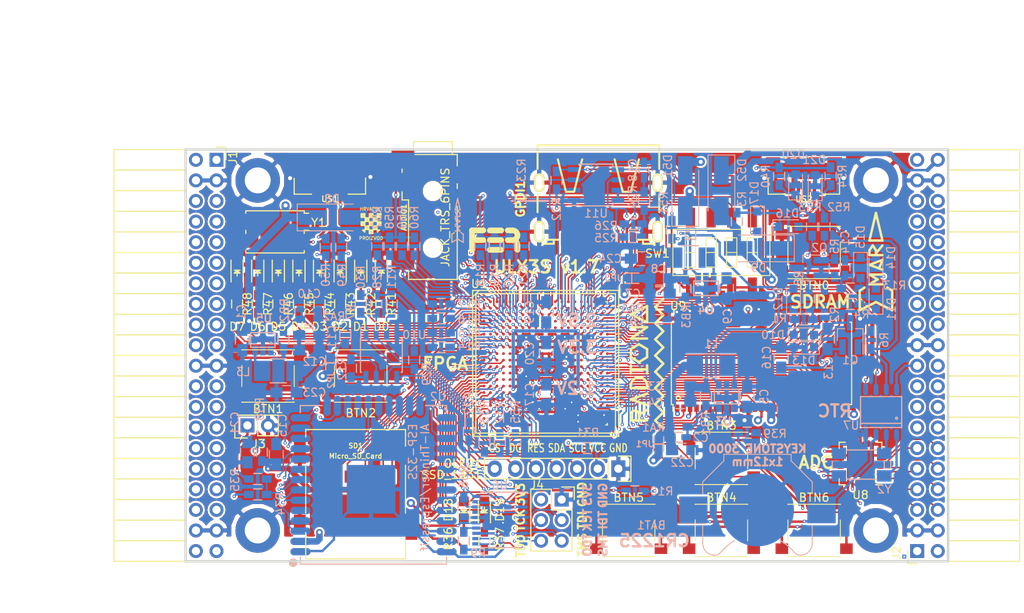
<source format=kicad_pcb>
(kicad_pcb (version 4) (host pcbnew 4.0.7+dfsg1-1)
  (layers (0 F.Cu signal) (1 In1.Cu signal) (2 In2.Cu signal) (31 B.Cu signal) (34 B.Paste user) (35 F.Paste user) (36 B.SilkS user) (37 F.SilkS user) (38 B.Mask user) (39 F.Mask user) (44 Edge.Cuts user))
  (net 0 "")
  (net 1 GND)
  (net 2 +5V)
  (net 3 /gpio/IN5V)
  (net 4 /gpio/OUT5V)
  (net 5 +3V3)
  (net 6 +1V2)
  (net 7 BTN_D)
  (net 8 BTN_F1)
  (net 9 BTN_F2)
  (net 10 BTN_L)
  (net 11 BTN_R)
  (net 12 BTN_U)
  (net 13 /power/FB1)
  (net 14 +2V5)
  (net 15 /power/PWREN)
  (net 16 /power/FB3)
  (net 17 /power/FB2)
  (net 18 "Net-(D9-Pad1)")
  (net 19 /power/VBAT)
  (net 20 JTAG_TDI)
  (net 21 JTAG_TCK)
  (net 22 JTAG_TMS)
  (net 23 JTAG_TDO)
  (net 24 /power/WAKEUPn)
  (net 25 /power/WKUP)
  (net 26 /power/SHUT)
  (net 27 /power/WAKE)
  (net 28 /power/HOLD)
  (net 29 /power/WKn)
  (net 30 /power/OSCI_32k)
  (net 31 /power/OSCO_32k)
  (net 32 "Net-(Q2-Pad3)")
  (net 33 SHUTDOWN)
  (net 34 /analog/AUDIO_L)
  (net 35 /analog/AUDIO_R)
  (net 36 GPDI_5V_SCL)
  (net 37 GPDI_5V_SDA)
  (net 38 GPDI_SDA)
  (net 39 GPDI_SCL)
  (net 40 /gpdi/VREF2)
  (net 41 SD_CMD)
  (net 42 SD_CLK)
  (net 43 SD_D0)
  (net 44 SD_D1)
  (net 45 USB5V)
  (net 46 GPDI_CEC)
  (net 47 nRESET)
  (net 48 FTDI_nDTR)
  (net 49 SDRAM_CKE)
  (net 50 SDRAM_A7)
  (net 51 SDRAM_D15)
  (net 52 SDRAM_BA1)
  (net 53 SDRAM_D7)
  (net 54 SDRAM_A6)
  (net 55 SDRAM_CLK)
  (net 56 SDRAM_D13)
  (net 57 SDRAM_BA0)
  (net 58 SDRAM_D6)
  (net 59 SDRAM_A5)
  (net 60 SDRAM_D14)
  (net 61 SDRAM_A11)
  (net 62 SDRAM_D12)
  (net 63 SDRAM_D5)
  (net 64 SDRAM_A4)
  (net 65 SDRAM_A10)
  (net 66 SDRAM_D11)
  (net 67 SDRAM_A3)
  (net 68 SDRAM_D4)
  (net 69 SDRAM_D10)
  (net 70 SDRAM_D9)
  (net 71 SDRAM_A9)
  (net 72 SDRAM_D3)
  (net 73 SDRAM_D8)
  (net 74 SDRAM_A8)
  (net 75 SDRAM_A2)
  (net 76 SDRAM_A1)
  (net 77 SDRAM_A0)
  (net 78 SDRAM_D2)
  (net 79 SDRAM_D1)
  (net 80 SDRAM_D0)
  (net 81 SDRAM_DQM0)
  (net 82 SDRAM_nCS)
  (net 83 SDRAM_nRAS)
  (net 84 SDRAM_DQM1)
  (net 85 SDRAM_nCAS)
  (net 86 SDRAM_nWE)
  (net 87 /flash/FLASH_nWP)
  (net 88 /flash/FLASH_nHOLD)
  (net 89 /flash/FLASH_MOSI)
  (net 90 /flash/FLASH_MISO)
  (net 91 /flash/FLASH_SCK)
  (net 92 /flash/FLASH_nCS)
  (net 93 /flash/FPGA_PROGRAMN)
  (net 94 /flash/FPGA_DONE)
  (net 95 /flash/FPGA_INITN)
  (net 96 OLED_RES)
  (net 97 OLED_DC)
  (net 98 OLED_CS)
  (net 99 WIFI_EN)
  (net 100 FTDI_nRTS)
  (net 101 FTDI_TXD)
  (net 102 FTDI_RXD)
  (net 103 WIFI_RXD)
  (net 104 WIFI_GPIO0)
  (net 105 WIFI_TXD)
  (net 106 GPDI_ETH-)
  (net 107 GPDI_ETH+)
  (net 108 GPDI_D2+)
  (net 109 GPDI_D2-)
  (net 110 GPDI_D1+)
  (net 111 GPDI_D1-)
  (net 112 GPDI_D0+)
  (net 113 GPDI_D0-)
  (net 114 GPDI_CLK+)
  (net 115 GPDI_CLK-)
  (net 116 USB_FTDI_D+)
  (net 117 USB_FTDI_D-)
  (net 118 J1_17-)
  (net 119 J1_17+)
  (net 120 J1_23-)
  (net 121 J1_23+)
  (net 122 J1_25-)
  (net 123 J1_25+)
  (net 124 J1_27-)
  (net 125 J1_27+)
  (net 126 J1_29-)
  (net 127 J1_29+)
  (net 128 J1_31-)
  (net 129 J1_31+)
  (net 130 J1_33-)
  (net 131 J1_33+)
  (net 132 J1_35-)
  (net 133 J1_35+)
  (net 134 J2_5-)
  (net 135 J2_5+)
  (net 136 J2_7-)
  (net 137 J2_7+)
  (net 138 J2_9-)
  (net 139 J2_9+)
  (net 140 J2_13-)
  (net 141 J2_13+)
  (net 142 J2_17-)
  (net 143 J2_17+)
  (net 144 J2_11-)
  (net 145 J2_11+)
  (net 146 J2_23-)
  (net 147 J2_23+)
  (net 148 J1_5-)
  (net 149 J1_5+)
  (net 150 J1_7-)
  (net 151 J1_7+)
  (net 152 J1_9-)
  (net 153 J1_9+)
  (net 154 J1_11-)
  (net 155 J1_11+)
  (net 156 J1_13-)
  (net 157 J1_13+)
  (net 158 J1_15-)
  (net 159 J1_15+)
  (net 160 J2_15-)
  (net 161 J2_15+)
  (net 162 J2_25-)
  (net 163 J2_25+)
  (net 164 J2_27-)
  (net 165 J2_27+)
  (net 166 J2_29-)
  (net 167 J2_29+)
  (net 168 J2_31-)
  (net 169 J2_31+)
  (net 170 J2_33-)
  (net 171 J2_33+)
  (net 172 J2_35-)
  (net 173 J2_35+)
  (net 174 SD_D3)
  (net 175 AUDIO_L3)
  (net 176 AUDIO_L2)
  (net 177 AUDIO_L1)
  (net 178 AUDIO_L0)
  (net 179 AUDIO_R3)
  (net 180 AUDIO_R2)
  (net 181 AUDIO_R1)
  (net 182 AUDIO_R0)
  (net 183 OLED_CLK)
  (net 184 OLED_MOSI)
  (net 185 LED0)
  (net 186 LED1)
  (net 187 LED2)
  (net 188 LED3)
  (net 189 LED4)
  (net 190 LED5)
  (net 191 LED6)
  (net 192 LED7)
  (net 193 BTN_PWRn)
  (net 194 FTDI_nTXLED)
  (net 195 FTDI_nSLEEP)
  (net 196 /blinkey/LED_PWREN)
  (net 197 /blinkey/LED_TXLED)
  (net 198 FT3V3)
  (net 199 /sdcard/SD3V3)
  (net 200 SD_D2)
  (net 201 CLK_25MHz)
  (net 202 /blinkey/BTNPUL)
  (net 203 /blinkey/BTNPUR)
  (net 204 USB_FPGA_D+)
  (net 205 /power/FTDI_nSUSPEND)
  (net 206 /blinkey/ALED0)
  (net 207 /blinkey/ALED1)
  (net 208 /blinkey/ALED2)
  (net 209 /blinkey/ALED3)
  (net 210 /blinkey/ALED4)
  (net 211 /blinkey/ALED5)
  (net 212 /blinkey/ALED6)
  (net 213 /blinkey/ALED7)
  (net 214 /usb/FTD-)
  (net 215 /usb/FTD+)
  (net 216 ADC_MISO)
  (net 217 ADC_MOSI)
  (net 218 ADC_CSn)
  (net 219 ADC_SCLK)
  (net 220 "Net-(R51-Pad2)")
  (net 221 SW3)
  (net 222 SW2)
  (net 223 SW1)
  (net 224 SW0)
  (net 225 USB_FPGA_D-)
  (net 226 /usb/FPD+)
  (net 227 /usb/FPD-)
  (net 228 WIFI_GPIO16)
  (net 229 WIFI_GPIO15)
  (net 230 /usb/ANT_433MHz)
  (net 231 /power/PWRBTn)
  (net 232 PROG_DONE)
  (net 233 /power/P1V2)
  (net 234 /power/P3V3)
  (net 235 /power/P2V5)
  (net 236 /power/L1)
  (net 237 /power/L3)
  (net 238 /power/L2)
  (net 239 FTDI_TXDEN)
  (net 240 /wifi/WIFIOFF)
  (net 241 SDRAM_A12)
  (net 242 /analog/AUDIO_V)
  (net 243 AUDIO_V3)
  (net 244 AUDIO_V2)
  (net 245 AUDIO_V1)
  (net 246 AUDIO_V0)
  (module SMD_Packages:1Pin (layer F.Cu) (at 182.67515 111.637626)
    (fp_text reference AE1 hide)
    (fp_text value 433MHz hide)
    (pad 1 smd rect (at 0 0) (size 0.5 0.5) (layers B.Cu F.Paste F.Mask) (net 230 /usb/ANT_433MHz))
  )
  (module Resistors_SMD:R_0603_HandSoldering (layer B.Cu) (at 103.498 98.758 90)
    (fp_text reference R38 (at 5.334 -0.254 90) (layer B.SilkS) (effects (justify mirror)))
    (fp_text value 0.47)
    (pad 1 smd rect (at -1.1 0 90) (size 1.2 0.9) (layers B.Cu B.Paste B.Mask) (net 199 /sdcard/SD3V3))
    (pad 2 smd rect (at 1.1 0 90) (size 1.2 0.9) (layers B.Cu B.Paste B.Mask) (net 5 +3V3))
  )
  (module jumper:SOLDER-JUMPER_1-WAY (layer B.Cu) (at 152.393 97.742 270)
    (fp_text reference JP1 (at 0 1.778 360) (layer B.SilkS) (effects (font (size 0.762 0.762) (thickness 0.1524)) (justify mirror)))
    (fp_text value 1.2 hide)
    (pad 1 smd rect (at -0.6 0 270) (size 1 1) (layers B.Cu B.Paste B.Mask) (net 233 /power/P1V2))
    (pad 2 smd rect (at 0.6 0 270) (size 1 1) (layers B.Cu B.Paste B.Mask) (net 6 +1V2))
  )
  (module ESP32-footprints-Lib:ESP-32S (layer B.Cu) (at 117.313 101.513)
    (fp_text reference U2 (at 7.902 -9.613 180) (layer B.SilkS) (effects (justify mirror)))
    (fp_text value ESP-32S)
    (fp_text user AI-Thinker/Espressif (at 6.3 1.6 270) (layer B.SilkS) (effects (justify mirror)))
    (fp_text user ESP-32S (at 4.8 -2.8 270) (layer B.SilkS) (effects (justify mirror)))
    (pad 38 smd oval (at 8.947434 9.517338 180) (size 2.5 0.9) (layers B.Cu B.Paste B.Mask) (net 1 GND))
    (pad 37 smd oval (at 8.947434 8.247338 180) (size 2.5 0.9) (layers B.Cu B.Paste B.Mask))
    (pad 36 smd oval (at 8.947434 6.977338 180) (size 2.5 0.9) (layers B.Cu B.Paste B.Mask) (net 232 PROG_DONE))
    (pad 35 smd oval (at 8.947434 5.707338 180) (size 2.5 0.9) (layers B.Cu B.Paste B.Mask) (net 105 WIFI_TXD))
    (pad 34 smd oval (at 8.947434 4.437338 180) (size 2.5 0.9) (layers B.Cu B.Paste B.Mask) (net 103 WIFI_RXD))
    (pad 33 smd oval (at 8.947434 3.167338 180) (size 2.5 0.9) (layers B.Cu B.Paste B.Mask) (net 22 JTAG_TMS))
    (pad 32 smd oval (at 8.947434 1.897338 180) (size 2.5 0.9) (layers B.Cu B.Paste B.Mask))
    (pad 31 smd oval (at 8.947434 0.627338 180) (size 2.5 0.9) (layers B.Cu B.Paste B.Mask) (net 20 JTAG_TDI))
    (pad 30 smd oval (at 8.947434 -0.642662 180) (size 2.5 0.9) (layers B.Cu B.Paste B.Mask) (net 21 JTAG_TCK))
    (pad 29 smd oval (at 8.947434 -1.912662 180) (size 2.5 0.9) (layers B.Cu B.Paste B.Mask))
    (pad 28 smd oval (at 8.947434 -3.182662 180) (size 2.5 0.9) (layers B.Cu B.Paste B.Mask) (net 23 JTAG_TDO))
    (pad 27 smd oval (at 8.947434 -4.452662 180) (size 2.5 0.9) (layers B.Cu B.Paste B.Mask) (net 228 WIFI_GPIO16))
    (pad 26 smd oval (at 8.947434 -5.722662 180) (size 2.5 0.9) (layers B.Cu B.Paste B.Mask))
    (pad 25 smd oval (at 8.947434 -6.992662 180) (size 2.5 0.9) (layers B.Cu B.Paste B.Mask) (net 104 WIFI_GPIO0))
    (pad 24 smd oval (at 5.662434 -8.482662 180) (size 0.9 2.5) (layers B.Cu B.Paste B.Mask))
    (pad 23 smd oval (at 4.392434 -8.482662 180) (size 0.9 2.5) (layers B.Cu B.Paste B.Mask) (net 229 WIFI_GPIO15))
    (pad 22 smd oval (at 3.122434 -8.482662 180) (size 0.9 2.5) (layers B.Cu B.Paste B.Mask) (net 44 SD_D1))
    (pad 21 smd oval (at 1.852434 -8.482662 180) (size 0.9 2.5) (layers B.Cu B.Paste B.Mask) (net 43 SD_D0))
    (pad 20 smd oval (at 0.582434 -8.482662 180) (size 0.9 2.5) (layers B.Cu B.Paste B.Mask) (net 42 SD_CLK))
    (pad 19 smd oval (at -0.687566 -8.482662 180) (size 0.9 2.5) (layers B.Cu B.Paste B.Mask) (net 41 SD_CMD))
    (pad 18 smd oval (at -1.957566 -8.482662 180) (size 0.9 2.5) (layers B.Cu B.Paste B.Mask))
    (pad 17 smd oval (at -3.227566 -8.482662 180) (size 0.9 2.5) (layers B.Cu B.Paste B.Mask))
    (pad 16 smd oval (at -4.497566 -8.482662 180) (size 0.9 2.5) (layers B.Cu B.Paste B.Mask) (net 124 J1_27-))
    (pad 15 smd oval (at -5.767566 -8.482662 180) (size 0.9 2.5) (layers B.Cu B.Paste B.Mask) (net 1 GND))
    (pad 14 smd oval (at -9.052566 -6.992662 180) (size 2.5 0.9) (layers B.Cu B.Paste B.Mask) (net 125 J1_27+))
    (pad 13 smd oval (at -9.052566 -5.722662 180) (size 2.5 0.9) (layers B.Cu B.Paste B.Mask) (net 126 J1_29-))
    (pad 12 smd oval (at -9.052566 -4.452662 180) (size 2.5 0.9) (layers B.Cu B.Paste B.Mask) (net 127 J1_29+))
    (pad 11 smd oval (at -9.052566 -3.182662 180) (size 2.5 0.9) (layers B.Cu B.Paste B.Mask) (net 128 J1_31-))
    (pad 10 smd oval (at -9.052566 -1.912662 180) (size 2.5 0.9) (layers B.Cu B.Paste B.Mask) (net 129 J1_31+))
    (pad 9 smd oval (at -9.052566 -0.642662 180) (size 2.5 0.9) (layers B.Cu B.Paste B.Mask) (net 130 J1_33-))
    (pad 8 smd oval (at -9.052566 0.627338 180) (size 2.5 0.9) (layers B.Cu B.Paste B.Mask) (net 131 J1_33+))
    (pad 7 smd oval (at -9.052566 1.897338 180) (size 2.5 0.9) (layers B.Cu B.Paste B.Mask) (net 132 J1_35-))
    (pad 6 smd oval (at -9.052566 3.167338 180) (size 2.5 0.9) (layers B.Cu B.Paste B.Mask) (net 133 J1_35+))
    (pad 5 smd oval (at -9.052566 4.437338 180) (size 2.5 0.9) (layers B.Cu B.Paste B.Mask))
    (pad 4 smd oval (at -9.052566 5.707338 180) (size 2.5 0.9) (layers B.Cu B.Paste B.Mask))
    (pad 3 smd oval (at -9.052566 6.977338 180) (size 2.5 0.9) (layers B.Cu B.Paste B.Mask) (net 99 WIFI_EN))
    (pad 2 smd oval (at -9.052566 8.247338 180) (size 2.5 0.9) (layers B.Cu B.Paste B.Mask) (net 5 +3V3))
    (pad 1 smd oval (at -9.052566 9.517338 180) (size 2.5 0.9) (layers B.Cu B.Paste B.Mask) (net 1 GND))
    (pad 39 smd rect (at -0.352566 1.817338 180) (size 6 6) (layers B.Cu B.Paste B.Mask) (net 1 GND))
  )
  (module Diodes_SMD:D_SMA_Handsoldering (layer B.Cu) (at 155.695 66.5 90)
    (fp_text reference D51 (at 3.048 -2.159 90) (layer B.SilkS) (effects (justify mirror)))
    (fp_text value STPS2L30AF hide)
    (pad 1 smd rect (at -2.5 0 90) (size 3.5 1.8) (layers B.Cu B.Paste B.Mask) (net 2 +5V))
    (pad 2 smd rect (at 2.5 0 90) (size 3.5 1.8) (layers B.Cu B.Paste B.Mask) (net 3 /gpio/IN5V))
  )
  (module Resistors_SMD:R_0603_HandSoldering (layer B.Cu) (at 154.044 71.326 90)
    (fp_text reference R51 (at 3.302 -1.016 90) (layer B.SilkS) (effects (justify mirror)))
    (fp_text value 220)
    (pad 1 smd rect (at -1.1 0 90) (size 1.2 0.9) (layers B.Cu B.Paste B.Mask) (net 5 +3V3))
    (pad 2 smd rect (at 1.1 0 90) (size 1.2 0.9) (layers B.Cu B.Paste B.Mask) (net 220 "Net-(R51-Pad2)"))
  )
  (module Resistors_SMD:R_1210_HandSoldering (layer B.Cu) (at 158.87 88.09 180)
    (fp_text reference L1 (at 0 2.7 180) (layer B.SilkS) (effects (justify mirror)))
    (fp_text value 2.2uH)
    (pad 1 smd rect (at -2 0 180) (size 2 2.5) (layers B.Cu B.Paste B.Mask) (net 236 /power/L1))
    (pad 2 smd rect (at 2 0 180) (size 2 2.5) (layers B.Cu B.Paste B.Mask) (net 233 /power/P1V2))
  )
  (module TSOT-25:TSOT-25 (layer B.Cu) (at 160.775 91.9)
    (fp_text reference U3 (at -0.381 3.048) (layer B.SilkS) (effects (font (thickness 0.2)) (justify mirror)))
    (fp_text value AP3429A)
    (pad 1 smd rect (at -0.95 -1.3) (size 0.7 1.2) (layers B.Cu B.Paste B.Mask) (net 15 /power/PWREN))
    (pad 2 smd rect (at 0 -1.3) (size 0.7 1.2) (layers B.Cu B.Paste B.Mask) (net 1 GND))
    (pad 3 smd rect (at 0.95 -1.3) (size 0.7 1.2) (layers B.Cu B.Paste B.Mask) (net 236 /power/L1))
    (pad 4 smd rect (at 0.95 1.3) (size 0.7 1.2) (layers B.Cu B.Paste B.Mask) (net 2 +5V))
    (pad 5 smd rect (at -0.95 1.3) (size 0.7 1.2) (layers B.Cu B.Paste B.Mask) (net 13 /power/FB1))
  )
  (module Resistors_SMD:R_1210_HandSoldering (layer B.Cu) (at 156.33 74.755 180)
    (fp_text reference L2 (at 0 2.7 180) (layer B.SilkS) (effects (justify mirror)))
    (fp_text value 2.2uH)
    (pad 1 smd rect (at -2 0 180) (size 2 2.5) (layers B.Cu B.Paste B.Mask) (net 237 /power/L3))
    (pad 2 smd rect (at 2 0 180) (size 2 2.5) (layers B.Cu B.Paste B.Mask) (net 234 /power/P3V3))
  )
  (module TSOT-25:TSOT-25 (layer B.Cu) (at 158.235 78.535)
    (fp_text reference U4 (at 0 2.697) (layer B.SilkS) (effects (font (thickness 0.2)) (justify mirror)))
    (fp_text value AP3429A)
    (pad 1 smd rect (at -0.95 -1.3) (size 0.7 1.2) (layers B.Cu B.Paste B.Mask) (net 15 /power/PWREN))
    (pad 2 smd rect (at 0 -1.3) (size 0.7 1.2) (layers B.Cu B.Paste B.Mask) (net 1 GND))
    (pad 3 smd rect (at 0.95 -1.3) (size 0.7 1.2) (layers B.Cu B.Paste B.Mask) (net 237 /power/L3))
    (pad 4 smd rect (at 0.95 1.3) (size 0.7 1.2) (layers B.Cu B.Paste B.Mask) (net 2 +5V))
    (pad 5 smd rect (at -0.95 1.3) (size 0.7 1.2) (layers B.Cu B.Paste B.Mask) (net 16 /power/FB3))
  )
  (module LEDs:LED_0805 (layer F.Cu) (at 118.23 76.66 270)
    (fp_text reference D0 (at 6.604 0 360) (layer F.SilkS))
    (fp_text value RED hide)
    (pad 2 smd rect (at 1.04902 0 90) (size 1.19888 1.19888) (layers F.Cu F.Paste F.Mask) (net 206 /blinkey/ALED0))
    (pad 1 smd rect (at -1.04902 0 90) (size 1.19888 1.19888) (layers F.Cu F.Paste F.Mask) (net 1 GND))
  )
  (module LEDs:LED_0805 (layer F.Cu) (at 115.69 76.66 270)
    (fp_text reference D1 (at 6.604 0 360) (layer F.SilkS))
    (fp_text value RED hide)
    (pad 2 smd rect (at 1.04902 0 90) (size 1.19888 1.19888) (layers F.Cu F.Paste F.Mask) (net 207 /blinkey/ALED1))
    (pad 1 smd rect (at -1.04902 0 90) (size 1.19888 1.19888) (layers F.Cu F.Paste F.Mask) (net 1 GND))
  )
  (module LEDs:LED_0805 (layer F.Cu) (at 113.15 76.66 270)
    (fp_text reference D2 (at 6.604 0 360) (layer F.SilkS))
    (fp_text value RED hide)
    (pad 2 smd rect (at 1.04902 0 90) (size 1.19888 1.19888) (layers F.Cu F.Paste F.Mask) (net 208 /blinkey/ALED2))
    (pad 1 smd rect (at -1.04902 0 90) (size 1.19888 1.19888) (layers F.Cu F.Paste F.Mask) (net 1 GND))
  )
  (module LEDs:LED_0805 (layer F.Cu) (at 110.61 76.66 270)
    (fp_text reference D3 (at 6.604 0 360) (layer F.SilkS))
    (fp_text value RED hide)
    (pad 2 smd rect (at 1.04902 0 90) (size 1.19888 1.19888) (layers F.Cu F.Paste F.Mask) (net 209 /blinkey/ALED3))
    (pad 1 smd rect (at -1.04902 0 90) (size 1.19888 1.19888) (layers F.Cu F.Paste F.Mask) (net 1 GND))
  )
  (module LEDs:LED_0805 (layer F.Cu) (at 108.07 76.66 270)
    (fp_text reference D4 (at 6.604 0 360) (layer F.SilkS))
    (fp_text value RED hide)
    (pad 2 smd rect (at 1.04902 0 90) (size 1.19888 1.19888) (layers F.Cu F.Paste F.Mask) (net 210 /blinkey/ALED4))
    (pad 1 smd rect (at -1.04902 0 90) (size 1.19888 1.19888) (layers F.Cu F.Paste F.Mask) (net 1 GND))
  )
  (module LEDs:LED_0805 (layer F.Cu) (at 105.53 76.66 270)
    (fp_text reference D5 (at 6.604 0 360) (layer F.SilkS))
    (fp_text value RED hide)
    (pad 2 smd rect (at 1.04902 0 90) (size 1.19888 1.19888) (layers F.Cu F.Paste F.Mask) (net 211 /blinkey/ALED5))
    (pad 1 smd rect (at -1.04902 0 90) (size 1.19888 1.19888) (layers F.Cu F.Paste F.Mask) (net 1 GND))
  )
  (module LEDs:LED_0805 (layer F.Cu) (at 102.99 76.66 270)
    (fp_text reference D6 (at 6.604 0 360) (layer F.SilkS))
    (fp_text value RED hide)
    (pad 2 smd rect (at 1.04902 0 90) (size 1.19888 1.19888) (layers F.Cu F.Paste F.Mask) (net 212 /blinkey/ALED6))
    (pad 1 smd rect (at -1.04902 0 90) (size 1.19888 1.19888) (layers F.Cu F.Paste F.Mask) (net 1 GND))
  )
  (module LEDs:LED_0805 (layer F.Cu) (at 100.45 76.66 270)
    (fp_text reference D7 (at 6.604 0 360) (layer F.SilkS))
    (fp_text value RED hide)
    (pad 2 smd rect (at 1.04902 0 90) (size 1.19888 1.19888) (layers F.Cu F.Paste F.Mask) (net 213 /blinkey/ALED7))
    (pad 1 smd rect (at -1.04902 0 90) (size 1.19888 1.19888) (layers F.Cu F.Paste F.Mask) (net 1 GND))
  )
  (module Resistors_SMD:R_1210_HandSoldering (layer B.Cu) (at 105.53 88.725)
    (fp_text reference L3 (at -4.318 0.127) (layer B.SilkS) (effects (justify mirror)))
    (fp_text value 2.2uH)
    (pad 1 smd rect (at -2 0) (size 2 2.5) (layers B.Cu B.Paste B.Mask) (net 238 /power/L2))
    (pad 2 smd rect (at 2 0) (size 2 2.5) (layers B.Cu B.Paste B.Mask) (net 235 /power/P2V5))
  )
  (module TSOT-25:TSOT-25 (layer B.Cu) (at 103.625 84.915 180)
    (fp_text reference U5 (at -0.127 2.667 180) (layer B.SilkS) (effects (font (thickness 0.2)) (justify mirror)))
    (fp_text value AP3429A)
    (pad 1 smd rect (at -0.95 -1.3 180) (size 0.7 1.2) (layers B.Cu B.Paste B.Mask) (net 15 /power/PWREN))
    (pad 2 smd rect (at 0 -1.3 180) (size 0.7 1.2) (layers B.Cu B.Paste B.Mask) (net 1 GND))
    (pad 3 smd rect (at 0.95 -1.3 180) (size 0.7 1.2) (layers B.Cu B.Paste B.Mask) (net 238 /power/L2))
    (pad 4 smd rect (at 0.95 1.3 180) (size 0.7 1.2) (layers B.Cu B.Paste B.Mask) (net 2 +5V))
    (pad 5 smd rect (at -0.95 1.3 180) (size 0.7 1.2) (layers B.Cu B.Paste B.Mask) (net 17 /power/FB2))
  )
  (module Capacitors_SMD:C_0805_HandSoldering (layer B.Cu) (at 101.085 84.915 270)
    (fp_text reference C1 (at -3.429 0.127 270) (layer B.SilkS) (effects (justify mirror)))
    (fp_text value 22uF)
    (pad 1 smd rect (at -1.25 0 270) (size 1.5 1.25) (layers B.Cu B.Paste B.Mask) (net 2 +5V))
    (pad 2 smd rect (at 1.25 0 270) (size 1.5 1.25) (layers B.Cu B.Paste B.Mask) (net 1 GND))
  )
  (module Capacitors_SMD:C_0805_HandSoldering (layer B.Cu) (at 155.06 90.63)
    (fp_text reference C3 (at -3.048 0) (layer B.SilkS) (effects (justify mirror)))
    (fp_text value 22uF)
    (pad 1 smd rect (at -1.25 0) (size 1.5 1.25) (layers B.Cu B.Paste B.Mask) (net 233 /power/P1V2))
    (pad 2 smd rect (at 1.25 0) (size 1.5 1.25) (layers B.Cu B.Paste B.Mask) (net 1 GND))
  )
  (module Capacitors_SMD:C_0805_HandSoldering (layer B.Cu) (at 155.06 92.535)
    (fp_text reference C4 (at -3.048 0.127) (layer B.SilkS) (effects (justify mirror)))
    (fp_text value 22uF)
    (pad 1 smd rect (at -1.25 0) (size 1.5 1.25) (layers B.Cu B.Paste B.Mask) (net 233 /power/P1V2))
    (pad 2 smd rect (at 1.25 0) (size 1.5 1.25) (layers B.Cu B.Paste B.Mask) (net 1 GND))
  )
  (module Capacitors_SMD:C_0805_HandSoldering (layer B.Cu) (at 163.315 91.9 90)
    (fp_text reference C5 (at 0 2.1 90) (layer B.SilkS) (effects (justify mirror)))
    (fp_text value 22uF)
    (pad 1 smd rect (at -1.25 0 90) (size 1.5 1.25) (layers B.Cu B.Paste B.Mask) (net 2 +5V))
    (pad 2 smd rect (at 1.25 0 90) (size 1.5 1.25) (layers B.Cu B.Paste B.Mask) (net 1 GND))
  )
  (module Capacitors_SMD:C_0805_HandSoldering (layer B.Cu) (at 152.52 79.2)
    (fp_text reference C7 (at -3.302 0) (layer B.SilkS) (effects (justify mirror)))
    (fp_text value 22uF)
    (pad 1 smd rect (at -1.25 0) (size 1.5 1.25) (layers B.Cu B.Paste B.Mask) (net 234 /power/P3V3))
    (pad 2 smd rect (at 1.25 0) (size 1.5 1.25) (layers B.Cu B.Paste B.Mask) (net 1 GND))
  )
  (module Capacitors_SMD:C_0805_HandSoldering (layer B.Cu) (at 152.52 77.295)
    (fp_text reference C8 (at -0.127 -1.143) (layer B.SilkS) (effects (justify mirror)))
    (fp_text value 22uF)
    (pad 1 smd rect (at -1.25 0) (size 1.5 1.25) (layers B.Cu B.Paste B.Mask) (net 234 /power/P3V3))
    (pad 2 smd rect (at 1.25 0) (size 1.5 1.25) (layers B.Cu B.Paste B.Mask) (net 1 GND))
  )
  (module Capacitors_SMD:C_0805_HandSoldering (layer B.Cu) (at 160.775 78.565 90)
    (fp_text reference C9 (at -3.429 0.127 90) (layer B.SilkS) (effects (justify mirror)))
    (fp_text value 22uF)
    (pad 1 smd rect (at -1.25 0 90) (size 1.5 1.25) (layers B.Cu B.Paste B.Mask) (net 2 +5V))
    (pad 2 smd rect (at 1.25 0 90) (size 1.5 1.25) (layers B.Cu B.Paste B.Mask) (net 1 GND))
  )
  (module Capacitors_SMD:C_0805_HandSoldering (layer B.Cu) (at 109.34 84.28 180)
    (fp_text reference C11 (at -2.794 -0.254 270) (layer B.SilkS) (effects (justify mirror)))
    (fp_text value 22uF)
    (pad 1 smd rect (at -1.25 0 180) (size 1.5 1.25) (layers B.Cu B.Paste B.Mask) (net 235 /power/P2V5))
    (pad 2 smd rect (at 1.25 0 180) (size 1.5 1.25) (layers B.Cu B.Paste B.Mask) (net 1 GND))
  )
  (module Capacitors_SMD:C_0805_HandSoldering (layer B.Cu) (at 109.34 86.185 180)
    (fp_text reference C12 (at -0.635 -1.397 360) (layer B.SilkS) (effects (justify mirror)))
    (fp_text value 22uF)
    (pad 1 smd rect (at -1.25 0 180) (size 1.5 1.25) (layers B.Cu B.Paste B.Mask) (net 235 /power/P2V5))
    (pad 2 smd rect (at 1.25 0 180) (size 1.5 1.25) (layers B.Cu B.Paste B.Mask) (net 1 GND))
  )
  (module Power_Integrations:SO-8 (layer B.Cu) (at 179.825 93.805 180)
    (fp_text reference U7 (at 3.683 -1.651 180) (layer B.SilkS) (effects (justify mirror)))
    (fp_text value PCF8523)
    (pad 1 smd oval (at -1.905 -2.794 180) (size 0.6096 1.4732) (layers B.Cu B.Paste B.Mask) (net 30 /power/OSCI_32k))
    (pad 2 smd oval (at -0.635 -2.794 180) (size 0.6096 1.4732) (layers B.Cu B.Paste B.Mask) (net 31 /power/OSCO_32k))
    (pad 3 smd oval (at 0.635 -2.794 180) (size 0.6096 1.4732) (layers B.Cu B.Paste B.Mask) (net 19 /power/VBAT))
    (pad 4 smd oval (at 1.905 -2.794 180) (size 0.6096 1.4732) (layers B.Cu B.Paste B.Mask) (net 1 GND))
    (pad 5 smd oval (at 1.905 2.794 180) (size 0.6096 1.4732) (layers B.Cu B.Paste B.Mask) (net 38 GPDI_SDA))
    (pad 6 smd oval (at 0.635 2.794 180) (size 0.6096 1.4732) (layers B.Cu B.Paste B.Mask) (net 39 GPDI_SCL))
    (pad 7 smd oval (at -0.635 2.794 180) (size 0.6096 1.4732) (layers B.Cu B.Paste B.Mask) (net 24 /power/WAKEUPn))
    (pad 8 smd oval (at -1.905 2.794 180) (size 0.6096 1.4732) (layers B.Cu B.Paste B.Mask) (net 5 +3V3))
  )
  (module Capacitors_SMD:C_0805_HandSoldering (layer B.Cu) (at 173.221 84.788 90)
    (fp_text reference C13 (at -3.556 0.127 90) (layer B.SilkS) (effects (justify mirror)))
    (fp_text value 2.2uF)
    (pad 1 smd rect (at -1.25 0 90) (size 1.5 1.25) (layers B.Cu B.Paste B.Mask) (net 2 +5V))
    (pad 2 smd rect (at 1.25 0 90) (size 1.5 1.25) (layers B.Cu B.Paste B.Mask) (net 25 /power/WKUP))
  )
  (module TSOP54:TSOP54 (layer F.Cu) (at 165.08 87.8 90)
    (fp_text reference U9 (at 7.076 -10.274 180) (layer F.SilkS))
    (fp_text value MT48LC4M16A2TG)
    (pad 28 smd rect (at 5.53 10.4 90) (size 0.9 0.56) (layers F.Cu F.Paste F.Mask) (net 1 GND))
    (pad 1 smd rect (at -5.53 -10.4 90) (size 0.9 0.56) (layers F.Cu F.Paste F.Mask) (net 5 +3V3))
    (pad 2 smd rect (at -5.53 -9.6 90) (size 0.9 0.56) (layers F.Cu F.Paste F.Mask) (net 80 SDRAM_D0))
    (pad 3 smd rect (at -5.53 -8.8 90) (size 0.9 0.56) (layers F.Cu F.Paste F.Mask) (net 5 +3V3))
    (pad 4 smd rect (at -5.53 -8 90) (size 0.9 0.56) (layers F.Cu F.Paste F.Mask) (net 79 SDRAM_D1))
    (pad 5 smd rect (at -5.53 -7.2 90) (size 0.9 0.56) (layers F.Cu F.Paste F.Mask) (net 78 SDRAM_D2))
    (pad 6 smd rect (at -5.53 -6.4 90) (size 0.9 0.56) (layers F.Cu F.Paste F.Mask) (net 1 GND))
    (pad 7 smd rect (at -5.53 -5.6 90) (size 0.9 0.56) (layers F.Cu F.Paste F.Mask) (net 72 SDRAM_D3))
    (pad 8 smd rect (at -5.53 -4.8 90) (size 0.9 0.56) (layers F.Cu F.Paste F.Mask) (net 68 SDRAM_D4))
    (pad 9 smd rect (at -5.53 -4 90) (size 0.9 0.56) (layers F.Cu F.Paste F.Mask) (net 5 +3V3))
    (pad 10 smd rect (at -5.53 -3.2 90) (size 0.9 0.56) (layers F.Cu F.Paste F.Mask) (net 63 SDRAM_D5))
    (pad 11 smd rect (at -5.53 -2.4 90) (size 0.9 0.56) (layers F.Cu F.Paste F.Mask) (net 58 SDRAM_D6))
    (pad 12 smd rect (at -5.53 -1.6 90) (size 0.9 0.56) (layers F.Cu F.Paste F.Mask) (net 1 GND))
    (pad 13 smd rect (at -5.53 -0.8 90) (size 0.9 0.56) (layers F.Cu F.Paste F.Mask) (net 53 SDRAM_D7))
    (pad 14 smd rect (at -5.53 0 90) (size 0.9 0.56) (layers F.Cu F.Paste F.Mask) (net 5 +3V3))
    (pad 15 smd rect (at -5.53 0.8 90) (size 0.9 0.56) (layers F.Cu F.Paste F.Mask) (net 81 SDRAM_DQM0))
    (pad 16 smd rect (at -5.53 1.6 90) (size 0.9 0.56) (layers F.Cu F.Paste F.Mask) (net 86 SDRAM_nWE))
    (pad 17 smd rect (at -5.53 2.4 90) (size 0.9 0.56) (layers F.Cu F.Paste F.Mask) (net 85 SDRAM_nCAS))
    (pad 18 smd rect (at -5.53 3.2 90) (size 0.9 0.56) (layers F.Cu F.Paste F.Mask) (net 83 SDRAM_nRAS))
    (pad 19 smd rect (at -5.53 4 90) (size 0.9 0.56) (layers F.Cu F.Paste F.Mask) (net 82 SDRAM_nCS))
    (pad 20 smd rect (at -5.53 4.8 90) (size 0.9 0.56) (layers F.Cu F.Paste F.Mask) (net 57 SDRAM_BA0))
    (pad 21 smd rect (at -5.53 5.6 90) (size 0.9 0.56) (layers F.Cu F.Paste F.Mask) (net 52 SDRAM_BA1))
    (pad 22 smd rect (at -5.53 6.4 90) (size 0.9 0.56) (layers F.Cu F.Paste F.Mask) (net 65 SDRAM_A10))
    (pad 23 smd rect (at -5.53 7.2 90) (size 0.9 0.56) (layers F.Cu F.Paste F.Mask) (net 77 SDRAM_A0))
    (pad 24 smd rect (at -5.53 8 90) (size 0.9 0.56) (layers F.Cu F.Paste F.Mask) (net 76 SDRAM_A1))
    (pad 25 smd rect (at -5.53 8.8 90) (size 0.9 0.56) (layers F.Cu F.Paste F.Mask) (net 75 SDRAM_A2))
    (pad 26 smd rect (at -5.53 9.6 90) (size 0.9 0.56) (layers F.Cu F.Paste F.Mask) (net 67 SDRAM_A3))
    (pad 27 smd rect (at -5.53 10.4 90) (size 0.9 0.56) (layers F.Cu F.Paste F.Mask) (net 5 +3V3))
    (pad 29 smd rect (at 5.53 9.6 90) (size 0.9 0.56) (layers F.Cu F.Paste F.Mask) (net 64 SDRAM_A4))
    (pad 30 smd rect (at 5.53 8.8 90) (size 0.9 0.56) (layers F.Cu F.Paste F.Mask) (net 59 SDRAM_A5))
    (pad 31 smd rect (at 5.53 8 90) (size 0.9 0.56) (layers F.Cu F.Paste F.Mask) (net 54 SDRAM_A6))
    (pad 32 smd rect (at 5.53 7.2 90) (size 0.9 0.56) (layers F.Cu F.Paste F.Mask) (net 50 SDRAM_A7))
    (pad 33 smd rect (at 5.53 6.4 90) (size 0.9 0.56) (layers F.Cu F.Paste F.Mask) (net 74 SDRAM_A8))
    (pad 34 smd rect (at 5.53 5.6 90) (size 0.9 0.56) (layers F.Cu F.Paste F.Mask) (net 71 SDRAM_A9))
    (pad 35 smd rect (at 5.53 4.8 90) (size 0.9 0.56) (layers F.Cu F.Paste F.Mask) (net 61 SDRAM_A11))
    (pad 36 smd rect (at 5.53 4 90) (size 0.9 0.56) (layers F.Cu F.Paste F.Mask) (net 241 SDRAM_A12))
    (pad 37 smd rect (at 5.53 3.2 90) (size 0.9 0.56) (layers F.Cu F.Paste F.Mask) (net 49 SDRAM_CKE))
    (pad 38 smd rect (at 5.53 2.4 90) (size 0.9 0.56) (layers F.Cu F.Paste F.Mask) (net 55 SDRAM_CLK))
    (pad 39 smd rect (at 5.53 1.6 90) (size 0.9 0.56) (layers F.Cu F.Paste F.Mask) (net 84 SDRAM_DQM1))
    (pad 40 smd rect (at 5.53 0.8 90) (size 0.9 0.56) (layers F.Cu F.Paste F.Mask))
    (pad 41 smd rect (at 5.53 0 90) (size 0.9 0.56) (layers F.Cu F.Paste F.Mask) (net 1 GND))
    (pad 42 smd rect (at 5.53 -0.8 90) (size 0.9 0.56) (layers F.Cu F.Paste F.Mask) (net 73 SDRAM_D8))
    (pad 43 smd rect (at 5.53 -1.6 90) (size 0.9 0.56) (layers F.Cu F.Paste F.Mask) (net 5 +3V3))
    (pad 44 smd rect (at 5.53 -2.4 90) (size 0.9 0.56) (layers F.Cu F.Paste F.Mask) (net 70 SDRAM_D9))
    (pad 45 smd rect (at 5.53 -3.2 90) (size 0.9 0.56) (layers F.Cu F.Paste F.Mask) (net 69 SDRAM_D10))
    (pad 46 smd rect (at 5.53 -4 90) (size 0.9 0.56) (layers F.Cu F.Paste F.Mask) (net 1 GND))
    (pad 47 smd rect (at 5.53 -4.8 90) (size 0.9 0.56) (layers F.Cu F.Paste F.Mask) (net 66 SDRAM_D11))
    (pad 48 smd rect (at 5.53 -5.6 90) (size 0.9 0.56) (layers F.Cu F.Paste F.Mask) (net 62 SDRAM_D12))
    (pad 49 smd rect (at 5.53 -6.4 90) (size 0.9 0.56) (layers F.Cu F.Paste F.Mask) (net 5 +3V3))
    (pad 50 smd rect (at 5.53 -7.2 90) (size 0.9 0.56) (layers F.Cu F.Paste F.Mask) (net 56 SDRAM_D13))
    (pad 51 smd rect (at 5.53 -8 90) (size 0.9 0.56) (layers F.Cu F.Paste F.Mask) (net 60 SDRAM_D14))
    (pad 52 smd rect (at 5.53 -8.8 90) (size 0.9 0.56) (layers F.Cu F.Paste F.Mask) (net 1 GND))
    (pad 53 smd rect (at 5.53 -9.6 90) (size 0.9 0.56) (layers F.Cu F.Paste F.Mask) (net 51 SDRAM_D15))
    (pad 54 smd rect (at 5.53 -10.4 90) (size 0.9 0.56) (layers F.Cu F.Paste F.Mask) (net 1 GND))
  )
  (module TO_SOT_Packages_SMD:SOT-23_Handsoldering (layer B.Cu) (at 176.015 84.28 90)
    (fp_text reference Q1 (at -3.1115 0 180) (layer B.SilkS) (effects (justify mirror)))
    (fp_text value BC857)
    (pad 1 smd rect (at -1.5 0.95 90) (size 1.9 0.8) (layers B.Cu B.Paste B.Mask) (net 29 /power/WKn))
    (pad 2 smd rect (at -1.5 -0.95 90) (size 1.9 0.8) (layers B.Cu B.Paste B.Mask) (net 2 +5V))
    (pad 3 smd rect (at 1.5 0 90) (size 1.9 0.8) (layers B.Cu B.Paste B.Mask) (net 25 /power/WKUP))
  )
  (module TO_SOT_Packages_SMD:SOT-23_Handsoldering (layer B.Cu) (at 170.935 76.025 180)
    (fp_text reference Q2 (at -1.295 2.5 180) (layer B.SilkS) (effects (justify mirror)))
    (fp_text value 2N7002)
    (pad 1 smd rect (at -1.5 0.95 180) (size 1.9 0.8) (layers B.Cu B.Paste B.Mask) (net 26 /power/SHUT))
    (pad 2 smd rect (at -1.5 -0.95 180) (size 1.9 0.8) (layers B.Cu B.Paste B.Mask) (net 1 GND))
    (pad 3 smd rect (at 1.5 0 180) (size 1.9 0.8) (layers B.Cu B.Paste B.Mask) (net 32 "Net-(Q2-Pad3)"))
  )
  (module Capacitors_SMD:C_0603_HandSoldering (layer B.Cu) (at 154.86 96.91)
    (fp_text reference C2 (at 2.74 0.07) (layer B.SilkS) (effects (justify mirror)))
    (fp_text value 470pF)
    (pad 1 smd rect (at -0.95 0) (size 1.2 0.75) (layers B.Cu B.Paste B.Mask) (net 233 /power/P1V2))
    (pad 2 smd rect (at 0.95 0) (size 1.2 0.75) (layers B.Cu B.Paste B.Mask) (net 13 /power/FB1))
  )
  (module Capacitors_SMD:C_0603_HandSoldering (layer B.Cu) (at 152.52 82.375)
    (fp_text reference C6 (at -2.794 0.127) (layer B.SilkS) (effects (justify mirror)))
    (fp_text value 470pF)
    (pad 1 smd rect (at -0.95 0) (size 1.2 0.75) (layers B.Cu B.Paste B.Mask) (net 234 /power/P3V3))
    (pad 2 smd rect (at 0.95 0) (size 1.2 0.75) (layers B.Cu B.Paste B.Mask) (net 16 /power/FB3))
  )
  (module Capacitors_SMD:C_0603_HandSoldering (layer B.Cu) (at 109.34 81.105 180)
    (fp_text reference C10 (at 0 1.9 180) (layer B.SilkS) (effects (justify mirror)))
    (fp_text value 470pF)
    (pad 1 smd rect (at -0.95 0 180) (size 1.2 0.75) (layers B.Cu B.Paste B.Mask) (net 235 /power/P2V5))
    (pad 2 smd rect (at 0.95 0 180) (size 1.2 0.75) (layers B.Cu B.Paste B.Mask) (net 17 /power/FB2))
  )
  (module Capacitors_SMD:C_0603_HandSoldering (layer B.Cu) (at 175.38 76.025 270)
    (fp_text reference C14 (at -3.175 0 270) (layer B.SilkS) (effects (justify mirror)))
    (fp_text value 100nF)
    (pad 1 smd rect (at -0.95 0 270) (size 1.2 0.75) (layers B.Cu B.Paste B.Mask) (net 26 /power/SHUT))
    (pad 2 smd rect (at 0.95 0 270) (size 1.2 0.75) (layers B.Cu B.Paste B.Mask) (net 1 GND))
  )
  (module Resistors_SMD:R_0603_HandSoldering (layer B.Cu) (at 170.3 82.375)
    (fp_text reference R1 (at -3.048 -0.127) (layer B.SilkS) (effects (justify mirror)))
    (fp_text value 15k)
    (pad 1 smd rect (at -1.1 0) (size 1.2 0.9) (layers B.Cu B.Paste B.Mask) (net 27 /power/WAKE))
    (pad 2 smd rect (at 1.1 0) (size 1.2 0.9) (layers B.Cu B.Paste B.Mask) (net 15 /power/PWREN))
  )
  (module Resistors_SMD:R_0603_HandSoldering (layer B.Cu) (at 172.84 79.835 90)
    (fp_text reference R2 (at -1.905 1.27 90) (layer B.SilkS) (effects (justify mirror)))
    (fp_text value 47k)
    (pad 1 smd rect (at -1.1 0 90) (size 1.2 0.9) (layers B.Cu B.Paste B.Mask) (net 15 /power/PWREN))
    (pad 2 smd rect (at 1.1 0 90) (size 1.2 0.9) (layers B.Cu B.Paste B.Mask) (net 1 GND))
  )
  (module Resistors_SMD:R_0603_HandSoldering (layer B.Cu) (at 176.015 80.47 180)
    (fp_text reference R4 (at -1.397 -1.27 360) (layer B.SilkS) (effects (justify mirror)))
    (fp_text value 15k)
    (pad 1 smd rect (at -1.1 0 180) (size 1.2 0.9) (layers B.Cu B.Paste B.Mask) (net 28 /power/HOLD))
    (pad 2 smd rect (at 1.1 0 180) (size 1.2 0.9) (layers B.Cu B.Paste B.Mask) (net 15 /power/PWREN))
  )
  (module Resistors_SMD:R_0603_HandSoldering (layer B.Cu) (at 174.11 76.025 270)
    (fp_text reference R5 (at -2.667 0 270) (layer B.SilkS) (effects (justify mirror)))
    (fp_text value 4.7M)
    (pad 1 smd rect (at -1.1 0 270) (size 1.2 0.9) (layers B.Cu B.Paste B.Mask) (net 26 /power/SHUT))
    (pad 2 smd rect (at 1.1 0 270) (size 1.2 0.9) (layers B.Cu B.Paste B.Mask) (net 1 GND))
  )
  (module Resistors_SMD:R_0603_HandSoldering (layer B.Cu) (at 178.555 84.915 270)
    (fp_text reference R6 (at 0 -1.651 270) (layer B.SilkS) (effects (justify mirror)))
    (fp_text value 1k)
    (pad 1 smd rect (at -1.1 0 270) (size 1.2 0.9) (layers B.Cu B.Paste B.Mask) (net 29 /power/WKn))
    (pad 2 smd rect (at 1.1 0 270) (size 1.2 0.9) (layers B.Cu B.Paste B.Mask) (net 24 /power/WAKEUPn))
  )
  (module Resistors_SMD:R_0603_HandSoldering (layer B.Cu) (at 113.785 84.28 270)
    (fp_text reference R7 (at -2.794 -0.635 270) (layer B.SilkS) (effects (justify mirror)))
    (fp_text value 220)
    (pad 1 smd rect (at -1.1 0 270) (size 1.2 0.9) (layers B.Cu B.Paste B.Mask) (net 5 +3V3))
    (pad 2 smd rect (at 1.1 0 270) (size 1.2 0.9) (layers B.Cu B.Paste B.Mask) (net 202 /blinkey/BTNPUL))
  )
  (module Resistors_SMD:R_0603_HandSoldering (layer B.Cu) (at 170.935 79.835 90)
    (fp_text reference R8 (at 2.54 -1.27 90) (layer B.SilkS) (effects (justify mirror)))
    (fp_text value 1k)
    (pad 1 smd rect (at -1.1 0 90) (size 1.2 0.9) (layers B.Cu B.Paste B.Mask) (net 15 /power/PWREN))
    (pad 2 smd rect (at 1.1 0 90) (size 1.2 0.9) (layers B.Cu B.Paste B.Mask) (net 32 "Net-(Q2-Pad3)"))
  )
  (module Resistors_SMD:R_0603_HandSoldering (layer B.Cu) (at 128.39 109.68 270)
    (fp_text reference R9 (at 1.524 -1.778 360) (layer B.SilkS) (effects (justify mirror)))
    (fp_text value 15k)
    (pad 1 smd rect (at -1.1 0 270) (size 1.2 0.9) (layers B.Cu B.Paste B.Mask) (net 47 nRESET))
    (pad 2 smd rect (at 1.1 0 270) (size 1.2 0.9) (layers B.Cu B.Paste B.Mask) (net 198 FT3V3))
  )
  (module Resistors_SMD:R_0603_HandSoldering (layer B.Cu) (at 149.472 103.584 180)
    (fp_text reference R10 (at -3.302 0 180) (layer B.SilkS) (effects (justify mirror)))
    (fp_text value 220)
    (pad 1 smd rect (at -1.1 0 180) (size 1.2 0.9) (layers B.Cu B.Paste B.Mask) (net 205 /power/FTDI_nSUSPEND))
    (pad 2 smd rect (at 1.1 0 180) (size 1.2 0.9) (layers B.Cu B.Paste B.Mask) (net 195 FTDI_nSLEEP))
  )
  (module Resistors_SMD:R_0603_HandSoldering (layer B.Cu) (at 176.015 78.565 180)
    (fp_text reference R13 (at -5.461 0.381 180) (layer B.SilkS) (effects (justify mirror)))
    (fp_text value 15k)
    (pad 1 smd rect (at -1.1 0 180) (size 1.2 0.9) (layers B.Cu B.Paste B.Mask) (net 33 SHUTDOWN))
    (pad 2 smd rect (at 1.1 0 180) (size 1.2 0.9) (layers B.Cu B.Paste B.Mask) (net 1 GND))
  )
  (module Resistors_SMD:R_0603_HandSoldering (layer B.Cu) (at 154.86 95.64)
    (fp_text reference RA1 (at -3.102 0.07) (layer B.SilkS) (effects (justify mirror)))
    (fp_text value 15k)
    (pad 1 smd rect (at -1.1 0) (size 1.2 0.9) (layers B.Cu B.Paste B.Mask) (net 233 /power/P1V2))
    (pad 2 smd rect (at 1.1 0) (size 1.2 0.9) (layers B.Cu B.Paste B.Mask) (net 13 /power/FB1))
  )
  (module Resistors_SMD:R_0603_HandSoldering (layer B.Cu) (at 109.34 82.375 180)
    (fp_text reference RA2 (at -3.048 0.381 360) (layer B.SilkS) (effects (justify mirror)))
    (fp_text value 15k)
    (pad 1 smd rect (at -1.1 0 180) (size 1.2 0.9) (layers B.Cu B.Paste B.Mask) (net 235 /power/P2V5))
    (pad 2 smd rect (at 1.1 0 180) (size 1.2 0.9) (layers B.Cu B.Paste B.Mask) (net 17 /power/FB2))
  )
  (module Resistors_SMD:R_0603_HandSoldering (layer B.Cu) (at 152.52 81.105)
    (fp_text reference RA3 (at -3.302 -0.127) (layer B.SilkS) (effects (justify mirror)))
    (fp_text value 15k)
    (pad 1 smd rect (at -1.1 0) (size 1.2 0.9) (layers B.Cu B.Paste B.Mask) (net 234 /power/P3V3))
    (pad 2 smd rect (at 1.1 0) (size 1.2 0.9) (layers B.Cu B.Paste B.Mask) (net 16 /power/FB3))
  )
  (module Resistors_SMD:R_0603_HandSoldering (layer B.Cu) (at 158.235 91.9 270)
    (fp_text reference RB1 (at 3.302 0 270) (layer B.SilkS) (effects (justify mirror)))
    (fp_text value 15k)
    (pad 1 smd rect (at -1.1 0 270) (size 1.2 0.9) (layers B.Cu B.Paste B.Mask) (net 1 GND))
    (pad 2 smd rect (at 1.1 0 270) (size 1.2 0.9) (layers B.Cu B.Paste B.Mask) (net 13 /power/FB1))
  )
  (module Resistors_SMD:R_0603_HandSoldering (layer B.Cu) (at 106.165 84.915 90)
    (fp_text reference RB2 (at 3.683 0.127 90) (layer B.SilkS) (effects (justify mirror)))
    (fp_text value 4.7k)
    (pad 1 smd rect (at -1.1 0 90) (size 1.2 0.9) (layers B.Cu B.Paste B.Mask) (net 1 GND))
    (pad 2 smd rect (at 1.1 0 90) (size 1.2 0.9) (layers B.Cu B.Paste B.Mask) (net 17 /power/FB2))
  )
  (module Resistors_SMD:R_0603_HandSoldering (layer B.Cu) (at 155.695 78.565 270)
    (fp_text reference RB3 (at 3.429 -0.127 270) (layer B.SilkS) (effects (justify mirror)))
    (fp_text value 3.3k)
    (pad 1 smd rect (at -1.1 0 270) (size 1.2 0.9) (layers B.Cu B.Paste B.Mask) (net 1 GND))
    (pad 2 smd rect (at 1.1 0 270) (size 1.2 0.9) (layers B.Cu B.Paste B.Mask) (net 16 /power/FB3))
  )
  (module Resistors_SMD:R_0603_HandSoldering (layer B.Cu) (at 125.596 85.804 180)
    (fp_text reference R14 (at -3.47 0.127 180) (layer B.SilkS) (effects (justify mirror)))
    (fp_text value 800)
    (pad 1 smd rect (at -1.1 0 180) (size 1.2 0.9) (layers B.Cu B.Paste B.Mask) (net 175 AUDIO_L3))
    (pad 2 smd rect (at 1.1 0 180) (size 1.2 0.9) (layers B.Cu B.Paste B.Mask) (net 34 /analog/AUDIO_L))
  )
  (module Resistors_SMD:R_0603_HandSoldering (layer B.Cu) (at 125.596 84.026 180)
    (fp_text reference R15 (at -3.47 -0.001 180) (layer B.SilkS) (effects (justify mirror)))
    (fp_text value 400)
    (pad 1 smd rect (at -1.1 0 180) (size 1.2 0.9) (layers B.Cu B.Paste B.Mask) (net 176 AUDIO_L2))
    (pad 2 smd rect (at 1.1 0 180) (size 1.2 0.9) (layers B.Cu B.Paste B.Mask) (net 34 /analog/AUDIO_L))
  )
  (module Resistors_SMD:R_0603_HandSoldering (layer B.Cu) (at 125.596 82.248 180)
    (fp_text reference R16 (at -3.47 -0.127 180) (layer B.SilkS) (effects (justify mirror)))
    (fp_text value 200)
    (pad 1 smd rect (at -1.1 0 180) (size 1.2 0.9) (layers B.Cu B.Paste B.Mask) (net 177 AUDIO_L1))
    (pad 2 smd rect (at 1.1 0 180) (size 1.2 0.9) (layers B.Cu B.Paste B.Mask) (net 34 /analog/AUDIO_L))
  )
  (module Resistors_SMD:R_0603_HandSoldering (layer B.Cu) (at 125.596 80.47 180)
    (fp_text reference R17 (at -3.47 0 180) (layer B.SilkS) (effects (justify mirror)))
    (fp_text value 100)
    (pad 1 smd rect (at -1.1 0 180) (size 1.2 0.9) (layers B.Cu B.Paste B.Mask) (net 178 AUDIO_L0))
    (pad 2 smd rect (at 1.1 0 180) (size 1.2 0.9) (layers B.Cu B.Paste B.Mask) (net 34 /analog/AUDIO_L))
  )
  (module Resistors_SMD:R_0603_HandSoldering (layer B.Cu) (at 130.422 73.358 90)
    (fp_text reference R18 (at -3.556 0 90) (layer B.SilkS) (effects (justify mirror)))
    (fp_text value 800)
    (pad 1 smd rect (at -1.1 0 90) (size 1.2 0.9) (layers B.Cu B.Paste B.Mask) (net 179 AUDIO_R3))
    (pad 2 smd rect (at 1.1 0 90) (size 1.2 0.9) (layers B.Cu B.Paste B.Mask) (net 35 /analog/AUDIO_R))
  )
  (module Resistors_SMD:R_0603_HandSoldering (layer B.Cu) (at 132.2 73.358 90)
    (fp_text reference R19 (at -3.556 0 90) (layer B.SilkS) (effects (justify mirror)))
    (fp_text value 400)
    (pad 1 smd rect (at -1.1 0 90) (size 1.2 0.9) (layers B.Cu B.Paste B.Mask) (net 180 AUDIO_R2))
    (pad 2 smd rect (at 1.1 0 90) (size 1.2 0.9) (layers B.Cu B.Paste B.Mask) (net 35 /analog/AUDIO_R))
  )
  (module Resistors_SMD:R_0603_HandSoldering (layer B.Cu) (at 133.978 73.358 90)
    (fp_text reference R20 (at -3.556 0 90) (layer B.SilkS) (effects (justify mirror)))
    (fp_text value 200)
    (pad 1 smd rect (at -1.1 0 90) (size 1.2 0.9) (layers B.Cu B.Paste B.Mask) (net 181 AUDIO_R1))
    (pad 2 smd rect (at 1.1 0 90) (size 1.2 0.9) (layers B.Cu B.Paste B.Mask) (net 35 /analog/AUDIO_R))
  )
  (module Resistors_SMD:R_0603_HandSoldering (layer B.Cu) (at 135.756 73.358 90)
    (fp_text reference R21 (at -3.556 0 90) (layer B.SilkS) (effects (justify mirror)))
    (fp_text value 100)
    (pad 1 smd rect (at -1.1 0 90) (size 1.2 0.9) (layers B.Cu B.Paste B.Mask) (net 182 AUDIO_R0))
    (pad 2 smd rect (at 1.1 0 90) (size 1.2 0.9) (layers B.Cu B.Paste B.Mask) (net 35 /analog/AUDIO_R))
  )
  (module Housings_SOIC:SOIC-8_3.9x4.9mm_Pitch1.27mm (layer B.Cu) (at 118.23 86.82 270)
    (fp_text reference U10 (at -2.54 -4.064 360) (layer B.SilkS) (effects (justify mirror)))
    (fp_text value S25FL164K0XMFI011)
    (pad 1 smd rect (at -2.7 1.905 270) (size 1.55 0.6) (layers B.Cu B.Paste B.Mask) (net 92 /flash/FLASH_nCS))
    (pad 2 smd rect (at -2.7 0.635 270) (size 1.55 0.6) (layers B.Cu B.Paste B.Mask) (net 90 /flash/FLASH_MISO))
    (pad 3 smd rect (at -2.7 -0.635 270) (size 1.55 0.6) (layers B.Cu B.Paste B.Mask) (net 87 /flash/FLASH_nWP))
    (pad 4 smd rect (at -2.7 -1.905 270) (size 1.55 0.6) (layers B.Cu B.Paste B.Mask) (net 1 GND))
    (pad 5 smd rect (at 2.7 -1.905 270) (size 1.55 0.6) (layers B.Cu B.Paste B.Mask) (net 89 /flash/FLASH_MOSI))
    (pad 6 smd rect (at 2.7 -0.635 270) (size 1.55 0.6) (layers B.Cu B.Paste B.Mask) (net 91 /flash/FLASH_SCK))
    (pad 7 smd rect (at 2.7 0.635 270) (size 1.55 0.6) (layers B.Cu B.Paste B.Mask) (net 88 /flash/FLASH_nHOLD))
    (pad 8 smd rect (at 2.7 1.905 270) (size 1.55 0.6) (layers B.Cu B.Paste B.Mask) (net 5 +3V3))
  )
  (module Capacitors_SMD:C_0603_HandSoldering (layer B.Cu) (at 150.5896 63.96 90)
    (fp_text reference C18 (at 0 -1.3716 90) (layer B.SilkS) (effects (justify mirror)))
    (fp_text value 470pF)
    (pad 1 smd rect (at -0.95 0 90) (size 1.2 0.75) (layers B.Cu B.Paste B.Mask) (net 40 /gpdi/VREF2))
    (pad 2 smd rect (at 0.95 0 90) (size 1.2 0.75) (layers B.Cu B.Paste B.Mask) (net 1 GND))
  )
  (module Housings_SOIC:SOIC-8_3.9x4.9mm_Pitch1.27mm (layer B.Cu) (at 144.68 65.8)
    (fp_text reference U11 (at 0 3.5) (layer B.SilkS) (effects (justify mirror)))
    (fp_text value PCA9306DCTR)
    (pad 1 smd rect (at -2.7 1.905) (size 1.55 0.6) (layers B.Cu B.Paste B.Mask) (net 1 GND))
    (pad 2 smd rect (at -2.7 0.635) (size 1.55 0.6) (layers B.Cu B.Paste B.Mask) (net 5 +3V3))
    (pad 3 smd rect (at -2.7 -0.635) (size 1.55 0.6) (layers B.Cu B.Paste B.Mask) (net 39 GPDI_SCL))
    (pad 4 smd rect (at -2.7 -1.905) (size 1.55 0.6) (layers B.Cu B.Paste B.Mask) (net 38 GPDI_SDA))
    (pad 5 smd rect (at 2.7 -1.905) (size 1.55 0.6) (layers B.Cu B.Paste B.Mask) (net 37 GPDI_5V_SDA))
    (pad 6 smd rect (at 2.7 -0.635) (size 1.55 0.6) (layers B.Cu B.Paste B.Mask) (net 36 GPDI_5V_SCL))
    (pad 7 smd rect (at 2.7 0.635) (size 1.55 0.6) (layers B.Cu B.Paste B.Mask) (net 40 /gpdi/VREF2))
    (pad 8 smd rect (at 2.7 1.905) (size 1.55 0.6) (layers B.Cu B.Paste B.Mask) (net 40 /gpdi/VREF2))
  )
  (module Socket_Strips:Socket_Strip_Angled_2x20 (layer F.Cu) (at 97.91 62.69 270)
    (fp_text reference J1 (at -0.254 -2.032 270) (layer F.SilkS))
    (fp_text value CONN_02X20 hide)
    (pad 1 thru_hole rect (at 0 0 270) (size 1.7272 1.7272) (drill 1.016) (layers *.Cu *.Mask) (net 5 +3V3))
    (pad 2 thru_hole oval (at 0 2.54 270) (size 1.7272 1.7272) (drill 1.016) (layers *.Cu *.Mask) (net 5 +3V3))
    (pad 3 thru_hole oval (at 2.54 0 270) (size 1.7272 1.7272) (drill 1.016) (layers *.Cu *.Mask) (net 1 GND))
    (pad 4 thru_hole oval (at 2.54 2.54 270) (size 1.7272 1.7272) (drill 1.016) (layers *.Cu *.Mask) (net 1 GND))
    (pad 5 thru_hole oval (at 5.08 0 270) (size 1.7272 1.7272) (drill 1.016) (layers *.Cu *.Mask) (net 148 J1_5-))
    (pad 6 thru_hole oval (at 5.08 2.54 270) (size 1.7272 1.7272) (drill 1.016) (layers *.Cu *.Mask) (net 149 J1_5+))
    (pad 7 thru_hole oval (at 7.62 0 270) (size 1.7272 1.7272) (drill 1.016) (layers *.Cu *.Mask) (net 150 J1_7-))
    (pad 8 thru_hole oval (at 7.62 2.54 270) (size 1.7272 1.7272) (drill 1.016) (layers *.Cu *.Mask) (net 151 J1_7+))
    (pad 9 thru_hole oval (at 10.16 0 270) (size 1.7272 1.7272) (drill 1.016) (layers *.Cu *.Mask) (net 152 J1_9-))
    (pad 10 thru_hole oval (at 10.16 2.54 270) (size 1.7272 1.7272) (drill 1.016) (layers *.Cu *.Mask) (net 153 J1_9+))
    (pad 11 thru_hole oval (at 12.7 0 270) (size 1.7272 1.7272) (drill 1.016) (layers *.Cu *.Mask) (net 154 J1_11-))
    (pad 12 thru_hole oval (at 12.7 2.54 270) (size 1.7272 1.7272) (drill 1.016) (layers *.Cu *.Mask) (net 155 J1_11+))
    (pad 13 thru_hole oval (at 15.24 0 270) (size 1.7272 1.7272) (drill 1.016) (layers *.Cu *.Mask) (net 156 J1_13-))
    (pad 14 thru_hole oval (at 15.24 2.54 270) (size 1.7272 1.7272) (drill 1.016) (layers *.Cu *.Mask) (net 157 J1_13+))
    (pad 15 thru_hole oval (at 17.78 0 270) (size 1.7272 1.7272) (drill 1.016) (layers *.Cu *.Mask) (net 158 J1_15-))
    (pad 16 thru_hole oval (at 17.78 2.54 270) (size 1.7272 1.7272) (drill 1.016) (layers *.Cu *.Mask) (net 159 J1_15+))
    (pad 17 thru_hole oval (at 20.32 0 270) (size 1.7272 1.7272) (drill 1.016) (layers *.Cu *.Mask) (net 118 J1_17-))
    (pad 18 thru_hole oval (at 20.32 2.54 270) (size 1.7272 1.7272) (drill 1.016) (layers *.Cu *.Mask) (net 119 J1_17+))
    (pad 19 thru_hole oval (at 22.86 0 270) (size 1.7272 1.7272) (drill 1.016) (layers *.Cu *.Mask) (net 5 +3V3))
    (pad 20 thru_hole oval (at 22.86 2.54 270) (size 1.7272 1.7272) (drill 1.016) (layers *.Cu *.Mask) (net 5 +3V3))
    (pad 21 thru_hole oval (at 25.4 0 270) (size 1.7272 1.7272) (drill 1.016) (layers *.Cu *.Mask) (net 1 GND))
    (pad 22 thru_hole oval (at 25.4 2.54 270) (size 1.7272 1.7272) (drill 1.016) (layers *.Cu *.Mask) (net 1 GND))
    (pad 23 thru_hole oval (at 27.94 0 270) (size 1.7272 1.7272) (drill 1.016) (layers *.Cu *.Mask) (net 120 J1_23-))
    (pad 24 thru_hole oval (at 27.94 2.54 270) (size 1.7272 1.7272) (drill 1.016) (layers *.Cu *.Mask) (net 121 J1_23+))
    (pad 25 thru_hole oval (at 30.48 0 270) (size 1.7272 1.7272) (drill 1.016) (layers *.Cu *.Mask) (net 122 J1_25-))
    (pad 26 thru_hole oval (at 30.48 2.54 270) (size 1.7272 1.7272) (drill 1.016) (layers *.Cu *.Mask) (net 123 J1_25+))
    (pad 27 thru_hole oval (at 33.02 0 270) (size 1.7272 1.7272) (drill 1.016) (layers *.Cu *.Mask) (net 124 J1_27-))
    (pad 28 thru_hole oval (at 33.02 2.54 270) (size 1.7272 1.7272) (drill 1.016) (layers *.Cu *.Mask) (net 125 J1_27+))
    (pad 29 thru_hole oval (at 35.56 0 270) (size 1.7272 1.7272) (drill 1.016) (layers *.Cu *.Mask) (net 126 J1_29-))
    (pad 30 thru_hole oval (at 35.56 2.54 270) (size 1.7272 1.7272) (drill 1.016) (layers *.Cu *.Mask) (net 127 J1_29+))
    (pad 31 thru_hole oval (at 38.1 0 270) (size 1.7272 1.7272) (drill 1.016) (layers *.Cu *.Mask) (net 128 J1_31-))
    (pad 32 thru_hole oval (at 38.1 2.54 270) (size 1.7272 1.7272) (drill 1.016) (layers *.Cu *.Mask) (net 129 J1_31+))
    (pad 33 thru_hole oval (at 40.64 0 270) (size 1.7272 1.7272) (drill 1.016) (layers *.Cu *.Mask) (net 130 J1_33-))
    (pad 34 thru_hole oval (at 40.64 2.54 270) (size 1.7272 1.7272) (drill 1.016) (layers *.Cu *.Mask) (net 131 J1_33+))
    (pad 35 thru_hole oval (at 43.18 0 270) (size 1.7272 1.7272) (drill 1.016) (layers *.Cu *.Mask) (net 132 J1_35-))
    (pad 36 thru_hole oval (at 43.18 2.54 270) (size 1.7272 1.7272) (drill 1.016) (layers *.Cu *.Mask) (net 133 J1_35+))
    (pad 37 thru_hole oval (at 45.72 0 270) (size 1.7272 1.7272) (drill 1.016) (layers *.Cu *.Mask) (net 1 GND))
    (pad 38 thru_hole oval (at 45.72 2.54 270) (size 1.7272 1.7272) (drill 1.016) (layers *.Cu *.Mask) (net 1 GND))
    (pad 39 thru_hole oval (at 48.26 0 270) (size 1.7272 1.7272) (drill 1.016) (layers *.Cu *.Mask) (net 5 +3V3))
    (pad 40 thru_hole oval (at 48.26 2.54 270) (size 1.7272 1.7272) (drill 1.016) (layers *.Cu *.Mask) (net 5 +3V3))
  )
  (module Socket_Strips:Socket_Strip_Angled_2x20 (layer F.Cu) (at 184.27 110.95 90)
    (fp_text reference J2 (at -0.254 -2.54 90) (layer F.SilkS))
    (fp_text value CONN_02X20 hide)
    (pad 1 thru_hole rect (at 0 0 90) (size 1.7272 1.7272) (drill 1.016) (layers *.Cu *.Mask) (net 5 +3V3))
    (pad 2 thru_hole oval (at 0 2.54 90) (size 1.7272 1.7272) (drill 1.016) (layers *.Cu *.Mask) (net 5 +3V3))
    (pad 3 thru_hole oval (at 2.54 0 90) (size 1.7272 1.7272) (drill 1.016) (layers *.Cu *.Mask) (net 1 GND))
    (pad 4 thru_hole oval (at 2.54 2.54 90) (size 1.7272 1.7272) (drill 1.016) (layers *.Cu *.Mask) (net 1 GND))
    (pad 5 thru_hole oval (at 5.08 0 90) (size 1.7272 1.7272) (drill 1.016) (layers *.Cu *.Mask) (net 134 J2_5-))
    (pad 6 thru_hole oval (at 5.08 2.54 90) (size 1.7272 1.7272) (drill 1.016) (layers *.Cu *.Mask) (net 135 J2_5+))
    (pad 7 thru_hole oval (at 7.62 0 90) (size 1.7272 1.7272) (drill 1.016) (layers *.Cu *.Mask) (net 136 J2_7-))
    (pad 8 thru_hole oval (at 7.62 2.54 90) (size 1.7272 1.7272) (drill 1.016) (layers *.Cu *.Mask) (net 137 J2_7+))
    (pad 9 thru_hole oval (at 10.16 0 90) (size 1.7272 1.7272) (drill 1.016) (layers *.Cu *.Mask) (net 138 J2_9-))
    (pad 10 thru_hole oval (at 10.16 2.54 90) (size 1.7272 1.7272) (drill 1.016) (layers *.Cu *.Mask) (net 139 J2_9+))
    (pad 11 thru_hole oval (at 12.7 0 90) (size 1.7272 1.7272) (drill 1.016) (layers *.Cu *.Mask) (net 144 J2_11-))
    (pad 12 thru_hole oval (at 12.7 2.54 90) (size 1.7272 1.7272) (drill 1.016) (layers *.Cu *.Mask) (net 145 J2_11+))
    (pad 13 thru_hole oval (at 15.24 0 90) (size 1.7272 1.7272) (drill 1.016) (layers *.Cu *.Mask) (net 140 J2_13-))
    (pad 14 thru_hole oval (at 15.24 2.54 90) (size 1.7272 1.7272) (drill 1.016) (layers *.Cu *.Mask) (net 141 J2_13+))
    (pad 15 thru_hole oval (at 17.78 0 90) (size 1.7272 1.7272) (drill 1.016) (layers *.Cu *.Mask) (net 160 J2_15-))
    (pad 16 thru_hole oval (at 17.78 2.54 90) (size 1.7272 1.7272) (drill 1.016) (layers *.Cu *.Mask) (net 161 J2_15+))
    (pad 17 thru_hole oval (at 20.32 0 90) (size 1.7272 1.7272) (drill 1.016) (layers *.Cu *.Mask) (net 142 J2_17-))
    (pad 18 thru_hole oval (at 20.32 2.54 90) (size 1.7272 1.7272) (drill 1.016) (layers *.Cu *.Mask) (net 143 J2_17+))
    (pad 19 thru_hole oval (at 22.86 0 90) (size 1.7272 1.7272) (drill 1.016) (layers *.Cu *.Mask) (net 5 +3V3))
    (pad 20 thru_hole oval (at 22.86 2.54 90) (size 1.7272 1.7272) (drill 1.016) (layers *.Cu *.Mask) (net 5 +3V3))
    (pad 21 thru_hole oval (at 25.4 0 90) (size 1.7272 1.7272) (drill 1.016) (layers *.Cu *.Mask) (net 1 GND))
    (pad 22 thru_hole oval (at 25.4 2.54 90) (size 1.7272 1.7272) (drill 1.016) (layers *.Cu *.Mask) (net 1 GND))
    (pad 23 thru_hole oval (at 27.94 0 90) (size 1.7272 1.7272) (drill 1.016) (layers *.Cu *.Mask) (net 146 J2_23-))
    (pad 24 thru_hole oval (at 27.94 2.54 90) (size 1.7272 1.7272) (drill 1.016) (layers *.Cu *.Mask) (net 147 J2_23+))
    (pad 25 thru_hole oval (at 30.48 0 90) (size 1.7272 1.7272) (drill 1.016) (layers *.Cu *.Mask) (net 162 J2_25-))
    (pad 26 thru_hole oval (at 30.48 2.54 90) (size 1.7272 1.7272) (drill 1.016) (layers *.Cu *.Mask) (net 163 J2_25+))
    (pad 27 thru_hole oval (at 33.02 0 90) (size 1.7272 1.7272) (drill 1.016) (layers *.Cu *.Mask) (net 164 J2_27-))
    (pad 28 thru_hole oval (at 33.02 2.54 90) (size 1.7272 1.7272) (drill 1.016) (layers *.Cu *.Mask) (net 165 J2_27+))
    (pad 29 thru_hole oval (at 35.56 0 90) (size 1.7272 1.7272) (drill 1.016) (layers *.Cu *.Mask) (net 166 J2_29-))
    (pad 30 thru_hole oval (at 35.56 2.54 90) (size 1.7272 1.7272) (drill 1.016) (layers *.Cu *.Mask) (net 167 J2_29+))
    (pad 31 thru_hole oval (at 38.1 0 90) (size 1.7272 1.7272) (drill 1.016) (layers *.Cu *.Mask) (net 168 J2_31-))
    (pad 32 thru_hole oval (at 38.1 2.54 90) (size 1.7272 1.7272) (drill 1.016) (layers *.Cu *.Mask) (net 169 J2_31+))
    (pad 33 thru_hole oval (at 40.64 0 90) (size 1.7272 1.7272) (drill 1.016) (layers *.Cu *.Mask) (net 170 J2_33-))
    (pad 34 thru_hole oval (at 40.64 2.54 90) (size 1.7272 1.7272) (drill 1.016) (layers *.Cu *.Mask) (net 171 J2_33+))
    (pad 35 thru_hole oval (at 43.18 0 90) (size 1.7272 1.7272) (drill 1.016) (layers *.Cu *.Mask) (net 172 J2_35-))
    (pad 36 thru_hole oval (at 43.18 2.54 90) (size 1.7272 1.7272) (drill 1.016) (layers *.Cu *.Mask) (net 173 J2_35+))
    (pad 37 thru_hole oval (at 45.72 0 90) (size 1.7272 1.7272) (drill 1.016) (layers *.Cu *.Mask) (net 1 GND))
    (pad 38 thru_hole oval (at 45.72 2.54 90) (size 1.7272 1.7272) (drill 1.016) (layers *.Cu *.Mask) (net 1 GND))
    (pad 39 thru_hole oval (at 48.26 0 90) (size 1.7272 1.7272) (drill 1.016) (layers *.Cu *.Mask) (net 3 /gpio/IN5V))
    (pad 40 thru_hole oval (at 48.26 2.54 90) (size 1.7272 1.7272) (drill 1.016) (layers *.Cu *.Mask) (net 4 /gpio/OUT5V))
  )
  (module Mounting_Holes:MountingHole_3.2mm_M3_ISO14580_Pad (layer F.Cu) (at 102.99 108.41)
    (fp_text reference H1 hide)
    (fp_text value HOLE hide)
    (pad 1 thru_hole circle (at 0 0) (size 5.5 5.5) (drill 3.2) (layers *.Cu *.Mask) (net 1 GND))
  )
  (module Mounting_Holes:MountingHole_3.2mm_M3_ISO14580_Pad (layer F.Cu) (at 179.19 108.41)
    (fp_text reference H2 hide)
    (fp_text value HOLE hide)
    (pad 1 thru_hole circle (at 0 0) (size 5.5 5.5) (drill 3.2) (layers *.Cu *.Mask) (net 1 GND))
  )
  (module Mounting_Holes:MountingHole_3.2mm_M3_ISO14580_Pad (layer F.Cu) (at 179.19 65.23)
    (fp_text reference H3 hide)
    (fp_text value HOLE hide)
    (pad 1 thru_hole circle (at 0 0) (size 5.5 5.5) (drill 3.2) (layers *.Cu *.Mask) (net 1 GND))
  )
  (module Mounting_Holes:MountingHole_3.2mm_M3_ISO14580_Pad (layer F.Cu) (at 102.99 65.23)
    (fp_text reference H4 hide)
    (fp_text value HOLE hide)
    (pad 1 thru_hole circle (at 0 0) (size 5.5 5.5) (drill 3.2) (layers *.Cu *.Mask) (net 1 GND))
  )
  (module Resistors_SMD:R_0603_HandSoldering (layer B.Cu) (at 162.045 70.31 90)
    (fp_text reference R3 (at 2.794 0.635 90) (layer B.SilkS) (effects (justify mirror)))
    (fp_text value 4.7k)
    (pad 1 smd rect (at -1.1 0 90) (size 1.2 0.9) (layers B.Cu B.Paste B.Mask) (net 2 +5V))
    (pad 2 smd rect (at 1.1 0 90) (size 1.2 0.9) (layers B.Cu B.Paste B.Mask) (net 231 /power/PWRBTn))
  )
  (module Resistors_SMD:R_0603_HandSoldering (layer B.Cu) (at 139.82 65.23 90)
    (fp_text reference R22 (at -3.556 0 90) (layer B.SilkS) (effects (justify mirror)))
    (fp_text value 2.2k)
    (pad 1 smd rect (at -1.1 0 90) (size 1.2 0.9) (layers B.Cu B.Paste B.Mask) (net 5 +3V3))
    (pad 2 smd rect (at 1.1 0 90) (size 1.2 0.9) (layers B.Cu B.Paste B.Mask) (net 38 GPDI_SDA))
  )
  (module Resistors_SMD:R_0603_HandSoldering (layer B.Cu) (at 135.375 67.432 90)
    (fp_text reference R23 (at 3.472 0.127 90) (layer B.SilkS) (effects (justify mirror)))
    (fp_text value 2.2k)
    (pad 1 smd rect (at -1.1 0 90) (size 1.2 0.9) (layers B.Cu B.Paste B.Mask) (net 5 +3V3))
    (pad 2 smd rect (at 1.1 0 90) (size 1.2 0.9) (layers B.Cu B.Paste B.Mask) (net 39 GPDI_SCL))
  )
  (module Resistors_SMD:R_0603_HandSoldering (layer B.Cu) (at 150.615 67.77 90)
    (fp_text reference R24 (at 0.508 -1.397 90) (layer B.SilkS) (effects (justify mirror)))
    (fp_text value 100k)
    (pad 1 smd rect (at -1.1 0 90) (size 1.2 0.9) (layers B.Cu B.Paste B.Mask) (net 2 +5V))
    (pad 2 smd rect (at 1.1 0 90) (size 1.2 0.9) (layers B.Cu B.Paste B.Mask) (net 40 /gpdi/VREF2))
  )
  (module Resistors_SMD:R_0603_HandSoldering (layer B.Cu) (at 149.175 72.215 180)
    (fp_text reference R25 (at 3.259 -0.127 180) (layer B.SilkS) (effects (justify mirror)))
    (fp_text value 470)
    (pad 1 smd rect (at -1.1 0 180) (size 1.2 0.9) (layers B.Cu B.Paste B.Mask) (net 2 +5V))
    (pad 2 smd rect (at 1.1 0 180) (size 1.2 0.9) (layers B.Cu B.Paste B.Mask) (net 36 GPDI_5V_SCL))
  )
  (module Resistors_SMD:R_0603_HandSoldering (layer B.Cu) (at 149.28 70.6 180)
    (fp_text reference R26 (at 3.364 -0.218 180) (layer B.SilkS) (effects (justify mirror)))
    (fp_text value 470)
    (pad 1 smd rect (at -1.1 0 180) (size 1.2 0.9) (layers B.Cu B.Paste B.Mask) (net 2 +5V))
    (pad 2 smd rect (at 1.1 0 180) (size 1.2 0.9) (layers B.Cu B.Paste B.Mask) (net 37 GPDI_5V_SDA))
  )
  (module Housings_SSOP:SSOP-20_4.4x6.5mm_Pitch0.65mm (layer B.Cu) (at 132.835 107.14 180)
    (fp_text reference U6 (at 0 4.3 180) (layer B.SilkS) (effects (justify mirror)))
    (fp_text value FT231XS)
    (pad 1 smd rect (at -2.9 2.925 180) (size 1 0.4) (layers B.Cu B.Paste B.Mask) (net 48 FTDI_nDTR))
    (pad 2 smd rect (at -2.9 2.275 180) (size 1 0.4) (layers B.Cu B.Paste B.Mask) (net 100 FTDI_nRTS))
    (pad 3 smd rect (at -2.9 1.625 180) (size 1 0.4) (layers B.Cu B.Paste B.Mask) (net 198 FT3V3))
    (pad 4 smd rect (at -2.9 0.975 180) (size 1 0.4) (layers B.Cu B.Paste B.Mask) (net 102 FTDI_RXD))
    (pad 5 smd rect (at -2.9 0.325 180) (size 1 0.4) (layers B.Cu B.Paste B.Mask) (net 20 JTAG_TDI))
    (pad 6 smd rect (at -2.9 -0.325 180) (size 1 0.4) (layers B.Cu B.Paste B.Mask) (net 1 GND))
    (pad 7 smd rect (at -2.9 -0.975 180) (size 1 0.4) (layers B.Cu B.Paste B.Mask) (net 21 JTAG_TCK))
    (pad 8 smd rect (at -2.9 -1.625 180) (size 1 0.4) (layers B.Cu B.Paste B.Mask) (net 22 JTAG_TMS))
    (pad 9 smd rect (at -2.9 -2.275 180) (size 1 0.4) (layers B.Cu B.Paste B.Mask) (net 23 JTAG_TDO))
    (pad 10 smd rect (at -2.9 -2.925 180) (size 1 0.4) (layers B.Cu B.Paste B.Mask) (net 194 FTDI_nTXLED))
    (pad 11 smd rect (at 2.9 -2.925 180) (size 1 0.4) (layers B.Cu B.Paste B.Mask) (net 116 USB_FTDI_D+))
    (pad 12 smd rect (at 2.9 -2.275 180) (size 1 0.4) (layers B.Cu B.Paste B.Mask) (net 117 USB_FTDI_D-))
    (pad 13 smd rect (at 2.9 -1.625 180) (size 1 0.4) (layers B.Cu B.Paste B.Mask) (net 198 FT3V3))
    (pad 14 smd rect (at 2.9 -0.975 180) (size 1 0.4) (layers B.Cu B.Paste B.Mask) (net 47 nRESET))
    (pad 15 smd rect (at 2.9 -0.325 180) (size 1 0.4) (layers B.Cu B.Paste B.Mask) (net 2 +5V))
    (pad 16 smd rect (at 2.9 0.325 180) (size 1 0.4) (layers B.Cu B.Paste B.Mask) (net 1 GND))
    (pad 17 smd rect (at 2.9 0.975 180) (size 1 0.4) (layers B.Cu B.Paste B.Mask))
    (pad 18 smd rect (at 2.9 1.625 180) (size 1 0.4) (layers B.Cu B.Paste B.Mask) (net 239 FTDI_TXDEN))
    (pad 19 smd rect (at 2.9 2.275 180) (size 1 0.4) (layers B.Cu B.Paste B.Mask) (net 195 FTDI_nSLEEP))
    (pad 20 smd rect (at 2.9 2.925 180) (size 1 0.4) (layers B.Cu B.Paste B.Mask) (net 101 FTDI_TXD))
  )
  (module Resistors_SMD:R_0603_HandSoldering (layer B.Cu) (at 119.5 80.47 270)
    (fp_text reference R11 (at -3.302 0 270) (layer B.SilkS) (effects (justify mirror)))
    (fp_text value 10k)
    (pad 1 smd rect (at -1.1 0 270) (size 1.2 0.9) (layers B.Cu B.Paste B.Mask) (net 5 +3V3))
    (pad 2 smd rect (at 1.1 0 270) (size 1.2 0.9) (layers B.Cu B.Paste B.Mask) (net 87 /flash/FLASH_nWP))
  )
  (module Resistors_SMD:R_0603_HandSoldering (layer B.Cu) (at 114.48 88.4 90)
    (fp_text reference R12 (at -0.071 -1.076 270) (layer B.SilkS) (effects (justify mirror)))
    (fp_text value 10k)
    (pad 1 smd rect (at -1.1 0 90) (size 1.2 0.9) (layers B.Cu B.Paste B.Mask) (net 5 +3V3))
    (pad 2 smd rect (at 1.1 0 90) (size 1.2 0.9) (layers B.Cu B.Paste B.Mask) (net 88 /flash/FLASH_nHOLD))
  )
  (module Resistors_SMD:R_0603_HandSoldering (layer B.Cu) (at 129.025 96.175 90)
    (fp_text reference R27 (at 3.429 0 90) (layer B.SilkS) (effects (justify mirror)))
    (fp_text value 10k)
    (pad 1 smd rect (at -1.1 0 90) (size 1.2 0.9) (layers B.Cu B.Paste B.Mask) (net 5 +3V3))
    (pad 2 smd rect (at 1.1 0 90) (size 1.2 0.9) (layers B.Cu B.Paste B.Mask) (net 89 /flash/FLASH_MOSI))
  )
  (module Resistors_SMD:R_0603_HandSoldering (layer B.Cu) (at 117.595 80.47 270)
    (fp_text reference R28 (at -3.302 -0.127 270) (layer B.SilkS) (effects (justify mirror)))
    (fp_text value 10k)
    (pad 1 smd rect (at -1.1 0 270) (size 1.2 0.9) (layers B.Cu B.Paste B.Mask) (net 5 +3V3))
    (pad 2 smd rect (at 1.1 0 270) (size 1.2 0.9) (layers B.Cu B.Paste B.Mask) (net 90 /flash/FLASH_MISO))
  )
  (module Resistors_SMD:R_0603_HandSoldering (layer B.Cu) (at 122.28 87.4 270)
    (fp_text reference R29 (at 1.706 -1.538 450) (layer B.SilkS) (effects (justify mirror)))
    (fp_text value 1k)
    (pad 1 smd rect (at -1.1 0 270) (size 1.2 0.9) (layers B.Cu B.Paste B.Mask) (net 5 +3V3))
    (pad 2 smd rect (at 1.1 0 270) (size 1.2 0.9) (layers B.Cu B.Paste B.Mask) (net 91 /flash/FLASH_SCK))
  )
  (module Resistors_SMD:R_0603_HandSoldering (layer B.Cu) (at 115.69 80.47 270)
    (fp_text reference R30 (at -3.302 0 270) (layer B.SilkS) (effects (justify mirror)))
    (fp_text value 4.7k)
    (pad 1 smd rect (at -1.1 0 270) (size 1.2 0.9) (layers B.Cu B.Paste B.Mask) (net 5 +3V3))
    (pad 2 smd rect (at 1.1 0 270) (size 1.2 0.9) (layers B.Cu B.Paste B.Mask) (net 92 /flash/FLASH_nCS))
  )
  (module Resistors_SMD:R_0603_HandSoldering (layer B.Cu) (at 143.63 98.25 180)
    (fp_text reference R31 (at 0 1.9 180) (layer B.SilkS) (effects (justify mirror)))
    (fp_text value 10k)
    (pad 1 smd rect (at -1.1 0 180) (size 1.2 0.9) (layers B.Cu B.Paste B.Mask) (net 5 +3V3))
    (pad 2 smd rect (at 1.1 0 180) (size 1.2 0.9) (layers B.Cu B.Paste B.Mask) (net 93 /flash/FPGA_PROGRAMN))
  )
  (module Resistors_SMD:R_0603_HandSoldering (layer B.Cu) (at 132.835 97.615 90)
    (fp_text reference R32 (at 3.81 0 90) (layer B.SilkS) (effects (justify mirror)))
    (fp_text value 10k)
    (pad 1 smd rect (at -1.1 0 90) (size 1.2 0.9) (layers B.Cu B.Paste B.Mask) (net 5 +3V3))
    (pad 2 smd rect (at 1.1 0 90) (size 1.2 0.9) (layers B.Cu B.Paste B.Mask) (net 94 /flash/FPGA_DONE))
  )
  (module Resistors_SMD:R_0603_HandSoldering (layer B.Cu) (at 130.93 97.615 90)
    (fp_text reference R33 (at 3.81 0 90) (layer B.SilkS) (effects (justify mirror)))
    (fp_text value 10k)
    (pad 1 smd rect (at -1.1 0 90) (size 1.2 0.9) (layers B.Cu B.Paste B.Mask) (net 5 +3V3))
    (pad 2 smd rect (at 1.1 0 90) (size 1.2 0.9) (layers B.Cu B.Paste B.Mask) (net 95 /flash/FPGA_INITN))
  )
  (module Resistors_SMD:R_0603_HandSoldering (layer B.Cu) (at 102.99 103.965)
    (fp_text reference R34 (at 2.794 1.143 90) (layer B.SilkS) (effects (justify mirror)))
    (fp_text value 15k)
    (pad 1 smd rect (at -1.1 0) (size 1.2 0.9) (layers B.Cu B.Paste B.Mask) (net 5 +3V3))
    (pad 2 smd rect (at 1.1 0) (size 1.2 0.9) (layers B.Cu B.Paste B.Mask) (net 99 WIFI_EN))
  )
  (module oscxo:Crystal_SMD_7050_4Pads (layer F.Cu) (at 105.124 71.58 180)
    (fp_text reference Y1 (at -5.359 1.143 180) (layer F.SilkS))
    (fp_text value FNETHE025 hide)
    (pad 1 smd rect (at -3.15 1.25 180) (size 2.2 1.4) (layers F.Cu F.Paste F.Mask) (net 5 +3V3))
    (pad 2 smd rect (at 3.15 1.25 180) (size 2.2 1.4) (layers F.Cu F.Paste F.Mask) (net 1 GND))
    (pad 3 smd rect (at 3.15 -1.25 180) (size 2.2 1.4) (layers F.Cu F.Paste F.Mask) (net 201 CLK_25MHz))
    (pad 4 smd rect (at -3.15 -1.25 180) (size 2.2 1.4) (layers F.Cu F.Paste F.Mask) (net 5 +3V3))
  )
  (module Socket_Strips:Socket_Strip_Straight_2x01 (layer F.Cu) (at 101.72 95.456 90)
    (fp_text reference J3 (at -2.286 1.397 180) (layer F.SilkS))
    (fp_text value WIFI_OFF)
    (pad 1 thru_hole rect (at 0 0 90) (size 1.7272 1.7272) (drill 1.016) (layers *.Cu *.Mask) (net 240 /wifi/WIFIOFF))
    (pad 2 thru_hole oval (at 0 2.54 90) (size 1.7272 1.7272) (drill 1.016) (layers *.Cu *.Mask) (net 1 GND))
  )
  (module Resistors_SMD:R_0603_HandSoldering (layer B.Cu) (at 102.99 102.06 180)
    (fp_text reference R35 (at 2.794 -0.127 270) (layer B.SilkS) (effects (justify mirror)))
    (fp_text value 470)
    (pad 1 smd rect (at -1.1 0 180) (size 1.2 0.9) (layers B.Cu B.Paste B.Mask) (net 99 WIFI_EN))
    (pad 2 smd rect (at 1.1 0 180) (size 1.2 0.9) (layers B.Cu B.Paste B.Mask) (net 240 /wifi/WIFIOFF))
  )
  (module LEDs:LED_0805 (layer F.Cu) (at 128.39 105.87 90)
    (fp_text reference D18 (at 0 -1.905 270) (layer F.SilkS))
    (fp_text value GREEN hide)
    (pad 2 smd rect (at 1.04902 0 270) (size 1.19888 1.19888) (layers F.Cu F.Paste F.Mask) (net 195 FTDI_nSLEEP))
    (pad 1 smd rect (at -1.04902 0 270) (size 1.19888 1.19888) (layers F.Cu F.Paste F.Mask) (net 196 /blinkey/LED_PWREN))
  )
  (module LEDs:LED_0805 (layer F.Cu) (at 130.93 105.87 90)
    (fp_text reference D19 (at 0 1.905 270) (layer F.SilkS))
    (fp_text value RED hide)
    (pad 2 smd rect (at 1.04902 0 270) (size 1.19888 1.19888) (layers F.Cu F.Paste F.Mask) (net 198 FT3V3))
    (pad 1 smd rect (at -1.04902 0 270) (size 1.19888 1.19888) (layers F.Cu F.Paste F.Mask) (net 197 /blinkey/LED_TXLED))
  )
  (module Resistors_SMD:R_0603_HandSoldering (layer F.Cu) (at 128.39 109.68 270)
    (fp_text reference R36 (at -0.254 1.905 270) (layer F.SilkS))
    (fp_text value 330)
    (pad 1 smd rect (at -1.1 0 270) (size 1.2 0.9) (layers F.Cu F.Paste F.Mask) (net 196 /blinkey/LED_PWREN))
    (pad 2 smd rect (at 1.1 0 270) (size 1.2 0.9) (layers F.Cu F.Paste F.Mask) (net 1 GND))
  )
  (module Resistors_SMD:R_0603_HandSoldering (layer F.Cu) (at 130.93 109.68 90)
    (fp_text reference R37 (at 0.254 1.905 90) (layer F.SilkS))
    (fp_text value 330)
    (pad 1 smd rect (at -1.1 0 90) (size 1.2 0.9) (layers F.Cu F.Paste F.Mask) (net 194 FTDI_nTXLED))
    (pad 2 smd rect (at 1.1 0 90) (size 1.2 0.9) (layers F.Cu F.Paste F.Mask) (net 197 /blinkey/LED_TXLED))
  )
  (module usb_otg:USB-MICRO-B-FCI-10118192-0001LF (layer F.Cu) (at 111.88 63.325 180)
    (fp_text reference US1 (at 0 -4.2 180) (layer F.SilkS) (effects (font (size 0.7 0.7))))
    (fp_text value USB_FTDI hide)
    (pad 6 smd rect (at -3.1 -2.55 180) (size 2.1 1.6) (layers F.Cu F.Paste F.Mask) (net 1 GND))
    (pad 6 smd rect (at 3.1 -2.55 180) (size 2.1 1.6) (layers F.Cu F.Paste F.Mask) (net 1 GND))
    (pad 6 smd rect (at -1.2 0 180) (size 1.9 1.9) (layers F.Cu F.Paste F.Mask) (net 1 GND))
    (pad 6 smd rect (at 1.2 0 180) (size 1.9 1.9) (layers F.Cu F.Paste F.Mask) (net 1 GND))
    (pad 1 smd rect (at -1.3 -2.675 180) (size 0.4 1.35) (layers F.Cu F.Paste F.Mask) (net 45 USB5V))
    (pad 2 smd rect (at -0.65 -2.675 180) (size 0.4 1.35) (layers F.Cu F.Paste F.Mask) (net 214 /usb/FTD-))
    (pad 3 smd rect (at 0 -2.675 180) (size 0.4 1.35) (layers F.Cu F.Paste F.Mask) (net 215 /usb/FTD+))
    (pad 4 smd rect (at 0.65 -2.675 180) (size 0.4 1.35) (layers F.Cu F.Paste F.Mask))
    (pad 5 smd rect (at 1.3 -2.675 180) (size 0.4 1.35) (layers F.Cu F.Paste F.Mask) (net 1 GND))
    (pad 6 smd rect (at -3.8 0 180) (size 1.8 1.9) (layers F.Cu F.Paste F.Mask) (net 1 GND))
    (pad 6 smd rect (at 3.8 0 180) (size 1.8 1.9) (layers F.Cu F.Paste F.Mask) (net 1 GND))
  )
  (module usb_otg:USB-MICRO-B-FCI-10118192-0001LF (layer F.Cu) (at 170.3 63.325 180)
    (fp_text reference US2 (at 0 -4.2 180) (layer F.SilkS) (effects (font (size 0.7 0.7))))
    (fp_text value USB_FPGA hide)
    (pad 6 smd rect (at -3.1 -2.55 180) (size 2.1 1.6) (layers F.Cu F.Paste F.Mask) (net 1 GND))
    (pad 6 smd rect (at 3.1 -2.55 180) (size 2.1 1.6) (layers F.Cu F.Paste F.Mask) (net 1 GND))
    (pad 6 smd rect (at -1.2 0 180) (size 1.9 1.9) (layers F.Cu F.Paste F.Mask) (net 1 GND))
    (pad 6 smd rect (at 1.2 0 180) (size 1.9 1.9) (layers F.Cu F.Paste F.Mask) (net 1 GND))
    (pad 1 smd rect (at -1.3 -2.675 180) (size 0.4 1.35) (layers F.Cu F.Paste F.Mask) (net 18 "Net-(D9-Pad1)"))
    (pad 2 smd rect (at -0.65 -2.675 180) (size 0.4 1.35) (layers F.Cu F.Paste F.Mask) (net 227 /usb/FPD-))
    (pad 3 smd rect (at 0 -2.675 180) (size 0.4 1.35) (layers F.Cu F.Paste F.Mask) (net 226 /usb/FPD+))
    (pad 4 smd rect (at 0.65 -2.675 180) (size 0.4 1.35) (layers F.Cu F.Paste F.Mask))
    (pad 5 smd rect (at 1.3 -2.675 180) (size 0.4 1.35) (layers F.Cu F.Paste F.Mask) (net 1 GND))
    (pad 6 smd rect (at -3.8 0 180) (size 1.8 1.9) (layers F.Cu F.Paste F.Mask) (net 1 GND))
    (pad 6 smd rect (at 3.8 0 180) (size 1.8 1.9) (layers F.Cu F.Paste F.Mask) (net 1 GND))
  )
  (module Capacitors_SMD:C_0805_HandSoldering (layer B.Cu) (at 167.506 87.074 90)
    (fp_text reference C16 (at 0 -1.778 90) (layer B.SilkS) (effects (justify mirror)))
    (fp_text value 2.2uF)
    (pad 1 smd rect (at -1.25 0 90) (size 1.5 1.25) (layers B.Cu B.Paste B.Mask) (net 5 +3V3))
    (pad 2 smd rect (at 1.25 0 90) (size 1.5 1.25) (layers B.Cu B.Paste B.Mask) (net 1 GND))
  )
  (module Resistors_SMD:R_0603_HandSoldering (layer B.Cu) (at 163.315 96.345 180)
    (fp_text reference R39 (at -3.429 -0.127 180) (layer B.SilkS) (effects (justify mirror)))
    (fp_text value 220)
    (pad 1 smd rect (at -1.1 0 180) (size 1.2 0.9) (layers B.Cu B.Paste B.Mask) (net 5 +3V3))
    (pad 2 smd rect (at 1.1 0 180) (size 1.2 0.9) (layers B.Cu B.Paste B.Mask) (net 203 /blinkey/BTNPUR))
  )
  (module Resistors_SMD:R_0603_HandSoldering (layer B.Cu) (at 167.252 64.722 90)
    (fp_text reference R40 (at 0 -1.651 90) (layer B.SilkS) (effects (justify mirror)))
    (fp_text value 1.5k)
    (pad 1 smd rect (at -1.1 0 90) (size 1.2 0.9) (layers B.Cu B.Paste B.Mask) (net 226 /usb/FPD+))
    (pad 2 smd rect (at 1.1 0 90) (size 1.2 0.9) (layers B.Cu B.Paste B.Mask) (net 5 +3V3))
  )
  (module Socket_Strips:Socket_Strip_Straight_2x03 (layer F.Cu) (at 140.455 104.6 270)
    (fp_text reference J4 (at -1.778 3.048 360) (layer F.SilkS))
    (fp_text value CONN_02X03 hide)
    (pad 1 thru_hole rect (at 0 0 270) (size 1.7272 1.7272) (drill 1.016) (layers *.Cu *.Mask) (net 1 GND))
    (pad 2 thru_hole oval (at 0 2.54 270) (size 1.7272 1.7272) (drill 1.016) (layers *.Cu *.Mask) (net 5 +3V3))
    (pad 3 thru_hole oval (at 2.54 0 270) (size 1.7272 1.7272) (drill 1.016) (layers *.Cu *.Mask) (net 20 JTAG_TDI))
    (pad 4 thru_hole oval (at 2.54 2.54 270) (size 1.7272 1.7272) (drill 1.016) (layers *.Cu *.Mask) (net 21 JTAG_TCK))
    (pad 5 thru_hole oval (at 5.08 0 270) (size 1.7272 1.7272) (drill 1.016) (layers *.Cu *.Mask) (net 22 JTAG_TMS))
    (pad 6 thru_hole oval (at 5.08 2.54 270) (size 1.7272 1.7272) (drill 1.016) (layers *.Cu *.Mask) (net 23 JTAG_TDO))
  )
  (module Resistors_SMD:R_0603_HandSoldering (layer F.Cu) (at 118.23 80.47 90)
    (fp_text reference R41 (at 0 1.27 90) (layer F.SilkS))
    (fp_text value 330)
    (pad 1 smd rect (at -1.1 0 90) (size 1.2 0.9) (layers F.Cu F.Paste F.Mask) (net 185 LED0))
    (pad 2 smd rect (at 1.1 0 90) (size 1.2 0.9) (layers F.Cu F.Paste F.Mask) (net 206 /blinkey/ALED0))
  )
  (module Resistors_SMD:R_0603_HandSoldering (layer F.Cu) (at 115.69 80.47 90)
    (fp_text reference R42 (at 0 1.27 90) (layer F.SilkS))
    (fp_text value 330)
    (pad 1 smd rect (at -1.1 0 90) (size 1.2 0.9) (layers F.Cu F.Paste F.Mask) (net 186 LED1))
    (pad 2 smd rect (at 1.1 0 90) (size 1.2 0.9) (layers F.Cu F.Paste F.Mask) (net 207 /blinkey/ALED1))
  )
  (module Resistors_SMD:R_0603_HandSoldering (layer F.Cu) (at 113.15 80.47 90)
    (fp_text reference R43 (at 0 1.27 90) (layer F.SilkS))
    (fp_text value 330)
    (pad 1 smd rect (at -1.1 0 90) (size 1.2 0.9) (layers F.Cu F.Paste F.Mask) (net 187 LED2))
    (pad 2 smd rect (at 1.1 0 90) (size 1.2 0.9) (layers F.Cu F.Paste F.Mask) (net 208 /blinkey/ALED2))
  )
  (module Resistors_SMD:R_0603_HandSoldering (layer F.Cu) (at 110.61 80.47 90)
    (fp_text reference R44 (at 0 1.27 90) (layer F.SilkS))
    (fp_text value 330)
    (pad 1 smd rect (at -1.1 0 90) (size 1.2 0.9) (layers F.Cu F.Paste F.Mask) (net 188 LED3))
    (pad 2 smd rect (at 1.1 0 90) (size 1.2 0.9) (layers F.Cu F.Paste F.Mask) (net 209 /blinkey/ALED3))
  )
  (module Resistors_SMD:R_0603_HandSoldering (layer F.Cu) (at 108.07 80.47 90)
    (fp_text reference R45 (at 0 1.27 90) (layer F.SilkS))
    (fp_text value 330)
    (pad 1 smd rect (at -1.1 0 90) (size 1.2 0.9) (layers F.Cu F.Paste F.Mask) (net 189 LED4))
    (pad 2 smd rect (at 1.1 0 90) (size 1.2 0.9) (layers F.Cu F.Paste F.Mask) (net 210 /blinkey/ALED4))
  )
  (module Resistors_SMD:R_0603_HandSoldering (layer F.Cu) (at 105.53 80.47 90)
    (fp_text reference R46 (at 0 1.27 90) (layer F.SilkS))
    (fp_text value 330)
    (pad 1 smd rect (at -1.1 0 90) (size 1.2 0.9) (layers F.Cu F.Paste F.Mask) (net 190 LED5))
    (pad 2 smd rect (at 1.1 0 90) (size 1.2 0.9) (layers F.Cu F.Paste F.Mask) (net 211 /blinkey/ALED5))
  )
  (module Resistors_SMD:R_0603_HandSoldering (layer F.Cu) (at 102.99 80.47 90)
    (fp_text reference R47 (at 0 1.27 90) (layer F.SilkS))
    (fp_text value 330)
    (pad 1 smd rect (at -1.1 0 90) (size 1.2 0.9) (layers F.Cu F.Paste F.Mask) (net 191 LED6))
    (pad 2 smd rect (at 1.1 0 90) (size 1.2 0.9) (layers F.Cu F.Paste F.Mask) (net 212 /blinkey/ALED6))
  )
  (module Resistors_SMD:R_0603_HandSoldering (layer F.Cu) (at 100.45 80.47 90)
    (fp_text reference R48 (at 0 1.27 90) (layer F.SilkS))
    (fp_text value 330)
    (pad 1 smd rect (at -1.1 0 90) (size 1.2 0.9) (layers F.Cu F.Paste F.Mask) (net 192 LED7))
    (pad 2 smd rect (at 1.1 0 90) (size 1.2 0.9) (layers F.Cu F.Paste F.Mask) (net 213 /blinkey/ALED7))
  )
  (module Capacitors_SMD:C_0805_HandSoldering (layer B.Cu) (at 138.55 91.646 270)
    (fp_text reference C17 (at 0 2.032 270) (layer B.SilkS) (effects (justify mirror)))
    (fp_text value 2.2uF)
    (pad 1 smd rect (at -1.25 0 270) (size 1.5 1.25) (layers B.Cu B.Paste B.Mask) (net 6 +1V2))
    (pad 2 smd rect (at 1.25 0 270) (size 1.5 1.25) (layers B.Cu B.Paste B.Mask) (net 1 GND))
  )
  (module Capacitors_SMD:C_0805_HandSoldering (layer B.Cu) (at 138.55 81.486 90)
    (fp_text reference C19 (at 0 -2.032 90) (layer B.SilkS) (effects (justify mirror)))
    (fp_text value 2.2uF)
    (pad 1 smd rect (at -1.25 0 90) (size 1.5 1.25) (layers B.Cu B.Paste B.Mask) (net 14 +2V5))
    (pad 2 smd rect (at 1.25 0 90) (size 1.5 1.25) (layers B.Cu B.Paste B.Mask) (net 1 GND))
  )
  (module Capacitors_SMD:C_0805_HandSoldering (layer B.Cu) (at 138.55 86.566 270)
    (fp_text reference C20 (at 0.02 2.032 270) (layer B.SilkS) (effects (justify mirror)))
    (fp_text value 2.2uF)
    (pad 1 smd rect (at -1.25 0 270) (size 1.5 1.25) (layers B.Cu B.Paste B.Mask) (net 5 +3V3))
    (pad 2 smd rect (at 1.25 0 270) (size 1.5 1.25) (layers B.Cu B.Paste B.Mask) (net 1 GND))
  )
  (module Capacitors_SMD:C_0805_HandSoldering (layer B.Cu) (at 101.72 98.758 270)
    (fp_text reference C21 (at -3.556 1.524 270) (layer B.SilkS) (effects (justify mirror)))
    (fp_text value 22uF)
    (pad 1 smd rect (at -1.25 0 270) (size 1.5 1.25) (layers B.Cu B.Paste B.Mask) (net 5 +3V3))
    (pad 2 smd rect (at 1.25 0 270) (size 1.5 1.25) (layers B.Cu B.Paste B.Mask) (net 1 GND))
  )
  (module Resistors_SMD:R_0603_HandSoldering (layer B.Cu) (at 113.277 73.485 90)
    (fp_text reference R49 (at -3.429 0.127 90) (layer B.SilkS) (effects (justify mirror)))
    (fp_text value 27)
    (pad 1 smd rect (at -1.1 0 90) (size 1.2 0.9) (layers B.Cu B.Paste B.Mask) (net 117 USB_FTDI_D-))
    (pad 2 smd rect (at 1.1 0 90) (size 1.2 0.9) (layers B.Cu B.Paste B.Mask) (net 214 /usb/FTD-))
  )
  (module Resistors_SMD:R_0603_HandSoldering (layer B.Cu) (at 111.372 73.485 90)
    (fp_text reference R50 (at -3.429 0 90) (layer B.SilkS) (effects (justify mirror)))
    (fp_text value 27)
    (pad 1 smd rect (at -1.1 0 90) (size 1.2 0.9) (layers B.Cu B.Paste B.Mask) (net 116 USB_FTDI_D+))
    (pad 2 smd rect (at 1.1 0 90) (size 1.2 0.9) (layers B.Cu B.Paste B.Mask) (net 215 /usb/FTD+))
  )
  (module Housings_DFN_QFN:QFN-28-1EP_5x5mm_Pitch0.5mm (layer F.Cu) (at 177.285 100.155 180)
    (fp_text reference U8 (at 0 -3.875 180) (layer F.SilkS))
    (fp_text value MAX11123)
    (pad 1 smd oval (at -2.45 -1.5 180) (size 0.85 0.3) (layers F.Cu F.Paste F.Mask) (net 137 J2_7+))
    (pad 2 smd oval (at -2.45 -1 180) (size 0.85 0.3) (layers F.Cu F.Paste F.Mask) (net 138 J2_9-))
    (pad 3 smd oval (at -2.45 -0.5 180) (size 0.85 0.3) (layers F.Cu F.Paste F.Mask) (net 139 J2_9+))
    (pad 4 smd oval (at -2.45 0 180) (size 0.85 0.3) (layers F.Cu F.Paste F.Mask) (net 144 J2_11-))
    (pad 5 smd oval (at -2.45 0.5 180) (size 0.85 0.3) (layers F.Cu F.Paste F.Mask) (net 145 J2_11+))
    (pad 6 smd oval (at -2.45 1 180) (size 0.85 0.3) (layers F.Cu F.Paste F.Mask) (net 1 GND))
    (pad 7 smd oval (at -2.45 1.5 180) (size 0.85 0.3) (layers F.Cu F.Paste F.Mask) (net 1 GND))
    (pad 8 smd oval (at -1.5 2.45 270) (size 0.85 0.3) (layers F.Cu F.Paste F.Mask) (net 1 GND))
    (pad 9 smd oval (at -1 2.45 270) (size 0.85 0.3) (layers F.Cu F.Paste F.Mask) (net 1 GND))
    (pad 10 smd oval (at -0.5 2.45 270) (size 0.85 0.3) (layers F.Cu F.Paste F.Mask) (net 1 GND))
    (pad 11 smd oval (at 0 2.45 270) (size 0.85 0.3) (layers F.Cu F.Paste F.Mask) (net 1 GND))
    (pad 12 smd oval (at 0.5 2.45 270) (size 0.85 0.3) (layers F.Cu F.Paste F.Mask))
    (pad 13 smd oval (at 1 2.45 270) (size 0.85 0.3) (layers F.Cu F.Paste F.Mask) (net 1 GND))
    (pad 14 smd oval (at 1.5 2.45 270) (size 0.85 0.3) (layers F.Cu F.Paste F.Mask) (net 1 GND))
    (pad 15 smd oval (at 2.45 1.5 180) (size 0.85 0.3) (layers F.Cu F.Paste F.Mask) (net 5 +3V3))
    (pad 16 smd oval (at 2.45 1 180) (size 0.85 0.3) (layers F.Cu F.Paste F.Mask) (net 1 GND))
    (pad 17 smd oval (at 2.45 0.5 180) (size 0.85 0.3) (layers F.Cu F.Paste F.Mask) (net 5 +3V3))
    (pad 18 smd oval (at 2.45 0 180) (size 0.85 0.3) (layers F.Cu F.Paste F.Mask) (net 5 +3V3))
    (pad 19 smd oval (at 2.45 -0.5 180) (size 0.85 0.3) (layers F.Cu F.Paste F.Mask) (net 219 ADC_SCLK))
    (pad 20 smd oval (at 2.45 -1 180) (size 0.85 0.3) (layers F.Cu F.Paste F.Mask) (net 218 ADC_CSn))
    (pad 21 smd oval (at 2.45 -1.5 180) (size 0.85 0.3) (layers F.Cu F.Paste F.Mask) (net 217 ADC_MOSI))
    (pad 22 smd oval (at 1.5 -2.45 270) (size 0.85 0.3) (layers F.Cu F.Paste F.Mask) (net 1 GND))
    (pad 23 smd oval (at 1 -2.45 270) (size 0.85 0.3) (layers F.Cu F.Paste F.Mask) (net 5 +3V3))
    (pad 24 smd oval (at 0.5 -2.45 270) (size 0.85 0.3) (layers F.Cu F.Paste F.Mask) (net 216 ADC_MISO))
    (pad 25 smd oval (at 0 -2.45 270) (size 0.85 0.3) (layers F.Cu F.Paste F.Mask))
    (pad 26 smd oval (at -0.5 -2.45 270) (size 0.85 0.3) (layers F.Cu F.Paste F.Mask) (net 134 J2_5-))
    (pad 27 smd oval (at -1 -2.45 270) (size 0.85 0.3) (layers F.Cu F.Paste F.Mask) (net 135 J2_5+))
    (pad 28 smd oval (at -1.5 -2.45 270) (size 0.85 0.3) (layers F.Cu F.Paste F.Mask) (net 136 J2_7-))
    (pad 29 smd rect (at 0.8375 0.8375 180) (size 1.675 1.675) (layers F.Cu F.Paste F.Mask) (net 1 GND))
    (pad 29 smd rect (at 0.8375 -0.8375 180) (size 1.675 1.675) (layers F.Cu F.Paste F.Mask) (net 1 GND))
    (pad 29 smd rect (at -0.8375 0.8375 180) (size 1.675 1.675) (layers F.Cu F.Paste F.Mask) (net 1 GND))
    (pad 29 smd rect (at -0.8375 -0.8375 180) (size 1.675 1.675) (layers F.Cu F.Paste F.Mask) (net 1 GND))
  )
  (module Resistors_SMD:R_0603_HandSoldering (layer B.Cu) (at 172.84 70.945 90)
    (fp_text reference R52 (at 2.413 1.778 180) (layer B.SilkS) (effects (justify mirror)))
    (fp_text value 27)
    (pad 1 smd rect (at -1.1 0 90) (size 1.2 0.9) (layers B.Cu B.Paste B.Mask) (net 225 USB_FPGA_D-))
    (pad 2 smd rect (at 1.1 0 90) (size 1.2 0.9) (layers B.Cu B.Paste B.Mask) (net 227 /usb/FPD-))
  )
  (module Resistors_SMD:R_0603_HandSoldering (layer B.Cu) (at 171.316 70.945 90)
    (fp_text reference R53 (at 2.413 -0.254 180) (layer B.SilkS) (effects (justify mirror)))
    (fp_text value 27)
    (pad 1 smd rect (at -1.1 0 90) (size 1.2 0.9) (layers B.Cu B.Paste B.Mask) (net 204 USB_FPGA_D+))
    (pad 2 smd rect (at 1.1 0 90) (size 1.2 0.9) (layers B.Cu B.Paste B.Mask) (net 226 /usb/FPD+))
  )
  (module oled:oled_13xx (layer F.Cu) (at 139.82 100.79 180)
    (fp_text reference OLED1 (at 11.557 0.635 180) (layer F.SilkS))
    (fp_text value SSD_1331 (at 12.954 -0.762 180) (layer F.SilkS))
    (fp_text user CS (at 7.62 2.54 180) (layer F.SilkS) (effects (font (size 1 0.75))))
    (fp_text user DC (at 5.08 2.54 180) (layer F.SilkS) (effects (font (size 1 0.75))))
    (fp_text user RES (at 2.54 2.54 180) (layer F.SilkS) (effects (font (size 1 0.75))))
    (fp_text user SDA (at 0 2.54 180) (layer F.SilkS) (effects (font (size 1 0.75))))
    (fp_text user SCL (at -2.54 2.54 180) (layer F.SilkS) (effects (font (size 1 0.75))))
    (fp_text user VCC (at -5.08 2.54 180) (layer F.SilkS) (effects (font (size 1 0.75))))
    (fp_text user GND (at -7.62 2.54 180) (layer F.SilkS) (effects (font (size 1 0.75))))
    (pad 1 thru_hole rect (at -7.62 0 180) (size 1.7272 2.032) (drill 1.016) (layers *.Cu *.Mask) (net 1 GND))
    (pad 2 thru_hole oval (at -5.08 0 180) (size 1.7272 2.032) (drill 1.016) (layers *.Cu *.Mask) (net 5 +3V3))
    (pad 3 thru_hole oval (at -2.54 0 180) (size 1.7272 2.032) (drill 1.016) (layers *.Cu *.Mask) (net 183 OLED_CLK))
    (pad 4 thru_hole oval (at 0 0 180) (size 1.7272 2.032) (drill 1.016) (layers *.Cu *.Mask) (net 184 OLED_MOSI))
    (pad 5 thru_hole oval (at 2.54 0 180) (size 1.7272 2.032) (drill 1.016) (layers *.Cu *.Mask) (net 96 OLED_RES))
    (pad 6 thru_hole oval (at 5.08 0 180) (size 1.7272 2.032) (drill 1.016) (layers *.Cu *.Mask) (net 97 OLED_DC))
    (pad 7 thru_hole oval (at 7.62 0 180) (size 1.7272 2.032) (drill 1.016) (layers *.Cu *.Mask) (net 98 OLED_CS))
  )
  (module audio-jack:CUI_SJ-43516-SMT (layer F.Cu) (at 124.58 69.04 270)
    (fp_text reference AUDIO1 (at 0.762 3.556 270) (layer F.SilkS) (effects (font (size 0.6096 0.6096) (thickness 0.1524))))
    (fp_text value JACK_TRS_6PINS (at 0.762 -1.524 270) (layer F.SilkS))
    (pad 1 smd rect (at -6.4 3.7 270) (size 2.2 2.8) (layers F.Cu F.Paste F.Mask) (net 1 GND))
    (pad 4 smd rect (at -3.6 3.7 270) (size 2.2 2.8) (layers F.Cu F.Paste F.Mask) (net 242 /analog/AUDIO_V))
    (pad 2 smd rect (at 5.8 3.7 270) (size 2.8 2.8) (layers F.Cu F.Paste F.Mask) (net 34 /analog/AUDIO_L))
    (pad 5 smd rect (at 9.9 -0.75 270) (size 2.8 2.8) (layers F.Cu F.Paste F.Mask))
    (pad 3 smd rect (at -1.7 -3.7 270) (size 2 2.8) (layers F.Cu F.Paste F.Mask) (net 35 /analog/AUDIO_R))
    (pad 6 smd rect (at -4.5 -3.7 270) (size 2 2.8) (layers F.Cu F.Paste F.Mask))
    (pad "" np_thru_hole circle (at -2.5 0 270) (size 1.7 1.7) (drill 1.7) (layers *.Cu *.Mask F.SilkS) (clearance 0.4))
    (pad "" np_thru_hole circle (at 4.5 0 270) (size 1.7 1.7) (drill 1.7) (layers *.Cu *.Mask F.SilkS) (clearance 0.4))
  )
  (module hdmi-swm-19:hdmi-swm-19 (layer F.Cu) (at 144.98 66.95)
    (fp_text reference GPDI1 (at -9.605 0.566 90) (layer F.SilkS) (effects (font (size 1.016 1.016) (thickness 0.254))))
    (fp_text value GPDI-D)
    (pad 0 thru_hole oval (at 7.3 4.6) (size 1.3 2.7) (drill oval 0.8 2.2) (layers *.Cu *.Mask F.SilkS) (net 1 GND))
    (pad 0 thru_hole oval (at -7.3 4.6) (size 1.3 2.7) (drill oval 0.8 2.2) (layers *.Cu *.Mask F.SilkS) (net 1 GND))
    (pad 0 thru_hole oval (at -7.3 -1.45) (size 1.3 2.3) (drill oval 0.8 1.8) (layers *.Cu *.Mask F.SilkS) (net 1 GND))
    (pad 1 smd rect (at -4.5 5.55 90) (size 1.6 0.25) (layers F.Cu F.Paste F.Mask) (net 108 GPDI_D2+))
    (pad 2 smd rect (at -4 5.55 90) (size 1.6 0.25) (layers F.Cu F.Paste F.Mask) (net 1 GND))
    (pad 3 smd rect (at -3.5 5.55 90) (size 1.6 0.25) (layers F.Cu F.Paste F.Mask) (net 109 GPDI_D2-))
    (pad 4 smd rect (at -3 5.55 90) (size 1.6 0.25) (layers F.Cu F.Paste F.Mask) (net 110 GPDI_D1+))
    (pad 5 smd rect (at -2.5 5.55 90) (size 1.6 0.25) (layers F.Cu F.Paste F.Mask) (net 1 GND))
    (pad 6 smd rect (at -2 5.55 90) (size 1.6 0.25) (layers F.Cu F.Paste F.Mask) (net 111 GPDI_D1-))
    (pad 7 smd rect (at -1.5 5.55 90) (size 1.6 0.25) (layers F.Cu F.Paste F.Mask) (net 112 GPDI_D0+))
    (pad 8 smd rect (at -1 5.55 90) (size 1.6 0.25) (layers F.Cu F.Paste F.Mask) (net 1 GND))
    (pad 9 smd rect (at -0.5 5.55 90) (size 1.6 0.25) (layers F.Cu F.Paste F.Mask) (net 113 GPDI_D0-))
    (pad 10 smd rect (at 0 5.55 90) (size 1.6 0.25) (layers F.Cu F.Paste F.Mask) (net 114 GPDI_CLK+))
    (pad 11 smd rect (at 0.5 5.55 90) (size 1.6 0.25) (layers F.Cu F.Paste F.Mask) (net 1 GND))
    (pad 12 smd rect (at 1 5.55 90) (size 1.6 0.25) (layers F.Cu F.Paste F.Mask) (net 115 GPDI_CLK-))
    (pad 13 smd rect (at 1.5 5.55 90) (size 1.6 0.25) (layers F.Cu F.Paste F.Mask) (net 46 GPDI_CEC))
    (pad 14 smd rect (at 2 5.55 90) (size 1.6 0.25) (layers F.Cu F.Paste F.Mask) (net 107 GPDI_ETH+))
    (pad 15 smd rect (at 2.5 5.55 90) (size 1.6 0.25) (layers F.Cu F.Paste F.Mask) (net 36 GPDI_5V_SCL))
    (pad 16 smd rect (at 3 5.55 90) (size 1.6 0.25) (layers F.Cu F.Paste F.Mask) (net 37 GPDI_5V_SDA))
    (pad 17 smd rect (at 3.5 5.55 90) (size 1.6 0.25) (layers F.Cu F.Paste F.Mask) (net 1 GND))
    (pad 18 smd rect (at 4 5.55 90) (size 1.6 0.25) (layers F.Cu F.Paste F.Mask) (net 2 +5V))
    (pad 19 smd rect (at 4.5 5.55 90) (size 1.6 0.25) (layers F.Cu F.Paste F.Mask) (net 106 GPDI_ETH-))
    (pad 0 thru_hole oval (at 7.3 -1.45) (size 1.3 2.3) (drill oval 0.8 1.8) (layers *.Cu *.Mask F.SilkS) (net 1 GND))
  )
  (module Buttons_Switches_SMD:SW_SPST_PTS645 (layer F.Cu) (at 171.57 74.12 180)
    (fp_text reference BTN0 (at 0 -4.05 180) (layer F.SilkS))
    (fp_text value POWER)
    (pad 2 smd rect (at -3.98 2.25 180) (size 1.55 1.3) (layers F.Cu F.Paste F.Mask) (net 1 GND))
    (pad 1 smd rect (at -3.98 -2.25 180) (size 1.55 1.3) (layers F.Cu F.Paste F.Mask) (net 231 /power/PWRBTn))
    (pad 1 smd rect (at 3.98 -2.25 180) (size 1.55 1.3) (layers F.Cu F.Paste F.Mask) (net 231 /power/PWRBTn))
    (pad 2 smd rect (at 3.98 2.25 180) (size 1.55 1.3) (layers F.Cu F.Paste F.Mask) (net 1 GND))
  )
  (module Buttons_Switches_SMD:SW_SPST_PTS645 (layer F.Cu) (at 104.26 89.36)
    (fp_text reference BTN1 (at 0 4.064) (layer F.SilkS))
    (fp_text value FIRE1)
    (pad 2 smd rect (at -3.98 2.25) (size 1.55 1.3) (layers F.Cu F.Paste F.Mask) (net 8 BTN_F1))
    (pad 1 smd rect (at -3.98 -2.25) (size 1.55 1.3) (layers F.Cu F.Paste F.Mask) (net 202 /blinkey/BTNPUL))
    (pad 1 smd rect (at 3.98 -2.25) (size 1.55 1.3) (layers F.Cu F.Paste F.Mask) (net 202 /blinkey/BTNPUL))
    (pad 2 smd rect (at 3.98 2.25) (size 1.55 1.3) (layers F.Cu F.Paste F.Mask) (net 8 BTN_F1))
  )
  (module Buttons_Switches_SMD:SW_SPST_PTS645 (layer F.Cu) (at 115.69 89.36)
    (fp_text reference BTN2 (at 0 4.572) (layer F.SilkS))
    (fp_text value FIRE2)
    (pad 2 smd rect (at -3.98 2.25) (size 1.55 1.3) (layers F.Cu F.Paste F.Mask) (net 9 BTN_F2))
    (pad 1 smd rect (at -3.98 -2.25) (size 1.55 1.3) (layers F.Cu F.Paste F.Mask) (net 202 /blinkey/BTNPUL))
    (pad 1 smd rect (at 3.98 -2.25) (size 1.55 1.3) (layers F.Cu F.Paste F.Mask) (net 202 /blinkey/BTNPUL))
    (pad 2 smd rect (at 3.98 2.25) (size 1.55 1.3) (layers F.Cu F.Paste F.Mask) (net 9 BTN_F2))
  )
  (module Buttons_Switches_SMD:SW_SPST_PTS645 (layer F.Cu) (at 160.14 99.52)
    (fp_text reference BTN3 (at 0 -4.05) (layer F.SilkS))
    (fp_text value UP)
    (pad 2 smd rect (at -3.98 2.25) (size 1.55 1.3) (layers F.Cu F.Paste F.Mask) (net 12 BTN_U))
    (pad 1 smd rect (at -3.98 -2.25) (size 1.55 1.3) (layers F.Cu F.Paste F.Mask) (net 203 /blinkey/BTNPUR))
    (pad 1 smd rect (at 3.98 -2.25) (size 1.55 1.3) (layers F.Cu F.Paste F.Mask) (net 203 /blinkey/BTNPUR))
    (pad 2 smd rect (at 3.98 2.25) (size 1.55 1.3) (layers F.Cu F.Paste F.Mask) (net 12 BTN_U))
  )
  (module Buttons_Switches_SMD:SW_SPST_PTS645 (layer F.Cu) (at 160.14 108.41 180)
    (fp_text reference BTN4 (at 0 4.064 180) (layer F.SilkS))
    (fp_text value DOWN)
    (pad 2 smd rect (at -3.98 2.25 180) (size 1.55 1.3) (layers F.Cu F.Paste F.Mask) (net 7 BTN_D))
    (pad 1 smd rect (at -3.98 -2.25 180) (size 1.55 1.3) (layers F.Cu F.Paste F.Mask) (net 203 /blinkey/BTNPUR))
    (pad 1 smd rect (at 3.98 -2.25 180) (size 1.55 1.3) (layers F.Cu F.Paste F.Mask) (net 203 /blinkey/BTNPUR))
    (pad 2 smd rect (at 3.98 2.25 180) (size 1.55 1.3) (layers F.Cu F.Paste F.Mask) (net 7 BTN_D))
  )
  (module Buttons_Switches_SMD:SW_SPST_PTS645 (layer F.Cu) (at 148.71 108.41 180)
    (fp_text reference BTN5 (at 0 4.064 180) (layer F.SilkS))
    (fp_text value LEFT)
    (pad 2 smd rect (at -3.98 2.25 180) (size 1.55 1.3) (layers F.Cu F.Paste F.Mask) (net 10 BTN_L))
    (pad 1 smd rect (at -3.98 -2.25 180) (size 1.55 1.3) (layers F.Cu F.Paste F.Mask) (net 203 /blinkey/BTNPUR))
    (pad 1 smd rect (at 3.98 -2.25 180) (size 1.55 1.3) (layers F.Cu F.Paste F.Mask) (net 203 /blinkey/BTNPUR))
    (pad 2 smd rect (at 3.98 2.25 180) (size 1.55 1.3) (layers F.Cu F.Paste F.Mask) (net 10 BTN_L))
  )
  (module Buttons_Switches_SMD:SW_SPST_PTS645 (layer F.Cu) (at 171.57 108.41 180)
    (fp_text reference BTN6 (at 0 4.064 180) (layer F.SilkS))
    (fp_text value RIGHT)
    (pad 2 smd rect (at -3.98 2.25 180) (size 1.55 1.3) (layers F.Cu F.Paste F.Mask) (net 11 BTN_R))
    (pad 1 smd rect (at -3.98 -2.25 180) (size 1.55 1.3) (layers F.Cu F.Paste F.Mask) (net 203 /blinkey/BTNPUR))
    (pad 1 smd rect (at 3.98 -2.25 180) (size 1.55 1.3) (layers F.Cu F.Paste F.Mask) (net 203 /blinkey/BTNPUR))
    (pad 2 smd rect (at 3.98 2.25 180) (size 1.55 1.3) (layers F.Cu F.Paste F.Mask) (net 11 BTN_R))
  )
  (module abs25:Crystal_SMD_ABS25 (layer B.Cu) (at 177.412 100.282 180)
    (fp_text reference Y2 (at -2.794 -3.048 180) (layer B.SilkS) (effects (justify mirror)))
    (fp_text value 32768Hz)
    (pad 4 smd rect (at -2.8 1.4 180) (size 1.8 1.4) (layers B.Cu B.Paste B.Mask) (net 31 /power/OSCO_32k))
    (pad 3 smd rect (at 2.8 1.4 180) (size 1.8 1.4) (layers B.Cu B.Paste B.Mask))
    (pad 2 smd rect (at 2.8 -1.4 180) (size 1.8 1.4) (layers B.Cu B.Paste B.Mask))
    (pad 1 smd rect (at -2.8 -1.4 180) (size 1.8 1.4) (layers B.Cu B.Paste B.Mask) (net 30 /power/OSCI_32k))
  )
  (module Buttons_Switches_SMD:SW_DIP_x4_W8.61mm_Slide_LowProfile (layer F.Cu) (at 160.14 74.12 270)
    (fp_text reference SW1 (at 0.127 7.874 360) (layer F.SilkS))
    (fp_text value DIPSW)
    (pad 1 smd rect (at -4.305 -3.81 270) (size 2.44 1.12) (layers F.Cu F.Mask) (net 221 SW3))
    (pad 5 smd rect (at 4.305 3.81 270) (size 2.44 1.12) (layers F.Cu F.Mask) (net 220 "Net-(R51-Pad2)"))
    (pad 2 smd rect (at -4.305 -1.27 270) (size 2.44 1.12) (layers F.Cu F.Mask) (net 222 SW2))
    (pad 6 smd rect (at 4.305 1.27 270) (size 2.44 1.12) (layers F.Cu F.Mask) (net 220 "Net-(R51-Pad2)"))
    (pad 3 smd rect (at -4.305 1.27 270) (size 2.44 1.12) (layers F.Cu F.Mask) (net 223 SW1))
    (pad 7 smd rect (at 4.305 -1.27 270) (size 2.44 1.12) (layers F.Cu F.Mask) (net 220 "Net-(R51-Pad2)"))
    (pad 4 smd rect (at -4.305 3.81 270) (size 2.44 1.12) (layers F.Cu F.Mask) (net 224 SW0))
    (pad 8 smd rect (at 4.305 -3.81 270) (size 2.44 1.12) (layers F.Cu F.Mask) (net 220 "Net-(R51-Pad2)"))
  )
  (module Capacitors_SMD:C_0805_HandSoldering (layer B.Cu) (at 105.276 99.012 90)
    (fp_text reference C15 (at 3.556 0.762 90) (layer B.SilkS) (effects (justify mirror)))
    (fp_text value 22uF)
    (pad 1 smd rect (at -1.25 0 90) (size 1.5 1.25) (layers B.Cu B.Paste B.Mask) (net 199 /sdcard/SD3V3))
    (pad 2 smd rect (at 1.25 0 90) (size 1.5 1.25) (layers B.Cu B.Paste B.Mask) (net 1 GND))
  )
  (module Diodes_SMD:D_SMA_Handsoldering (layer B.Cu) (at 112.261 69.802)
    (fp_text reference D8 (at -0.127 -2.286) (layer B.SilkS) (effects (justify mirror)))
    (fp_text value STPS2L30AF)
    (pad 1 smd rect (at -2.5 0) (size 3.5 1.8) (layers B.Cu B.Paste B.Mask) (net 2 +5V))
    (pad 2 smd rect (at 2.5 0) (size 3.5 1.8) (layers B.Cu B.Paste B.Mask) (net 45 USB5V))
  )
  (module Diodes_SMD:D_SMA_Handsoldering (layer B.Cu) (at 164.712 73.612 180)
    (fp_text reference D9 (at 0 -2.413 180) (layer B.SilkS) (effects (justify mirror)))
    (fp_text value STPS2L30AF hide)
    (pad 1 smd rect (at -2.5 0 180) (size 3.5 1.8) (layers B.Cu B.Paste B.Mask) (net 18 "Net-(D9-Pad1)"))
    (pad 2 smd rect (at 2.5 0 180) (size 3.5 1.8) (layers B.Cu B.Paste B.Mask) (net 2 +5V))
  )
  (module Diodes_SMD:D_SMA_Handsoldering (layer B.Cu) (at 160.14 66.5 270)
    (fp_text reference D52 (at -2.54 -2.54 270) (layer B.SilkS) (effects (justify mirror)))
    (fp_text value STPS2L30AF hide)
    (pad 1 smd rect (at -2.5 0 270) (size 3.5 1.8) (layers B.Cu B.Paste B.Mask) (net 4 /gpio/OUT5V))
    (pad 2 smd rect (at 2.5 0 270) (size 3.5 1.8) (layers B.Cu B.Paste B.Mask) (net 2 +5V))
  )
  (module lfe5bg381:BGA-381_pitch0.8mm_dia0.4mm (layer F.Cu) (at 138.48 87.8)
    (fp_text reference U1 (at -8.2 -9.8) (layer F.SilkS))
    (fp_text value LFE5U-25F-6BG381C)
    (pad A2 smd circle (at -6.8 -7.6) (size 0.35 0.35) (layers F.Cu F.Paste F.Mask) (net 125 J1_27+))
    (pad A3 smd circle (at -6 -7.6) (size 0.35 0.35) (layers F.Cu F.Paste F.Mask) (net 179 AUDIO_R3))
    (pad A4 smd circle (at -5.2 -7.6) (size 0.35 0.35) (layers F.Cu F.Paste F.Mask) (net 123 J1_25+))
    (pad A5 smd circle (at -4.4 -7.6) (size 0.35 0.35) (layers F.Cu F.Paste F.Mask) (net 122 J1_25-))
    (pad A6 smd circle (at -3.6 -7.6) (size 0.35 0.35) (layers F.Cu F.Paste F.Mask) (net 121 J1_23+))
    (pad A7 smd circle (at -2.8 -7.6) (size 0.35 0.35) (layers F.Cu F.Paste F.Mask) (net 157 J1_13+))
    (pad A8 smd circle (at -2 -7.6) (size 0.35 0.35) (layers F.Cu F.Paste F.Mask) (net 156 J1_13-))
    (pad A9 smd circle (at -1.2 -7.6) (size 0.35 0.35) (layers F.Cu F.Paste F.Mask) (net 152 J1_9-))
    (pad A10 smd circle (at -0.4 -7.6) (size 0.35 0.35) (layers F.Cu F.Paste F.Mask) (net 151 J1_7+))
    (pad A11 smd circle (at 0.4 -7.6) (size 0.35 0.35) (layers F.Cu F.Paste F.Mask) (net 150 J1_7-))
    (pad A12 smd circle (at 1.2 -7.6) (size 0.35 0.35) (layers F.Cu F.Paste F.Mask) (net 108 GPDI_D2+))
    (pad A13 smd circle (at 2 -7.6) (size 0.35 0.35) (layers F.Cu F.Paste F.Mask) (net 109 GPDI_D2-))
    (pad A14 smd circle (at 2.8 -7.6) (size 0.35 0.35) (layers F.Cu F.Paste F.Mask) (net 110 GPDI_D1+))
    (pad A15 smd circle (at 3.6 -7.6) (size 0.35 0.35) (layers F.Cu F.Paste F.Mask))
    (pad A16 smd circle (at 4.4 -7.6) (size 0.35 0.35) (layers F.Cu F.Paste F.Mask) (net 112 GPDI_D0+))
    (pad A17 smd circle (at 5.2 -7.6) (size 0.35 0.35) (layers F.Cu F.Paste F.Mask) (net 114 GPDI_CLK+))
    (pad A18 smd circle (at 6 -7.6) (size 0.35 0.35) (layers F.Cu F.Paste F.Mask) (net 46 GPDI_CEC))
    (pad A19 smd circle (at 6.8 -7.6) (size 0.35 0.35) (layers F.Cu F.Paste F.Mask) (net 107 GPDI_ETH+))
    (pad B1 smd circle (at -7.6 -6.8) (size 0.35 0.35) (layers F.Cu F.Paste F.Mask) (net 124 J1_27-))
    (pad B2 smd circle (at -6.8 -6.8) (size 0.35 0.35) (layers F.Cu F.Paste F.Mask) (net 185 LED0))
    (pad B3 smd circle (at -6 -6.8) (size 0.35 0.35) (layers F.Cu F.Paste F.Mask) (net 178 AUDIO_L0))
    (pad B4 smd circle (at -5.2 -6.8) (size 0.35 0.35) (layers F.Cu F.Paste F.Mask) (net 126 J1_29-))
    (pad B5 smd circle (at -4.4 -6.8) (size 0.35 0.35) (layers F.Cu F.Paste F.Mask) (net 180 AUDIO_R2))
    (pad B6 smd circle (at -3.6 -6.8) (size 0.35 0.35) (layers F.Cu F.Paste F.Mask) (net 120 J1_23-))
    (pad B7 smd circle (at -2.8 -6.8) (size 0.35 0.35) (layers F.Cu F.Paste F.Mask) (net 1 GND))
    (pad B8 smd circle (at -2 -6.8) (size 0.35 0.35) (layers F.Cu F.Paste F.Mask) (net 158 J1_15-))
    (pad B9 smd circle (at -1.2 -6.8) (size 0.35 0.35) (layers F.Cu F.Paste F.Mask) (net 155 J1_11+))
    (pad B10 smd circle (at -0.4 -6.8) (size 0.35 0.35) (layers F.Cu F.Paste F.Mask) (net 153 J1_9+))
    (pad B11 smd circle (at 0.4 -6.8) (size 0.35 0.35) (layers F.Cu F.Paste F.Mask) (net 149 J1_5+))
    (pad B12 smd circle (at 1.2 -6.8) (size 0.35 0.35) (layers F.Cu F.Paste F.Mask))
    (pad B13 smd circle (at 2 -6.8) (size 0.35 0.35) (layers F.Cu F.Paste F.Mask) (net 171 J2_33+))
    (pad B14 smd circle (at 2.8 -6.8) (size 0.35 0.35) (layers F.Cu F.Paste F.Mask) (net 1 GND))
    (pad B15 smd circle (at 3.6 -6.8) (size 0.35 0.35) (layers F.Cu F.Paste F.Mask) (net 169 J2_31+))
    (pad B16 smd circle (at 4.4 -6.8) (size 0.35 0.35) (layers F.Cu F.Paste F.Mask) (net 113 GPDI_D0-))
    (pad B17 smd circle (at 5.2 -6.8) (size 0.35 0.35) (layers F.Cu F.Paste F.Mask) (net 165 J2_27+))
    (pad B18 smd circle (at 6 -6.8) (size 0.35 0.35) (layers F.Cu F.Paste F.Mask) (net 115 GPDI_CLK-))
    (pad B19 smd circle (at 6.8 -6.8) (size 0.35 0.35) (layers F.Cu F.Paste F.Mask) (net 38 GPDI_SDA))
    (pad B20 smd circle (at 7.6 -6.8) (size 0.35 0.35) (layers F.Cu F.Paste F.Mask) (net 106 GPDI_ETH-))
    (pad C1 smd circle (at -7.6 -6) (size 0.35 0.35) (layers F.Cu F.Paste F.Mask) (net 187 LED2))
    (pad C2 smd circle (at -6.8 -6) (size 0.35 0.35) (layers F.Cu F.Paste F.Mask) (net 186 LED1))
    (pad C3 smd circle (at -6 -6) (size 0.35 0.35) (layers F.Cu F.Paste F.Mask) (net 177 AUDIO_L1))
    (pad C4 smd circle (at -5.2 -6) (size 0.35 0.35) (layers F.Cu F.Paste F.Mask) (net 127 J1_29+))
    (pad C5 smd circle (at -4.4 -6) (size 0.35 0.35) (layers F.Cu F.Paste F.Mask) (net 182 AUDIO_R0))
    (pad C6 smd circle (at -3.6 -6) (size 0.35 0.35) (layers F.Cu F.Paste F.Mask) (net 119 J1_17+))
    (pad C7 smd circle (at -2.8 -6) (size 0.35 0.35) (layers F.Cu F.Paste F.Mask) (net 118 J1_17-))
    (pad C8 smd circle (at -2 -6) (size 0.35 0.35) (layers F.Cu F.Paste F.Mask) (net 159 J1_15+))
    (pad C9 smd circle (at -1.2 -6) (size 0.35 0.35) (layers F.Cu F.Paste F.Mask))
    (pad C10 smd circle (at -0.4 -6) (size 0.35 0.35) (layers F.Cu F.Paste F.Mask) (net 154 J1_11-))
    (pad C11 smd circle (at 0.4 -6) (size 0.35 0.35) (layers F.Cu F.Paste F.Mask) (net 148 J1_5-))
    (pad C12 smd circle (at 1.2 -6) (size 0.35 0.35) (layers F.Cu F.Paste F.Mask) (net 39 GPDI_SCL))
    (pad C13 smd circle (at 2 -6) (size 0.35 0.35) (layers F.Cu F.Paste F.Mask) (net 170 J2_33-))
    (pad C14 smd circle (at 2.8 -6) (size 0.35 0.35) (layers F.Cu F.Paste F.Mask) (net 111 GPDI_D1-))
    (pad C15 smd circle (at 3.6 -6) (size 0.35 0.35) (layers F.Cu F.Paste F.Mask) (net 168 J2_31-))
    (pad C16 smd circle (at 4.4 -6) (size 0.35 0.35) (layers F.Cu F.Paste F.Mask) (net 167 J2_29+))
    (pad C17 smd circle (at 5.2 -6) (size 0.35 0.35) (layers F.Cu F.Paste F.Mask) (net 164 J2_27-))
    (pad C18 smd circle (at 6 -6) (size 0.35 0.35) (layers F.Cu F.Paste F.Mask) (net 147 J2_23+))
    (pad C19 smd circle (at 6.8 -6) (size 0.35 0.35) (layers F.Cu F.Paste F.Mask) (net 1 GND))
    (pad C20 smd circle (at 7.6 -6) (size 0.35 0.35) (layers F.Cu F.Paste F.Mask) (net 66 SDRAM_D11))
    (pad D1 smd circle (at -7.6 -5.2) (size 0.35 0.35) (layers F.Cu F.Paste F.Mask) (net 189 LED4))
    (pad D2 smd circle (at -6.8 -5.2) (size 0.35 0.35) (layers F.Cu F.Paste F.Mask) (net 188 LED3))
    (pad D3 smd circle (at -6 -5.2) (size 0.35 0.35) (layers F.Cu F.Paste F.Mask) (net 176 AUDIO_L2))
    (pad D4 smd circle (at -5.2 -5.2) (size 0.35 0.35) (layers F.Cu F.Paste F.Mask) (net 1 GND))
    (pad D5 smd circle (at -4.4 -5.2) (size 0.35 0.35) (layers F.Cu F.Paste F.Mask) (net 181 AUDIO_R1))
    (pad D6 smd circle (at -3.6 -5.2) (size 0.35 0.35) (layers F.Cu F.Paste F.Mask) (net 193 BTN_PWRn))
    (pad D7 smd circle (at -2.8 -5.2) (size 0.35 0.35) (layers F.Cu F.Paste F.Mask) (net 222 SW2))
    (pad D8 smd circle (at -2 -5.2) (size 0.35 0.35) (layers F.Cu F.Paste F.Mask) (net 223 SW1))
    (pad D9 smd circle (at -1.2 -5.2) (size 0.35 0.35) (layers F.Cu F.Paste F.Mask))
    (pad D10 smd circle (at -0.4 -5.2) (size 0.35 0.35) (layers F.Cu F.Paste F.Mask))
    (pad D11 smd circle (at 0.4 -5.2) (size 0.35 0.35) (layers F.Cu F.Paste F.Mask))
    (pad D12 smd circle (at 1.2 -5.2) (size 0.35 0.35) (layers F.Cu F.Paste F.Mask))
    (pad D13 smd circle (at 2 -5.2) (size 0.35 0.35) (layers F.Cu F.Paste F.Mask) (net 173 J2_35+))
    (pad D14 smd circle (at 2.8 -5.2) (size 0.35 0.35) (layers F.Cu F.Paste F.Mask))
    (pad D15 smd circle (at 3.6 -5.2) (size 0.35 0.35) (layers F.Cu F.Paste F.Mask) (net 163 J2_25+))
    (pad D16 smd circle (at 4.4 -5.2) (size 0.35 0.35) (layers F.Cu F.Paste F.Mask) (net 166 J2_29-))
    (pad D17 smd circle (at 5.2 -5.2) (size 0.35 0.35) (layers F.Cu F.Paste F.Mask) (net 146 J2_23-))
    (pad D18 smd circle (at 6 -5.2) (size 0.35 0.35) (layers F.Cu F.Paste F.Mask) (net 143 J2_17+))
    (pad D19 smd circle (at 6.8 -5.2) (size 0.35 0.35) (layers F.Cu F.Paste F.Mask) (net 69 SDRAM_D10))
    (pad D20 smd circle (at 7.6 -5.2) (size 0.35 0.35) (layers F.Cu F.Paste F.Mask) (net 70 SDRAM_D9))
    (pad E1 smd circle (at -7.6 -4.4) (size 0.35 0.35) (layers F.Cu F.Paste F.Mask) (net 191 LED6))
    (pad E2 smd circle (at -6.8 -4.4) (size 0.35 0.35) (layers F.Cu F.Paste F.Mask) (net 190 LED5))
    (pad E3 smd circle (at -6 -4.4) (size 0.35 0.35) (layers F.Cu F.Paste F.Mask) (net 128 J1_31-))
    (pad E4 smd circle (at -5.2 -4.4) (size 0.35 0.35) (layers F.Cu F.Paste F.Mask) (net 175 AUDIO_L3))
    (pad E5 smd circle (at -4.4 -4.4) (size 0.35 0.35) (layers F.Cu F.Paste F.Mask) (net 245 AUDIO_V1))
    (pad E6 smd circle (at -3.6 -4.4) (size 0.35 0.35) (layers F.Cu F.Paste F.Mask) (net 246 AUDIO_V0))
    (pad E7 smd circle (at -2.8 -4.4) (size 0.35 0.35) (layers F.Cu F.Paste F.Mask) (net 221 SW3))
    (pad E8 smd circle (at -2 -4.4) (size 0.35 0.35) (layers F.Cu F.Paste F.Mask) (net 224 SW0))
    (pad E9 smd circle (at -1.2 -4.4) (size 0.35 0.35) (layers F.Cu F.Paste F.Mask))
    (pad E10 smd circle (at -0.4 -4.4) (size 0.35 0.35) (layers F.Cu F.Paste F.Mask))
    (pad E11 smd circle (at 0.4 -4.4) (size 0.35 0.35) (layers F.Cu F.Paste F.Mask))
    (pad E12 smd circle (at 1.2 -4.4) (size 0.35 0.35) (layers F.Cu F.Paste F.Mask))
    (pad E13 smd circle (at 2 -4.4) (size 0.35 0.35) (layers F.Cu F.Paste F.Mask) (net 172 J2_35-))
    (pad E14 smd circle (at 2.8 -4.4) (size 0.35 0.35) (layers F.Cu F.Paste F.Mask))
    (pad E15 smd circle (at 3.6 -4.4) (size 0.35 0.35) (layers F.Cu F.Paste F.Mask) (net 162 J2_25-))
    (pad E16 smd circle (at 4.4 -4.4) (size 0.35 0.35) (layers F.Cu F.Paste F.Mask) (net 204 USB_FPGA_D+))
    (pad E17 smd circle (at 5.2 -4.4) (size 0.35 0.35) (layers F.Cu F.Paste F.Mask) (net 142 J2_17-))
    (pad E18 smd circle (at 6 -4.4) (size 0.35 0.35) (layers F.Cu F.Paste F.Mask) (net 62 SDRAM_D12))
    (pad E19 smd circle (at 6.8 -4.4) (size 0.35 0.35) (layers F.Cu F.Paste F.Mask) (net 73 SDRAM_D8))
    (pad E20 smd circle (at 7.6 -4.4) (size 0.35 0.35) (layers F.Cu F.Paste F.Mask) (net 84 SDRAM_DQM1))
    (pad F1 smd circle (at -7.6 -3.6) (size 0.35 0.35) (layers F.Cu F.Paste F.Mask) (net 99 WIFI_EN))
    (pad F2 smd circle (at -6.8 -3.6) (size 0.35 0.35) (layers F.Cu F.Paste F.Mask))
    (pad F3 smd circle (at -6 -3.6) (size 0.35 0.35) (layers F.Cu F.Paste F.Mask) (net 130 J1_33-))
    (pad F4 smd circle (at -5.2 -3.6) (size 0.35 0.35) (layers F.Cu F.Paste F.Mask) (net 129 J1_31+))
    (pad F5 smd circle (at -4.4 -3.6) (size 0.35 0.35) (layers F.Cu F.Paste F.Mask) (net 244 AUDIO_V2))
    (pad F6 smd circle (at -3.6 -3.6) (size 0.35 0.35) (layers F.Cu F.Paste F.Mask) (net 14 +2V5))
    (pad F7 smd circle (at -2.8 -3.6) (size 0.35 0.35) (layers F.Cu F.Paste F.Mask) (net 1 GND))
    (pad F8 smd circle (at -2 -3.6) (size 0.35 0.35) (layers F.Cu F.Paste F.Mask) (net 1 GND))
    (pad F9 smd circle (at -1.2 -3.6) (size 0.35 0.35) (layers F.Cu F.Paste F.Mask) (net 5 +3V3))
    (pad F10 smd circle (at -0.4 -3.6) (size 0.35 0.35) (layers F.Cu F.Paste F.Mask) (net 5 +3V3))
    (pad F11 smd circle (at 0.4 -3.6) (size 0.35 0.35) (layers F.Cu F.Paste F.Mask) (net 5 +3V3))
    (pad F12 smd circle (at 1.2 -3.6) (size 0.35 0.35) (layers F.Cu F.Paste F.Mask) (net 5 +3V3))
    (pad F13 smd circle (at 2 -3.6) (size 0.35 0.35) (layers F.Cu F.Paste F.Mask) (net 1 GND))
    (pad F14 smd circle (at 2.8 -3.6) (size 0.35 0.35) (layers F.Cu F.Paste F.Mask) (net 1 GND))
    (pad F15 smd circle (at 3.6 -3.6) (size 0.35 0.35) (layers F.Cu F.Paste F.Mask) (net 14 +2V5))
    (pad F16 smd circle (at 4.4 -3.6) (size 0.35 0.35) (layers F.Cu F.Paste F.Mask) (net 225 USB_FPGA_D-))
    (pad F17 smd circle (at 5.2 -3.6) (size 0.35 0.35) (layers F.Cu F.Paste F.Mask) (net 161 J2_15+))
    (pad F18 smd circle (at 6 -3.6) (size 0.35 0.35) (layers F.Cu F.Paste F.Mask) (net 56 SDRAM_D13))
    (pad F19 smd circle (at 6.8 -3.6) (size 0.35 0.35) (layers F.Cu F.Paste F.Mask) (net 55 SDRAM_CLK))
    (pad F20 smd circle (at 7.6 -3.6) (size 0.35 0.35) (layers F.Cu F.Paste F.Mask) (net 49 SDRAM_CKE))
    (pad G1 smd circle (at -7.6 -2.8) (size 0.35 0.35) (layers F.Cu F.Paste F.Mask) (net 230 /usb/ANT_433MHz))
    (pad G2 smd circle (at -6.8 -2.8) (size 0.35 0.35) (layers F.Cu F.Paste F.Mask) (net 201 CLK_25MHz))
    (pad G3 smd circle (at -6 -2.8) (size 0.35 0.35) (layers F.Cu F.Paste F.Mask) (net 131 J1_33+))
    (pad G4 smd circle (at -5.2 -2.8) (size 0.35 0.35) (layers F.Cu F.Paste F.Mask) (net 1 GND))
    (pad G5 smd circle (at -4.4 -2.8) (size 0.35 0.35) (layers F.Cu F.Paste F.Mask) (net 132 J1_35-))
    (pad G6 smd circle (at -3.6 -2.8) (size 0.35 0.35) (layers F.Cu F.Paste F.Mask) (net 1 GND))
    (pad G7 smd circle (at -2.8 -2.8) (size 0.35 0.35) (layers F.Cu F.Paste F.Mask) (net 1 GND))
    (pad G8 smd circle (at -2 -2.8) (size 0.35 0.35) (layers F.Cu F.Paste F.Mask) (net 1 GND))
    (pad G9 smd circle (at -1.2 -2.8) (size 0.35 0.35) (layers F.Cu F.Paste F.Mask) (net 1 GND))
    (pad G10 smd circle (at -0.4 -2.8) (size 0.35 0.35) (layers F.Cu F.Paste F.Mask) (net 1 GND))
    (pad G11 smd circle (at 0.4 -2.8) (size 0.35 0.35) (layers F.Cu F.Paste F.Mask) (net 1 GND))
    (pad G12 smd circle (at 1.2 -2.8) (size 0.35 0.35) (layers F.Cu F.Paste F.Mask) (net 1 GND))
    (pad G13 smd circle (at 2 -2.8) (size 0.35 0.35) (layers F.Cu F.Paste F.Mask) (net 1 GND))
    (pad G14 smd circle (at 2.8 -2.8) (size 0.35 0.35) (layers F.Cu F.Paste F.Mask) (net 1 GND))
    (pad G15 smd circle (at 3.6 -2.8) (size 0.35 0.35) (layers F.Cu F.Paste F.Mask) (net 1 GND))
    (pad G16 smd circle (at 4.4 -2.8) (size 0.35 0.35) (layers F.Cu F.Paste F.Mask))
    (pad G17 smd circle (at 5.2 -2.8) (size 0.35 0.35) (layers F.Cu F.Paste F.Mask) (net 1 GND))
    (pad G18 smd circle (at 6 -2.8) (size 0.35 0.35) (layers F.Cu F.Paste F.Mask) (net 160 J2_15-))
    (pad G19 smd circle (at 6.8 -2.8) (size 0.35 0.35) (layers F.Cu F.Paste F.Mask) (net 241 SDRAM_A12))
    (pad G20 smd circle (at 7.6 -2.8) (size 0.35 0.35) (layers F.Cu F.Paste F.Mask) (net 61 SDRAM_A11))
    (pad H1 smd circle (at -7.6 -2) (size 0.35 0.35) (layers F.Cu F.Paste F.Mask) (net 174 SD_D3))
    (pad H2 smd circle (at -6.8 -2) (size 0.35 0.35) (layers F.Cu F.Paste F.Mask) (net 200 SD_D2))
    (pad H3 smd circle (at -6 -2) (size 0.35 0.35) (layers F.Cu F.Paste F.Mask) (net 192 LED7))
    (pad H4 smd circle (at -5.2 -2) (size 0.35 0.35) (layers F.Cu F.Paste F.Mask) (net 133 J1_35+))
    (pad H5 smd circle (at -4.4 -2) (size 0.35 0.35) (layers F.Cu F.Paste F.Mask) (net 243 AUDIO_V3))
    (pad H6 smd circle (at -3.6 -2) (size 0.35 0.35) (layers F.Cu F.Paste F.Mask) (net 5 +3V3))
    (pad H7 smd circle (at -2.8 -2) (size 0.35 0.35) (layers F.Cu F.Paste F.Mask) (net 5 +3V3))
    (pad H8 smd circle (at -2 -2) (size 0.35 0.35) (layers F.Cu F.Paste F.Mask) (net 6 +1V2))
    (pad H9 smd circle (at -1.2 -2) (size 0.35 0.35) (layers F.Cu F.Paste F.Mask) (net 6 +1V2))
    (pad H10 smd circle (at -0.4 -2) (size 0.35 0.35) (layers F.Cu F.Paste F.Mask) (net 6 +1V2))
    (pad H11 smd circle (at 0.4 -2) (size 0.35 0.35) (layers F.Cu F.Paste F.Mask) (net 6 +1V2))
    (pad H12 smd circle (at 1.2 -2) (size 0.35 0.35) (layers F.Cu F.Paste F.Mask) (net 6 +1V2))
    (pad H13 smd circle (at 2 -2) (size 0.35 0.35) (layers F.Cu F.Paste F.Mask) (net 6 +1V2))
    (pad H14 smd circle (at 2.8 -2) (size 0.35 0.35) (layers F.Cu F.Paste F.Mask) (net 5 +3V3))
    (pad H15 smd circle (at 3.6 -2) (size 0.35 0.35) (layers F.Cu F.Paste F.Mask) (net 5 +3V3))
    (pad H16 smd circle (at 4.4 -2) (size 0.35 0.35) (layers F.Cu F.Paste F.Mask))
    (pad H17 smd circle (at 5.2 -2) (size 0.35 0.35) (layers F.Cu F.Paste F.Mask) (net 140 J2_13-))
    (pad H18 smd circle (at 6 -2) (size 0.35 0.35) (layers F.Cu F.Paste F.Mask) (net 141 J2_13+))
    (pad H19 smd circle (at 6.8 -2) (size 0.35 0.35) (layers F.Cu F.Paste F.Mask) (net 1 GND))
    (pad H20 smd circle (at 7.6 -2) (size 0.35 0.35) (layers F.Cu F.Paste F.Mask) (net 71 SDRAM_A9))
    (pad J1 smd circle (at -7.6 -1.2) (size 0.35 0.35) (layers F.Cu F.Paste F.Mask) (net 42 SD_CLK))
    (pad J2 smd circle (at -6.8 -1.2) (size 0.35 0.35) (layers F.Cu F.Paste F.Mask) (net 1 GND))
    (pad J3 smd circle (at -6 -1.2) (size 0.35 0.35) (layers F.Cu F.Paste F.Mask) (net 41 SD_CMD))
    (pad J4 smd circle (at -5.2 -1.2) (size 0.35 0.35) (layers F.Cu F.Paste F.Mask))
    (pad J5 smd circle (at -4.4 -1.2) (size 0.35 0.35) (layers F.Cu F.Paste F.Mask))
    (pad J6 smd circle (at -3.6 -1.2) (size 0.35 0.35) (layers F.Cu F.Paste F.Mask) (net 5 +3V3))
    (pad J7 smd circle (at -2.8 -1.2) (size 0.35 0.35) (layers F.Cu F.Paste F.Mask) (net 1 GND))
    (pad J8 smd circle (at -2 -1.2) (size 0.35 0.35) (layers F.Cu F.Paste F.Mask) (net 6 +1V2))
    (pad J9 smd circle (at -1.2 -1.2) (size 0.35 0.35) (layers F.Cu F.Paste F.Mask) (net 1 GND))
    (pad J10 smd circle (at -0.4 -1.2) (size 0.35 0.35) (layers F.Cu F.Paste F.Mask) (net 1 GND))
    (pad J11 smd circle (at 0.4 -1.2) (size 0.35 0.35) (layers F.Cu F.Paste F.Mask) (net 1 GND))
    (pad J12 smd circle (at 1.2 -1.2) (size 0.35 0.35) (layers F.Cu F.Paste F.Mask) (net 1 GND))
    (pad J13 smd circle (at 2 -1.2) (size 0.35 0.35) (layers F.Cu F.Paste F.Mask) (net 6 +1V2))
    (pad J14 smd circle (at 2.8 -1.2) (size 0.35 0.35) (layers F.Cu F.Paste F.Mask) (net 1 GND))
    (pad J15 smd circle (at 3.6 -1.2) (size 0.35 0.35) (layers F.Cu F.Paste F.Mask) (net 5 +3V3))
    (pad J16 smd circle (at 4.4 -1.2) (size 0.35 0.35) (layers F.Cu F.Paste F.Mask) (net 80 SDRAM_D0))
    (pad J17 smd circle (at 5.2 -1.2) (size 0.35 0.35) (layers F.Cu F.Paste F.Mask) (net 51 SDRAM_D15))
    (pad J18 smd circle (at 6 -1.2) (size 0.35 0.35) (layers F.Cu F.Paste F.Mask) (net 60 SDRAM_D14))
    (pad J19 smd circle (at 6.8 -1.2) (size 0.35 0.35) (layers F.Cu F.Paste F.Mask) (net 74 SDRAM_A8))
    (pad J20 smd circle (at 7.6 -1.2) (size 0.35 0.35) (layers F.Cu F.Paste F.Mask) (net 50 SDRAM_A7))
    (pad K1 smd circle (at -7.6 -0.4) (size 0.35 0.35) (layers F.Cu F.Paste F.Mask) (net 44 SD_D1))
    (pad K2 smd circle (at -6.8 -0.4) (size 0.35 0.35) (layers F.Cu F.Paste F.Mask) (net 43 SD_D0))
    (pad K3 smd circle (at -6 -0.4) (size 0.35 0.35) (layers F.Cu F.Paste F.Mask) (net 103 WIFI_RXD))
    (pad K4 smd circle (at -5.2 -0.4) (size 0.35 0.35) (layers F.Cu F.Paste F.Mask) (net 105 WIFI_TXD))
    (pad K5 smd circle (at -4.4 -0.4) (size 0.35 0.35) (layers F.Cu F.Paste F.Mask))
    (pad K6 smd circle (at -3.6 -0.4) (size 0.35 0.35) (layers F.Cu F.Paste F.Mask) (net 1 GND))
    (pad K7 smd circle (at -2.8 -0.4) (size 0.35 0.35) (layers F.Cu F.Paste F.Mask) (net 1 GND))
    (pad K8 smd circle (at -2 -0.4) (size 0.35 0.35) (layers F.Cu F.Paste F.Mask) (net 6 +1V2))
    (pad K9 smd circle (at -1.2 -0.4) (size 0.35 0.35) (layers F.Cu F.Paste F.Mask) (net 1 GND))
    (pad K10 smd circle (at -0.4 -0.4) (size 0.35 0.35) (layers F.Cu F.Paste F.Mask) (net 1 GND))
    (pad K11 smd circle (at 0.4 -0.4) (size 0.35 0.35) (layers F.Cu F.Paste F.Mask) (net 1 GND))
    (pad K12 smd circle (at 1.2 -0.4) (size 0.35 0.35) (layers F.Cu F.Paste F.Mask) (net 1 GND))
    (pad K13 smd circle (at 2 -0.4) (size 0.35 0.35) (layers F.Cu F.Paste F.Mask) (net 6 +1V2))
    (pad K14 smd circle (at 2.8 -0.4) (size 0.35 0.35) (layers F.Cu F.Paste F.Mask) (net 1 GND))
    (pad K15 smd circle (at 3.6 -0.4) (size 0.35 0.35) (layers F.Cu F.Paste F.Mask) (net 1 GND))
    (pad K16 smd circle (at 4.4 -0.4) (size 0.35 0.35) (layers F.Cu F.Paste F.Mask))
    (pad K17 smd circle (at 5.2 -0.4) (size 0.35 0.35) (layers F.Cu F.Paste F.Mask))
    (pad K18 smd circle (at 6 -0.4) (size 0.35 0.35) (layers F.Cu F.Paste F.Mask) (net 54 SDRAM_A6))
    (pad K19 smd circle (at 6.8 -0.4) (size 0.35 0.35) (layers F.Cu F.Paste F.Mask) (net 59 SDRAM_A5))
    (pad K20 smd circle (at 7.6 -0.4) (size 0.35 0.35) (layers F.Cu F.Paste F.Mask) (net 64 SDRAM_A4))
    (pad L1 smd circle (at -7.6 0.4) (size 0.35 0.35) (layers F.Cu F.Paste F.Mask) (net 228 WIFI_GPIO16))
    (pad L2 smd circle (at -6.8 0.4) (size 0.35 0.35) (layers F.Cu F.Paste F.Mask) (net 104 WIFI_GPIO0))
    (pad L3 smd circle (at -6 0.4) (size 0.35 0.35) (layers F.Cu F.Paste F.Mask) (net 239 FTDI_TXDEN))
    (pad L4 smd circle (at -5.2 0.4) (size 0.35 0.35) (layers F.Cu F.Paste F.Mask) (net 102 FTDI_RXD))
    (pad L5 smd circle (at -4.4 0.4) (size 0.35 0.35) (layers F.Cu F.Paste F.Mask))
    (pad L6 smd circle (at -3.6 0.4) (size 0.35 0.35) (layers F.Cu F.Paste F.Mask) (net 5 +3V3))
    (pad L7 smd circle (at -2.8 0.4) (size 0.35 0.35) (layers F.Cu F.Paste F.Mask) (net 5 +3V3))
    (pad L8 smd circle (at -2 0.4) (size 0.35 0.35) (layers F.Cu F.Paste F.Mask) (net 6 +1V2))
    (pad L9 smd circle (at -1.2 0.4) (size 0.35 0.35) (layers F.Cu F.Paste F.Mask) (net 1 GND))
    (pad L10 smd circle (at -0.4 0.4) (size 0.35 0.35) (layers F.Cu F.Paste F.Mask) (net 1 GND))
    (pad L11 smd circle (at 0.4 0.4) (size 0.35 0.35) (layers F.Cu F.Paste F.Mask) (net 1 GND))
    (pad L12 smd circle (at 1.2 0.4) (size 0.35 0.35) (layers F.Cu F.Paste F.Mask) (net 1 GND))
    (pad L13 smd circle (at 2 0.4) (size 0.35 0.35) (layers F.Cu F.Paste F.Mask) (net 6 +1V2))
    (pad L14 smd circle (at 2.8 0.4) (size 0.35 0.35) (layers F.Cu F.Paste F.Mask) (net 5 +3V3))
    (pad L15 smd circle (at 3.6 0.4) (size 0.35 0.35) (layers F.Cu F.Paste F.Mask) (net 5 +3V3))
    (pad L16 smd circle (at 4.4 0.4) (size 0.35 0.35) (layers F.Cu F.Paste F.Mask) (net 145 J2_11+))
    (pad L17 smd circle (at 5.2 0.4) (size 0.35 0.35) (layers F.Cu F.Paste F.Mask) (net 144 J2_11-))
    (pad L18 smd circle (at 6 0.4) (size 0.35 0.35) (layers F.Cu F.Paste F.Mask) (net 79 SDRAM_D1))
    (pad L19 smd circle (at 6.8 0.4) (size 0.35 0.35) (layers F.Cu F.Paste F.Mask) (net 67 SDRAM_A3))
    (pad L20 smd circle (at 7.6 0.4) (size 0.35 0.35) (layers F.Cu F.Paste F.Mask) (net 75 SDRAM_A2))
    (pad M1 smd circle (at -7.6 1.2) (size 0.35 0.35) (layers F.Cu F.Paste F.Mask) (net 101 FTDI_TXD))
    (pad M2 smd circle (at -6.8 1.2) (size 0.35 0.35) (layers F.Cu F.Paste F.Mask) (net 1 GND))
    (pad M3 smd circle (at -6 1.2) (size 0.35 0.35) (layers F.Cu F.Paste F.Mask) (net 100 FTDI_nRTS))
    (pad M4 smd circle (at -5.2 1.2) (size 0.35 0.35) (layers F.Cu F.Paste F.Mask))
    (pad M5 smd circle (at -4.4 1.2) (size 0.35 0.35) (layers F.Cu F.Paste F.Mask))
    (pad M6 smd circle (at -3.6 1.2) (size 0.35 0.35) (layers F.Cu F.Paste F.Mask) (net 5 +3V3))
    (pad M7 smd circle (at -2.8 1.2) (size 0.35 0.35) (layers F.Cu F.Paste F.Mask) (net 1 GND))
    (pad M8 smd circle (at -2 1.2) (size 0.35 0.35) (layers F.Cu F.Paste F.Mask) (net 6 +1V2))
    (pad M9 smd circle (at -1.2 1.2) (size 0.35 0.35) (layers F.Cu F.Paste F.Mask) (net 1 GND))
    (pad M10 smd circle (at -0.4 1.2) (size 0.35 0.35) (layers F.Cu F.Paste F.Mask) (net 1 GND))
    (pad M11 smd circle (at 0.4 1.2) (size 0.35 0.35) (layers F.Cu F.Paste F.Mask) (net 1 GND))
    (pad M12 smd circle (at 1.2 1.2) (size 0.35 0.35) (layers F.Cu F.Paste F.Mask) (net 1 GND))
    (pad M13 smd circle (at 2 1.2) (size 0.35 0.35) (layers F.Cu F.Paste F.Mask) (net 6 +1V2))
    (pad M14 smd circle (at 2.8 1.2) (size 0.35 0.35) (layers F.Cu F.Paste F.Mask) (net 1 GND))
    (pad M15 smd circle (at 3.6 1.2) (size 0.35 0.35) (layers F.Cu F.Paste F.Mask) (net 5 +3V3))
    (pad M16 smd circle (at 4.4 1.2) (size 0.35 0.35) (layers F.Cu F.Paste F.Mask) (net 1 GND))
    (pad M17 smd circle (at 5.2 1.2) (size 0.35 0.35) (layers F.Cu F.Paste F.Mask) (net 138 J2_9-))
    (pad M18 smd circle (at 6 1.2) (size 0.35 0.35) (layers F.Cu F.Paste F.Mask) (net 78 SDRAM_D2))
    (pad M19 smd circle (at 6.8 1.2) (size 0.35 0.35) (layers F.Cu F.Paste F.Mask) (net 76 SDRAM_A1))
    (pad M20 smd circle (at 7.6 1.2) (size 0.35 0.35) (layers F.Cu F.Paste F.Mask) (net 77 SDRAM_A0))
    (pad N1 smd circle (at -7.6 2) (size 0.35 0.35) (layers F.Cu F.Paste F.Mask) (net 48 FTDI_nDTR))
    (pad N2 smd circle (at -6.8 2) (size 0.35 0.35) (layers F.Cu F.Paste F.Mask) (net 98 OLED_CS))
    (pad N3 smd circle (at -6 2) (size 0.35 0.35) (layers F.Cu F.Paste F.Mask) (net 229 WIFI_GPIO15))
    (pad N4 smd circle (at -5.2 2) (size 0.35 0.35) (layers F.Cu F.Paste F.Mask))
    (pad N5 smd circle (at -4.4 2) (size 0.35 0.35) (layers F.Cu F.Paste F.Mask))
    (pad N6 smd circle (at -3.6 2) (size 0.35 0.35) (layers F.Cu F.Paste F.Mask) (net 1 GND))
    (pad N7 smd circle (at -2.8 2) (size 0.35 0.35) (layers F.Cu F.Paste F.Mask) (net 1 GND))
    (pad N8 smd circle (at -2 2) (size 0.35 0.35) (layers F.Cu F.Paste F.Mask) (net 6 +1V2))
    (pad N9 smd circle (at -1.2 2) (size 0.35 0.35) (layers F.Cu F.Paste F.Mask) (net 6 +1V2))
    (pad N10 smd circle (at -0.4 2) (size 0.35 0.35) (layers F.Cu F.Paste F.Mask) (net 6 +1V2))
    (pad N11 smd circle (at 0.4 2) (size 0.35 0.35) (layers F.Cu F.Paste F.Mask) (net 6 +1V2))
    (pad N12 smd circle (at 1.2 2) (size 0.35 0.35) (layers F.Cu F.Paste F.Mask) (net 6 +1V2))
    (pad N13 smd circle (at 2 2) (size 0.35 0.35) (layers F.Cu F.Paste F.Mask) (net 6 +1V2))
    (pad N14 smd circle (at 2.8 2) (size 0.35 0.35) (layers F.Cu F.Paste F.Mask) (net 1 GND))
    (pad N15 smd circle (at 3.6 2) (size 0.35 0.35) (layers F.Cu F.Paste F.Mask) (net 1 GND))
    (pad N16 smd circle (at 4.4 2) (size 0.35 0.35) (layers F.Cu F.Paste F.Mask) (net 139 J2_9+))
    (pad N17 smd circle (at 5.2 2) (size 0.35 0.35) (layers F.Cu F.Paste F.Mask) (net 137 J2_7+))
    (pad N18 smd circle (at 6 2) (size 0.35 0.35) (layers F.Cu F.Paste F.Mask) (net 72 SDRAM_D3))
    (pad N19 smd circle (at 6.8 2) (size 0.35 0.35) (layers F.Cu F.Paste F.Mask) (net 65 SDRAM_A10))
    (pad N20 smd circle (at 7.6 2) (size 0.35 0.35) (layers F.Cu F.Paste F.Mask) (net 52 SDRAM_BA1))
    (pad P1 smd circle (at -7.6 2.8) (size 0.35 0.35) (layers F.Cu F.Paste F.Mask) (net 97 OLED_DC))
    (pad P2 smd circle (at -6.8 2.8) (size 0.35 0.35) (layers F.Cu F.Paste F.Mask) (net 96 OLED_RES))
    (pad P3 smd circle (at -6 2.8) (size 0.35 0.35) (layers F.Cu F.Paste F.Mask) (net 184 OLED_MOSI))
    (pad P4 smd circle (at -5.2 2.8) (size 0.35 0.35) (layers F.Cu F.Paste F.Mask) (net 183 OLED_CLK))
    (pad P5 smd circle (at -4.4 2.8) (size 0.35 0.35) (layers F.Cu F.Paste F.Mask))
    (pad P6 smd circle (at -3.6 2.8) (size 0.35 0.35) (layers F.Cu F.Paste F.Mask) (net 14 +2V5))
    (pad P7 smd circle (at -2.8 2.8) (size 0.35 0.35) (layers F.Cu F.Paste F.Mask) (net 1 GND))
    (pad P8 smd circle (at -2 2.8) (size 0.35 0.35) (layers F.Cu F.Paste F.Mask) (net 1 GND))
    (pad P9 smd circle (at -1.2 2.8) (size 0.35 0.35) (layers F.Cu F.Paste F.Mask) (net 5 +3V3))
    (pad P10 smd circle (at -0.4 2.8) (size 0.35 0.35) (layers F.Cu F.Paste F.Mask) (net 5 +3V3))
    (pad P11 smd circle (at 0.4 2.8) (size 0.35 0.35) (layers F.Cu F.Paste F.Mask) (net 1 GND))
    (pad P12 smd circle (at 1.2 2.8) (size 0.35 0.35) (layers F.Cu F.Paste F.Mask) (net 1 GND))
    (pad P13 smd circle (at 2 2.8) (size 0.35 0.35) (layers F.Cu F.Paste F.Mask) (net 1 GND))
    (pad P14 smd circle (at 2.8 2.8) (size 0.35 0.35) (layers F.Cu F.Paste F.Mask) (net 1 GND))
    (pad P15 smd circle (at 3.6 2.8) (size 0.35 0.35) (layers F.Cu F.Paste F.Mask) (net 14 +2V5))
    (pad P16 smd circle (at 4.4 2.8) (size 0.35 0.35) (layers F.Cu F.Paste F.Mask) (net 136 J2_7-))
    (pad P17 smd circle (at 5.2 2.8) (size 0.35 0.35) (layers F.Cu F.Paste F.Mask) (net 219 ADC_SCLK))
    (pad P18 smd circle (at 6 2.8) (size 0.35 0.35) (layers F.Cu F.Paste F.Mask) (net 68 SDRAM_D4))
    (pad P19 smd circle (at 6.8 2.8) (size 0.35 0.35) (layers F.Cu F.Paste F.Mask) (net 57 SDRAM_BA0))
    (pad P20 smd circle (at 7.6 2.8) (size 0.35 0.35) (layers F.Cu F.Paste F.Mask) (net 82 SDRAM_nCS))
    (pad R1 smd circle (at -7.6 3.6) (size 0.35 0.35) (layers F.Cu F.Paste F.Mask) (net 8 BTN_F1))
    (pad R2 smd circle (at -6.8 3.6) (size 0.35 0.35) (layers F.Cu F.Paste F.Mask) (net 92 /flash/FLASH_nCS))
    (pad R3 smd circle (at -6 3.6) (size 0.35 0.35) (layers F.Cu F.Paste F.Mask))
    (pad R4 smd circle (at -5.2 3.6) (size 0.35 0.35) (layers F.Cu F.Paste F.Mask) (net 1 GND))
    (pad R5 smd circle (at -4.4 3.6) (size 0.35 0.35) (layers F.Cu F.Paste F.Mask) (net 20 JTAG_TDI))
    (pad R16 smd circle (at 4.4 3.6) (size 0.35 0.35) (layers F.Cu F.Paste F.Mask) (net 217 ADC_MOSI))
    (pad R17 smd circle (at 5.2 3.6) (size 0.35 0.35) (layers F.Cu F.Paste F.Mask) (net 218 ADC_CSn))
    (pad R18 smd circle (at 6 3.6) (size 0.35 0.35) (layers F.Cu F.Paste F.Mask))
    (pad R19 smd circle (at 6.8 3.6) (size 0.35 0.35) (layers F.Cu F.Paste F.Mask) (net 1 GND))
    (pad R20 smd circle (at 7.6 3.6) (size 0.35 0.35) (layers F.Cu F.Paste F.Mask) (net 83 SDRAM_nRAS))
    (pad T1 smd circle (at -7.6 4.4) (size 0.35 0.35) (layers F.Cu F.Paste F.Mask) (net 9 BTN_F2))
    (pad T2 smd circle (at -6.8 4.4) (size 0.35 0.35) (layers F.Cu F.Paste F.Mask) (net 5 +3V3))
    (pad T3 smd circle (at -6 4.4) (size 0.35 0.35) (layers F.Cu F.Paste F.Mask) (net 5 +3V3))
    (pad T4 smd circle (at -5.2 4.4) (size 0.35 0.35) (layers F.Cu F.Paste F.Mask) (net 5 +3V3))
    (pad T5 smd circle (at -4.4 4.4) (size 0.35 0.35) (layers F.Cu F.Paste F.Mask) (net 21 JTAG_TCK))
    (pad T6 smd circle (at -3.6 4.4) (size 0.35 0.35) (layers F.Cu F.Paste F.Mask) (net 1 GND))
    (pad T7 smd circle (at -2.8 4.4) (size 0.35 0.35) (layers F.Cu F.Paste F.Mask) (net 1 GND))
    (pad T8 smd circle (at -2 4.4) (size 0.35 0.35) (layers F.Cu F.Paste F.Mask) (net 1 GND))
    (pad T9 smd circle (at -1.2 4.4) (size 0.35 0.35) (layers F.Cu F.Paste F.Mask) (net 1 GND))
    (pad T10 smd circle (at -0.4 4.4) (size 0.35 0.35) (layers F.Cu F.Paste F.Mask) (net 1 GND))
    (pad T11 smd circle (at 0.4 4.4) (size 0.35 0.35) (layers F.Cu F.Paste F.Mask) (net 1 GND))
    (pad T12 smd circle (at 1.2 4.4) (size 0.35 0.35) (layers F.Cu F.Paste F.Mask) (net 1 GND))
    (pad T13 smd circle (at 2 4.4) (size 0.35 0.35) (layers F.Cu F.Paste F.Mask) (net 1 GND))
    (pad T14 smd circle (at 2.8 4.4) (size 0.35 0.35) (layers F.Cu F.Paste F.Mask) (net 1 GND))
    (pad T15 smd circle (at 3.6 4.4) (size 0.35 0.35) (layers F.Cu F.Paste F.Mask) (net 1 GND))
    (pad T16 smd circle (at 4.4 4.4) (size 0.35 0.35) (layers F.Cu F.Paste F.Mask))
    (pad T17 smd circle (at 5.2 4.4) (size 0.35 0.35) (layers F.Cu F.Paste F.Mask) (net 58 SDRAM_D6))
    (pad T18 smd circle (at 6 4.4) (size 0.35 0.35) (layers F.Cu F.Paste F.Mask) (net 63 SDRAM_D5))
    (pad T19 smd circle (at 6.8 4.4) (size 0.35 0.35) (layers F.Cu F.Paste F.Mask) (net 85 SDRAM_nCAS))
    (pad T20 smd circle (at 7.6 4.4) (size 0.35 0.35) (layers F.Cu F.Paste F.Mask) (net 86 SDRAM_nWE))
    (pad U1 smd circle (at -7.6 5.2) (size 0.35 0.35) (layers F.Cu F.Paste F.Mask) (net 10 BTN_L))
    (pad U2 smd circle (at -6.8 5.2) (size 0.35 0.35) (layers F.Cu F.Paste F.Mask) (net 5 +3V3))
    (pad U3 smd circle (at -6 5.2) (size 0.35 0.35) (layers F.Cu F.Paste F.Mask) (net 91 /flash/FLASH_SCK))
    (pad U4 smd circle (at -5.2 5.2) (size 0.35 0.35) (layers F.Cu F.Paste F.Mask) (net 1 GND))
    (pad U5 smd circle (at -4.4 5.2) (size 0.35 0.35) (layers F.Cu F.Paste F.Mask) (net 22 JTAG_TMS))
    (pad U6 smd circle (at -3.6 5.2) (size 0.35 0.35) (layers F.Cu F.Paste F.Mask) (net 1 GND))
    (pad U7 smd circle (at -2.8 5.2) (size 0.35 0.35) (layers F.Cu F.Paste F.Mask) (net 1 GND))
    (pad U8 smd circle (at -2 5.2) (size 0.35 0.35) (layers F.Cu F.Paste F.Mask) (net 1 GND))
    (pad U9 smd circle (at -1.2 5.2) (size 0.35 0.35) (layers F.Cu F.Paste F.Mask) (net 1 GND))
    (pad U10 smd circle (at -0.4 5.2) (size 0.35 0.35) (layers F.Cu F.Paste F.Mask) (net 1 GND))
    (pad U11 smd circle (at 0.4 5.2) (size 0.35 0.35) (layers F.Cu F.Paste F.Mask) (net 1 GND))
    (pad U12 smd circle (at 1.2 5.2) (size 0.35 0.35) (layers F.Cu F.Paste F.Mask) (net 1 GND))
    (pad U13 smd circle (at 2 5.2) (size 0.35 0.35) (layers F.Cu F.Paste F.Mask) (net 1 GND))
    (pad U14 smd circle (at 2.8 5.2) (size 0.35 0.35) (layers F.Cu F.Paste F.Mask) (net 1 GND))
    (pad U15 smd circle (at 3.6 5.2) (size 0.35 0.35) (layers F.Cu F.Paste F.Mask) (net 1 GND))
    (pad U16 smd circle (at 4.4 5.2) (size 0.35 0.35) (layers F.Cu F.Paste F.Mask) (net 216 ADC_MISO))
    (pad U17 smd circle (at 5.2 5.2) (size 0.35 0.35) (layers F.Cu F.Paste F.Mask) (net 134 J2_5-))
    (pad U18 smd circle (at 6 5.2) (size 0.35 0.35) (layers F.Cu F.Paste F.Mask) (net 135 J2_5+))
    (pad U19 smd circle (at 6.8 5.2) (size 0.35 0.35) (layers F.Cu F.Paste F.Mask) (net 81 SDRAM_DQM0))
    (pad U20 smd circle (at 7.6 5.2) (size 0.35 0.35) (layers F.Cu F.Paste F.Mask) (net 53 SDRAM_D7))
    (pad V1 smd circle (at -7.6 6) (size 0.35 0.35) (layers F.Cu F.Paste F.Mask) (net 7 BTN_D))
    (pad V2 smd circle (at -6.8 6) (size 0.35 0.35) (layers F.Cu F.Paste F.Mask) (net 90 /flash/FLASH_MISO))
    (pad V3 smd circle (at -6 6) (size 0.35 0.35) (layers F.Cu F.Paste F.Mask) (net 95 /flash/FPGA_INITN))
    (pad V4 smd circle (at -5.2 6) (size 0.35 0.35) (layers F.Cu F.Paste F.Mask) (net 23 JTAG_TDO))
    (pad V5 smd circle (at -4.4 6) (size 0.35 0.35) (layers F.Cu F.Paste F.Mask) (net 1 GND))
    (pad V6 smd circle (at -3.6 6) (size 0.35 0.35) (layers F.Cu F.Paste F.Mask) (net 1 GND))
    (pad V7 smd circle (at -2.8 6) (size 0.35 0.35) (layers F.Cu F.Paste F.Mask) (net 1 GND))
    (pad V8 smd circle (at -2 6) (size 0.35 0.35) (layers F.Cu F.Paste F.Mask) (net 1 GND))
    (pad V9 smd circle (at -1.2 6) (size 0.35 0.35) (layers F.Cu F.Paste F.Mask) (net 1 GND))
    (pad V10 smd circle (at -0.4 6) (size 0.35 0.35) (layers F.Cu F.Paste F.Mask) (net 1 GND))
    (pad V11 smd circle (at 0.4 6) (size 0.35 0.35) (layers F.Cu F.Paste F.Mask) (net 1 GND))
    (pad V12 smd circle (at 1.2 6) (size 0.35 0.35) (layers F.Cu F.Paste F.Mask) (net 1 GND))
    (pad V13 smd circle (at 2 6) (size 0.35 0.35) (layers F.Cu F.Paste F.Mask) (net 1 GND))
    (pad V14 smd circle (at 2.8 6) (size 0.35 0.35) (layers F.Cu F.Paste F.Mask) (net 1 GND))
    (pad V15 smd circle (at 3.6 6) (size 0.35 0.35) (layers F.Cu F.Paste F.Mask) (net 1 GND))
    (pad V16 smd circle (at 4.4 6) (size 0.35 0.35) (layers F.Cu F.Paste F.Mask) (net 1 GND))
    (pad V17 smd circle (at 5.2 6) (size 0.35 0.35) (layers F.Cu F.Paste F.Mask) (net 1 GND))
    (pad V18 smd circle (at 6 6) (size 0.35 0.35) (layers F.Cu F.Paste F.Mask) (net 1 GND))
    (pad V19 smd circle (at 6.8 6) (size 0.35 0.35) (layers F.Cu F.Paste F.Mask) (net 1 GND))
    (pad V20 smd circle (at 7.6 6) (size 0.35 0.35) (layers F.Cu F.Paste F.Mask) (net 1 GND))
    (pad W1 smd circle (at -7.6 6.8) (size 0.35 0.35) (layers F.Cu F.Paste F.Mask) (net 12 BTN_U))
    (pad W2 smd circle (at -6.8 6.8) (size 0.35 0.35) (layers F.Cu F.Paste F.Mask) (net 89 /flash/FLASH_MOSI))
    (pad W3 smd circle (at -6 6.8) (size 0.35 0.35) (layers F.Cu F.Paste F.Mask) (net 93 /flash/FPGA_PROGRAMN))
    (pad W4 smd circle (at -5.2 6.8) (size 0.35 0.35) (layers F.Cu F.Paste F.Mask))
    (pad W5 smd circle (at -4.4 6.8) (size 0.35 0.35) (layers F.Cu F.Paste F.Mask))
    (pad W6 smd circle (at -3.6 6.8) (size 0.35 0.35) (layers F.Cu F.Paste F.Mask) (net 1 GND))
    (pad W7 smd circle (at -2.8 6.8) (size 0.35 0.35) (layers F.Cu F.Paste F.Mask) (net 1 GND))
    (pad W8 smd circle (at -2 6.8) (size 0.35 0.35) (layers F.Cu F.Paste F.Mask))
    (pad W9 smd circle (at -1.2 6.8) (size 0.35 0.35) (layers F.Cu F.Paste F.Mask))
    (pad W10 smd circle (at -0.4 6.8) (size 0.35 0.35) (layers F.Cu F.Paste F.Mask))
    (pad W11 smd circle (at 0.4 6.8) (size 0.35 0.35) (layers F.Cu F.Paste F.Mask))
    (pad W12 smd circle (at 1.2 6.8) (size 0.35 0.35) (layers F.Cu F.Paste F.Mask) (net 1 GND))
    (pad W13 smd circle (at 2 6.8) (size 0.35 0.35) (layers F.Cu F.Paste F.Mask))
    (pad W14 smd circle (at 2.8 6.8) (size 0.35 0.35) (layers F.Cu F.Paste F.Mask))
    (pad W15 smd circle (at 3.6 6.8) (size 0.35 0.35) (layers F.Cu F.Paste F.Mask) (net 1 GND))
    (pad W16 smd circle (at 4.4 6.8) (size 0.35 0.35) (layers F.Cu F.Paste F.Mask) (net 1 GND))
    (pad W17 smd circle (at 5.2 6.8) (size 0.35 0.35) (layers F.Cu F.Paste F.Mask))
    (pad W18 smd circle (at 6 6.8) (size 0.35 0.35) (layers F.Cu F.Paste F.Mask))
    (pad W19 smd circle (at 6.8 6.8) (size 0.35 0.35) (layers F.Cu F.Paste F.Mask) (net 1 GND))
    (pad W20 smd circle (at 7.6 6.8) (size 0.35 0.35) (layers F.Cu F.Paste F.Mask) (net 1 GND))
    (pad Y2 smd circle (at -6.8 7.6) (size 0.35 0.35) (layers F.Cu F.Paste F.Mask) (net 11 BTN_R))
    (pad Y3 smd circle (at -6 7.6) (size 0.35 0.35) (layers F.Cu F.Paste F.Mask) (net 94 /flash/FPGA_DONE))
    (pad Y5 smd circle (at -4.4 7.6) (size 0.35 0.35) (layers F.Cu F.Paste F.Mask) (net 1 GND))
    (pad Y6 smd circle (at -3.6 7.6) (size 0.35 0.35) (layers F.Cu F.Paste F.Mask) (net 1 GND))
    (pad Y7 smd circle (at -2.8 7.6) (size 0.35 0.35) (layers F.Cu F.Paste F.Mask) (net 1 GND))
    (pad Y8 smd circle (at -2 7.6) (size 0.35 0.35) (layers F.Cu F.Paste F.Mask) (net 1 GND))
    (pad Y11 smd circle (at 0.4 7.6) (size 0.35 0.35) (layers F.Cu F.Paste F.Mask) (net 1 GND))
    (pad Y12 smd circle (at 1.2 7.6) (size 0.35 0.35) (layers F.Cu F.Paste F.Mask) (net 1 GND))
    (pad Y14 smd circle (at 2.8 7.6) (size 0.35 0.35) (layers F.Cu F.Paste F.Mask) (net 1 GND))
    (pad Y15 smd circle (at 3.6 7.6) (size 0.35 0.35) (layers F.Cu F.Paste F.Mask) (net 1 GND))
    (pad Y16 smd circle (at 4.4 7.6) (size 0.35 0.35) (layers F.Cu F.Paste F.Mask) (net 1 GND))
    (pad Y17 smd circle (at 5.2 7.6) (size 0.35 0.35) (layers F.Cu F.Paste F.Mask) (net 1 GND))
    (pad Y19 smd circle (at 6.8 7.6) (size 0.35 0.35) (layers F.Cu F.Paste F.Mask) (net 1 GND))
  )
  (module Capacitors_SMD:C_0805_HandSoldering (layer B.Cu) (at 155.314 98.504)
    (fp_text reference C22 (at 0 1.524) (layer B.SilkS) (effects (justify mirror)))
    (fp_text value 2.2uF)
    (pad 1 smd rect (at -1.25 0) (size 1.5 1.25) (layers B.Cu B.Paste B.Mask) (net 233 /power/P1V2))
    (pad 2 smd rect (at 1.25 0) (size 1.5 1.25) (layers B.Cu B.Paste B.Mask) (net 1 GND))
  )
  (module Capacitors_SMD:C_0805_HandSoldering (layer B.Cu) (at 106.546 91.392 180)
    (fp_text reference C23 (at -3.429 0 180) (layer B.SilkS) (effects (justify mirror)))
    (fp_text value 2.2uF)
    (pad 1 smd rect (at -1.25 0 180) (size 1.5 1.25) (layers B.Cu B.Paste B.Mask) (net 235 /power/P2V5))
    (pad 2 smd rect (at 1.25 0 180) (size 1.5 1.25) (layers B.Cu B.Paste B.Mask) (net 1 GND))
  )
  (module Capacitors_SMD:C_0805_HandSoldering (layer B.Cu) (at 150.234 74.882 180)
    (fp_text reference C24 (at 3.81 0 180) (layer B.SilkS) (effects (justify mirror)))
    (fp_text value 2.2uF)
    (pad 1 smd rect (at -1.25 0 180) (size 1.5 1.25) (layers B.Cu B.Paste B.Mask) (net 234 /power/P3V3))
    (pad 2 smd rect (at 1.25 0 180) (size 1.5 1.25) (layers B.Cu B.Paste B.Mask) (net 1 GND))
  )
  (module Resistors_SMD:R_0603_HandSoldering (layer B.Cu) (at 173.602 64.722 90)
    (fp_text reference R54 (at 0 1.45 90) (layer B.SilkS) (effects (justify mirror)))
    (fp_text value 1.5k)
    (pad 1 smd rect (at -1.1 0 90) (size 1.2 0.9) (layers B.Cu B.Paste B.Mask) (net 227 /usb/FPD-))
    (pad 2 smd rect (at 1.1 0 90) (size 1.2 0.9) (layers B.Cu B.Paste B.Mask) (net 5 +3V3))
  )
  (module Resistors_SMD:R_0603_HandSoldering (layer B.Cu) (at 134.74 97.615 270)
    (fp_text reference R55 (at -3.81 0 270) (layer B.SilkS) (effects (justify mirror)))
    (fp_text value 15k)
    (pad 1 smd rect (at -1.1 0 270) (size 1.2 0.9) (layers B.Cu B.Paste B.Mask) (net 94 /flash/FPGA_DONE))
    (pad 2 smd rect (at 1.1 0 270) (size 1.2 0.9) (layers B.Cu B.Paste B.Mask) (net 232 PROG_DONE))
  )
  (module micro-sd-schd3a0100:SCHD3A100 (layer F.Cu) (at 115.055 103.965 180)
    (fp_text reference SD1 (at 0 6 180) (layer F.SilkS) (effects (font (size 0.59944 0.59944) (thickness 0.12446))))
    (fp_text value Micro_SD_Card (at 0 4.73 180) (layer F.SilkS) (effects (font (size 0.59944 0.59944) (thickness 0.12446))))
    (pad 1 smd rect (at 3.2 2.2 180) (size 0.7 1.5) (layers F.Cu F.Paste F.Mask) (net 200 SD_D2))
    (pad 2 smd rect (at 2.1 2.2 180) (size 0.7 1.5) (layers F.Cu F.Paste F.Mask) (net 174 SD_D3))
    (pad 3 smd rect (at 1 2.2 180) (size 0.7 1.5) (layers F.Cu F.Paste F.Mask) (net 41 SD_CMD))
    (pad 4 smd rect (at -0.1 2.2 180) (size 0.7 1.5) (layers F.Cu F.Paste F.Mask) (net 199 /sdcard/SD3V3))
    (pad 5 smd rect (at -1.2 2.2 180) (size 0.7 1.5) (layers F.Cu F.Paste F.Mask) (net 42 SD_CLK))
    (pad 6 smd rect (at -2.3 2.2 180) (size 0.7 1.5) (layers F.Cu F.Paste F.Mask) (net 1 GND))
    (pad 7 smd rect (at -3.4 2.2 180) (size 0.7 1.5) (layers F.Cu F.Paste F.Mask) (net 43 SD_D0))
    (pad 8 smd rect (at -4.5 2.2 180) (size 0.7 1.5) (layers F.Cu F.Paste F.Mask) (net 44 SD_D1))
    (pad 10 smd rect (at 6.875 6.5 180) (size 1.45 0.9) (layers F.Cu F.Paste F.Mask))
    (pad 11 smd rect (at -6.875 -5.15 270) (size 0.9 1.45) (layers F.Cu F.Paste F.Mask))
    (pad 9 smd rect (at -6.875 4.8 180) (size 1.45 2) (layers F.Cu F.Paste F.Mask) (net 1 GND))
    (pad 9 smd rect (at 6.875 4.8 180) (size 1.45 2) (layers F.Cu F.Paste F.Mask) (net 1 GND))
    (pad 9 smd rect (at 6.875 -3.5 180) (size 1.45 2) (layers F.Cu F.Paste F.Mask) (net 1 GND))
    (pad 9 smd rect (at -6.875 -3.5 180) (size 1.45 2) (layers F.Cu F.Paste F.Mask) (net 1 GND))
  )
  (module emard:emard (layer B.Cu) (at 127.628 72.469 90)
    (fp_text reference emard hide)
    (fp_text value emard hide)
  )
  (module radiona:radiona (layer F.Cu) (at 149.98 87.836 90)
    (fp_text reference radiona hide)
    (fp_text value radiona hide)
  )
  (module emard:emard12mm (layer F.Cu) (at 179.19 75.644 90)
    (fp_text reference REF** hide)
    (fp_text value emard12mm)
  )
  (module fer:fer (layer F.Cu) (at 132.2 72.596)
    (fp_text reference fer hide)
    (fp_text value fer hide)
  )
  (module Keystone_3000_1x12mm-CoinCell:Keystone_3000_1x12mm-CoinCell (layer B.Cu) (at 164.585 105.87 180)
    (fp_text reference BAT1 (at 13.081 -1.905 180) (layer B.SilkS) (effects (justify mirror)))
    (fp_text value CR1225)
    (pad 1 smd rect (at -7.9 0 180) (size 3.5 3.3) (layers B.Cu B.Paste B.Mask) (net 19 /power/VBAT))
    (pad 1 smd rect (at 7.9 0 180) (size 3.5 3.3) (layers B.Cu B.Paste B.Mask) (net 19 /power/VBAT))
    (pad 2 smd circle (at 0 0 180) (size 9 9) (layers B.Cu B.Mask) (net 1 GND))
  )
  (module Diodes_SMD:D_SOD-323_HandSoldering (layer B.Cu) (at 169.284 65.738 90)
    (fp_text reference D20 (at 3.683 -0.254 180) (layer B.SilkS) (effects (justify mirror)))
    (fp_text value 3.6V)
    (pad 1 smd rect (at -1.25 0 90) (size 1 1) (layers B.Cu B.Paste B.Mask) (net 226 /usb/FPD+))
    (pad 2 smd rect (at 1.25 0 90) (size 1 1) (layers B.Cu B.Paste B.Mask) (net 1 GND))
  )
  (module Diodes_SMD:D_SOD-323_HandSoldering (layer B.Cu) (at 171.697 65.831 90)
    (fp_text reference D21 (at 3.141 -0.127 180) (layer B.SilkS) (effects (justify mirror)))
    (fp_text value 3.6V)
    (pad 1 smd rect (at -1.25 0 90) (size 1 1) (layers B.Cu B.Paste B.Mask) (net 227 /usb/FPD-))
    (pad 2 smd rect (at 1.25 0 90) (size 1 1) (layers B.Cu B.Paste B.Mask) (net 1 GND))
  )
  (module Diodes_SMD:D_SOD-323_HandSoldering (layer B.Cu) (at 170.3 84.28)
    (fp_text reference D10 (at -3.81 0) (layer B.SilkS) (effects (justify mirror)))
    (fp_text value 1N4148)
    (pad 1 smd rect (at -1.25 0) (size 1 1) (layers B.Cu B.Paste B.Mask) (net 27 /power/WAKE))
    (pad 2 smd rect (at 1.25 0) (size 1 1) (layers B.Cu B.Paste B.Mask) (net 25 /power/WKUP))
  )
  (module Diodes_SMD:D_SOD-323_HandSoldering (layer B.Cu) (at 179.19 79.835 90)
    (fp_text reference D11 (at -1.27 1.905 90) (layer B.SilkS) (effects (justify mirror)))
    (fp_text value 1N4148)
    (pad 1 smd rect (at -1.25 0 90) (size 1 1) (layers B.Cu B.Paste B.Mask) (net 28 /power/HOLD))
    (pad 2 smd rect (at 1.25 0 90) (size 1 1) (layers B.Cu B.Paste B.Mask) (net 5 +3V3))
  )
  (module Diodes_SMD:D_SOD-323_HandSoldering (layer B.Cu) (at 169.03 79.835 90)
    (fp_text reference D12 (at 0 -1.905 90) (layer B.SilkS) (effects (justify mirror)))
    (fp_text value 1N4148)
    (pad 1 smd rect (at -1.25 0 90) (size 1 1) (layers B.Cu B.Paste B.Mask) (net 15 /power/PWREN))
    (pad 2 smd rect (at 1.25 0 90) (size 1 1) (layers B.Cu B.Paste B.Mask) (net 205 /power/FTDI_nSUSPEND))
  )
  (module Diodes_SMD:D_SOD-323_HandSoldering (layer B.Cu) (at 170.3 85.804 180)
    (fp_text reference D13 (at 0 -1.651 180) (layer B.SilkS) (effects (justify mirror)))
    (fp_text value 1N4148)
    (pad 1 smd rect (at -1.25 0 180) (size 1 1) (layers B.Cu B.Paste B.Mask) (net 25 /power/WKUP))
    (pad 2 smd rect (at 1.25 0 180) (size 1 1) (layers B.Cu B.Paste B.Mask) (net 1 GND))
  )
  (module Diodes_SMD:D_SOD-323_HandSoldering (layer B.Cu) (at 179.19 76.025 90)
    (fp_text reference D14 (at 1.27 1.85 90) (layer B.SilkS) (effects (justify mirror)))
    (fp_text value 1N4148)
    (pad 1 smd rect (at -1.25 0 90) (size 1 1) (layers B.Cu B.Paste B.Mask) (net 5 +3V3))
    (pad 2 smd rect (at 1.25 0 90) (size 1 1) (layers B.Cu B.Paste B.Mask) (net 26 /power/SHUT))
  )
  (module Diodes_SMD:D_SOD-323_HandSoldering (layer B.Cu) (at 177.285 76.025 270)
    (fp_text reference D15 (at -3.81 0 270) (layer B.SilkS) (effects (justify mirror)))
    (fp_text value BAT54W)
    (pad 1 smd rect (at -1.25 0 270) (size 1 1) (layers B.Cu B.Paste B.Mask) (net 26 /power/SHUT))
    (pad 2 smd rect (at 1.25 0 270) (size 1 1) (layers B.Cu B.Paste B.Mask) (net 33 SHUTDOWN))
  )
  (module Diodes_SMD:D_SOD-323_HandSoldering (layer B.Cu) (at 168.395 70.945)
    (fp_text reference D16 (at -0.127 -1.651) (layer B.SilkS) (effects (justify mirror)))
    (fp_text value 1N4148)
    (pad 1 smd rect (at -1.25 0) (size 1 1) (layers B.Cu B.Paste B.Mask) (net 231 /power/PWRBTn))
    (pad 2 smd rect (at 1.25 0) (size 1 1) (layers B.Cu B.Paste B.Mask) (net 24 /power/WAKEUPn))
  )
  (module Diodes_SMD:D_SOD-323_HandSoldering (layer B.Cu) (at 164.585 70.31 270)
    (fp_text reference D17 (at -3.556 0.381 270) (layer B.SilkS) (effects (justify mirror)))
    (fp_text value 1N4148)
    (pad 1 smd rect (at -1.25 0 270) (size 1 1) (layers B.Cu B.Paste B.Mask) (net 231 /power/PWRBTn))
    (pad 2 smd rect (at 1.25 0 270) (size 1 1) (layers B.Cu B.Paste B.Mask) (net 193 BTN_PWRn))
  )
  (module jumper:SOLDER-JUMPER_1-WAY (layer B.Cu) (at 112.007 87.709 270)
    (fp_text reference JP2 (at 2.159 0 270) (layer B.SilkS) (effects (font (size 0.762 0.762) (thickness 0.1524)) (justify mirror)))
    (fp_text value 2.5 hide)
    (pad 1 smd rect (at -0.6 0 270) (size 1 1) (layers B.Cu B.Paste B.Mask) (net 235 /power/P2V5))
    (pad 2 smd rect (at 0.6 0 270) (size 1 1) (layers B.Cu B.Paste B.Mask) (net 14 +2V5))
  )
  (module jumper:SOLDER-JUMPER_1-WAY (layer B.Cu) (at 149.091 77.295 180)
    (fp_text reference JP3 (at 2.286 0 180) (layer B.SilkS) (effects (font (size 0.762 0.762) (thickness 0.1524)) (justify mirror)))
    (fp_text value 3.3 hide)
    (pad 1 smd rect (at -0.6 0 180) (size 1 1) (layers B.Cu B.Paste B.Mask) (net 234 /power/P3V3))
    (pad 2 smd rect (at 0.6 0 180) (size 1 1) (layers B.Cu B.Paste B.Mask) (net 5 +3V3))
  )
  (module Resistors_SMD:R_0603_HandSoldering (layer B.Cu) (at 128.39 105.446 90)
    (fp_text reference R56 (at 3.64 0 90) (layer B.SilkS) (effects (justify mirror)))
    (fp_text value 0)
    (pad 1 smd rect (at -1.1 0 90) (size 1.2 0.9) (layers B.Cu B.Paste B.Mask) (net 1 GND))
    (pad 2 smd rect (at 1.1 0 90) (size 1.2 0.9) (layers B.Cu B.Paste B.Mask) (net 239 FTDI_TXDEN))
  )
  (module hrvatski_proizvod:hrvatski (layer F.Cu) (at 116.96 70.564)
    (fp_text reference HR hide)
    (fp_text value HR hide)
    (fp_text user PROIZVOD (at 0 1.8) (layer F.SilkS) (effects (font (size 0.4 0.4) (thickness 0.075))))
    (fp_text user HRVATSKI (at 0 -1.8) (layer F.SilkS) (effects (font (size 0.4 0.4) (thickness 0.075))))
  )
  (module Resistors_SMD:R_0603_HandSoldering (layer B.Cu) (at 117.722 73.358 90)
    (fp_text reference R57 (at 3.556 0 90) (layer B.SilkS) (effects (justify mirror)))
    (fp_text value 800)
    (pad 1 smd rect (at -1.1 0 90) (size 1.2 0.9) (layers B.Cu B.Paste B.Mask) (net 243 AUDIO_V3))
    (pad 2 smd rect (at 1.1 0 90) (size 1.2 0.9) (layers B.Cu B.Paste B.Mask) (net 242 /analog/AUDIO_V))
  )
  (module Resistors_SMD:R_0603_HandSoldering (layer B.Cu) (at 119.246 73.358 90)
    (fp_text reference R58 (at 3.556 0 90) (layer B.SilkS) (effects (justify mirror)))
    (fp_text value 400)
    (pad 1 smd rect (at -1.1 0 90) (size 1.2 0.9) (layers B.Cu B.Paste B.Mask) (net 244 AUDIO_V2))
    (pad 2 smd rect (at 1.1 0 90) (size 1.2 0.9) (layers B.Cu B.Paste B.Mask) (net 242 /analog/AUDIO_V))
  )
  (module Resistors_SMD:R_0603_HandSoldering (layer B.Cu) (at 120.77 73.358 90)
    (fp_text reference R59 (at 3.556 0 90) (layer B.SilkS) (effects (justify mirror)))
    (fp_text value 200)
    (pad 1 smd rect (at -1.1 0 90) (size 1.2 0.9) (layers B.Cu B.Paste B.Mask) (net 245 AUDIO_V1))
    (pad 2 smd rect (at 1.1 0 90) (size 1.2 0.9) (layers B.Cu B.Paste B.Mask) (net 242 /analog/AUDIO_V))
  )
  (module Resistors_SMD:R_0603_HandSoldering (layer B.Cu) (at 122.294 73.358 90)
    (fp_text reference R60 (at 3.556 0 90) (layer B.SilkS) (effects (justify mirror)))
    (fp_text value 100)
    (pad 1 smd rect (at -1.1 0 90) (size 1.2 0.9) (layers B.Cu B.Paste B.Mask) (net 246 AUDIO_V0))
    (pad 2 smd rect (at 1.1 0 90) (size 1.2 0.9) (layers B.Cu B.Paste B.Mask) (net 242 /analog/AUDIO_V))
  )
  (gr_text "KEYSTONE 3000\n1x12mm" (at 164.585 99.139) (layer B.SilkS) (effects (font (size 1 1) (thickness 0.25)) (justify mirror)))
  (gr_text CR1225 (at 151.885 109.68) (layer B.SilkS) (effects (font (size 1.5 1.5) (thickness 0.3)) (justify mirror)))
  (gr_text 2.5V (at 142.36 82.502) (layer B.SilkS) (effects (font (size 1.5 1.5) (thickness 0.3)) (justify mirror)))
  (gr_text 3.3V (at 142.36 85.804) (layer B.SilkS) (effects (font (size 1.5 1.5) (thickness 0.3)) (justify mirror)))
  (gr_text 1.2V (at 142.233 90.884) (layer B.SilkS) (effects (font (size 1.5 1.5) (thickness 0.3)) (justify mirror)))
  (gr_text TCK (at 143.63 107.14 90) (layer B.SilkS) (effects (font (size 1 1) (thickness 0.25)) (justify mirror)))
  (gr_text 3V3 (at 143.63 103.965 90) (layer B.SilkS) (effects (font (size 1 1) (thickness 0.25)) (justify mirror)))
  (gr_text TDO (at 143.63 110.188 90) (layer B.SilkS) (effects (font (size 1 1) (thickness 0.25)) (justify mirror)))
  (gr_text GND (at 145.535 104.092 90) (layer B.SilkS) (effects (font (size 1 1) (thickness 0.25)) (justify mirror)))
  (gr_text TDI (at 145.535 107.14 90) (layer B.SilkS) (effects (font (size 1 1) (thickness 0.25)) (justify mirror)))
  (gr_text TMS (at 145.535 110.188 90) (layer B.SilkS) (effects (font (size 1 1) (thickness 0.25)) (justify mirror)))
  (gr_text RTC (at 174.11 93.678) (layer B.SilkS) (effects (font (size 1.5 1.5) (thickness 0.3)) (justify mirror)))
  (gr_text "ULX3S v1.7" (at 138.55 75.898) (layer F.SilkS) (effects (font (size 1.5 1.5) (thickness 0.3))))
  (gr_text FPGA (at 126.104 87.836) (layer F.SilkS) (effects (font (size 1.5 1.5) (thickness 0.3))))
  (gr_text SDRAM (at 172.332 80.216) (layer F.SilkS) (effects (font (size 1.5 1.5) (thickness 0.3))))
  (gr_text ADC (at 171.824 100.028) (layer F.SilkS) (effects (font (size 1.5 1.5) (thickness 0.3))))
  (gr_text TMS (at 142.995 110.188 90) (layer F.SilkS) (effects (font (size 1 1) (thickness 0.25))))
  (gr_text TDI (at 142.995 107.14 90) (layer F.SilkS) (effects (font (size 1 1) (thickness 0.25))))
  (gr_text GND (at 142.995 103.965 90) (layer F.SilkS) (effects (font (size 1 1) (thickness 0.25))))
  (gr_text TDO (at 135.375 110.315 90) (layer F.SilkS) (effects (font (size 1 1) (thickness 0.25))))
  (gr_text TCK (at 135.375 107.14 90) (layer F.SilkS) (effects (font (size 1 1) (thickness 0.25))))
  (gr_text 3V3 (at 135.375 103.965 90) (layer F.SilkS) (effects (font (size 1 1) (thickness 0.25))))
  (gr_line (start 94.1 61.42) (end 94.1 112.22) (layer Edge.Cuts) (width 0.3))
  (gr_line (start 188.08 61.42) (end 94.1 61.42) (layer Edge.Cuts) (width 0.3))
  (gr_line (start 188.08 112.22) (end 188.08 61.42) (layer Edge.Cuts) (width 0.3))
  (gr_line (start 94.1 112.22) (end 188.08 112.22) (layer Edge.Cuts) (width 0.3))
  (segment (start 131.293101 86.213101) (end 131.278306 86.213101) (width 0.3) (layer F.Cu) (net 1))
  (segment (start 131.68 86.6) (end 131.293101 86.213101) (width 0.3) (layer F.Cu) (net 1))
  (via (at 131.278306 86.213101) (size 0.4) (drill 0.2) (layers F.Cu B.Cu) (net 1))
  (segment (start 140.48 90.6) (end 140.48 92.2) (width 0.3) (layer F.Cu) (net 1))
  (segment (start 135.281276 80.601276) (end 135.281276 80.583119) (width 0.3) (layer F.Cu) (net 1))
  (segment (start 135.68 81) (end 135.281276 80.601276) (width 0.3) (layer F.Cu) (net 1))
  (via (at 135.281276 80.583119) (size 0.4) (drill 0.2) (layers F.Cu B.Cu) (net 1))
  (segment (start 131.279502 89.400498) (end 131.279502 89.407325) (width 0.3) (layer F.Cu) (net 1))
  (via (at 131.279502 89.407325) (size 0.4) (drill 0.2) (layers F.Cu B.Cu) (net 1))
  (segment (start 131.68 89) (end 131.279502 89.400498) (width 0.3) (layer F.Cu) (net 1))
  (segment (start 133.28 85) (end 132.880424 84.600424) (width 0.3) (layer F.Cu) (net 1))
  (via (at 132.880424 84.59051) (size 0.4) (drill 0.2) (layers F.Cu B.Cu) (net 1))
  (segment (start 132.880424 84.600424) (end 132.880424 84.59051) (width 0.3) (layer F.Cu) (net 1))
  (segment (start 108.260434 111.030338) (end 109.060434 111.030338) (width 0.3) (layer B.Cu) (net 1))
  (segment (start 109.060434 111.030338) (end 109.140772 110.95) (width 0.3) (layer B.Cu) (net 1))
  (segment (start 110.957617 110.95) (end 112.38 109.527617) (width 0.3) (layer B.Cu) (net 1))
  (segment (start 109.140772 110.95) (end 110.957617 110.95) (width 0.3) (layer B.Cu) (net 1))
  (segment (start 112.38 109.527617) (end 112.38 107.854384) (width 0.3) (layer B.Cu) (net 1))
  (segment (start 112.38 107.854384) (end 116.904046 103.330338) (width 0.3) (layer B.Cu) (net 1))
  (segment (start 116.904046 103.330338) (end 116.960434 103.330338) (width 0.3) (layer B.Cu) (net 1))
  (segment (start 167.506 85.824) (end 169.927068 85.824) (width 0.3) (layer B.Cu) (net 1))
  (segment (start 169.927068 85.824) (end 170.10954 85.641528) (width 0.3) (layer B.Cu) (net 1))
  (segment (start 170.10954 85.641528) (end 170.309539 85.441529) (width 0.3) (layer B.Cu) (net 1))
  (via (at 170.309539 85.441529) (size 0.4) (drill 0.2) (layers F.Cu B.Cu) (net 1))
  (via (at 145.698456 91.073766) (size 0.4) (drill 0.2) (layers F.Cu B.Cu) (net 1))
  (segment (start 145.28 91.4) (end 145.606234 91.073766) (width 0.3) (layer F.Cu) (net 1))
  (segment (start 145.606234 91.073766) (end 145.698456 91.073766) (width 0.3) (layer F.Cu) (net 1))
  (via (at 156.262773 81.349374) (size 0.6) (drill 0.3) (layers F.Cu B.Cu) (net 1))
  (segment (start 156.28 82.27) (end 156.28 81.366601) (width 0.3) (layer F.Cu) (net 1))
  (segment (start 156.28 81.366601) (end 156.262773 81.349374) (width 0.3) (layer F.Cu) (net 1))
  (segment (start 154.68 81.486121) (end 154.657528 81.463649) (width 0.3) (layer F.Cu) (net 1))
  (segment (start 154.68 82.27) (end 154.68 81.486121) (width 0.3) (layer F.Cu) (net 1))
  (via (at 154.657528 81.463649) (size 0.6) (drill 0.3) (layers F.Cu B.Cu) (net 1))
  (segment (start 158.68 93.33) (end 158.68 94.314666) (width 0.3) (layer F.Cu) (net 1))
  (segment (start 158.68 94.314666) (end 158.233687 94.760979) (width 0.3) (layer F.Cu) (net 1))
  (via (at 158.233687 94.760979) (size 1) (drill 0.5) (layers F.Cu B.Cu) (net 1))
  (segment (start 145.672808 85.407192) (end 145.672808 85.396062) (width 0.3) (layer F.Cu) (net 1))
  (segment (start 145.28 85.8) (end 145.672808 85.407192) (width 0.3) (layer F.Cu) (net 1))
  (via (at 145.672808 85.396062) (size 0.4) (drill 0.2) (layers F.Cu B.Cu) (net 1))
  (segment (start 143.68 85) (end 144.05799 84.62201) (width 0.3) (layer F.Cu) (net 1))
  (segment (start 144.05799 84.62201) (end 144.103186 84.62201) (width 0.3) (layer F.Cu) (net 1))
  (via (at 144.103186 84.62201) (size 0.4) (drill 0.2) (layers F.Cu B.Cu) (net 1))
  (segment (start 148.48 71.2) (end 149.23 70.45) (width 0.3) (layer F.Cu) (net 1))
  (segment (start 148.48 72.5) (end 148.48 71.2) (width 0.3) (layer F.Cu) (net 1))
  (segment (start 145.48 72.5) (end 145.48 71.2) (width 0.3) (layer F.Cu) (net 1))
  (segment (start 143.98 72.5) (end 143.98 71.2) (width 0.3) (layer F.Cu) (net 1))
  (segment (start 142.48 72.5) (end 142.48 71.45) (width 0.3) (layer F.Cu) (net 1))
  (segment (start 142.48 71.2) (end 142.48 71.45) (width 0.3) (layer F.Cu) (net 1))
  (segment (start 140.98 72.5) (end 140.98 71.2) (width 0.3) (layer F.Cu) (net 1))
  (segment (start 104.26 95.456) (end 105.276 96.472) (width 0.3) (layer B.Cu) (net 1))
  (segment (start 105.276 96.472) (end 105.276 97.762) (width 0.3) (layer B.Cu) (net 1))
  (segment (start 121.93 107.465) (end 122.619 107.465) (width 0.3) (layer F.Cu) (net 1))
  (segment (start 122.619 107.465) (end 124.58 109.426) (width 0.3) (layer F.Cu) (net 1))
  (segment (start 124.58 109.426) (end 127.186 109.426) (width 0.3) (layer F.Cu) (net 1))
  (segment (start 127.186 109.426) (end 128.39 110.63) (width 0.3) (layer F.Cu) (net 1))
  (segment (start 128.39 110.63) (end 128.39 110.78) (width 0.3) (layer F.Cu) (net 1))
  (segment (start 132.254999 111.657001) (end 133.216 110.696) (width 0.3) (layer B.Cu) (net 1))
  (segment (start 133.216 110.696) (end 133.216 107.465) (width 0.3) (layer B.Cu) (net 1))
  (segment (start 126.260434 111.030338) (end 127.060434 111.030338) (width 0.3) (layer B.Cu) (net 1))
  (segment (start 127.060434 111.030338) (end 127.687097 111.657001) (width 0.3) (layer B.Cu) (net 1))
  (segment (start 127.687097 111.657001) (end 132.254999 111.657001) (width 0.3) (layer B.Cu) (net 1))
  (segment (start 133.216 107.465) (end 132.214478 107.465) (width 0.3) (layer B.Cu) (net 1))
  (segment (start 135.735 107.465) (end 133.216 107.465) (width 0.3) (layer B.Cu) (net 1))
  (via (at 133.216 107.465) (size 0.4) (drill 0.2) (layers F.Cu B.Cu) (net 1))
  (segment (start 132.214478 107.465) (end 131.572496 106.823018) (width 0.3) (layer B.Cu) (net 1))
  (segment (start 131.572496 106.823018) (end 129.919874 106.823018) (width 0.3) (layer B.Cu) (net 1))
  (segment (start 126.260434 111.030338) (end 124.660659 111.030338) (width 0.3) (layer B.Cu) (net 1))
  (segment (start 124.660659 111.030338) (end 116.960659 103.330338) (width 0.3) (layer B.Cu) (net 1))
  (segment (start 116.960659 103.330338) (end 116.960434 103.330338) (width 0.3) (layer B.Cu) (net 1))
  (via (at 137.68 88.6) (size 0.4) (drill 0.2) (layers F.Cu B.Cu) (net 1))
  (segment (start 137.28 89) (end 137.68 88.6) (width 0.3) (layer F.Cu) (net 1))
  (via (at 142.48 95) (size 0.4) (drill 0.2) (layers F.Cu B.Cu) (net 1))
  (segment (start 142.48 94.6) (end 142.88 94.6) (width 0.3) (layer F.Cu) (net 1))
  (segment (start 142.08 94.6) (end 142.48 94.6) (width 0.3) (layer F.Cu) (net 1))
  (segment (start 142.48 94.6) (end 142.48 95) (width 0.3) (layer F.Cu) (net 1))
  (via (at 141.68 92.6) (size 0.4) (drill 0.2) (layers F.Cu B.Cu) (net 1))
  (segment (start 141.68 92.2) (end 142.08 92.2) (width 0.3) (layer F.Cu) (net 1))
  (segment (start 141.28 92.2) (end 141.68 92.2) (width 0.3) (layer F.Cu) (net 1))
  (segment (start 141.68 92.2) (end 141.68 92.6) (width 0.3) (layer F.Cu) (net 1))
  (segment (start 141.28 84.2) (end 141.17 84.2) (width 0.3) (layer F.Cu) (net 1))
  (segment (start 141.17 84.2) (end 140.836 84.534) (width 0.3) (layer F.Cu) (net 1))
  (via (at 140.836 84.534) (size 0.4) (drill 0.2) (layers F.Cu B.Cu) (net 1))
  (segment (start 135.284627 95.395373) (end 135.284627 95.268139) (width 0.3) (layer F.Cu) (net 1))
  (segment (start 135.28 95.4) (end 135.284627 95.395373) (width 0.3) (layer F.Cu) (net 1))
  (segment (start 135.284627 95.268139) (end 135.284627 94.985297) (width 0.3) (layer F.Cu) (net 1))
  (via (at 135.284627 94.985297) (size 0.4) (drill 0.2) (layers F.Cu B.Cu) (net 1))
  (segment (start 135.288625 93.942777) (end 135.288625 94.225619) (width 0.3) (layer F.Cu) (net 1))
  (segment (start 135.288625 93.808625) (end 135.288625 93.942777) (width 0.3) (layer F.Cu) (net 1))
  (segment (start 135.28 93.8) (end 135.288625 93.808625) (width 0.3) (layer F.Cu) (net 1))
  (via (at 135.288625 94.225619) (size 0.4) (drill 0.2) (layers F.Cu B.Cu) (net 1))
  (segment (start 134.455822 94.175822) (end 134.455822 94.267172) (width 0.3) (layer F.Cu) (net 1))
  (segment (start 134.08 93.8) (end 134.455822 94.175822) (width 0.3) (layer F.Cu) (net 1))
  (via (at 134.455822 94.267172) (size 0.4) (drill 0.2) (layers F.Cu B.Cu) (net 1))
  (segment (start 145.28 94.6) (end 145.28 95.4) (width 0.3) (layer F.Cu) (net 1))
  (segment (start 143.498655 93.891906) (end 143.590561 93.8) (width 0.3) (layer F.Cu) (net 1))
  (segment (start 143.040733 93.891906) (end 143.498655 93.891906) (width 0.3) (layer F.Cu) (net 1))
  (segment (start 142.88 93.8) (end 142.948827 93.8) (width 0.3) (layer F.Cu) (net 1))
  (segment (start 142.948827 93.8) (end 143.040733 93.891906) (width 0.3) (layer F.Cu) (net 1))
  (segment (start 143.590561 93.8) (end 143.68 93.8) (width 0.3) (layer F.Cu) (net 1))
  (segment (start 145.28 93.8) (end 144.48 93.8) (width 0.3) (layer F.Cu) (net 1))
  (segment (start 146.08 94.6) (end 146.08 93.8) (width 0.3) (layer F.Cu) (net 1))
  (segment (start 145.28 94.6) (end 146.08 94.6) (width 0.3) (layer F.Cu) (net 1))
  (segment (start 142.08 95.4) (end 142.08 94.6) (width 0.3) (layer F.Cu) (net 1))
  (segment (start 142.88 95.4) (end 142.88 94.6) (width 0.3) (layer F.Cu) (net 1))
  (segment (start 142.88 95.4) (end 143.68 95.4) (width 0.3) (layer F.Cu) (net 1))
  (segment (start 142.08 95.4) (end 142.88 95.4) (width 0.3) (layer F.Cu) (net 1))
  (segment (start 141.28 95.4) (end 142.08 95.4) (width 0.3) (layer F.Cu) (net 1))
  (segment (start 142.08 93) (end 142.08 93.8) (width 0.3) (layer F.Cu) (net 1))
  (segment (start 138.88 92.2) (end 138.88 93) (width 0.3) (layer F.Cu) (net 1))
  (segment (start 139.68 92.2) (end 139.68 93) (width 0.3) (layer F.Cu) (net 1))
  (segment (start 140.48 93) (end 140.48 92.2) (width 0.3) (layer F.Cu) (net 1))
  (segment (start 141.28 93) (end 141.28 92.2) (width 0.3) (layer F.Cu) (net 1))
  (segment (start 142.08 93) (end 141.28 93) (width 0.3) (layer F.Cu) (net 1))
  (segment (start 142.08 92.2) (end 142.08 93) (width 0.3) (layer F.Cu) (net 1))
  (segment (start 140.48 92.2) (end 141.28 92.2) (width 0.3) (layer F.Cu) (net 1))
  (segment (start 139.68 92.2) (end 140.48 92.2) (width 0.3) (layer F.Cu) (net 1))
  (segment (start 138.88 92.2) (end 139.68 92.2) (width 0.3) (layer F.Cu) (net 1))
  (segment (start 138.08 92.2) (end 138.88 92.2) (width 0.3) (layer F.Cu) (net 1))
  (segment (start 129.935 106.815) (end 128.659 106.815) (width 0.3) (layer B.Cu) (net 1))
  (segment (start 128.659 106.815) (end 128.39 106.546) (width 0.3) (layer B.Cu) (net 1))
  (segment (start 128.39 106.546) (end 128.558 106.546) (width 0.3) (layer B.Cu) (net 1))
  (segment (start 136.126306 93.4) (end 136.095958 93.369652) (width 0.3) (layer B.Cu) (net 1))
  (segment (start 136.095958 93.08681) (end 136.095958 93.369652) (width 0.3) (layer F.Cu) (net 1))
  (segment (start 136.08 93) (end 136.095958 93.015958) (width 0.3) (layer F.Cu) (net 1))
  (segment (start 136.88 92.6) (end 136.110348 93.369652) (width 0.3) (layer B.Cu) (net 1))
  (segment (start 136.095958 93.015958) (end 136.095958 93.08681) (width 0.3) (layer F.Cu) (net 1))
  (segment (start 136.049652 93.369652) (end 136.095958 93.369652) (width 0.3) (layer B.Cu) (net 1))
  (segment (start 137.68 93.4) (end 136.126306 93.4) (width 0.3) (layer B.Cu) (net 1))
  (segment (start 135.28 92.6) (end 136.049652 93.369652) (width 0.3) (layer B.Cu) (net 1))
  (segment (start 136.110348 93.369652) (end 136.095958 93.369652) (width 0.3) (layer B.Cu) (net 1))
  (via (at 136.095958 93.369652) (size 0.4) (drill 0.2) (layers F.Cu B.Cu) (net 1))
  (segment (start 139.264636 91.294179) (end 139.264636 91.615205) (width 0.3) (layer F.Cu) (net 1))
  (segment (start 139.264636 90.984636) (end 139.264636 91.294179) (width 0.3) (layer F.Cu) (net 1))
  (segment (start 138.88 90.6) (end 139.264636 90.984636) (width 0.3) (layer F.Cu) (net 1))
  (segment (start 139.264636 92.054364) (end 139.264636 91.936231) (width 0.3) (layer B.Cu) (net 1))
  (segment (start 139.264636 91.936231) (end 139.264636 91.615205) (width 0.3) (layer B.Cu) (net 1))
  (segment (start 138.55 92.769) (end 139.264636 92.054364) (width 0.3) (layer B.Cu) (net 1))
  (via (at 139.264636 91.615205) (size 0.454) (drill 0.254) (layers F.Cu B.Cu) (net 1))
  (segment (start 136.88 92.6) (end 137.68 93.4) (width 0.3) (layer B.Cu) (net 1))
  (segment (start 136.88 92.6) (end 138.381 92.6) (width 0.3) (layer B.Cu) (net 1))
  (segment (start 138.381 92.6) (end 138.55 92.769) (width 0.3) (layer B.Cu) (net 1))
  (segment (start 135.28 92.6) (end 136.88 92.6) (width 0.3) (layer B.Cu) (net 1))
  (segment (start 138.55 92.769) (end 138.649 92.769) (width 0.3) (layer B.Cu) (net 1))
  (segment (start 138.649 92.769) (end 139.28 93.4) (width 0.3) (layer B.Cu) (net 1))
  (segment (start 138.55 92.769) (end 138.311 92.769) (width 0.3) (layer B.Cu) (net 1))
  (segment (start 138.311 92.769) (end 137.68 93.4) (width 0.3) (layer B.Cu) (net 1))
  (segment (start 116.880503 65.510046) (end 116.880503 64.80294) (width 1) (layer F.Cu) (net 1))
  (segment (start 116.265561 66.124988) (end 116.880503 65.510046) (width 1) (layer F.Cu) (net 1))
  (segment (start 115.68 65.91) (end 115.894988 66.124988) (width 1) (layer F.Cu) (net 1))
  (segment (start 115.68 63.96) (end 115.68 65.91) (width 1) (layer F.Cu) (net 1))
  (via (at 116.880503 64.80294) (size 1) (drill 0.5) (layers F.Cu B.Cu) (net 1))
  (segment (start 115.894988 66.124988) (end 116.265561 66.124988) (width 1) (layer F.Cu) (net 1))
  (segment (start 107.474808 64.453975) (end 106.974809 64.953974) (width 1) (layer F.Cu) (net 1))
  (segment (start 107.968783 63.96) (end 107.474808 64.453975) (width 1) (layer F.Cu) (net 1))
  (segment (start 108.08 63.96) (end 107.968783 63.96) (width 1) (layer F.Cu) (net 1))
  (via (at 106.974809 64.953974) (size 1) (drill 0.5) (layers F.Cu B.Cu) (net 1))
  (segment (start 174.710329 64.448944) (end 175.210328 64.948943) (width 1) (layer F.Cu) (net 1))
  (segment (start 174.1 63.96) (end 174.221385 63.96) (width 1) (layer F.Cu) (net 1))
  (segment (start 175.042385 64.781) (end 175.210328 64.948943) (width 0.3) (layer B.Cu) (net 1))
  (segment (start 174.221385 63.96) (end 174.710329 64.448944) (width 1) (layer F.Cu) (net 1))
  (segment (start 171.697 64.781) (end 175.042385 64.781) (width 0.3) (layer B.Cu) (net 1))
  (via (at 175.210328 64.948943) (size 1) (drill 0.5) (layers F.Cu B.Cu) (net 1))
  (segment (start 165.917245 64.454667) (end 165.417246 64.954666) (width 1) (layer F.Cu) (net 1))
  (segment (start 166.411912 63.96) (end 165.917245 64.454667) (width 1) (layer F.Cu) (net 1))
  (segment (start 166.5 63.96) (end 166.411912 63.96) (width 1) (layer F.Cu) (net 1))
  (segment (start 165.683912 64.688) (end 165.417246 64.954666) (width 0.3) (layer B.Cu) (net 1))
  (segment (start 169.284 64.688) (end 165.683912 64.688) (width 0.3) (layer B.Cu) (net 1))
  (via (at 165.417246 64.954666) (size 1) (drill 0.5) (layers F.Cu B.Cu) (net 1))
  (segment (start 175.495631 71.740274) (end 175.495631 71.457432) (width 0.3) (layer F.Cu) (net 1))
  (segment (start 175.495631 72.230631) (end 175.495631 71.740274) (width 0.3) (layer F.Cu) (net 1))
  (segment (start 175.535 72.27) (end 175.495631 72.230631) (width 0.3) (layer F.Cu) (net 1))
  (via (at 175.495631 71.457432) (size 0.4) (drill 0.2) (layers F.Cu B.Cu) (net 1))
  (segment (start 169.284 64.688) (end 171.604 64.688) (width 0.3) (layer B.Cu) (net 1))
  (segment (start 171.604 64.688) (end 171.697 64.781) (width 0.3) (layer B.Cu) (net 1))
  (segment (start 108.78 66.51) (end 110.455 66.51) (width 0.6) (layer F.Cu) (net 1))
  (segment (start 110.455 66.51) (end 110.58 66.635) (width 0.3) (layer F.Cu) (net 1))
  (segment (start 108.08 63.96) (end 108.08 65.81) (width 1) (layer F.Cu) (net 1))
  (segment (start 108.08 65.81) (end 108.78 66.51) (width 1) (layer F.Cu) (net 1))
  (segment (start 115.68 63.96) (end 115.68 65.81) (width 1) (layer F.Cu) (net 1))
  (segment (start 115.68 65.81) (end 114.98 66.51) (width 0.3) (layer F.Cu) (net 1))
  (segment (start 113.08 63.96) (end 115.68 63.96) (width 1) (layer F.Cu) (net 1))
  (segment (start 110.68 63.96) (end 113.08 63.96) (width 1) (layer F.Cu) (net 1))
  (segment (start 108.08 63.96) (end 110.68 63.96) (width 1) (layer F.Cu) (net 1))
  (segment (start 167.2 66.51) (end 168.875 66.51) (width 0.6) (layer F.Cu) (net 1))
  (segment (start 168.875 66.51) (end 169 66.635) (width 0.3) (layer F.Cu) (net 1))
  (segment (start 174.1 63.96) (end 174.1 65.81) (width 1) (layer F.Cu) (net 1))
  (segment (start 174.1 65.81) (end 173.4 66.51) (width 1) (layer F.Cu) (net 1))
  (segment (start 166.5 63.96) (end 166.5 65.81) (width 1) (layer F.Cu) (net 1))
  (segment (start 166.5 65.81) (end 167.2 66.51) (width 1) (layer F.Cu) (net 1))
  (segment (start 171.5 63.96) (end 174.1 63.96) (width 1) (layer F.Cu) (net 1))
  (segment (start 169.1 63.96) (end 171.5 63.96) (width 1) (layer F.Cu) (net 1))
  (segment (start 166.5 63.96) (end 169.1 63.96) (width 1) (layer F.Cu) (net 1))
  (segment (start 132.85799 82.17799) (end 132.810347 82.17799) (width 0.3) (layer F.Cu) (net 1))
  (via (at 132.810347 82.17799) (size 0.4) (drill 0.2) (layers F.Cu B.Cu) (net 1))
  (segment (start 133.28 82.6) (end 132.85799 82.17799) (width 0.3) (layer F.Cu) (net 1))
  (segment (start 145.68 93.8) (end 145.68 94.17799) (width 0.3) (layer F.Cu) (net 1))
  (via (at 145.68 94.17799) (size 0.4) (drill 0.2) (layers F.Cu B.Cu) (net 1))
  (segment (start 178.785 97.705) (end 178.785 98.655) (width 0.3) (layer F.Cu) (net 1))
  (segment (start 178.785 98.655) (end 178.1225 99.3175) (width 0.3) (layer F.Cu) (net 1))
  (segment (start 176.285 97.705) (end 175.785 97.705) (width 0.3) (layer F.Cu) (net 1))
  (segment (start 175.785 102.605) (end 175.785 101.655) (width 0.3) (layer F.Cu) (net 1))
  (segment (start 175.785 101.655) (end 176.4475 100.9925) (width 0.3) (layer F.Cu) (net 1))
  (segment (start 178.1225 99.3175) (end 178.1225 100.9925) (width 0.3) (layer F.Cu) (net 1))
  (segment (start 176.4475 99.3175) (end 178.1225 99.3175) (width 0.3) (layer F.Cu) (net 1))
  (segment (start 176.4475 100.9925) (end 178.1225 100.9925) (width 0.3) (layer F.Cu) (net 1))
  (segment (start 177.285 95.71) (end 177.285 95.964) (width 0.3) (layer B.Cu) (net 1))
  (segment (start 177.285 95.964) (end 177.92 96.599) (width 0.3) (layer B.Cu) (net 1))
  (segment (start 177.285 97.705) (end 177.285 95.71) (width 0.3) (layer F.Cu) (net 1))
  (via (at 177.285 95.71) (size 0.4) (drill 0.2) (layers F.Cu B.Cu) (net 1))
  (segment (start 178.1225 99.3175) (end 178.285 99.155) (width 0.3) (layer F.Cu) (net 1))
  (segment (start 178.285 99.155) (end 179.735 99.155) (width 0.3) (layer F.Cu) (net 1))
  (segment (start 179.735 98.655) (end 179.735 99.155) (width 0.3) (layer F.Cu) (net 1))
  (segment (start 177.785 97.705) (end 177.92 97.705) (width 0.3) (layer F.Cu) (net 1))
  (segment (start 177.92 97.705) (end 178.285 97.705) (width 0.3) (layer F.Cu) (net 1))
  (segment (start 178.285 97.705) (end 178.785 97.705) (width 0.3) (layer F.Cu) (net 1))
  (segment (start 177.285 97.705) (end 177.785 97.705) (width 0.3) (layer F.Cu) (net 1))
  (segment (start 175.785 97.705) (end 175.785 98.655) (width 0.3) (layer F.Cu) (net 1))
  (segment (start 175.785 98.655) (end 176.4475 99.3175) (width 0.3) (layer F.Cu) (net 1))
  (segment (start 174.835 99.155) (end 176.285 99.155) (width 0.3) (layer F.Cu) (net 1))
  (segment (start 176.285 99.155) (end 176.4475 99.3175) (width 0.3) (layer F.Cu) (net 1))
  (segment (start 177.24126 82.27) (end 177.229911 82.281349) (width 0.3) (layer F.Cu) (net 1))
  (via (at 177.229911 82.281349) (size 1) (drill 0.5) (layers F.Cu B.Cu) (net 1))
  (segment (start 164.941831 81.330571) (end 164.741832 81.130572) (width 0.3) (layer F.Cu) (net 1))
  (segment (start 165.08 81.46874) (end 164.941831 81.330571) (width 0.3) (layer F.Cu) (net 1))
  (segment (start 165.08 82.27) (end 165.08 81.46874) (width 0.3) (layer F.Cu) (net 1))
  (via (at 164.741832 81.130572) (size 0.6) (drill 0.3) (layers F.Cu B.Cu) (net 1))
  (segment (start 161.08 81.228126) (end 161.067993 81.216119) (width 0.3) (layer F.Cu) (net 1))
  (segment (start 161.08 82.27) (end 161.08 81.228126) (width 0.3) (layer F.Cu) (net 1))
  (via (at 161.067993 81.216119) (size 0.6) (drill 0.3) (layers F.Cu B.Cu) (net 1))
  (segment (start 175.48 82.27) (end 177.24126 82.27) (width 0.5) (layer F.Cu) (net 1))
  (segment (start 163.192747 94.620186) (end 162.992748 94.820185) (width 0.3) (layer F.Cu) (net 1))
  (segment (start 163.48 94.332933) (end 163.192747 94.620186) (width 0.3) (layer F.Cu) (net 1))
  (segment (start 163.48 93.33) (end 163.48 94.332933) (width 0.3) (layer F.Cu) (net 1))
  (via (at 162.992748 94.820185) (size 1) (drill 0.5) (layers F.Cu B.Cu) (net 1))
  (segment (start 141.28 81) (end 140.88 81.4) (width 0.3) (layer F.Cu) (net 1))
  (via (at 140.88 81.4) (size 0.4) (drill 0.2) (layers F.Cu B.Cu) (net 1))
  (segment (start 135.685174 89.394826) (end 135.802332 89.394826) (width 0.3) (layer F.Cu) (net 1))
  (segment (start 135.68 89.4) (end 135.685174 89.394826) (width 0.3) (layer F.Cu) (net 1))
  (via (at 136.085174 89.394826) (size 0.4) (drill 0.2) (layers F.Cu B.Cu) (net 1))
  (segment (start 135.802332 89.394826) (end 136.085174 89.394826) (width 0.3) (layer F.Cu) (net 1))
  (segment (start 135.054999 84.825001) (end 137.08 84.825001) (width 0.3) (layer F.Cu) (net 1))
  (segment (start 137.28 85) (end 137.105001 84.825001) (width 0.3) (layer F.Cu) (net 1))
  (segment (start 137.105001 84.825001) (end 137.08 84.825001) (width 0.3) (layer F.Cu) (net 1))
  (segment (start 138.28 85.088351) (end 137.368351 85.088351) (width 0.3) (layer F.Cu) (net 1))
  (segment (start 137.368351 85.088351) (end 137.28 85) (width 0.3) (layer F.Cu) (net 1))
  (segment (start 139.68 86.6) (end 139.28 87) (width 0.3) (layer F.Cu) (net 1))
  (segment (start 139.68 88.2) (end 139.68 89) (width 0.3) (layer F.Cu) (net 1))
  (segment (start 139.68 87.4) (end 139.68 88.2) (width 0.3) (layer F.Cu) (net 1))
  (segment (start 139.68 86.6) (end 139.68 87.4) (width 0.3) (layer F.Cu) (net 1))
  (segment (start 137.28 88.2) (end 137.28 89) (width 0.3) (layer F.Cu) (net 1))
  (segment (start 137.28 87.4) (end 137.28 88.2) (width 0.3) (layer F.Cu) (net 1))
  (segment (start 137.28 86.6) (end 137.28 87.4) (width 0.3) (layer F.Cu) (net 1))
  (segment (start 138.88 87.4) (end 138.88 88.2) (width 0.3) (layer F.Cu) (net 1))
  (segment (start 138.88 86.6) (end 138.88 87.4) (width 0.3) (layer F.Cu) (net 1))
  (segment (start 138.08 87.4) (end 138.08 86.6) (width 0.3) (layer F.Cu) (net 1))
  (segment (start 138.08 88.2) (end 138.08 87.4) (width 0.3) (layer F.Cu) (net 1))
  (segment (start 138.08 89) (end 138.08 88.2) (width 0.3) (layer F.Cu) (net 1))
  (segment (start 138.08 88.2) (end 138.88 88.2) (width 0.3) (layer F.Cu) (net 1))
  (segment (start 138.08 87.4) (end 138.88 87.4) (width 0.3) (layer F.Cu) (net 1))
  (segment (start 137.28 87.4) (end 138.08 87.4) (width 0.3) (layer F.Cu) (net 1))
  (segment (start 145.454999 81.625001) (end 145.68 81.4) (width 0.3) (layer F.Cu) (net 1))
  (via (at 145.68 81.4) (size 0.4) (drill 0.2) (layers F.Cu B.Cu) (net 1))
  (segment (start 145.28 81.8) (end 145.454999 81.625001) (width 0.3) (layer F.Cu) (net 1))
  (segment (start 141.48 89.8) (end 141.48 89.2) (width 0.3) (layer F.Cu) (net 1))
  (segment (start 141.48 89.2) (end 141.28 89) (width 0.3) (layer F.Cu) (net 1))
  (segment (start 141.28 89.8) (end 141.48 89.8) (width 0.3) (layer F.Cu) (net 1))
  (segment (start 141.48 89.8) (end 142.08 89.8) (width 0.3) (layer F.Cu) (net 1))
  (segment (start 141.454999 90.425001) (end 141.454999 89.825001) (width 0.3) (layer F.Cu) (net 1))
  (segment (start 141.454999 89.825001) (end 141.48 89.8) (width 0.3) (layer F.Cu) (net 1))
  (segment (start 102.21 84.915) (end 103.625 84.915) (width 0.3) (layer B.Cu) (net 1))
  (segment (start 103.625 84.915) (end 105.215 84.915) (width 0.3) (layer B.Cu) (net 1))
  (segment (start 103.625 86.215) (end 103.625 84.915) (width 0.3) (layer B.Cu) (net 1))
  (segment (start 105.215 84.915) (end 106.165 85.865) (width 0.3) (layer B.Cu) (net 1))
  (segment (start 106.165 85.865) (end 106.165 86.015) (width 0.3) (layer B.Cu) (net 1))
  (segment (start 101.085 86.165) (end 101.085 86.04) (width 0.3) (layer B.Cu) (net 1))
  (segment (start 101.085 86.04) (end 102.21 84.915) (width 0.3) (layer B.Cu) (net 1))
  (segment (start 106.165 86.015) (end 107.92 86.015) (width 0.3) (layer B.Cu) (net 1))
  (segment (start 107.92 86.015) (end 108.09 86.185) (width 0.3) (layer B.Cu) (net 1))
  (segment (start 140.874194 90.605806) (end 140.874194 91.150511) (width 0.3) (layer F.Cu) (net 1))
  (segment (start 140.88 90.6) (end 140.874194 90.605806) (width 0.3) (layer F.Cu) (net 1))
  (segment (start 140.874194 91.150511) (end 140.874194 91.433353) (width 0.3) (layer F.Cu) (net 1))
  (via (at 140.874194 91.433353) (size 0.4) (drill 0.2) (layers F.Cu B.Cu) (net 1))
  (segment (start 140.48 90.6) (end 140.88 90.6) (width 0.3) (layer F.Cu) (net 1))
  (segment (start 140.88 90.6) (end 141.28 90.6) (width 0.3) (layer F.Cu) (net 1))
  (segment (start 139.68 90.6) (end 140.48 90.6) (width 0.3) (layer F.Cu) (net 1))
  (segment (start 138.88 90.6) (end 139.68 90.6) (width 0.3) (layer F.Cu) (net 1))
  (segment (start 153.77 77.295) (end 155.525 77.295) (width 1) (layer B.Cu) (net 1))
  (segment (start 155.525 77.295) (end 155.695 77.465) (width 0.3) (layer B.Cu) (net 1))
  (segment (start 153.77 79.2) (end 153.77 77.295) (width 1) (layer B.Cu) (net 1))
  (segment (start 174.11 77.125) (end 174.745 77.125) (width 0.3) (layer B.Cu) (net 1))
  (segment (start 174.745 77.125) (end 175.23 77.125) (width 0.3) (layer B.Cu) (net 1))
  (segment (start 174.915 78.565) (end 174.915 77.295) (width 0.3) (layer B.Cu) (net 1))
  (segment (start 174.915 77.295) (end 174.745 77.125) (width 0.3) (layer B.Cu) (net 1))
  (segment (start 172.84 78.735) (end 172.84 77.38) (width 0.3) (layer B.Cu) (net 1))
  (segment (start 172.84 77.38) (end 172.435 76.975) (width 0.3) (layer B.Cu) (net 1))
  (segment (start 175.23 77.125) (end 175.38 76.975) (width 0.3) (layer B.Cu) (net 1))
  (segment (start 172.435 76.975) (end 173.96 76.975) (width 0.3) (layer B.Cu) (net 1))
  (segment (start 173.96 76.975) (end 174.11 77.125) (width 0.3) (layer B.Cu) (net 1))
  (segment (start 141.28 85) (end 141.28 84.8) (width 0.3) (layer F.Cu) (net 1))
  (segment (start 141.28 84.2) (end 141.28 85) (width 0.3) (layer F.Cu) (net 1))
  (segment (start 140.48 84.2) (end 141.28 84.2) (width 0.3) (layer F.Cu) (net 1))
  (segment (start 141.28 84.8) (end 141.28 84.2) (width 0.3) (layer F.Cu) (net 1))
  (segment (start 141.905001 84.825001) (end 141.305001 84.825001) (width 0.3) (layer F.Cu) (net 1))
  (segment (start 141.305001 84.825001) (end 141.28 84.8) (width 0.3) (layer F.Cu) (net 1))
  (segment (start 140.48 85) (end 140.48 84.2) (width 0.3) (layer F.Cu) (net 1))
  (segment (start 139.68 85) (end 139.68 84.898347) (width 0.3) (layer F.Cu) (net 1))
  (segment (start 139.68 84.898347) (end 139.753346 84.825001) (width 0.3) (layer F.Cu) (net 1))
  (segment (start 138.28 85.088351) (end 138.68 85.088351) (width 0.3) (layer F.Cu) (net 1))
  (segment (start 138.28 85.088351) (end 139.489996 85.088351) (width 0.3) (layer F.Cu) (net 1))
  (segment (start 138.08 85) (end 138.191649 85) (width 0.3) (layer F.Cu) (net 1))
  (segment (start 138.191649 85) (end 138.28 85.088351) (width 0.3) (layer F.Cu) (net 1))
  (segment (start 138.88 85) (end 138.768351 85) (width 0.3) (layer F.Cu) (net 1))
  (segment (start 138.768351 85) (end 138.68 85.088351) (width 0.3) (layer F.Cu) (net 1))
  (segment (start 135.68 84.2) (end 135.68 84.8) (width 0.3) (layer F.Cu) (net 1))
  (segment (start 135.68 84.8) (end 135.68 85) (width 0.3) (layer F.Cu) (net 1))
  (segment (start 135.054999 84.825001) (end 135.654999 84.825001) (width 0.3) (layer F.Cu) (net 1))
  (segment (start 135.654999 84.825001) (end 135.68 84.8) (width 0.3) (layer F.Cu) (net 1))
  (segment (start 136.48 85) (end 136.48 84.2) (width 0.3) (layer F.Cu) (net 1))
  (segment (start 134.88 85) (end 135.054999 84.825001) (width 0.3) (layer F.Cu) (net 1))
  (segment (start 138.88 87.4) (end 139.68 87.4) (width 0.3) (layer F.Cu) (net 1))
  (segment (start 138.88 88.2) (end 138.88 89) (width 0.3) (layer F.Cu) (net 1))
  (segment (start 138.88 88.2) (end 139.68 88.2) (width 0.3) (layer F.Cu) (net 1))
  (segment (start 137.28 88.2) (end 138.08 88.2) (width 0.3) (layer F.Cu) (net 1))
  (segment (start 141.28 90.6) (end 141.454999 90.425001) (width 0.3) (layer F.Cu) (net 1))
  (segment (start 115.69 75.61098) (end 118.23 75.61098) (width 0.5) (layer F.Cu) (net 1))
  (segment (start 113.15 75.61098) (end 115.69 75.61098) (width 0.5) (layer F.Cu) (net 1))
  (segment (start 110.61 75.61098) (end 113.15 75.61098) (width 0.5) (layer F.Cu) (net 1))
  (segment (start 108.07 75.61098) (end 110.61 75.61098) (width 0.5) (layer F.Cu) (net 1))
  (segment (start 105.53 75.61098) (end 108.07 75.61098) (width 0.5) (layer F.Cu) (net 1))
  (segment (start 102.99 75.61098) (end 105.53 75.61098) (width 0.5) (layer F.Cu) (net 1))
  (segment (start 100.45 75.61098) (end 102.99 75.61098) (width 0.5) (layer F.Cu) (net 1))
  (segment (start 142.08 89.8) (end 142.88 89) (width 0.3) (layer F.Cu) (net 1))
  (segment (start 145.68 93.8) (end 145.28 93.8) (width 0.3) (layer F.Cu) (net 1))
  (segment (start 146.08 93.8) (end 145.68 93.8) (width 0.3) (layer F.Cu) (net 1))
  (segment (start 135.68 89.4) (end 135.68 89.8) (width 0.3) (layer F.Cu) (net 1))
  (segment (start 135.68 89) (end 135.68 89.4) (width 0.3) (layer F.Cu) (net 1))
  (segment (start 135.28 95.4) (end 135.68 95.4) (width 0.3) (layer F.Cu) (net 1))
  (segment (start 134.88 95.4) (end 135.28 95.4) (width 0.3) (layer F.Cu) (net 1))
  (segment (start 135.28 93.8) (end 135.68 93.8) (width 0.3) (layer F.Cu) (net 1))
  (segment (start 134.88 93.8) (end 135.28 93.8) (width 0.3) (layer F.Cu) (net 1))
  (via (at 142.48 94.2) (size 0.4) (drill 0.2) (layers F.Cu B.Cu) (net 1))
  (segment (start 142.48 93.8) (end 142.08 93.8) (width 0.3) (layer F.Cu) (net 1))
  (segment (start 142.88 93.8) (end 142.48 93.8) (width 0.3) (layer F.Cu) (net 1))
  (segment (start 142.48 93.8) (end 142.48 94.2) (width 0.3) (layer F.Cu) (net 1))
  (via (at 140.88 93.4) (size 0.4) (drill 0.2) (layers F.Cu B.Cu) (net 1))
  (segment (start 140.88 93) (end 141.28 93) (width 0.3) (layer F.Cu) (net 1))
  (segment (start 140.48 93) (end 140.88 93) (width 0.3) (layer F.Cu) (net 1))
  (segment (start 140.88 93) (end 140.88 93.4) (width 0.3) (layer F.Cu) (net 1))
  (via (at 139.28 93.4) (size 0.4) (drill 0.2) (layers F.Cu B.Cu) (net 1))
  (segment (start 139.28 93) (end 138.88 93) (width 0.3) (layer F.Cu) (net 1))
  (segment (start 139.68 93) (end 139.28 93) (width 0.3) (layer F.Cu) (net 1))
  (segment (start 139.28 93) (end 139.28 93.4) (width 0.3) (layer F.Cu) (net 1))
  (via (at 137.68 93.4) (size 0.4) (drill 0.2) (layers F.Cu B.Cu) (net 1))
  (segment (start 137.68 93) (end 137.28 93) (width 0.3) (layer F.Cu) (net 1))
  (segment (start 137.68 93) (end 137.68 93.4) (width 0.3) (layer F.Cu) (net 1))
  (segment (start 138.08 93) (end 137.68 93) (width 0.3) (layer F.Cu) (net 1))
  (segment (start 136.08 93) (end 135.68 93) (width 0.3) (layer F.Cu) (net 1))
  (segment (start 136.48 93) (end 136.08 93) (width 0.3) (layer F.Cu) (net 1))
  (via (at 136.88 92.6) (size 0.4) (drill 0.2) (layers F.Cu B.Cu) (net 1))
  (segment (start 136.88 93) (end 136.48 93) (width 0.3) (layer F.Cu) (net 1))
  (segment (start 137.28 93) (end 136.88 93) (width 0.3) (layer F.Cu) (net 1))
  (segment (start 136.88 93) (end 136.88 92.6) (width 0.3) (layer F.Cu) (net 1))
  (via (at 135.28 92.6) (size 0.4) (drill 0.2) (layers F.Cu B.Cu) (net 1))
  (segment (start 135.28 93) (end 135.68 93) (width 0.3) (layer F.Cu) (net 1))
  (segment (start 134.88 93) (end 135.28 93) (width 0.3) (layer F.Cu) (net 1))
  (segment (start 135.28 93) (end 135.28 92.6) (width 0.3) (layer F.Cu) (net 1))
  (segment (start 133.28 91.4) (end 132.88 91.8) (width 0.3) (layer F.Cu) (net 1))
  (via (at 132.88 91.8) (size 0.4) (drill 0.2) (layers F.Cu B.Cu) (net 1))
  (via (at 132.88 93.4) (size 0.4) (drill 0.2) (layers F.Cu B.Cu) (net 1))
  (segment (start 133.28 93) (end 132.88 93.4) (width 0.3) (layer F.Cu) (net 1))
  (segment (start 139.753346 84.825001) (end 141.905001 84.825001) (width 0.3) (layer F.Cu) (net 1))
  (segment (start 139.489996 85.088351) (end 139.753346 84.825001) (width 0.3) (layer F.Cu) (net 1))
  (segment (start 141.905001 84.825001) (end 142.08 85) (width 0.3) (layer F.Cu) (net 1))
  (segment (start 137.68 86.2) (end 137.68 86.6) (width 0.3) (layer B.Cu) (net 1))
  (segment (start 136.08 84.6) (end 137.68 86.2) (width 0.3) (layer B.Cu) (net 1))
  (segment (start 159.85 78.365) (end 158.235 78.365) (width 0.3) (layer B.Cu) (net 1))
  (segment (start 158.235 78.365) (end 156.445 78.365) (width 0.3) (layer B.Cu) (net 1))
  (segment (start 158.235 77.235) (end 158.235 78.365) (width 0.3) (layer B.Cu) (net 1))
  (segment (start 160.775 77.315) (end 160.775 77.44) (width 0.3) (layer B.Cu) (net 1))
  (segment (start 160.775 77.44) (end 159.85 78.365) (width 0.3) (layer B.Cu) (net 1))
  (segment (start 156.445 78.365) (end 155.695 77.615) (width 0.3) (layer B.Cu) (net 1))
  (segment (start 155.695 77.615) (end 155.695 77.465) (width 0.3) (layer B.Cu) (net 1))
  (segment (start 156.31 90.63) (end 156.31 92.535) (width 1) (layer B.Cu) (net 1))
  (segment (start 158.235 90.8) (end 156.48 90.8) (width 1) (layer B.Cu) (net 1))
  (segment (start 156.48 90.8) (end 156.31 90.63) (width 0.3) (layer B.Cu) (net 1))
  (segment (start 163.315 90.65) (end 163.315 90.834602) (width 0.3) (layer B.Cu) (net 1))
  (segment (start 163.315 90.834602) (end 162.249602 91.9) (width 0.3) (layer B.Cu) (net 1))
  (segment (start 162.249602 91.9) (end 160.775 91.9) (width 0.3) (layer B.Cu) (net 1))
  (segment (start 101.085 86.165) (end 101.085 85.929893) (width 0.3) (layer B.Cu) (net 1))
  (segment (start 106.165 85.944374) (end 106.165 86.015) (width 0.3) (layer B.Cu) (net 1))
  (segment (start 159.185 91.9) (end 160.775 91.9) (width 0.3) (layer B.Cu) (net 1))
  (segment (start 160.775 90.6) (end 160.775 91.9) (width 0.3) (layer B.Cu) (net 1))
  (segment (start 158.235 90.8) (end 158.235 90.95) (width 0.3) (layer B.Cu) (net 1))
  (segment (start 158.235 90.95) (end 159.185 91.9) (width 0.3) (layer B.Cu) (net 1))
  (segment (start 108.09 84.28) (end 108.09 86.185) (width 0.3) (layer B.Cu) (net 1))
  (segment (start 107.625 84.745) (end 108.09 84.28) (width 0.3) (layer B.Cu) (net 1))
  (segment (start 108.07 84.26) (end 108.09 84.28) (width 0.3) (layer B.Cu) (net 1))
  (segment (start 141.037856 87) (end 141.042859 86.994997) (width 0.3) (layer B.Cu) (net 1))
  (segment (start 139.28 87) (end 141.037856 87) (width 0.3) (layer B.Cu) (net 1))
  (segment (start 141.042859 86.837141) (end 141.042859 86.994997) (width 0.3) (layer F.Cu) (net 1))
  (segment (start 141.28 86.6) (end 141.042859 86.837141) (width 0.3) (layer F.Cu) (net 1))
  (via (at 141.042859 86.994997) (size 0.454) (drill 0.254) (layers F.Cu B.Cu) (net 1))
  (via (at 139.28 87) (size 0.454) (drill 0.254) (layers F.Cu B.Cu) (net 1))
  (segment (start 135.684597 86.995403) (end 135.789964 86.995403) (width 0.3) (layer F.Cu) (net 1))
  (segment (start 135.68 87) (end 135.684597 86.995403) (width 0.3) (layer F.Cu) (net 1))
  (segment (start 136.432016 86.995403) (end 136.11099 86.995403) (width 0.3) (layer B.Cu) (net 1))
  (segment (start 137.284597 86.995403) (end 136.432016 86.995403) (width 0.3) (layer B.Cu) (net 1))
  (segment (start 137.68 86.6) (end 137.284597 86.995403) (width 0.3) (layer B.Cu) (net 1))
  (via (at 136.11099 86.995403) (size 0.454) (drill 0.254) (layers F.Cu B.Cu) (net 1))
  (segment (start 135.789964 86.995403) (end 136.11099 86.995403) (width 0.3) (layer F.Cu) (net 1))
  (segment (start 137.68 86.6) (end 137.68 87) (width 0.3) (layer B.Cu) (net 1))
  (segment (start 135.68 87) (end 135.68 86.6) (width 0.3) (layer F.Cu) (net 1))
  (segment (start 135.68 87.4) (end 135.68 87) (width 0.3) (layer F.Cu) (net 1))
  (segment (start 136.48 90.6) (end 136.48 92.2) (width 0.3) (layer F.Cu) (net 1))
  (segment (start 139.68 89) (end 139.28 88.6) (width 0.3) (layer F.Cu) (net 1))
  (via (at 137.68 87) (size 0.454) (drill 0.254) (layers F.Cu B.Cu) (net 1))
  (segment (start 137.28 86.6) (end 137.68 87) (width 0.3) (layer F.Cu) (net 1))
  (segment (start 136.48 84.2) (end 136.08 84.6) (width 0.3) (layer F.Cu) (net 1))
  (via (at 136.08 84.6) (size 0.454) (drill 0.254) (layers F.Cu B.Cu) (net 1))
  (segment (start 141.28 86.6) (end 141.28 87.4) (width 0.3) (layer F.Cu) (net 1))
  (segment (start 142.08 87.4) (end 141.28 87.4) (width 0.3) (layer F.Cu) (net 1))
  (segment (start 135.68 84.2) (end 136.48 84.2) (width 0.3) (layer F.Cu) (net 1))
  (segment (start 134.88 87.4) (end 135.68 87.4) (width 0.3) (layer F.Cu) (net 1))
  (segment (start 138.88 86.6) (end 139.68 86.6) (width 0.3) (layer F.Cu) (net 1))
  (segment (start 138.08 86.6) (end 138.88 86.6) (width 0.3) (layer F.Cu) (net 1))
  (segment (start 137.28 86.6) (end 138.08 86.6) (width 0.3) (layer F.Cu) (net 1))
  (segment (start 138.88 89) (end 139.68 89) (width 0.3) (layer F.Cu) (net 1))
  (segment (start 138.08 89) (end 138.88 89) (width 0.3) (layer F.Cu) (net 1))
  (segment (start 137.28 89) (end 138.08 89) (width 0.3) (layer F.Cu) (net 1))
  (segment (start 135.68 89.8) (end 134.88 89.8) (width 0.3) (layer F.Cu) (net 1))
  (segment (start 135.68 90.6) (end 135.68 89.8) (width 0.3) (layer F.Cu) (net 1))
  (segment (start 135.68 90.6) (end 136.48 90.6) (width 0.3) (layer F.Cu) (net 1))
  (segment (start 140.48 93) (end 139.68 93) (width 0.3) (layer F.Cu) (net 1))
  (segment (start 139.68 93.8) (end 140.48 93.8) (width 0.3) (layer F.Cu) (net 1))
  (segment (start 139.68 93.8) (end 139.68 94.6) (width 0.3) (layer F.Cu) (net 1))
  (segment (start 139.68 95.4) (end 139.68 94.6) (width 0.3) (layer F.Cu) (net 1))
  (segment (start 138.88 95.4) (end 139.68 95.4) (width 0.3) (layer F.Cu) (net 1))
  (segment (start 135.68 95.4) (end 136.48 95.4) (width 0.3) (layer F.Cu) (net 1))
  (segment (start 135.68 95.4) (end 135.68 94.6) (width 0.3) (layer F.Cu) (net 1))
  (segment (start 134.88 95.4) (end 134.08 95.4) (width 0.3) (layer F.Cu) (net 1))
  (segment (start 134.88 94.6) (end 134.88 95.4) (width 0.3) (layer F.Cu) (net 1))
  (segment (start 134.08 93.8) (end 134.88 93.8) (width 0.3) (layer F.Cu) (net 1))
  (segment (start 134.88 94.6) (end 134.88 93.8) (width 0.3) (layer F.Cu) (net 1))
  (segment (start 135.68 94.6) (end 134.88 94.6) (width 0.3) (layer F.Cu) (net 1))
  (segment (start 135.68 93.8) (end 135.68 94.6) (width 0.3) (layer F.Cu) (net 1))
  (segment (start 134.88 93) (end 134.88 93.8) (width 0.3) (layer F.Cu) (net 1))
  (segment (start 134.88 92.2) (end 134.88 93) (width 0.3) (layer F.Cu) (net 1))
  (segment (start 135.68 92.2) (end 134.88 92.2) (width 0.3) (layer F.Cu) (net 1))
  (segment (start 135.68 93.8) (end 136.48 93.8) (width 0.3) (layer F.Cu) (net 1))
  (segment (start 135.68 93) (end 135.68 93.8) (width 0.3) (layer F.Cu) (net 1))
  (segment (start 135.68 92.2) (end 135.68 93) (width 0.3) (layer F.Cu) (net 1))
  (segment (start 135.68 92.2) (end 136.48 92.2) (width 0.3) (layer F.Cu) (net 1))
  (segment (start 136.48 92.2) (end 137.28 92.2) (width 0.3) (layer F.Cu) (net 1))
  (segment (start 137.28 93.8) (end 137.28 93) (width 0.3) (layer F.Cu) (net 1))
  (segment (start 136.48 93.8) (end 137.28 93.8) (width 0.3) (layer F.Cu) (net 1))
  (segment (start 136.48 93) (end 136.48 93.8) (width 0.3) (layer F.Cu) (net 1))
  (segment (start 136.48 92.2) (end 136.48 93) (width 0.3) (layer F.Cu) (net 1))
  (segment (start 137.28 92.2) (end 138.08 92.2) (width 0.3) (layer F.Cu) (net 1))
  (segment (start 137.28 93.8) (end 138.08 93.8) (width 0.3) (layer F.Cu) (net 1))
  (segment (start 137.28 92.2) (end 137.28 93) (width 0.3) (layer F.Cu) (net 1))
  (segment (start 138.08 92.2) (end 138.08 93) (width 0.3) (layer F.Cu) (net 1))
  (segment (start 138.08 93) (end 138.88 93) (width 0.3) (layer F.Cu) (net 1))
  (segment (start 138.08 93.8) (end 138.08 93) (width 0.3) (layer F.Cu) (net 1))
  (segment (start 138.88 93.8) (end 138.08 93.8) (width 0.3) (layer F.Cu) (net 1))
  (segment (start 138.88 93) (end 138.88 93.8) (width 0.3) (layer F.Cu) (net 1))
  (segment (start 139.68 93.8) (end 139.68 93) (width 0.3) (layer F.Cu) (net 1))
  (segment (start 138.88 93.8) (end 139.68 93.8) (width 0.3) (layer F.Cu) (net 1))
  (segment (start 140.48 93) (end 140.48 93.8) (width 0.3) (layer F.Cu) (net 1))
  (segment (start 141.28 93) (end 141.28 93.8) (width 0.3) (layer F.Cu) (net 1))
  (segment (start 141.28 93.8) (end 142.08 93.8) (width 0.3) (layer F.Cu) (net 1))
  (segment (start 140.48 93.8) (end 141.28 93.8) (width 0.3) (layer F.Cu) (net 1))
  (segment (start 142.08 93.8) (end 142.08 94.6) (width 0.3) (layer F.Cu) (net 1))
  (segment (start 142.88 94.6) (end 142.88 93.8) (width 0.3) (layer F.Cu) (net 1))
  (segment (start 145.28 93.8) (end 145.28 94.6) (width 0.3) (layer F.Cu) (net 1))
  (segment (start 138.029 66.332) (end 138.115 66.246) (width 0.19) (layer B.Cu) (net 1))
  (via (at 139.28 88.6) (size 0.454) (drill 0.254) (layers F.Cu B.Cu) (net 1))
  (segment (start 162.045 71.41) (end 162.045 73.179633) (width 1) (layer B.Cu) (net 2))
  (via (at 166.343357 77.47799) (size 1) (drill 0.5) (layers F.Cu B.Cu) (net 2))
  (segment (start 162.045 73.179633) (end 165.843358 76.977991) (width 1) (layer B.Cu) (net 2))
  (segment (start 165.843358 76.977991) (end 166.343357 77.47799) (width 1) (layer B.Cu) (net 2))
  (segment (start 101.085 83.665) (end 101.684316 83.665) (width 0.3) (layer B.Cu) (net 2))
  (segment (start 101.684316 83.665) (end 101.913492 83.435824) (width 0.3) (layer B.Cu) (net 2))
  (segment (start 101.913492 83.435824) (end 101.913492 82.603621) (width 1) (layer B.Cu) (net 2))
  (segment (start 101.913492 82.603621) (end 101.932065 82.585048) (width 0.3) (layer B.Cu) (net 2))
  (segment (start 172.296 87.453475) (end 172.364536 87.522011) (width 0.3) (layer B.Cu) (net 2))
  (segment (start 172.364536 87.522011) (end 172.564535 87.72201) (width 0.3) (layer B.Cu) (net 2))
  (segment (start 172.296 87.088) (end 172.296 87.453475) (width 0.3) (layer B.Cu) (net 2))
  (via (at 172.564535 87.72201) (size 0.4) (drill 0.2) (layers F.Cu B.Cu) (net 2))
  (segment (start 173.221 86.038) (end 173.221 86.163) (width 0.3) (layer B.Cu) (net 2))
  (segment (start 173.221 86.163) (end 172.296 87.088) (width 0.3) (layer B.Cu) (net 2))
  (segment (start 123.322573 106.49088) (end 122.361866 105.530173) (width 0.3) (layer F.Cu) (net 2))
  (segment (start 122.361866 105.530173) (end 121.861867 105.030174) (width 0.3) (layer F.Cu) (net 2))
  (segment (start 123.322573 107.394274) (end 123.322573 106.49088) (width 0.3) (layer F.Cu) (net 2))
  (segment (start 123.745091 107.816792) (end 123.322573 107.394274) (width 0.3) (layer F.Cu) (net 2))
  (segment (start 127.656639 107.816792) (end 123.745091 107.816792) (width 0.3) (layer F.Cu) (net 2))
  (via (at 121.861867 105.030174) (size 1) (drill 0.5) (layers F.Cu B.Cu) (net 2))
  (segment (start 162.045 71.41) (end 158.501963 71.41) (width 0.3) (layer B.Cu) (net 2))
  (segment (start 158.501963 71.41) (end 158.407951 71.315988) (width 0.3) (layer B.Cu) (net 2))
  (segment (start 158.407951 71.315988) (end 156.965 71.315988) (width 0.3) (layer B.Cu) (net 2))
  (segment (start 156.965 71.315988) (end 156.924522 71.27551) (width 0.3) (layer B.Cu) (net 2))
  (segment (start 156.924522 71.27551) (end 154.74103 71.27551) (width 0.3) (layer B.Cu) (net 2))
  (segment (start 153.316999 71.047601) (end 153.316999 69.786999) (width 0.3) (layer B.Cu) (net 2))
  (segment (start 154.74103 71.27551) (end 154.568521 71.103001) (width 0.3) (layer B.Cu) (net 2))
  (segment (start 154.568521 71.103001) (end 153.372399 71.103001) (width 0.3) (layer B.Cu) (net 2))
  (segment (start 153.372399 71.103001) (end 153.316999 71.047601) (width 0.3) (layer B.Cu) (net 2))
  (segment (start 152.4 68.87) (end 151.365 68.87) (width 0.3) (layer B.Cu) (net 2))
  (segment (start 153.316999 69.786999) (end 152.4 68.87) (width 0.3) (layer B.Cu) (net 2))
  (segment (start 151.365 68.87) (end 150.615 68.87) (width 0.3) (layer B.Cu) (net 2))
  (segment (start 150.275 71.465) (end 150.38 71.36) (width 0.3) (layer B.Cu) (net 2))
  (segment (start 150.38 71.36) (end 150.38 70.6) (width 0.3) (layer B.Cu) (net 2))
  (segment (start 150.615 70.935) (end 150.615 69.99599) (width 0.3) (layer B.Cu) (net 2))
  (segment (start 150.615 69.99599) (end 150.615 68.87) (width 0.3) (layer B.Cu) (net 2))
  (segment (start 150.313695 71.331848) (end 150.030853 71.331848) (width 0.3) (layer B.Cu) (net 2))
  (segment (start 150.141848 71.331848) (end 150.030853 71.331848) (width 0.3) (layer B.Cu) (net 2))
  (segment (start 150.275 71.465) (end 150.141848 71.331848) (width 0.3) (layer B.Cu) (net 2))
  (segment (start 149.048152 71.331848) (end 149.748011 71.331848) (width 0.3) (layer F.Cu) (net 2))
  (segment (start 148.98 72.5) (end 148.98 71.4) (width 0.3) (layer F.Cu) (net 2))
  (segment (start 150.275 72.215) (end 150.275 71.465) (width 0.3) (layer B.Cu) (net 2))
  (segment (start 148.98 71.4) (end 149.048152 71.331848) (width 0.3) (layer F.Cu) (net 2))
  (segment (start 149.748011 71.331848) (end 150.030853 71.331848) (width 0.3) (layer F.Cu) (net 2))
  (via (at 150.030853 71.331848) (size 0.4) (drill 0.2) (layers F.Cu B.Cu) (net 2))
  (segment (start 128.008431 107.465) (end 127.856638 107.616793) (width 0.3) (layer B.Cu) (net 2))
  (segment (start 127.856638 107.616793) (end 127.656639 107.816792) (width 0.3) (layer B.Cu) (net 2))
  (segment (start 129.935 107.465) (end 128.008431 107.465) (width 0.3) (layer B.Cu) (net 2))
  (via (at 127.656639 107.816792) (size 0.4) (drill 0.2) (layers F.Cu B.Cu) (net 2))
  (segment (start 160.14 69) (end 160.14 69.85) (width 0.3) (layer B.Cu) (net 2))
  (segment (start 160.14 69.85) (end 161.7 71.41) (width 0.3) (layer B.Cu) (net 2))
  (segment (start 156.235582 67.716832) (end 156.235582 66.548363) (width 1) (layer B.Cu) (net 2))
  (segment (start 158.681338 67.896338) (end 156.415088 67.896338) (width 1) (layer B.Cu) (net 2))
  (segment (start 156.415088 67.896338) (end 156.235582 67.716832) (width 1) (layer B.Cu) (net 2))
  (segment (start 156.235582 66.578582) (end 156.235582 66.548363) (width 0.3) (layer B.Cu) (net 2))
  (via (at 156.235582 66.548363) (size 1) (drill 0.5) (layers F.Cu B.Cu) (net 2))
  (via (at 166.248957 79.40803) (size 1) (drill 0.5) (layers F.Cu B.Cu) (net 2))
  (segment (start 160.79 79.8) (end 161.18197 79.40803) (width 1) (layer B.Cu) (net 2))
  (segment (start 161.18197 79.40803) (end 165.541851 79.40803) (width 1) (layer B.Cu) (net 2))
  (segment (start 165.541851 79.40803) (end 166.248957 79.40803) (width 1) (layer B.Cu) (net 2))
  (segment (start 101.932065 81.877942) (end 101.932065 82.585048) (width 1) (layer B.Cu) (net 2))
  (segment (start 101.932065 74.415935) (end 101.932065 81.877942) (width 1) (layer B.Cu) (net 2))
  (segment (start 106.407114 69.940886) (end 101.932065 74.415935) (width 1) (layer B.Cu) (net 2))
  (via (at 101.932065 82.585048) (size 1) (drill 0.5) (layers F.Cu B.Cu) (net 2))
  (segment (start 106.417803 69.019589) (end 106.417803 68.312483) (width 1) (layer B.Cu) (net 2))
  (segment (start 106.417803 69.930197) (end 106.417803 69.019589) (width 1) (layer B.Cu) (net 2))
  (segment (start 106.407114 69.940886) (end 106.417803 69.930197) (width 1) (layer B.Cu) (net 2))
  (via (at 106.417803 68.312483) (size 1) (drill 0.5) (layers F.Cu B.Cu) (net 2))
  (via (at 166.28 94.8) (size 1) (drill 0.5) (layers F.Cu B.Cu) (net 2))
  (segment (start 166.28 93.15) (end 166.28 94.8) (width 1) (layer B.Cu) (net 2))
  (segment (start 110.61 69.548) (end 110.61 69.802) (width 0.3) (layer B.Cu) (net 2))
  (segment (start 109.975 69.802) (end 106.546 69.802) (width 1) (layer B.Cu) (net 2))
  (segment (start 106.546 69.802) (end 106.419 69.929) (width 1) (layer B.Cu) (net 2))
  (segment (start 106.419 69.929) (end 106.407114 69.940886) (width 1) (layer B.Cu) (net 2))
  (segment (start 106.419 69.675) (end 106.419 69.929) (width 0.3) (layer B.Cu) (net 2))
  (segment (start 100.572432 83.665) (end 100.424079 83.813353) (width 0.3) (layer B.Cu) (net 2))
  (segment (start 101.085 83.665) (end 100.572432 83.665) (width 0.3) (layer B.Cu) (net 2))
  (segment (start 160.79 79.8) (end 160.775 79.815) (width 0.3) (layer B.Cu) (net 2))
  (segment (start 163.315 93.15) (end 166.28 93.15) (width 1) (layer B.Cu) (net 2))
  (segment (start 160.775 79.94) (end 160.775 79.815) (width 0.3) (layer B.Cu) (net 2))
  (segment (start 164.925 93.15) (end 164.24 93.15) (width 0.3) (layer B.Cu) (net 2))
  (segment (start 164.24 93.15) (end 163.315 93.15) (width 0.3) (layer B.Cu) (net 2))
  (segment (start 101.085 83.665) (end 101.085 83.79) (width 0.3) (layer B.Cu) (net 2))
  (segment (start 159.185 79.835) (end 160.755 79.835) (width 1) (layer B.Cu) (net 2))
  (segment (start 160.755 79.835) (end 160.775 79.815) (width 0.3) (layer B.Cu) (net 2))
  (segment (start 161.725 93.2) (end 163.265 93.2) (width 0.3) (layer B.Cu) (net 2))
  (segment (start 163.265 93.2) (end 163.315 93.15) (width 0.3) (layer B.Cu) (net 2))
  (segment (start 173.221 86.038) (end 174.807 86.038) (width 0.3) (layer B.Cu) (net 2))
  (segment (start 174.807 86.038) (end 175.065 85.78) (width 0.3) (layer B.Cu) (net 2))
  (segment (start 101.085 83.665) (end 102.625 83.665) (width 1) (layer B.Cu) (net 2))
  (segment (start 102.625 83.665) (end 102.675 83.615) (width 0.3) (layer B.Cu) (net 2))
  (segment (start 161.7 71.41) (end 162.045 71.41) (width 0.3) (layer B.Cu) (net 2))
  (segment (start 162.045 71.41) (end 162.045 71.26) (width 1) (layer B.Cu) (net 2))
  (segment (start 162.045 71.26) (end 158.681338 67.896338) (width 1) (layer B.Cu) (net 2))
  (segment (start 162.045 71.753) (end 162.045 71.41) (width 0.3) (layer B.Cu) (net 2))
  (segment (start 155.695 64) (end 155.695 63.368337) (width 0.3) (layer B.Cu) (net 3))
  (segment (start 155.695 63.368337) (end 156.119337 62.944) (width 0.3) (layer B.Cu) (net 3))
  (segment (start 156.119337 62.944) (end 157.6 62.944) (width 1) (layer B.Cu) (net 3))
  (via (at 157.6 62.944) (size 1) (drill 0.5) (layers F.Cu B.Cu) (net 3))
  (segment (start 160.14 64) (end 161.34 64) (width 1) (layer B.Cu) (net 4))
  (segment (start 161.34 64) (end 163.399217 61.940783) (width 1) (layer B.Cu) (net 4))
  (segment (start 163.399217 61.940783) (end 180.980783 61.940783) (width 0.6) (layer B.Cu) (net 4))
  (segment (start 185.54 63.96) (end 186.81 62.69) (width 0.5) (layer B.Cu) (net 4))
  (segment (start 180.980783 61.940783) (end 183 63.96) (width 0.6) (layer B.Cu) (net 4))
  (segment (start 183 63.96) (end 185.54 63.96) (width 0.3) (layer B.Cu) (net 4))
  (segment (start 186.81 62.877865) (end 186.81 62.69) (width 0.3) (layer F.Cu) (net 4))
  (segment (start 179.854578 77.069467) (end 180.13742 77.069467) (width 0.3) (layer B.Cu) (net 5))
  (segment (start 179.195533 77.069467) (end 179.854578 77.069467) (width 0.3) (layer B.Cu) (net 5))
  (segment (start 179.19 77.075) (end 179.195533 77.069467) (width 0.3) (layer B.Cu) (net 5))
  (via (at 180.13742 77.069467) (size 0.4) (drill 0.2) (layers F.Cu B.Cu) (net 5))
  (segment (start 179.19 78.585) (end 179.19 77.275) (width 0.3) (layer B.Cu) (net 5))
  (via (at 148.271935 77.77799) (size 0.4) (drill 0.2) (layers F.Cu B.Cu) (net 5))
  (segment (start 148.471934 77.577991) (end 148.271935 77.77799) (width 0.3) (layer B.Cu) (net 5))
  (segment (start 148.491 77.295) (end 148.491 77.558925) (width 0.3) (layer B.Cu) (net 5))
  (segment (start 148.491 77.558925) (end 148.471934 77.577991) (width 0.3) (layer B.Cu) (net 5))
  (segment (start 148.202 78.022023) (end 148.271935 77.952088) (width 0.3) (layer B.Cu) (net 5))
  (segment (start 148.271935 77.952088) (end 148.271935 77.77799) (width 0.3) (layer B.Cu) (net 5))
  (segment (start 129.025 97.275) (end 129.025 98.8) (width 0.3) (layer B.Cu) (net 5))
  (segment (start 129.025 98.8) (end 129.025 100.155) (width 0.3) (layer B.Cu) (net 5))
  (segment (start 130.93 98.715) (end 129.11 98.715) (width 0.3) (layer B.Cu) (net 5))
  (segment (start 129.11 98.715) (end 129.025 98.8) (width 0.3) (layer B.Cu) (net 5))
  (segment (start 110.593913 109.202143) (end 110.593913 108.636458) (width 0.8) (layer B.Cu) (net 5))
  (segment (start 110.593913 109.476859) (end 110.593913 109.202143) (width 0.8) (layer B.Cu) (net 5))
  (segment (start 110.310434 109.760338) (end 110.593913 109.476859) (width 0.8) (layer B.Cu) (net 5))
  (segment (start 108.260434 109.760338) (end 110.310434 109.760338) (width 0.8) (layer B.Cu) (net 5))
  (via (at 110.593913 108.636458) (size 0.8) (drill 0.4) (layers F.Cu B.Cu) (net 5))
  (segment (start 161.08 94.799206) (end 160.884708 94.994498) (width 0.5) (layer F.Cu) (net 5))
  (segment (start 161.08 93.33) (end 161.08 94.799206) (width 0.5) (layer F.Cu) (net 5))
  (via (at 160.884708 94.994498) (size 1) (drill 0.5) (layers F.Cu B.Cu) (net 5))
  (segment (start 154.726292 93.376292) (end 154.726292 93.585682) (width 0.3) (layer F.Cu) (net 5))
  (segment (start 154.68 93.33) (end 154.726292 93.376292) (width 0.3) (layer F.Cu) (net 5))
  (segment (start 156.28 94.124064) (end 156.077107 94.326957) (width 0.3) (layer F.Cu) (net 5))
  (via (at 156.077107 94.326957) (size 0.6) (drill 0.3) (layers F.Cu B.Cu) (net 5))
  (via (at 154.726292 94.009946) (size 0.6) (drill 0.3) (layers F.Cu B.Cu) (net 5))
  (segment (start 154.726292 93.585682) (end 154.726292 94.009946) (width 0.3) (layer F.Cu) (net 5))
  (segment (start 156.28 93.33) (end 156.28 94.124064) (width 0.3) (layer F.Cu) (net 5))
  (segment (start 167.506 88.324) (end 172.691066 88.324) (width 0.3) (layer B.Cu) (net 5))
  (via (at 173.137949 87.594275) (size 0.4) (drill 0.2) (layers F.Cu B.Cu) (net 5))
  (segment (start 172.691066 88.324) (end 173.137949 87.877117) (width 0.3) (layer B.Cu) (net 5))
  (segment (start 173.137949 87.877117) (end 173.137949 87.594275) (width 0.3) (layer B.Cu) (net 5))
  (segment (start 148.202454 78.413536) (end 148.202454 78.571681) (width 1) (layer B.Cu) (net 5))
  (segment (start 148.202 78.413082) (end 148.202454 78.413536) (width 1) (layer B.Cu) (net 5))
  (segment (start 148.202454 78.571681) (end 148.202454 79.278787) (width 1) (layer B.Cu) (net 5))
  (via (at 148.202454 79.278787) (size 1) (drill 0.5) (layers F.Cu B.Cu) (net 5))
  (segment (start 102.71005 97.68395) (end 102.71005 98.09998) (width 0.7) (layer B.Cu) (net 5))
  (segment (start 102.736 97.658) (end 102.71005 97.68395) (width 0.7) (layer B.Cu) (net 5))
  (via (at 102.71005 98.594954) (size 0.7) (drill 0.3) (layers F.Cu B.Cu) (net 5))
  (segment (start 102.71005 98.09998) (end 102.71005 98.594954) (width 0.7) (layer B.Cu) (net 5))
  (segment (start 102.736 97.658) (end 101.87 97.658) (width 0.7) (layer B.Cu) (net 5))
  (segment (start 103.498 97.658) (end 102.736 97.658) (width 0.7) (layer B.Cu) (net 5))
  (segment (start 101.87 97.658) (end 101.72 97.508) (width 0.3) (layer B.Cu) (net 5))
  (segment (start 148.202 78.413082) (end 148.491 78.124082) (width 0.3) (layer B.Cu) (net 5))
  (segment (start 148.491 78.124082) (end 148.491 77.295) (width 1) (layer B.Cu) (net 5))
  (segment (start 148.202 78.413082) (end 148.439744 78.175338) (width 1) (layer B.Cu) (net 5))
  (segment (start 154.806 72.438) (end 154.794 72.426) (width 0.3) (layer B.Cu) (net 5))
  (via (at 154.794 72.426) (size 0.4) (drill 0.2) (layers F.Cu B.Cu) (net 5))
  (segment (start 154.044 72.426) (end 154.794 72.426) (width 0.3) (layer B.Cu) (net 5))
  (segment (start 129.025 100.155) (end 129.005202 100.174798) (width 0.3) (layer B.Cu) (net 5))
  (via (at 129.005202 100.174798) (size 0.4) (drill 0.2) (layers F.Cu B.Cu) (net 5))
  (segment (start 129.025 97.275) (end 129.025 98.175) (width 0.3) (layer B.Cu) (net 5))
  (segment (start 132.835 98.715) (end 130.93 98.715) (width 0.3) (layer B.Cu) (net 5))
  (segment (start 173.602 63.706) (end 167.336 63.706) (width 0.3) (layer B.Cu) (net 5))
  (segment (start 167.336 63.706) (end 167.252 63.622) (width 0.3) (layer B.Cu) (net 5))
  (segment (start 167.252 63.622) (end 164.549336 63.622) (width 0.3) (layer B.Cu) (net 5))
  (segment (start 164.549336 63.622) (end 164.433885 63.737451) (width 0.3) (layer B.Cu) (net 5))
  (segment (start 137.659051 91.355192) (end 137.659051 91.638034) (width 0.3) (layer F.Cu) (net 5))
  (segment (start 137.659051 90.820949) (end 137.659051 91.355192) (width 0.3) (layer F.Cu) (net 5))
  (segment (start 137.68 90.8) (end 137.659051 90.820949) (width 0.3) (layer F.Cu) (net 5))
  (via (at 137.659051 91.638034) (size 0.4) (drill 0.2) (layers F.Cu B.Cu) (net 5))
  (segment (start 138.55 85.042) (end 138.188471 85.042) (width 0.3) (layer B.Cu) (net 5))
  (segment (start 138.188471 85.042) (end 137.680556 84.534085) (width 0.3) (layer B.Cu) (net 5))
  (segment (start 138.55 85.042) (end 138.841866 85.042) (width 0.3) (layer B.Cu) (net 5))
  (segment (start 138.841866 85.042) (end 139.272517 84.611349) (width 0.3) (layer B.Cu) (net 5))
  (segment (start 137.680556 84.534085) (end 139.195253 84.534085) (width 0.3) (layer B.Cu) (net 5))
  (segment (start 139.195253 84.534085) (end 139.272517 84.611349) (width 0.3) (layer B.Cu) (net 5))
  (segment (start 139.82 66.33) (end 139.82 68.665673) (width 0.3) (layer B.Cu) (net 5))
  (via (at 139.82 68.665673) (size 0.4) (drill 0.2) (layers F.Cu B.Cu) (net 5))
  (segment (start 172.889713 99.655) (end 172.834633 99.59992) (width 0.3) (layer F.Cu) (net 5))
  (segment (start 174.835 99.655) (end 172.889713 99.655) (width 0.3) (layer F.Cu) (net 5))
  (via (at 172.834633 99.59992) (size 0.4) (drill 0.2) (layers F.Cu B.Cu) (net 5))
  (segment (start 172.916272 98.655) (end 172.879922 98.61865) (width 0.3) (layer F.Cu) (net 5))
  (segment (start 174.835 98.655) (end 172.916272 98.655) (width 0.3) (layer F.Cu) (net 5))
  (via (at 172.879922 98.61865) (size 0.4) (drill 0.2) (layers F.Cu B.Cu) (net 5))
  (segment (start 176.305593 102.99697) (end 176.305593 103.279812) (width 0.3) (layer F.Cu) (net 5))
  (segment (start 176.285 102.605) (end 176.305593 102.625593) (width 0.3) (layer F.Cu) (net 5))
  (segment (start 176.285 103.300405) (end 176.305593 103.279812) (width 0.3) (layer F.Cu) (net 5))
  (segment (start 176.285 103.33) (end 176.285 103.300405) (width 0.3) (layer F.Cu) (net 5))
  (segment (start 176.305593 102.625593) (end 176.305593 102.99697) (width 0.3) (layer F.Cu) (net 5))
  (via (at 176.305593 103.279812) (size 0.4) (drill 0.2) (layers F.Cu B.Cu) (net 5))
  (segment (start 176.28 103.335) (end 176.285 103.33) (width 0.3) (layer F.Cu) (net 5))
  (segment (start 165.349214 97.129214) (end 165.349214 97.422919) (width 0.3) (layer B.Cu) (net 5))
  (segment (start 164.565 96.345) (end 165.349214 97.129214) (width 0.3) (layer B.Cu) (net 5))
  (segment (start 164.415 96.345) (end 164.565 96.345) (width 0.3) (layer B.Cu) (net 5))
  (via (at 165.349214 97.422919) (size 0.4) (drill 0.2) (layers F.Cu B.Cu) (net 5))
  (via (at 164.433885 63.737451) (size 0.4) (drill 0.2) (layers F.Cu B.Cu) (net 5))
  (segment (start 134.07916 67.068995) (end 134.07916 66.786153) (width 0.3) (layer B.Cu) (net 5))
  (segment (start 134.07916 67.08616) (end 134.07916 67.068995) (width 0.3) (layer B.Cu) (net 5))
  (segment (start 135.375 68.382) (end 134.07916 67.08616) (width 0.3) (layer B.Cu) (net 5))
  (segment (start 135.375 68.532) (end 135.375 68.382) (width 0.3) (layer B.Cu) (net 5))
  (via (at 134.07916 66.786153) (size 0.4) (drill 0.2) (layers F.Cu B.Cu) (net 5))
  (via (at 109.828 72.83) (size 0.4) (drill 0.2) (layers F.Cu B.Cu) (net 5))
  (segment (start 108.274 72.83) (end 109.828 72.83) (width 0.3) (layer F.Cu) (net 5))
  (segment (start 108.274 70.33) (end 108.274 72.83) (width 0.3) (layer F.Cu) (net 5))
  (segment (start 116.654336 79.155664) (end 116.654336 79.060832) (width 0.3) (layer B.Cu) (net 5))
  (via (at 116.654336 78.77799) (size 0.4) (drill 0.2) (layers F.Cu B.Cu) (net 5))
  (segment (start 115.69 79.37) (end 116.44 79.37) (width 0.3) (layer B.Cu) (net 5))
  (segment (start 116.44 79.37) (end 116.654336 79.155664) (width 0.3) (layer B.Cu) (net 5))
  (segment (start 116.654336 79.060832) (end 116.654336 78.77799) (width 0.3) (layer B.Cu) (net 5))
  (segment (start 174.835 99.655) (end 174.835 100.155) (width 0.3) (layer F.Cu) (net 5))
  (segment (start 176.26 93.33) (end 176.474303 93.544303) (width 0.5) (layer F.Cu) (net 5))
  (segment (start 176.474303 93.544303) (end 176.474303 94.069095) (width 0.5) (layer F.Cu) (net 5))
  (segment (start 175.48 93.33) (end 176.26 93.33) (width 0.5) (layer F.Cu) (net 5))
  (via (at 176.474303 94.069095) (size 1) (drill 0.5) (layers F.Cu B.Cu) (net 5))
  (segment (start 181.73 89.106) (end 182.746 88.09) (width 0.3) (layer B.Cu) (net 5))
  (segment (start 182.746 88.09) (end 184.27 88.09) (width 0.3) (layer B.Cu) (net 5))
  (segment (start 181.73 91.011) (end 181.73 89.106) (width 0.3) (layer B.Cu) (net 5))
  (segment (start 144.73 98.25) (end 144.73 99.266) (width 0.3) (layer B.Cu) (net 5))
  (segment (start 144.73 99.266) (end 144.73 99.4) (width 0.3) (layer B.Cu) (net 5))
  (segment (start 163.48 81.178635) (end 163.42203 81.120665) (width 0.3) (layer F.Cu) (net 5))
  (segment (start 163.48 82.27) (end 163.48 81.178635) (width 0.3) (layer F.Cu) (net 5))
  (via (at 163.42203 81.120665) (size 0.6) (drill 0.3) (layers F.Cu B.Cu) (net 5))
  (via (at 158.68 81.210838) (size 0.6) (drill 0.3) (layers F.Cu B.Cu) (net 5))
  (segment (start 158.68 82.27) (end 158.68 81.210838) (width 0.3) (layer F.Cu) (net 5))
  (segment (start 144.73 99.4) (end 144.73 100.62) (width 0.3) (layer B.Cu) (net 5))
  (segment (start 113.785 83.18) (end 112.685 83.18) (width 0.3) (layer B.Cu) (net 5))
  (segment (start 112.685 83.18) (end 112.515 83.01) (width 0.3) (layer B.Cu) (net 5))
  (via (at 112.515 83.01) (size 0.4) (drill 0.2) (layers F.Cu B.Cu) (net 5))
  (segment (start 122.28 86.3) (end 122.28 81.4) (width 0.3) (layer B.Cu) (net 5))
  (segment (start 122.28 81.4) (end 120.25 79.37) (width 0.3) (layer B.Cu) (net 5))
  (segment (start 120.25 79.37) (end 119.5 79.37) (width 0.3) (layer B.Cu) (net 5))
  (segment (start 134.88 86.6) (end 135.28 86.2) (width 0.3) (layer F.Cu) (net 5))
  (segment (start 135.28 85.8) (end 135.28 86.2) (width 0.3) (layer F.Cu) (net 5))
  (segment (start 134.88 85.8) (end 134.88 86.6) (width 0.3) (layer F.Cu) (net 5))
  (segment (start 100.315 103.965) (end 100.08 104.2) (width 0.3) (layer B.Cu) (net 5))
  (segment (start 101.89 103.965) (end 100.315 103.965) (width 0.3) (layer B.Cu) (net 5))
  (via (at 100.08 104.2) (size 0.4) (drill 0.2) (layers F.Cu B.Cu) (net 5))
  (segment (start 117.595 79.37) (end 119.5 79.37) (width 0.3) (layer B.Cu) (net 5))
  (segment (start 115.69 79.37) (end 117.595 79.37) (width 0.3) (layer B.Cu) (net 5))
  (segment (start 114.48 89.5) (end 113.78 89.5) (width 0.3) (layer B.Cu) (net 5))
  (segment (start 113.78 89.5) (end 113.08 88.8) (width 0.3) (layer B.Cu) (net 5))
  (via (at 113.08 88.8) (size 0.4) (drill 0.2) (layers F.Cu B.Cu) (net 5))
  (segment (start 114.48 89.5) (end 116.305 89.5) (width 0.3) (layer B.Cu) (net 5))
  (segment (start 116.305 89.5) (end 116.325 89.52) (width 0.3) (layer B.Cu) (net 5))
  (segment (start 144.9 98.25) (end 144.73 98.25) (width 0.3) (layer B.Cu) (net 5))
  (segment (start 144.73 100.62) (end 144.9 100.79) (width 0.3) (layer B.Cu) (net 5))
  (segment (start 139.82 66.33) (end 141.875 66.33) (width 0.3) (layer B.Cu) (net 5))
  (segment (start 141.875 66.33) (end 141.98 66.435) (width 0.3) (layer B.Cu) (net 5))
  (segment (start 164.853769 94.625548) (end 164.65377 94.825547) (width 0.3) (layer F.Cu) (net 5))
  (segment (start 165.08 94.399317) (end 164.853769 94.625548) (width 0.3) (layer F.Cu) (net 5))
  (segment (start 165.08 93.33) (end 165.08 94.399317) (width 0.3) (layer F.Cu) (net 5))
  (via (at 164.65377 94.825547) (size 1) (drill 0.5) (layers F.Cu B.Cu) (net 5))
  (segment (start 137.68 90.8) (end 137.88 90.8) (width 0.3) (layer F.Cu) (net 5))
  (segment (start 137.48 90.8) (end 137.68 90.8) (width 0.3) (layer F.Cu) (net 5))
  (segment (start 137.88 90.8) (end 138.08 90.6) (width 0.3) (layer F.Cu) (net 5))
  (segment (start 137.28 90.6) (end 137.48 90.8) (width 0.3) (layer F.Cu) (net 5))
  (segment (start 132.88 92.6) (end 133.28 92.2) (width 0.3) (layer F.Cu) (net 5))
  (segment (start 132.48 92.2) (end 132.88 92.6) (width 0.3) (layer F.Cu) (net 5))
  (segment (start 134.990464 88.618602) (end 135.273306 88.618602) (width 0.3) (layer F.Cu) (net 5))
  (segment (start 134.898602 88.618602) (end 134.990464 88.618602) (width 0.3) (layer F.Cu) (net 5))
  (segment (start 134.88 88.6) (end 134.898602 88.618602) (width 0.3) (layer F.Cu) (net 5))
  (via (at 135.273306 88.618602) (size 0.4) (drill 0.2) (layers F.Cu B.Cu) (net 5))
  (segment (start 139.272517 84.328507) (end 139.272517 84.611349) (width 0.3) (layer F.Cu) (net 5))
  (segment (start 139.272517 84.207483) (end 139.272517 84.328507) (width 0.3) (layer F.Cu) (net 5))
  (via (at 139.272517 84.611349) (size 0.4) (drill 0.2) (layers F.Cu B.Cu) (net 5))
  (segment (start 139.28 84.2) (end 139.272517 84.207483) (width 0.3) (layer F.Cu) (net 5))
  (segment (start 137.680556 84.200556) (end 137.680556 84.251243) (width 0.3) (layer F.Cu) (net 5))
  (segment (start 137.68 84.2) (end 137.680556 84.200556) (width 0.3) (layer F.Cu) (net 5))
  (via (at 137.680556 84.534085) (size 0.4) (drill 0.2) (layers F.Cu B.Cu) (net 5))
  (segment (start 137.680556 84.251243) (end 137.680556 84.534085) (width 0.3) (layer F.Cu) (net 5))
  (segment (start 142.08 88.6) (end 142.08 89) (width 0.3) (layer F.Cu) (net 5))
  (segment (start 142.08 88.2) (end 142.08 88.6) (width 0.3) (layer F.Cu) (net 5))
  (via (at 141.68 86.2) (size 0.4) (drill 0.2) (layers F.Cu B.Cu) (net 5))
  (segment (start 141.68 85.8) (end 141.68 86.2) (width 0.3) (layer F.Cu) (net 5))
  (via (at 135.28 86.2) (size 0.4) (drill 0.2) (layers F.Cu B.Cu) (net 5))
  (segment (start 135.28 85.8) (end 135.68 85.8) (width 0.3) (layer F.Cu) (net 5))
  (segment (start 134.88 85.8) (end 135.28 85.8) (width 0.3) (layer F.Cu) (net 5))
  (via (at 132.88 92.6) (size 0.4) (drill 0.2) (layers F.Cu B.Cu) (net 5))
  (via (at 132.08 92.6) (size 0.4) (drill 0.2) (layers F.Cu B.Cu) (net 5))
  (segment (start 132.08 92.2) (end 132.48 92.2) (width 0.3) (layer F.Cu) (net 5))
  (segment (start 131.68 92.2) (end 132.08 92.2) (width 0.3) (layer F.Cu) (net 5))
  (segment (start 132.08 92.2) (end 132.08 92.6) (width 0.3) (layer F.Cu) (net 5))
  (segment (start 131.68 93) (end 131.68 92.2) (width 0.3) (layer F.Cu) (net 5))
  (segment (start 134.88 88.6) (end 134.88 89) (width 0.3) (layer F.Cu) (net 5))
  (segment (start 134.88 88.2) (end 134.88 88.6) (width 0.3) (layer F.Cu) (net 5))
  (via (at 141.68 88.6) (size 0.4) (drill 0.2) (layers F.Cu B.Cu) (net 5))
  (segment (start 141.68 88.2) (end 142.08 88.2) (width 0.3) (layer F.Cu) (net 5))
  (segment (start 141.28 88.2) (end 141.68 88.2) (width 0.3) (layer F.Cu) (net 5))
  (segment (start 141.68 88.2) (end 141.68 88.6) (width 0.3) (layer F.Cu) (net 5))
  (via (at 141.68 85.4) (size 0.4) (drill 0.2) (layers F.Cu B.Cu) (net 5))
  (segment (start 141.68 85.8) (end 142.08 85.8) (width 0.3) (layer F.Cu) (net 5))
  (segment (start 141.28 85.8) (end 141.68 85.8) (width 0.3) (layer F.Cu) (net 5))
  (segment (start 141.68 85.8) (end 141.68 85.4) (width 0.3) (layer F.Cu) (net 5))
  (segment (start 139.28 84.2) (end 139.68 84.2) (width 0.3) (layer F.Cu) (net 5))
  (segment (start 138.88 84.2) (end 139.28 84.2) (width 0.3) (layer F.Cu) (net 5))
  (segment (start 137.68 84.2) (end 138.08 84.2) (width 0.3) (layer F.Cu) (net 5))
  (segment (start 137.28 84.2) (end 137.68 84.2) (width 0.3) (layer F.Cu) (net 5))
  (segment (start 142.08 85.8) (end 142.08 86.6) (width 0.3) (layer F.Cu) (net 5))
  (segment (start 134.88 88.2) (end 135.68 88.2) (width 0.3) (layer F.Cu) (net 5))
  (segment (start 152.393 98.392) (end 152.393 99.139) (width 1) (layer B.Cu) (net 6))
  (segment (start 152.393 99.139) (end 151.758 99.774) (width 1) (layer B.Cu) (net 6))
  (via (at 151.758 99.774) (size 1) (drill 0.5) (layers F.Cu B.Cu) (net 6))
  (segment (start 138.55 90.269) (end 137.77601 90.269) (width 0.3) (layer B.Cu) (net 6))
  (segment (start 137.77601 90.269) (end 137.68 90.17299) (width 0.3) (layer B.Cu) (net 6))
  (segment (start 138.55 90.269) (end 139.13399 90.269) (width 0.3) (layer B.Cu) (net 6))
  (segment (start 139.13399 90.269) (end 139.28 90.12299) (width 0.3) (layer B.Cu) (net 6))
  (segment (start 136.654999 86.8) (end 136.654999 87.2) (width 0.3) (layer F.Cu) (net 6))
  (segment (start 136.654999 86.6) (end 136.654999 86.8) (width 0.3) (layer F.Cu) (net 6))
  (segment (start 136.654999 86.8) (end 136.654999 86.774999) (width 0.3) (layer F.Cu) (net 6))
  (segment (start 136.654999 86.774999) (end 136.48 86.6) (width 0.3) (layer F.Cu) (net 6))
  (segment (start 136.654999 87.2) (end 136.654999 88.2) (width 0.3) (layer F.Cu) (net 6))
  (segment (start 136.48 87.4) (end 136.654999 87.225001) (width 0.3) (layer F.Cu) (net 6))
  (segment (start 136.654999 87.225001) (end 136.654999 87.2) (width 0.3) (layer F.Cu) (net 6))
  (segment (start 136.885174 89.911984) (end 136.885174 90.194826) (width 0.3) (layer F.Cu) (net 6))
  (segment (start 136.88 89.8) (end 136.885174 89.805174) (width 0.3) (layer F.Cu) (net 6))
  (via (at 136.885174 90.194826) (size 0.4) (drill 0.2) (layers F.Cu B.Cu) (net 6))
  (segment (start 136.885174 89.805174) (end 136.885174 89.911984) (width 0.3) (layer F.Cu) (net 6))
  (segment (start 138.08 89.625001) (end 138.88 89.625001) (width 0.3) (layer F.Cu) (net 6))
  (segment (start 138.88 89.625001) (end 139.28 89.625001) (width 0.3) (layer F.Cu) (net 6))
  (segment (start 138.88 89.8) (end 138.88 89.625001) (width 0.3) (layer F.Cu) (net 6))
  (segment (start 138.08 89.8) (end 138.08 89.625001) (width 0.3) (layer F.Cu) (net 6))
  (segment (start 137.054999 89.625001) (end 137.28 89.625001) (width 0.3) (layer F.Cu) (net 6))
  (segment (start 137.28 89.625001) (end 137.68 89.625001) (width 0.3) (layer F.Cu) (net 6))
  (segment (start 137.28 89.8) (end 137.28 89.625001) (width 0.3) (layer F.Cu) (net 6))
  (segment (start 137.68 89.625001) (end 138.08 89.625001) (width 0.3) (layer F.Cu) (net 6))
  (segment (start 136.48 89) (end 136.654999 89) (width 0.3) (layer F.Cu) (net 6))
  (segment (start 136.654999 88.2) (end 136.654999 89) (width 0.3) (layer F.Cu) (net 6))
  (segment (start 136.48 88.2) (end 136.654999 88.2) (width 0.3) (layer F.Cu) (net 6))
  (segment (start 140.09489 89.840148) (end 140.09489 90.12299) (width 0.3) (layer F.Cu) (net 6))
  (segment (start 140.09489 89.639891) (end 140.09489 89.840148) (width 0.3) (layer F.Cu) (net 6))
  (segment (start 140.08 89.625001) (end 140.09489 89.639891) (width 0.3) (layer F.Cu) (net 6))
  (via (at 140.09489 90.12299) (size 0.4) (drill 0.2) (layers F.Cu B.Cu) (net 6))
  (segment (start 139.28 89.625001) (end 139.28 90.12299) (width 0.3) (layer F.Cu) (net 6))
  (via (at 139.28 90.12299) (size 0.4) (drill 0.2) (layers F.Cu B.Cu) (net 6))
  (segment (start 139.28 89.625001) (end 139.68 89.625001) (width 0.3) (layer F.Cu) (net 6))
  (segment (start 139.68 89.625001) (end 140.08 89.625001) (width 0.3) (layer F.Cu) (net 6))
  (segment (start 140.08 89.625001) (end 140.305001 89.625001) (width 0.3) (layer F.Cu) (net 6))
  (segment (start 139.68 89.8) (end 139.68 89.625001) (width 0.3) (layer F.Cu) (net 6))
  (segment (start 140.305001 89.4) (end 140.305001 89) (width 0.3) (layer F.Cu) (net 6))
  (segment (start 140.305001 89) (end 140.305001 88.2) (width 0.3) (layer F.Cu) (net 6))
  (segment (start 140.48 89) (end 140.305001 89) (width 0.3) (layer F.Cu) (net 6))
  (segment (start 140.305001 88.2) (end 140.305001 87.8) (width 0.3) (layer F.Cu) (net 6))
  (segment (start 140.48 88.2) (end 140.305001 88.2) (width 0.3) (layer F.Cu) (net 6))
  (segment (start 140.305001 87.8) (end 140.305001 87.4) (width 0.3) (layer F.Cu) (net 6))
  (segment (start 140.305001 87.4) (end 140.305001 86.6) (width 0.3) (layer F.Cu) (net 6))
  (segment (start 140.48 87.4) (end 140.305001 87.4) (width 0.3) (layer F.Cu) (net 6))
  (segment (start 140.305001 86.6) (end 140.305001 85.974999) (width 0.3) (layer F.Cu) (net 6))
  (segment (start 140.48 86.6) (end 140.305001 86.6) (width 0.3) (layer F.Cu) (net 6))
  (segment (start 140.48 85.8) (end 139.48 85.8) (width 0.3) (layer F.Cu) (net 6))
  (segment (start 139.48 85.8) (end 138.68 85.8) (width 0.3) (layer F.Cu) (net 6))
  (segment (start 139.68 85.8) (end 139.48 85.8) (width 0.3) (layer F.Cu) (net 6))
  (segment (start 138.68 85.8) (end 137.88 85.8) (width 0.3) (layer F.Cu) (net 6))
  (segment (start 138.88 85.8) (end 138.68 85.8) (width 0.3) (layer F.Cu) (net 6))
  (segment (start 137.88 85.8) (end 137.08 85.8) (width 0.3) (layer F.Cu) (net 6))
  (segment (start 138.08 85.8) (end 137.88 85.8) (width 0.3) (layer F.Cu) (net 6))
  (segment (start 137.08 85.8) (end 136.48 85.8) (width 0.3) (layer F.Cu) (net 6))
  (segment (start 137.28 85.8) (end 137.08 85.8) (width 0.3) (layer F.Cu) (net 6))
  (segment (start 136.654999 85.974999) (end 136.654999 86.6) (width 0.3) (layer F.Cu) (net 6))
  (segment (start 136.654999 89) (end 136.654999 89.625001) (width 0.3) (layer F.Cu) (net 6))
  (via (at 140.88 89.4) (size 0.4) (drill 0.2) (layers F.Cu B.Cu) (net 6))
  (segment (start 140.305001 89.4) (end 140.88 89.4) (width 0.3) (layer F.Cu) (net 6))
  (via (at 137.68 90.17299) (size 0.4) (drill 0.2) (layers F.Cu B.Cu) (net 6))
  (segment (start 137.68 89.625001) (end 137.68 90.17299) (width 0.3) (layer F.Cu) (net 6))
  (segment (start 136.88 89.8) (end 137.054999 89.625001) (width 0.3) (layer F.Cu) (net 6))
  (segment (start 140.305001 89.625001) (end 140.48 89.8) (width 0.3) (layer F.Cu) (net 6))
  (segment (start 140.305001 87.8) (end 140.88 87.8) (width 0.3) (layer F.Cu) (net 6))
  (via (at 140.88 87.8) (size 0.4) (drill 0.2) (layers F.Cu B.Cu) (net 6))
  (segment (start 140.305001 89.625001) (end 140.305001 89.4) (width 0.3) (layer F.Cu) (net 6))
  (segment (start 140.48 85.8) (end 140.88 85.4) (width 0.3) (layer F.Cu) (net 6))
  (via (at 140.88 85.4) (size 0.4) (drill 0.2) (layers F.Cu B.Cu) (net 6))
  (segment (start 136.48 89.8) (end 136.88 89.8) (width 0.3) (layer F.Cu) (net 6))
  (via (at 136.08 85.4) (size 0.454) (drill 0.254) (layers F.Cu B.Cu) (net 6))
  (segment (start 136.48 85.8) (end 136.08 85.4) (width 0.3) (layer F.Cu) (net 6))
  (segment (start 140.305001 85.974999) (end 140.48 85.8) (width 0.3) (layer F.Cu) (net 6))
  (segment (start 136.48 85.8) (end 136.654999 85.974999) (width 0.3) (layer F.Cu) (net 6))
  (segment (start 136.654999 89.625001) (end 136.48 89.8) (width 0.3) (layer F.Cu) (net 6))
  (segment (start 131.724127 97.719012) (end 130.04155 96.036435) (width 0.19) (layer F.Cu) (net 7))
  (segment (start 133.960188 97.719012) (end 131.724127 97.719012) (width 0.19) (layer F.Cu) (net 7))
  (segment (start 134.706633 96.972567) (end 133.960188 97.719012) (width 0.19) (layer F.Cu) (net 7))
  (segment (start 130.04155 96.036435) (end 130.04155 94.63845) (width 0.19) (layer F.Cu) (net 7))
  (segment (start 145.675905 96.972567) (end 134.706633 96.972567) (width 0.19) (layer F.Cu) (net 7))
  (segment (start 156.69 106.56) (end 148.488969 98.358968) (width 0.19) (layer F.Cu) (net 7))
  (segment (start 130.705001 93.974999) (end 130.88 93.8) (width 0.19) (layer F.Cu) (net 7))
  (segment (start 130.04155 94.63845) (end 130.705001 93.974999) (width 0.19) (layer F.Cu) (net 7))
  (segment (start 148.488969 98.358968) (end 147.062304 98.358968) (width 0.19) (layer F.Cu) (net 7))
  (segment (start 147.062304 98.358968) (end 145.675905 96.972567) (width 0.19) (layer F.Cu) (net 7))
  (segment (start 156.16 106.16) (end 164.12 106.16) (width 0.19) (layer F.Cu) (net 7))
  (segment (start 121.119105 90.251871) (end 121.401947 90.251871) (width 0.19) (layer F.Cu) (net 8))
  (segment (start 108.45 91.21) (end 109.408129 90.251871) (width 0.19) (layer F.Cu) (net 8))
  (via (at 121.401947 90.251871) (size 0.4) (drill 0.2) (layers F.Cu B.Cu) (net 8))
  (segment (start 109.408129 90.251871) (end 121.119105 90.251871) (width 0.19) (layer F.Cu) (net 8))
  (segment (start 130.88 91.4) (end 130.489025 91.4) (width 0.19) (layer F.Cu) (net 8))
  (via (at 129.98816 91.721995) (size 0.4) (drill 0.2) (layers F.Cu B.Cu) (net 8))
  (segment (start 130.489025 91.4) (end 130.16703 91.721995) (width 0.19) (layer F.Cu) (net 8))
  (segment (start 130.16703 91.721995) (end 129.98816 91.721995) (width 0.19) (layer F.Cu) (net 8))
  (segment (start 108.24 91.61) (end 100.28 91.61) (width 0.19) (layer F.Cu) (net 8))
  (segment (start 130.379671 92.700329) (end 130.302262 92.700329) (width 0.19) (layer F.Cu) (net 9))
  (segment (start 130.88 92.2) (end 130.379671 92.700329) (width 0.19) (layer F.Cu) (net 9))
  (via (at 130.302262 92.700329) (size 0.4) (drill 0.2) (layers F.Cu B.Cu) (net 9))
  (segment (start 121.0412 91.2038) (end 121.0412 91.125073) (width 0.19) (layer F.Cu) (net 9))
  (segment (start 119.67 91.61) (end 120.635 91.61) (width 0.19) (layer F.Cu) (net 9))
  (segment (start 120.635 91.61) (end 121.0412 91.2038) (width 0.19) (layer F.Cu) (net 9))
  (via (at 121.0412 91.125073) (size 0.4) (drill 0.2) (layers F.Cu B.Cu) (net 9))
  (segment (start 119.67 91.61) (end 111.71 91.61) (width 0.19) (layer F.Cu) (net 9))
  (segment (start 119.425148 91.21) (end 119.484873 91.269725) (width 0.19) (layer F.Cu) (net 9))
  (segment (start 129.702002 93.375102) (end 129.702002 96.145208) (width 0.19) (layer F.Cu) (net 10))
  (segment (start 152.69 103.00832) (end 152.69 105.32) (width 0.19) (layer F.Cu) (net 10))
  (segment (start 146.930994 98.675979) (end 148.357659 98.675979) (width 0.19) (layer F.Cu) (net 10))
  (segment (start 146.291038 98.036023) (end 146.930994 98.675979) (width 0.19) (layer F.Cu) (net 10))
  (segment (start 131.592817 98.036023) (end 146.291038 98.036023) (width 0.19) (layer F.Cu) (net 10))
  (segment (start 130.627155 93) (end 130.504824 93.122331) (width 0.19) (layer F.Cu) (net 10))
  (segment (start 130.88 93) (end 130.627155 93) (width 0.19) (layer F.Cu) (net 10))
  (segment (start 148.357659 98.675979) (end 152.69 103.00832) (width 0.19) (layer F.Cu) (net 10))
  (segment (start 129.954773 93.122331) (end 129.702002 93.375102) (width 0.19) (layer F.Cu) (net 10))
  (segment (start 152.69 105.32) (end 152.69 106.16) (width 0.19) (layer F.Cu) (net 10))
  (segment (start 129.702002 96.145208) (end 131.592817 98.036023) (width 0.19) (layer F.Cu) (net 10))
  (segment (start 130.504824 93.122331) (end 129.954773 93.122331) (width 0.19) (layer F.Cu) (net 10))
  (segment (start 144.73 106.16) (end 152.69 106.16) (width 0.19) (layer F.Cu) (net 10))
  (segment (start 154.317487 97.724946) (end 147.324924 97.724946) (width 0.19) (layer F.Cu) (net 11))
  (segment (start 164.359767 100.175838) (end 156.768379 100.175838) (width 0.19) (layer F.Cu) (net 11))
  (segment (start 145.938523 96.338545) (end 134.444013 96.338545) (width 0.19) (layer F.Cu) (net 11))
  (segment (start 131.854999 95.574999) (end 131.68 95.4) (width 0.19) (layer F.Cu) (net 11))
  (segment (start 156.768379 100.175838) (end 154.317487 97.724946) (width 0.19) (layer F.Cu) (net 11))
  (segment (start 134.444013 96.338545) (end 133.96541 96.817148) (width 0.19) (layer F.Cu) (net 11))
  (segment (start 167.59 103.406071) (end 164.359767 100.175838) (width 0.19) (layer F.Cu) (net 11))
  (segment (start 167.59 106.16) (end 167.59 103.406071) (width 0.19) (layer F.Cu) (net 11))
  (segment (start 147.324924 97.724946) (end 145.938523 96.338545) (width 0.19) (layer F.Cu) (net 11))
  (segment (start 133.96541 96.817148) (end 133.097148 96.817148) (width 0.19) (layer F.Cu) (net 11))
  (segment (start 133.097148 96.817148) (end 131.854999 95.574999) (width 0.19) (layer F.Cu) (net 11))
  (segment (start 167.59 106.16) (end 175.55 106.16) (width 0.19) (layer F.Cu) (net 11))
  (segment (start 134.575323 96.655556) (end 133.828878 97.402001) (width 0.19) (layer F.Cu) (net 12))
  (segment (start 145.807214 96.655556) (end 134.575323 96.655556) (width 0.19) (layer F.Cu) (net 12))
  (segment (start 130.358561 95.121439) (end 130.705001 94.774999) (width 0.19) (layer F.Cu) (net 12))
  (segment (start 130.705001 94.774999) (end 130.88 94.6) (width 0.19) (layer F.Cu) (net 12))
  (segment (start 131.855437 97.402001) (end 130.358561 95.905125) (width 0.19) (layer F.Cu) (net 12))
  (segment (start 151.466957 98.041957) (end 147.193614 98.041957) (width 0.19) (layer F.Cu) (net 12))
  (segment (start 147.193614 98.041957) (end 145.807214 96.655556) (width 0.19) (layer F.Cu) (net 12))
  (segment (start 155.195 101.77) (end 151.466957 98.041957) (width 0.19) (layer F.Cu) (net 12))
  (segment (start 156.16 101.77) (end 155.195 101.77) (width 0.19) (layer F.Cu) (net 12))
  (segment (start 133.828878 97.402001) (end 131.855437 97.402001) (width 0.19) (layer F.Cu) (net 12))
  (segment (start 130.358561 95.905125) (end 130.358561 95.121439) (width 0.19) (layer F.Cu) (net 12))
  (segment (start 164.12 101.77) (end 156.16 101.77) (width 0.19) (layer F.Cu) (net 12))
  (segment (start 156.01 95.71) (end 156.524914 95.71) (width 0.3) (layer B.Cu) (net 13))
  (segment (start 156.524914 95.71) (end 157.145126 95.089788) (width 0.3) (layer B.Cu) (net 13))
  (segment (start 157.145126 95.089788) (end 157.145126 94.239874) (width 0.3) (layer B.Cu) (net 13))
  (segment (start 157.145126 94.239874) (end 158.235 93.15) (width 0.3) (layer B.Cu) (net 13))
  (segment (start 158.235 93.15) (end 158.235 93) (width 0.3) (layer B.Cu) (net 13))
  (segment (start 155.96 95.64) (end 155.96 96.76) (width 0.3) (layer B.Cu) (net 13))
  (segment (start 155.96 96.76) (end 155.81 96.91) (width 0.3) (layer B.Cu) (net 13))
  (segment (start 158.235 93) (end 159.625 93) (width 0.3) (layer B.Cu) (net 13))
  (segment (start 159.625 93) (end 159.825 93.2) (width 0.3) (layer B.Cu) (net 13))
  (segment (start 112.007 88.471) (end 111.118 89.36) (width 1) (layer B.Cu) (net 14))
  (segment (start 111.118 89.36) (end 110.991 89.36) (width 1) (layer B.Cu) (net 14))
  (via (at 110.991 89.36) (size 1) (drill 0.5) (layers F.Cu B.Cu) (net 14))
  (segment (start 112.007 88.359) (end 112.007 88.471) (width 0.3) (layer B.Cu) (net 14))
  (segment (start 137.48 83.8) (end 138.55 83.8) (width 0.4) (layer B.Cu) (net 14))
  (segment (start 138.55 83.8) (end 142.48 83.8) (width 0.4) (layer B.Cu) (net 14))
  (segment (start 138.55 83.298) (end 138.55 83.8) (width 0.3) (layer B.Cu) (net 14))
  (segment (start 134.48 83.8) (end 137.48 83.8) (width 0.4) (layer B.Cu) (net 14))
  (segment (start 142.48 83.8) (end 142.48 91) (width 0.4) (layer B.Cu) (net 14))
  (segment (start 134.48 91) (end 134.48 83.8) (width 0.4) (layer B.Cu) (net 14))
  (via (at 142.48 91) (size 0.4) (drill 0.2) (layers F.Cu B.Cu) (net 14))
  (segment (start 142.08 90.6) (end 142.48 91) (width 0.3) (layer F.Cu) (net 14))
  (segment (start 142.254999 84.025001) (end 142.48 83.8) (width 0.3) (layer F.Cu) (net 14))
  (via (at 142.48 83.8) (size 0.4) (drill 0.2) (layers F.Cu B.Cu) (net 14))
  (segment (start 142.08 84.2) (end 142.254999 84.025001) (width 0.3) (layer F.Cu) (net 14))
  (via (at 134.48 83.8) (size 0.4) (drill 0.2) (layers F.Cu B.Cu) (net 14))
  (segment (start 134.88 84.2) (end 134.48 83.8) (width 0.3) (layer F.Cu) (net 14))
  (via (at 134.48 91) (size 0.4) (drill 0.2) (layers F.Cu B.Cu) (net 14))
  (segment (start 134.88 90.6) (end 134.48 91) (width 0.3) (layer F.Cu) (net 14))
  (via (at 125.193541 69.156848) (size 0.4) (drill 0.2) (layers F.Cu B.Cu) (net 15))
  (segment (start 167.18355 81.105) (end 167.18355 82.68145) (width 0.3) (layer B.Cu) (net 15))
  (segment (start 166.265 83.6) (end 161.08 83.6) (width 0.3) (layer B.Cu) (net 15))
  (segment (start 167.18355 82.68145) (end 166.265 83.6) (width 0.3) (layer B.Cu) (net 15))
  (segment (start 161.08 83.6) (end 158.88 85.8) (width 0.3) (layer B.Cu) (net 15))
  (segment (start 158.88 85.8) (end 158.88 89.4) (width 0.3) (layer B.Cu) (net 15))
  (segment (start 158.88 89.4) (end 159.825 90.345) (width 0.3) (layer B.Cu) (net 15))
  (segment (start 159.825 90.345) (end 159.825 90.6) (width 0.3) (layer B.Cu) (net 15))
  (segment (start 156.28 72) (end 159.003987 72) (width 0.3) (layer B.Cu) (net 15))
  (segment (start 159.003987 72) (end 159.926293 72.922306) (width 0.3) (layer B.Cu) (net 15))
  (segment (start 159.926293 72.922306) (end 159.926293 74.478638) (width 0.3) (layer B.Cu) (net 15))
  (segment (start 159.926293 74.478638) (end 163.850815 78.40316) (width 0.3) (layer B.Cu) (net 15))
  (segment (start 167.18355 79.228973) (end 167.18355 81.105) (width 0.3) (layer B.Cu) (net 15))
  (segment (start 163.850815 78.40316) (end 166.357737 78.40316) (width 0.3) (layer B.Cu) (net 15))
  (segment (start 166.357737 78.40316) (end 167.18355 79.228973) (width 0.3) (layer B.Cu) (net 15))
  (segment (start 104.619721 86.215) (end 104.837712 86.432991) (width 0.3) (layer B.Cu) (net 15))
  (segment (start 104.575 86.215) (end 104.619721 86.215) (width 0.3) (layer B.Cu) (net 15))
  (segment (start 104.837712 86.432991) (end 105.037711 86.63299) (width 0.3) (layer B.Cu) (net 15))
  (via (at 105.037711 86.63299) (size 0.4) (drill 0.2) (layers F.Cu B.Cu) (net 15))
  (via (at 155.14936 71.764535) (size 0.4) (drill 0.2) (layers F.Cu B.Cu) (net 15))
  (segment (start 156.28 72) (end 156.044535 71.764535) (width 0.3) (layer B.Cu) (net 15))
  (segment (start 156.044535 71.764535) (end 155.432202 71.764535) (width 0.3) (layer B.Cu) (net 15))
  (segment (start 155.432202 71.764535) (end 155.14936 71.764535) (width 0.3) (layer B.Cu) (net 15))
  (segment (start 169.03 80.885) (end 167.40355 80.885) (width 0.3) (layer B.Cu) (net 15))
  (segment (start 167.40355 80.885) (end 167.18355 81.105) (width 0.3) (layer B.Cu) (net 15))
  (segment (start 156.28 75.98) (end 156.28 72) (width 0.3) (layer B.Cu) (net 15))
  (segment (start 157.285 77.235) (end 157.285 76.985) (width 0.3) (layer B.Cu) (net 15))
  (segment (start 157.285 76.985) (end 156.28 75.98) (width 0.3) (layer B.Cu) (net 15))
  (segment (start 168.98 80.885) (end 169.03 80.885) (width 0.3) (layer B.Cu) (net 15))
  (segment (start 169.03 80.885) (end 170.885 80.885) (width 0.3) (layer B.Cu) (net 15))
  (segment (start 170.885 80.885) (end 170.935 80.935) (width 0.3) (layer B.Cu) (net 15))
  (segment (start 170.935 80.935) (end 171.57 80.935) (width 0.3) (layer B.Cu) (net 15))
  (segment (start 171.57 80.935) (end 172.84 80.935) (width 0.3) (layer B.Cu) (net 15))
  (segment (start 171.4 82.375) (end 171.4 81.105) (width 0.3) (layer B.Cu) (net 15))
  (segment (start 171.4 81.105) (end 171.57 80.935) (width 0.3) (layer B.Cu) (net 15))
  (segment (start 174.915 80.47) (end 173.305 80.47) (width 0.3) (layer B.Cu) (net 15))
  (segment (start 173.305 80.47) (end 172.84 80.935) (width 0.3) (layer B.Cu) (net 15))
  (segment (start 155.21 79.665) (end 155.695 79.665) (width 0.3) (layer B.Cu) (net 16))
  (segment (start 153.62 81.105) (end 153.77 81.105) (width 0.3) (layer B.Cu) (net 16))
  (segment (start 153.77 81.105) (end 155.21 79.665) (width 0.3) (layer B.Cu) (net 16))
  (segment (start 153.62 81.105) (end 153.62 82.225) (width 0.3) (layer B.Cu) (net 16))
  (segment (start 153.62 82.225) (end 153.47 82.375) (width 0.3) (layer B.Cu) (net 16))
  (segment (start 155.695 79.665) (end 157.115 79.665) (width 0.3) (layer B.Cu) (net 16))
  (segment (start 157.115 79.665) (end 157.285 79.835) (width 0.3) (layer B.Cu) (net 16))
  (segment (start 155.525 79.835) (end 155.695 79.665) (width 0.3) (layer B.Cu) (net 16))
  (segment (start 108.24 82.375) (end 107.605 82.375) (width 0.3) (layer B.Cu) (net 17))
  (segment (start 107.605 82.375) (end 106.165 83.815) (width 0.3) (layer B.Cu) (net 17))
  (segment (start 104.575 83.615) (end 105.965 83.615) (width 0.3) (layer B.Cu) (net 17))
  (segment (start 105.965 83.615) (end 106.165 83.815) (width 0.3) (layer B.Cu) (net 17))
  (segment (start 104.775 83.815) (end 104.575 83.615) (width 0.3) (layer B.Cu) (net 17))
  (segment (start 108.07 82.545) (end 108.24 82.375) (width 0.3) (layer B.Cu) (net 17))
  (segment (start 108.39 81.105) (end 108.39 82.225) (width 0.3) (layer B.Cu) (net 17))
  (segment (start 108.39 82.225) (end 108.24 82.375) (width 0.3) (layer B.Cu) (net 17))
  (segment (start 171.6 66.635) (end 171.6 68.605136) (width 0.3) (layer F.Cu) (net 18))
  (segment (start 170.634556 69.57058) (end 170.183394 69.57058) (width 0.3) (layer F.Cu) (net 18))
  (segment (start 171.6 68.605136) (end 170.634556 69.57058) (width 0.3) (layer F.Cu) (net 18))
  (segment (start 170.183394 69.57058) (end 170.182962 69.571012) (width 0.3) (layer F.Cu) (net 18))
  (segment (start 168.141 73.485) (end 168.402683 73.223317) (width 0.3) (layer B.Cu) (net 18))
  (segment (start 168.402683 73.223317) (end 168.402683 69.93242) (width 0.3) (layer B.Cu) (net 18))
  (segment (start 168.402683 69.93242) (end 168.764091 69.571012) (width 0.3) (layer B.Cu) (net 18))
  (segment (start 168.764091 69.571012) (end 169.90012 69.571012) (width 0.3) (layer B.Cu) (net 18))
  (segment (start 169.90012 69.571012) (end 170.182962 69.571012) (width 0.3) (layer B.Cu) (net 18))
  (via (at 170.182962 69.571012) (size 0.4) (drill 0.2) (layers F.Cu B.Cu) (net 18))
  (segment (start 170.645743 107.286196) (end 170.362901 107.286196) (width 0.3) (layer B.Cu) (net 19))
  (segment (start 171.252736 107.286196) (end 170.645743 107.286196) (width 0.3) (layer B.Cu) (net 19))
  (segment (start 178.5852 99.953732) (end 171.252736 107.286196) (width 0.3) (layer B.Cu) (net 19))
  (segment (start 178.5852 97.6356) (end 178.5852 99.953732) (width 0.3) (layer B.Cu) (net 19))
  (segment (start 179.19 97.0308) (end 178.5852 97.6356) (width 0.3) (layer B.Cu) (net 19))
  (segment (start 179.19 96.599) (end 179.19 97.0308) (width 0.3) (layer B.Cu) (net 19))
  (segment (start 170.323921 107.325176) (end 170.362901 107.286196) (width 0.3) (layer F.Cu) (net 19))
  (segment (start 158.716651 107.325176) (end 170.323921 107.325176) (width 0.3) (layer F.Cu) (net 19))
  (via (at 170.362901 107.286196) (size 0.4) (drill 0.2) (layers F.Cu B.Cu) (net 19))
  (segment (start 158.433809 107.325176) (end 158.716651 107.325176) (width 0.3) (layer B.Cu) (net 19))
  (segment (start 158.140176 107.325176) (end 158.433809 107.325176) (width 0.3) (layer B.Cu) (net 19))
  (segment (start 156.685 105.87) (end 158.140176 107.325176) (width 0.3) (layer B.Cu) (net 19))
  (via (at 158.716651 107.325176) (size 0.4) (drill 0.2) (layers F.Cu B.Cu) (net 19))
  (segment (start 137.295592 97.255175) (end 137.295592 97.538017) (width 0.19) (layer B.Cu) (net 20))
  (segment (start 135.181878 93.301878) (end 135.425772 93.301878) (width 0.19) (layer B.Cu) (net 20))
  (segment (start 135.425772 93.301878) (end 137.295592 95.171698) (width 0.19) (layer B.Cu) (net 20))
  (segment (start 133.68 91.8) (end 135.181878 93.301878) (width 0.19) (layer B.Cu) (net 20))
  (segment (start 137.295592 95.171698) (end 137.295592 97.255175) (width 0.19) (layer B.Cu) (net 20))
  (via (at 137.295592 97.538017) (size 0.4) (drill 0.2) (layers F.Cu B.Cu) (net 20))
  (segment (start 133.753388 102.752225) (end 134.074414 102.752225) (width 0.19) (layer B.Cu) (net 20))
  (segment (start 131.793914 102.752225) (end 133.753388 102.752225) (width 0.19) (layer B.Cu) (net 20))
  (segment (start 130.570701 101.529012) (end 131.793914 102.752225) (width 0.19) (layer B.Cu) (net 20))
  (segment (start 126.260434 102.140338) (end 128.151195 102.140338) (width 0.19) (layer B.Cu) (net 20))
  (segment (start 128.151195 102.140338) (end 128.762521 101.529012) (width 0.19) (layer B.Cu) (net 20))
  (segment (start 128.762521 101.529012) (end 130.570701 101.529012) (width 0.19) (layer B.Cu) (net 20))
  (segment (start 137.254415 105.873269) (end 139.188269 105.873269) (width 0.19) (layer B.Cu) (net 20))
  (segment (start 139.188269 105.873269) (end 140.455 107.14) (width 0.19) (layer B.Cu) (net 20))
  (segment (start 135.735 106.856777) (end 135.71895 106.872827) (width 0.19) (layer B.Cu) (net 20))
  (segment (start 135.71895 106.872827) (end 135.656636 106.810513) (width 0.19) (layer B.Cu) (net 20))
  (via (at 134.750646 106.810513) (size 0.4) (drill 0.2) (layers F.Cu B.Cu) (net 20))
  (segment (start 135.656636 106.810513) (end 135.033488 106.810513) (width 0.19) (layer B.Cu) (net 20))
  (segment (start 135.033488 106.810513) (end 134.750646 106.810513) (width 0.19) (layer B.Cu) (net 20))
  (segment (start 137.254415 105.873269) (end 136.254857 106.872827) (width 0.19) (layer B.Cu) (net 20))
  (segment (start 135.735 106.815) (end 135.735 106.856777) (width 0.19) (layer B.Cu) (net 20))
  (segment (start 136.254857 106.872827) (end 135.71895 106.872827) (width 0.19) (layer B.Cu) (net 20))
  (via (at 133.68 91.8) (size 0.4) (drill 0.2) (layers F.Cu B.Cu) (net 20))
  (segment (start 134.08 91.4) (end 133.68 91.8) (width 0.19) (layer F.Cu) (net 20))
  (via (at 134.074414 102.752225) (size 0.454) (drill 0.254) (layers F.Cu B.Cu) (net 20))
  (segment (start 134.698889 93.618889) (end 135.294462 93.618889) (width 0.19) (layer B.Cu) (net 21))
  (segment (start 136.740903 95.06533) (end 136.740903 97.231661) (width 0.19) (layer B.Cu) (net 21))
  (segment (start 133.68 92.6) (end 134.698889 93.618889) (width 0.19) (layer B.Cu) (net 21))
  (segment (start 135.294462 93.618889) (end 136.740903 95.06533) (width 0.19) (layer B.Cu) (net 21))
  (segment (start 136.740903 97.231661) (end 136.740903 97.514503) (width 0.19) (layer B.Cu) (net 21))
  (via (at 136.740903 97.514503) (size 0.4) (drill 0.2) (layers F.Cu B.Cu) (net 21))
  (segment (start 127.700434 100.870338) (end 126.260434 100.870338) (width 0.19) (layer B.Cu) (net 21))
  (segment (start 129.997343 101.048651) (end 127.878747 101.048651) (width 0.19) (layer B.Cu) (net 21))
  (segment (start 130.160693 101.212001) (end 129.997343 101.048651) (width 0.19) (layer B.Cu) (net 21))
  (segment (start 130.70201 101.212001) (end 130.160693 101.212001) (width 0.19) (layer B.Cu) (net 21))
  (segment (start 131.722624 102.232615) (end 130.70201 101.212001) (width 0.19) (layer B.Cu) (net 21))
  (segment (start 133.449289 102.232615) (end 131.722624 102.232615) (width 0.19) (layer B.Cu) (net 21))
  (segment (start 127.878747 101.048651) (end 127.700434 100.870338) (width 0.19) (layer B.Cu) (net 21))
  (segment (start 135.735 108.115) (end 136.94 108.115) (width 0.19) (layer B.Cu) (net 21))
  (segment (start 136.94 108.115) (end 137.915 107.14) (width 0.19) (layer B.Cu) (net 21))
  (segment (start 135.644172 108.131585) (end 134.95871 108.131585) (width 0.19) (layer B.Cu) (net 21))
  (segment (start 134.95871 108.131585) (end 134.675868 108.131585) (width 0.19) (layer B.Cu) (net 21))
  (segment (start 135.669098 108.106659) (end 135.644172 108.131585) (width 0.19) (layer B.Cu) (net 21))
  (via (at 134.675868 108.131585) (size 0.4) (drill 0.2) (layers F.Cu B.Cu) (net 21))
  (segment (start 135.726659 108.106659) (end 135.669098 108.106659) (width 0.19) (layer B.Cu) (net 21))
  (segment (start 135.735 108.115) (end 135.726659 108.106659) (width 0.19) (layer B.Cu) (net 21))
  (via (at 133.449289 102.232615) (size 0.454) (drill 0.254) (layers F.Cu B.Cu) (net 21))
  (via (at 133.68 92.6) (size 0.4) (drill 0.2) (layers F.Cu B.Cu) (net 21))
  (segment (start 134.08 92.2) (end 133.68 92.6) (width 0.19) (layer F.Cu) (net 21))
  (segment (start 134.08 93) (end 133.685482 93.394518) (width 0.19) (layer F.Cu) (net 22))
  (via (at 133.685482 93.402296) (size 0.4) (drill 0.2) (layers F.Cu B.Cu) (net 22))
  (segment (start 133.685482 93.394518) (end 133.685482 93.402296) (width 0.19) (layer F.Cu) (net 22))
  (segment (start 127.558153 103.928049) (end 127.358154 104.128048) (width 0.19) (layer F.Cu) (net 22))
  (segment (start 127.803674 103.682528) (end 127.558153 103.928049) (width 0.19) (layer F.Cu) (net 22))
  (segment (start 131.920569 103.682528) (end 127.803674 103.682528) (width 0.19) (layer F.Cu) (net 22))
  (segment (start 132.936956 104.698915) (end 131.920569 103.682528) (width 0.19) (layer F.Cu) (net 22))
  (segment (start 127.158155 104.328047) (end 127.358154 104.128048) (width 0.19) (layer B.Cu) (net 22))
  (segment (start 126.805864 104.680338) (end 127.158155 104.328047) (width 0.19) (layer B.Cu) (net 22))
  (segment (start 126.260434 104.680338) (end 126.805864 104.680338) (width 0.19) (layer B.Cu) (net 22))
  (via (at 127.358154 104.128048) (size 0.4) (drill 0.2) (layers F.Cu B.Cu) (net 22))
  (via (at 132.936956 104.698915) (size 0.4) (drill 0.2) (layers F.Cu B.Cu) (net 22))
  (segment (start 135.735 108.765) (end 136.425 108.765) (width 0.19) (layer B.Cu) (net 22))
  (segment (start 136.595601 108.594399) (end 139.369399 108.594399) (width 0.19) (layer B.Cu) (net 22))
  (segment (start 139.369399 108.594399) (end 139.591401 108.816401) (width 0.19) (layer B.Cu) (net 22))
  (segment (start 136.425 108.765) (end 136.595601 108.594399) (width 0.19) (layer B.Cu) (net 22))
  (segment (start 139.591401 108.816401) (end 140.455 109.68) (width 0.19) (layer B.Cu) (net 22))
  (segment (start 134.540971 108.765) (end 134.463998 108.841973) (width 0.19) (layer B.Cu) (net 22))
  (segment (start 135.735 108.765) (end 134.540971 108.765) (width 0.19) (layer B.Cu) (net 22))
  (via (at 134.463998 108.841973) (size 0.4) (drill 0.2) (layers F.Cu B.Cu) (net 22))
  (segment (start 126.260434 98.330338) (end 127.37463 98.330338) (width 0.19) (layer B.Cu) (net 23))
  (segment (start 128.5832 99.538908) (end 128.5832 100.37736) (width 0.19) (layer B.Cu) (net 23))
  (segment (start 127.37463 98.330338) (end 128.5832 99.538908) (width 0.19) (layer B.Cu) (net 23))
  (segment (start 128.5832 100.37736) (end 128.80264 100.5968) (width 0.19) (layer B.Cu) (net 23))
  (segment (start 128.80264 100.5968) (end 129.993813 100.5968) (width 0.19) (layer B.Cu) (net 23))
  (segment (start 129.993813 100.5968) (end 130.187013 100.79) (width 0.19) (layer B.Cu) (net 23))
  (segment (start 130.187013 100.79) (end 130.69238 100.79) (width 0.19) (layer B.Cu) (net 23))
  (via (at 130.69238 100.79) (size 0.4) (drill 0.2) (layers F.Cu B.Cu) (net 23))
  (segment (start 131.808905 95.944525) (end 131.808905 96.227367) (width 0.19) (layer B.Cu) (net 23))
  (segment (start 131.808905 95.234402) (end 131.808905 95.944525) (width 0.19) (layer B.Cu) (net 23))
  (segment (start 132.846234 94.197073) (end 131.808905 95.234402) (width 0.19) (layer B.Cu) (net 23))
  (via (at 131.808905 96.227367) (size 0.4) (drill 0.2) (layers F.Cu B.Cu) (net 23))
  (segment (start 136.69 109.68) (end 137.915 109.68) (width 0.19) (layer B.Cu) (net 23))
  (segment (start 135.735 109.415) (end 136.425 109.415) (width 0.19) (layer B.Cu) (net 23))
  (segment (start 136.425 109.415) (end 136.69 109.68) (width 0.19) (layer B.Cu) (net 23))
  (segment (start 134.636872 109.71995) (end 134.941822 109.415) (width 0.19) (layer B.Cu) (net 23))
  (segment (start 134.941822 109.415) (end 135.735 109.415) (width 0.19) (layer B.Cu) (net 23))
  (via (at 134.636872 109.71995) (size 0.4) (drill 0.2) (layers F.Cu B.Cu) (net 23))
  (segment (start 133.28 93.8) (end 132.882927 94.197073) (width 0.19) (layer F.Cu) (net 23))
  (via (at 132.846234 94.197073) (size 0.4) (drill 0.2) (layers F.Cu B.Cu) (net 23))
  (segment (start 132.882927 94.197073) (end 132.846234 94.197073) (width 0.19) (layer F.Cu) (net 23))
  (segment (start 180.46 87.92) (end 178.555 86.015) (width 0.3) (layer B.Cu) (net 24))
  (segment (start 180.46 91.011) (end 180.46 87.92) (width 0.3) (layer B.Cu) (net 24))
  (segment (start 169.445 70.945) (end 174.08474 70.945) (width 0.3) (layer B.Cu) (net 24))
  (segment (start 174.08474 70.945) (end 175.826942 72.687202) (width 0.3) (layer B.Cu) (net 24))
  (segment (start 175.826942 72.687202) (end 180.932202 72.687202) (width 0.3) (layer B.Cu) (net 24))
  (segment (start 180.932202 72.687202) (end 181.73 73.485) (width 0.3) (layer B.Cu) (net 24))
  (segment (start 181.73 73.485) (end 181.73 84.915) (width 0.3) (layer B.Cu) (net 24))
  (segment (start 181.73 84.915) (end 180.63 86.015) (width 0.3) (layer B.Cu) (net 24))
  (segment (start 180.63 86.015) (end 178.555 86.015) (width 0.3) (layer B.Cu) (net 24))
  (segment (start 176.015 82.78) (end 173.979 82.78) (width 0.3) (layer B.Cu) (net 25))
  (segment (start 173.979 82.78) (end 173.221 83.538) (width 0.3) (layer B.Cu) (net 25))
  (segment (start 171.35 84.28) (end 172.479 84.28) (width 0.3) (layer B.Cu) (net 25))
  (segment (start 172.479 84.28) (end 173.221 83.538) (width 0.3) (layer B.Cu) (net 25))
  (segment (start 171.35 84.28) (end 171.35 85.804) (width 0.3) (layer B.Cu) (net 25))
  (segment (start 177.285 74.975) (end 179.19 74.975) (width 0.3) (layer B.Cu) (net 26))
  (segment (start 175.38 75.075) (end 177.185 75.075) (width 0.3) (layer B.Cu) (net 26))
  (segment (start 177.185 75.075) (end 177.285 74.975) (width 0.3) (layer B.Cu) (net 26))
  (segment (start 174.11 74.925) (end 175.23 74.925) (width 0.3) (layer B.Cu) (net 26))
  (segment (start 175.23 74.925) (end 175.38 75.075) (width 0.3) (layer B.Cu) (net 26))
  (segment (start 172.435 75.075) (end 173.96 75.075) (width 0.3) (layer B.Cu) (net 26))
  (segment (start 173.96 75.075) (end 174.11 74.925) (width 0.3) (layer B.Cu) (net 26))
  (segment (start 169.2 82.375) (end 169.2 84.23) (width 0.3) (layer B.Cu) (net 27))
  (segment (start 169.2 84.23) (end 169.25 84.28) (width 0.3) (layer B.Cu) (net 27))
  (segment (start 177.115 80.47) (end 178.775 80.47) (width 0.3) (layer B.Cu) (net 28))
  (segment (start 178.775 80.47) (end 179.19 80.885) (width 0.3) (layer B.Cu) (net 28))
  (segment (start 176.965 85.78) (end 176.965 85.405) (width 0.3) (layer B.Cu) (net 29))
  (segment (start 176.965 85.405) (end 178.555 83.815) (width 0.3) (layer B.Cu) (net 29))
  (segment (start 181.73 100.536) (end 180.784 101.482) (width 0.3) (layer B.Cu) (net 30))
  (segment (start 180.784 101.482) (end 179.412 101.482) (width 0.3) (layer B.Cu) (net 30))
  (segment (start 181.73 96.599) (end 181.73 100.536) (width 0.3) (layer B.Cu) (net 30))
  (segment (start 180.46 96.599) (end 180.46 99.057757) (width 0.3) (layer B.Cu) (net 31))
  (segment (start 180.46 99.057757) (end 180.446075 99.071682) (width 0.3) (layer B.Cu) (net 31))
  (segment (start 170.935 78.735) (end 170.935 77.525) (width 0.3) (layer B.Cu) (net 32))
  (segment (start 170.935 77.525) (end 169.435 76.025) (width 0.3) (layer B.Cu) (net 32))
  (segment (start 177.285 77.075) (end 177.285 78.395) (width 0.19) (layer B.Cu) (net 33))
  (segment (start 177.285 78.395) (end 177.115 78.565) (width 0.19) (layer B.Cu) (net 33))
  (segment (start 124.496 80.47) (end 124.346 80.47) (width 0.3) (layer B.Cu) (net 34))
  (segment (start 120.88 76.733647) (end 120.834553 76.779094) (width 0.3) (layer F.Cu) (net 34))
  (segment (start 120.834553 76.958553) (end 120.834553 76.779094) (width 0.3) (layer B.Cu) (net 34))
  (via (at 120.834553 76.779094) (size 0.4) (drill 0.2) (layers F.Cu B.Cu) (net 34))
  (segment (start 124.346 80.47) (end 120.834553 76.958553) (width 0.3) (layer B.Cu) (net 34))
  (segment (start 120.88 76.647734) (end 120.88 76.733647) (width 0.3) (layer F.Cu) (net 34))
  (segment (start 120.88 76.647734) (end 120.885889 76.653623) (width 0.3) (layer F.Cu) (net 34))
  (segment (start 120.88 74.84) (end 120.88 76.647734) (width 0.3) (layer F.Cu) (net 34))
  (segment (start 124.582 80.47) (end 124.432 80.47) (width 0.3) (layer B.Cu) (net 34))
  (segment (start 124.582 84.279) (end 124.582 86.185) (width 0.3) (layer B.Cu) (net 34))
  (segment (start 124.582 82.375) (end 124.582 84.279) (width 0.3) (layer B.Cu) (net 34))
  (segment (start 124.582 80.47) (end 124.582 82.375) (width 0.3) (layer B.Cu) (net 34))
  (segment (start 128.28 67.34) (end 130.541611 67.34) (width 0.3) (layer F.Cu) (net 35))
  (segment (start 130.541611 67.34) (end 130.76199 67.119621) (width 0.3) (layer F.Cu) (net 35))
  (segment (start 132.2 72.258) (end 130.422 72.258) (width 0.3) (layer B.Cu) (net 35))
  (segment (start 133.978 72.258) (end 132.2 72.258) (width 0.3) (layer B.Cu) (net 35))
  (segment (start 135.756 72.258) (end 133.978 72.258) (width 0.3) (layer B.Cu) (net 35))
  (segment (start 135.74835 72.191002) (end 135.722352 72.217) (width 0.3) (layer B.Cu) (net 35))
  (segment (start 130.40294 67.478671) (end 130.76199 67.119621) (width 0.3) (layer B.Cu) (net 35))
  (segment (start 130.40294 72.217) (end 130.40294 67.478671) (width 0.3) (layer B.Cu) (net 35))
  (via (at 130.76199 67.119621) (size 0.4) (drill 0.2) (layers F.Cu B.Cu) (net 35))
  (segment (start 148.477832 69.002168) (end 148.167449 68.691785) (width 0.19) (layer B.Cu) (net 36))
  (segment (start 148.167449 68.691785) (end 148.071785 68.691785) (width 0.19) (layer B.Cu) (net 36))
  (segment (start 148.477832 69.619684) (end 148.477832 69.002168) (width 0.19) (layer B.Cu) (net 36))
  (segment (start 147.186 68.691785) (end 148.071785 68.691785) (width 0.19) (layer B.Cu) (net 36))
  (segment (start 147.38 65.165) (end 146.46039 65.165) (width 0.19) (layer B.Cu) (net 36))
  (segment (start 146.586447 68.691785) (end 147.186 68.691785) (width 0.19) (layer B.Cu) (net 36))
  (segment (start 146.46039 65.165) (end 146.133498 65.491892) (width 0.19) (layer B.Cu) (net 36))
  (segment (start 146.133498 65.491892) (end 146.133498 68.238836) (width 0.19) (layer B.Cu) (net 36))
  (segment (start 146.133498 68.238836) (end 146.586447 68.691785) (width 0.19) (layer B.Cu) (net 36))
  (segment (start 147.186 71.476) (end 147.186 71.2) (width 0.19) (layer B.Cu) (net 36))
  (segment (start 147.186 71.2) (end 147.186 68.691785) (width 0.19) (layer B.Cu) (net 36))
  (via (at 147.186 71.2) (size 0.4) (drill 0.2) (layers F.Cu B.Cu) (net 36))
  (segment (start 147.48 71.45) (end 147.23 71.2) (width 0.19) (layer F.Cu) (net 36))
  (segment (start 147.23 71.2) (end 147.186 71.2) (width 0.19) (layer F.Cu) (net 36))
  (segment (start 147.48 72.5) (end 147.48 71.45) (width 0.19) (layer F.Cu) (net 36))
  (segment (start 148.48 69.621852) (end 148.477832 69.619684) (width 0.19) (layer F.Cu) (net 36))
  (via (at 148.477832 69.619684) (size 0.4) (drill 0.2) (layers F.Cu B.Cu) (net 36))
  (segment (start 148.075 72.215) (end 147.925 72.215) (width 0.19) (layer B.Cu) (net 36))
  (segment (start 147.925 72.215) (end 147.186 71.476) (width 0.19) (layer B.Cu) (net 36))
  (segment (start 148.075 72.215) (end 148.075 71.961) (width 0.19) (layer B.Cu) (net 36))
  (segment (start 147.38 63.895) (end 150.955962 63.895) (width 0.19) (layer B.Cu) (net 37))
  (segment (start 150.955962 63.895) (end 151.352044 64.291082) (width 0.19) (layer B.Cu) (net 37))
  (segment (start 151.352044 67.579418) (end 151.043301 67.888161) (width 0.19) (layer B.Cu) (net 37))
  (segment (start 151.352044 64.291082) (end 151.352044 67.579418) (width 0.19) (layer B.Cu) (net 37))
  (segment (start 151.043301 67.888161) (end 149.894932 67.888161) (width 0.19) (layer B.Cu) (net 37))
  (segment (start 149.894932 67.888161) (end 149.475951 68.307142) (width 0.19) (layer B.Cu) (net 37))
  (segment (start 149.475951 68.307142) (end 149.475951 69.336842) (width 0.19) (layer B.Cu) (net 37))
  (segment (start 149.475951 69.336842) (end 149.475951 69.619684) (width 0.19) (layer B.Cu) (net 37))
  (segment (start 149.475951 69.619684) (end 149.346123 69.619684) (width 0.19) (layer F.Cu) (net 37))
  (segment (start 149.346123 69.619684) (end 147.983153 70.982654) (width 0.19) (layer F.Cu) (net 37))
  (segment (start 147.983153 70.982654) (end 147.983153 71.34708) (width 0.19) (layer F.Cu) (net 37))
  (segment (start 147.98 72.5) (end 147.98 71.350233) (width 0.19) (layer F.Cu) (net 37))
  (segment (start 147.98 71.350233) (end 147.983153 71.34708) (width 0.19) (layer F.Cu) (net 37))
  (segment (start 148.07292 71.34708) (end 147.983153 71.34708) (width 0.19) (layer B.Cu) (net 37))
  (segment (start 148.18 71.24) (end 148.07292 71.34708) (width 0.19) (layer B.Cu) (net 37))
  (segment (start 148.18 70.6) (end 148.18 71.24) (width 0.19) (layer B.Cu) (net 37))
  (via (at 147.983153 71.34708) (size 0.4) (drill 0.2) (layers F.Cu B.Cu) (net 37))
  (via (at 149.475951 69.619684) (size 0.4) (drill 0.2) (layers F.Cu B.Cu) (net 37))
  (segment (start 177.92 89.819045) (end 177.926984 89.812061) (width 0.19) (layer B.Cu) (net 38))
  (segment (start 177.92 91.011) (end 177.92 89.819045) (width 0.19) (layer B.Cu) (net 38))
  (segment (start 165.918477 78.686028) (end 175.33012 78.686028) (width 0.19) (layer F.Cu) (net 38))
  (segment (start 178.126983 81.482891) (end 178.126983 89.612062) (width 0.19) (layer F.Cu) (net 38))
  (segment (start 165.282602 78.050153) (end 165.918477 78.686028) (width 0.19) (layer F.Cu) (net 38))
  (segment (start 165.282602 68.818878) (end 165.282602 78.050153) (width 0.19) (layer F.Cu) (net 38))
  (segment (start 178.126983 89.612062) (end 177.926984 89.812061) (width 0.19) (layer F.Cu) (net 38))
  (segment (start 161.633939 65.170215) (end 165.282602 68.818878) (width 0.19) (layer F.Cu) (net 38))
  (segment (start 154.855774 65.170215) (end 161.633939 65.170215) (width 0.19) (layer F.Cu) (net 38))
  (segment (start 175.33012 78.686028) (end 178.126983 81.482891) (width 0.19) (layer F.Cu) (net 38))
  (segment (start 154.329326 64.643767) (end 154.855774 65.170215) (width 0.19) (layer F.Cu) (net 38))
  (via (at 177.926984 89.812061) (size 0.4) (drill 0.2) (layers F.Cu B.Cu) (net 38))
  (segment (start 153.548079 63.86252) (end 154.129327 64.443768) (width 0.19) (layer F.Cu) (net 38))
  (segment (start 143.650666 63.86252) (end 153.548079 63.86252) (width 0.19) (layer F.Cu) (net 38))
  (segment (start 154.329326 64.926609) (end 154.329326 64.643767) (width 0.19) (layer B.Cu) (net 38))
  (segment (start 154.129327 64.443768) (end 154.329326 64.643767) (width 0.19) (layer F.Cu) (net 38))
  (segment (start 153.322343 68.673419) (end 154.329326 67.666436) (width 0.19) (layer B.Cu) (net 38))
  (segment (start 154.329326 67.666436) (end 154.329326 64.926609) (width 0.19) (layer B.Cu) (net 38))
  (via (at 154.329326 64.643767) (size 0.4) (drill 0.2) (layers F.Cu B.Cu) (net 38))
  (via (at 152.497066 79.193467) (size 0.4) (drill 0.2) (layers F.Cu B.Cu) (net 38))
  (segment (start 146.460616 79.819384) (end 146.481406 79.819384) (width 0.19) (layer F.Cu) (net 38))
  (segment (start 145.28 81) (end 146.460616 79.819384) (width 0.19) (layer F.Cu) (net 38))
  (via (at 146.481406 79.819384) (size 0.4) (drill 0.2) (layers F.Cu B.Cu) (net 38))
  (segment (start 152.497066 79.193467) (end 153.322343 78.36819) (width 0.19) (layer F.Cu) (net 38))
  (segment (start 153.322343 78.36819) (end 153.322343 68.956261) (width 0.19) (layer F.Cu) (net 38))
  (segment (start 153.322343 68.956261) (end 153.322343 68.673419) (width 0.19) (layer F.Cu) (net 38))
  (via (at 153.322343 68.673419) (size 0.4) (drill 0.2) (layers F.Cu B.Cu) (net 38))
  (via (at 143.650666 63.86252) (size 0.4) (drill 0.2) (layers F.Cu B.Cu) (net 38))
  (segment (start 141.98 63.895) (end 143.618186 63.895) (width 0.19) (layer B.Cu) (net 38))
  (segment (start 143.618186 63.895) (end 143.650666 63.86252) (width 0.19) (layer B.Cu) (net 38))
  (segment (start 141.98 63.895) (end 140.055 63.895) (width 0.19) (layer B.Cu) (net 38))
  (segment (start 140.055 63.895) (end 139.82 64.13) (width 0.19) (layer B.Cu) (net 38))
  (segment (start 179.351513 88.585485) (end 179.351513 88.868327) (width 0.19) (layer F.Cu) (net 39))
  (segment (start 179.351513 82.2591) (end 179.351513 88.585485) (width 0.19) (layer F.Cu) (net 39))
  (segment (start 161.567151 64.655106) (end 165.599613 68.687568) (width 0.19) (layer F.Cu) (net 39))
  (segment (start 166.049787 78.369017) (end 175.46143 78.369017) (width 0.19) (layer F.Cu) (net 39))
  (segment (start 165.599613 77.918843) (end 166.049787 78.369017) (width 0.19) (layer F.Cu) (net 39))
  (segment (start 165.599613 68.687568) (end 165.599613 77.918843) (width 0.19) (layer F.Cu) (net 39))
  (segment (start 155.402809 64.655106) (end 161.567151 64.655106) (width 0.19) (layer F.Cu) (net 39))
  (segment (start 154.171754 63.424051) (end 155.402809 64.655106) (width 0.19) (layer F.Cu) (net 39))
  (segment (start 149.134122 63.424051) (end 154.171754 63.424051) (width 0.19) (layer F.Cu) (net 39))
  (segment (start 175.46143 78.369017) (end 179.351513 82.2591) (width 0.19) (layer F.Cu) (net 39))
  (via (at 179.351513 88.868327) (size 0.4) (drill 0.2) (layers F.Cu B.Cu) (net 39))
  (segment (start 179.19 91.011) (end 179.19 89.02984) (width 0.19) (layer B.Cu) (net 39))
  (segment (start 179.19 89.02984) (end 179.351513 88.868327) (width 0.19) (layer B.Cu) (net 39))
  (segment (start 142.945 65.165) (end 144.935202 63.174798) (width 0.19) (layer B.Cu) (net 39))
  (segment (start 148.934123 63.224052) (end 149.134122 63.424051) (width 0.19) (layer B.Cu) (net 39))
  (segment (start 144.935202 63.174798) (end 148.884869 63.174798) (width 0.19) (layer B.Cu) (net 39))
  (segment (start 148.884869 63.174798) (end 148.934123 63.224052) (width 0.19) (layer B.Cu) (net 39))
  (segment (start 141.98 65.165) (end 142.945 65.165) (width 0.19) (layer B.Cu) (net 39))
  (via (at 149.134122 63.424051) (size 0.4) (drill 0.2) (layers F.Cu B.Cu) (net 39))
  (segment (start 138.98 68.578574) (end 138.98 67.516) (width 0.19) (layer B.Cu) (net 39))
  (segment (start 140.035989 81.4) (end 140.035989 69.634563) (width 0.19) (layer B.Cu) (net 39))
  (segment (start 140.035989 69.634563) (end 138.98 68.578574) (width 0.19) (layer B.Cu) (net 39))
  (segment (start 136.409 67.516) (end 138.98 67.516) (width 0.19) (layer B.Cu) (net 39))
  (segment (start 138.98 67.516) (end 138.98 65.165) (width 0.19) (layer B.Cu) (net 39))
  (segment (start 135.375 66.332) (end 135.375 66.482) (width 0.19) (layer B.Cu) (net 39))
  (segment (start 135.375 66.482) (end 136.409 67.516) (width 0.19) (layer B.Cu) (net 39))
  (segment (start 138.98 65.165) (end 141.98 65.165) (width 0.19) (layer B.Cu) (net 39))
  (segment (start 139.68 81.8) (end 140.035989 81.444011) (width 0.19) (layer F.Cu) (net 39))
  (via (at 140.035989 81.4) (size 0.4) (drill 0.2) (layers F.Cu B.Cu) (net 39))
  (segment (start 140.035989 81.444011) (end 140.035989 81.4) (width 0.19) (layer F.Cu) (net 39))
  (segment (start 150.5896 64.91) (end 150.5896 66.6446) (width 0.3) (layer B.Cu) (net 40))
  (segment (start 150.5896 66.6446) (end 150.615 66.67) (width 0.3) (layer B.Cu) (net 40))
  (segment (start 147.38 67.705) (end 147.38 66.435) (width 0.3) (layer B.Cu) (net 40))
  (segment (start 150.615 66.67) (end 147.615 66.67) (width 0.3) (layer B.Cu) (net 40))
  (segment (start 147.615 66.67) (end 147.38 66.435) (width 0.3) (layer B.Cu) (net 40))
  (segment (start 132.140405 86.260405) (end 132.083026 86.260405) (width 0.19) (layer F.Cu) (net 41))
  (segment (start 128.776655 87.13514) (end 131.208291 87.13514) (width 0.19) (layer B.Cu) (net 41))
  (segment (start 131.883027 86.460404) (end 132.083026 86.260405) (width 0.19) (layer B.Cu) (net 41))
  (segment (start 131.208291 87.13514) (end 131.883027 86.460404) (width 0.19) (layer B.Cu) (net 41))
  (segment (start 132.48 86.6) (end 132.140405 86.260405) (width 0.19) (layer F.Cu) (net 41))
  (via (at 132.083026 86.260405) (size 0.4) (drill 0.2) (layers F.Cu B.Cu) (net 41))
  (via (at 128.776655 87.13514) (size 0.4) (drill 0.2) (layers F.Cu B.Cu) (net 41))
  (segment (start 115.729998 98.493136) (end 115.929997 98.293137) (width 0.19) (layer F.Cu) (net 41))
  (segment (start 123.416913 89.451957) (end 125.769902 87.098968) (width 0.19) (layer F.Cu) (net 41))
  (segment (start 128.457641 87.098968) (end 128.493813 87.13514) (width 0.19) (layer F.Cu) (net 41))
  (segment (start 115.929997 98.144645) (end 123.416913 90.657729) (width 0.19) (layer F.Cu) (net 41))
  (segment (start 128.493813 87.13514) (end 128.776655 87.13514) (width 0.19) (layer F.Cu) (net 41))
  (segment (start 115.929997 98.293137) (end 115.929997 98.144645) (width 0.19) (layer F.Cu) (net 41))
  (segment (start 125.769902 87.098968) (end 128.457641 87.098968) (width 0.19) (layer F.Cu) (net 41))
  (segment (start 123.416913 90.657729) (end 123.416913 89.451957) (width 0.19) (layer F.Cu) (net 41))
  (segment (start 116.625434 97.5977) (end 115.929997 98.293137) (width 0.19) (layer B.Cu) (net 41))
  (segment (start 114.055 101.765) (end 114.055 100.168134) (width 0.19) (layer F.Cu) (net 41))
  (segment (start 115.529999 98.693135) (end 115.729998 98.493136) (width 0.19) (layer F.Cu) (net 41))
  (segment (start 114.055 100.168134) (end 115.529999 98.693135) (width 0.19) (layer F.Cu) (net 41))
  (segment (start 115.929997 98.293137) (end 115.729998 98.493136) (width 0.19) (layer B.Cu) (net 41))
  (segment (start 116.625434 93.030338) (end 116.625434 97.5977) (width 0.19) (layer B.Cu) (net 41))
  (via (at 115.729998 98.493136) (size 0.4) (drill 0.2) (layers F.Cu B.Cu) (net 41))
  (segment (start 129.340526 87.225686) (end 129.009062 87.55715) (width 0.19) (layer F.Cu) (net 42))
  (segment (start 127.951501 87.55715) (end 127.819384 87.425033) (width 0.19) (layer F.Cu) (net 42))
  (segment (start 123.733924 90.789039) (end 119.208514 95.314449) (width 0.19) (layer F.Cu) (net 42))
  (segment (start 129.845335 87.225686) (end 129.340526 87.225686) (width 0.19) (layer F.Cu) (net 42))
  (segment (start 129.009062 87.55715) (end 127.951501 87.55715) (width 0.19) (layer F.Cu) (net 42))
  (segment (start 130.88 86.6) (end 130.471021 86.6) (width 0.19) (layer F.Cu) (net 42))
  (segment (start 119.208514 95.46294) (end 119.008515 95.662939) (width 0.19) (layer F.Cu) (net 42))
  (segment (start 130.471021 86.6) (end 129.845335 87.225686) (width 0.19) (layer F.Cu) (net 42))
  (segment (start 123.733924 89.583267) (end 123.733924 90.789039) (width 0.19) (layer F.Cu) (net 42))
  (segment (start 119.208514 95.314449) (end 119.208514 95.46294) (width 0.19) (layer F.Cu) (net 42))
  (segment (start 127.819384 87.425033) (end 125.892158 87.425033) (width 0.19) (layer F.Cu) (net 42))
  (segment (start 125.892158 87.425033) (end 123.733924 89.583267) (width 0.19) (layer F.Cu) (net 42))
  (segment (start 117.895434 93.030338) (end 117.895434 94.549858) (width 0.19) (layer B.Cu) (net 42))
  (segment (start 118.808516 95.46294) (end 119.008515 95.662939) (width 0.19) (layer B.Cu) (net 42))
  (segment (start 118.808516 95.862938) (end 119.008515 95.662939) (width 0.19) (layer F.Cu) (net 42))
  (segment (start 116.255 98.416454) (end 118.808516 95.862938) (width 0.19) (layer F.Cu) (net 42))
  (segment (start 117.895434 94.549858) (end 118.808516 95.46294) (width 0.19) (layer B.Cu) (net 42))
  (via (at 119.008515 95.662939) (size 0.4) (drill 0.2) (layers F.Cu B.Cu) (net 42))
  (segment (start 116.255 101.765) (end 116.255 98.416454) (width 0.19) (layer F.Cu) (net 42))
  (segment (start 119.978162 94.993122) (end 119.978162 95.091925) (width 0.19) (layer F.Cu) (net 43))
  (segment (start 129.500323 87.874161) (end 127.820191 87.874161) (width 0.19) (layer F.Cu) (net 43))
  (segment (start 127.820191 87.874161) (end 127.688074 87.742044) (width 0.19) (layer F.Cu) (net 43))
  (segment (start 129.976645 87.542697) (end 129.831787 87.542697) (width 0.19) (layer F.Cu) (net 43))
  (segment (start 126.023468 87.742044) (end 124.050935 89.714577) (width 0.19) (layer F.Cu) (net 43))
  (segment (start 129.831787 87.542697) (end 129.500323 87.874161) (width 0.19) (layer F.Cu) (net 43))
  (segment (start 124.050935 90.920349) (end 119.978162 94.993122) (width 0.19) (layer F.Cu) (net 43))
  (segment (start 131.68 87.4) (end 131.28 87) (width 0.19) (layer F.Cu) (net 43))
  (segment (start 130.519342 87) (end 129.976645 87.542697) (width 0.19) (layer F.Cu) (net 43))
  (segment (start 124.050935 89.714577) (end 124.050935 90.920349) (width 0.19) (layer F.Cu) (net 43))
  (segment (start 131.28 87) (end 130.519342 87) (width 0.19) (layer F.Cu) (net 43))
  (segment (start 119.978162 95.091925) (end 119.978162 95.412951) (width 0.19) (layer F.Cu) (net 43))
  (segment (start 127.688074 87.742044) (end 126.023468 87.742044) (width 0.19) (layer F.Cu) (net 43))
  (segment (start 118.455 101.765) (end 118.455 96.936113) (width 0.19) (layer F.Cu) (net 43))
  (segment (start 118.455 96.936113) (end 119.978162 95.412951) (width 0.19) (layer F.Cu) (net 43))
  (segment (start 119.751163 95.185952) (end 119.978162 95.412951) (width 0.19) (layer B.Cu) (net 43))
  (via (at 119.978162 95.412951) (size 0.454) (drill 0.254) (layers F.Cu B.Cu) (net 43))
  (segment (start 119.165434 93.030338) (end 119.165434 94.600223) (width 0.19) (layer B.Cu) (net 43))
  (segment (start 119.165434 94.600223) (end 119.751163 95.185952) (width 0.19) (layer B.Cu) (net 43))
  (segment (start 127.688881 88.191172) (end 127.556764 88.059055) (width 0.19) (layer F.Cu) (net 44))
  (segment (start 129.963097 87.859708) (end 129.631633 88.191172) (width 0.19) (layer F.Cu) (net 44))
  (segment (start 124.367946 91.051659) (end 120.861034 94.558571) (width 0.19) (layer F.Cu) (net 44))
  (segment (start 120.861034 94.750605) (end 120.634035 94.977604) (width 0.19) (layer F.Cu) (net 44))
  (segment (start 129.631633 88.191172) (end 127.688881 88.191172) (width 0.19) (layer F.Cu) (net 44))
  (segment (start 120.861034 94.558571) (end 120.861034 94.750605) (width 0.19) (layer F.Cu) (net 44))
  (segment (start 127.556764 88.059055) (end 126.154778 88.059055) (width 0.19) (layer F.Cu) (net 44))
  (segment (start 130.567663 87.4) (end 130.107955 87.859708) (width 0.19) (layer F.Cu) (net 44))
  (segment (start 130.107955 87.859708) (end 129.963097 87.859708) (width 0.19) (layer F.Cu) (net 44))
  (segment (start 130.88 87.4) (end 130.567663 87.4) (width 0.19) (layer F.Cu) (net 44))
  (segment (start 126.154778 88.059055) (end 124.367946 89.845887) (width 0.19) (layer F.Cu) (net 44))
  (segment (start 124.367946 89.845887) (end 124.367946 91.051659) (width 0.19) (layer F.Cu) (net 44))
  (segment (start 119.555 101.765) (end 119.555 96.794459) (width 0.19) (layer F.Cu) (net 44))
  (segment (start 120.634035 95.29863) (end 120.634035 94.977604) (width 0.19) (layer F.Cu) (net 44))
  (segment (start 119.555 96.794459) (end 120.634035 95.715424) (width 0.19) (layer F.Cu) (net 44))
  (segment (start 120.634035 95.715424) (end 120.634035 95.29863) (width 0.19) (layer F.Cu) (net 44))
  (via (at 120.634035 94.977604) (size 0.454) (drill 0.254) (layers F.Cu B.Cu) (net 44))
  (segment (start 120.435434 93.030338) (end 120.435434 94.779003) (width 0.19) (layer B.Cu) (net 44))
  (segment (start 120.435434 94.779003) (end 120.634035 94.977604) (width 0.19) (layer B.Cu) (net 44))
  (segment (start 113.18 68.212163) (end 113.212238 68.244401) (width 0.3) (layer F.Cu) (net 45))
  (segment (start 113.18 66.635) (end 113.18 68.212163) (width 0.3) (layer F.Cu) (net 45))
  (segment (start 113.212238 69.737238) (end 113.212238 68.527243) (width 0.3) (layer B.Cu) (net 45))
  (segment (start 113.277 69.802) (end 113.212238 69.737238) (width 0.3) (layer B.Cu) (net 45))
  (segment (start 113.212238 68.527243) (end 113.212238 68.244401) (width 0.3) (layer B.Cu) (net 45))
  (via (at 113.212238 68.244401) (size 0.4) (drill 0.2) (layers F.Cu B.Cu) (net 45))
  (segment (start 146.48 75.775438) (end 146.502001 75.797439) (width 0.19) (layer F.Cu) (net 46))
  (segment (start 146.48 72.5) (end 146.48 75.775438) (width 0.19) (layer F.Cu) (net 46))
  (segment (start 146.502001 75.797439) (end 146.502001 76.179118) (width 0.19) (layer F.Cu) (net 46))
  (segment (start 146.502164 78.529947) (end 146.034001 78.99811) (width 0.19) (layer F.Cu) (net 46))
  (segment (start 146.502001 76.179118) (end 146.170437 76.510682) (width 0.19) (layer F.Cu) (net 46))
  (segment (start 146.502164 76.842409) (end 146.502164 78.529947) (width 0.19) (layer F.Cu) (net 46))
  (segment (start 146.170437 76.510682) (end 146.502164 76.842409) (width 0.19) (layer F.Cu) (net 46))
  (segment (start 146.034001 78.99811) (end 145.834002 79.198109) (width 0.19) (layer F.Cu) (net 46))
  (segment (start 144.48 80.2) (end 144.48 79.71787) (width 0.19) (layer F.Cu) (net 46))
  (segment (start 144.48 79.71787) (end 144.962492 79.235378) (width 0.19) (layer F.Cu) (net 46))
  (via (at 144.962492 79.235378) (size 0.4) (drill 0.2) (layers F.Cu B.Cu) (net 46))
  (via (at 145.834002 79.198109) (size 0.4) (drill 0.2) (layers F.Cu B.Cu) (net 46))
  (segment (start 129.935 108.115) (end 128.895397 108.115) (width 0.19) (layer B.Cu) (net 47))
  (segment (start 128.895397 108.115) (end 128.373228 108.637169) (width 0.19) (layer B.Cu) (net 47))
  (segment (start 127.189596 94.068236) (end 127.431034 94.309676) (width 0.19) (layer F.Cu) (net 48))
  (segment (start 127.431034 99.237699) (end 131.253854 103.060519) (width 0.19) (layer F.Cu) (net 48))
  (segment (start 127.189596 92.2649) (end 127.189596 94.068236) (width 0.19) (layer F.Cu) (net 48))
  (segment (start 130.88 89.8) (end 130.286783 89.8) (width 0.19) (layer F.Cu) (net 48))
  (segment (start 131.253854 103.060519) (end 131.453853 103.260518) (width 0.19) (layer F.Cu) (net 48))
  (segment (start 128.371075 90.650083) (end 127.506612 91.514546) (width 0.19) (layer F.Cu) (net 48))
  (segment (start 127.506612 91.947884) (end 127.189596 92.2649) (width 0.19) (layer F.Cu) (net 48))
  (segment (start 128.740829 90.650083) (end 128.371075 90.650083) (width 0.19) (layer F.Cu) (net 48))
  (segment (start 130.286783 89.8) (end 129.737825 90.348958) (width 0.19) (layer F.Cu) (net 48))
  (segment (start 127.431034 94.309676) (end 127.431034 99.237699) (width 0.19) (layer F.Cu) (net 48))
  (segment (start 127.506612 91.514546) (end 127.506612 91.947884) (width 0.19) (layer F.Cu) (net 48))
  (segment (start 129.041954 90.348958) (end 128.740829 90.650083) (width 0.19) (layer F.Cu) (net 48))
  (segment (start 129.737825 90.348958) (end 129.041954 90.348958) (width 0.19) (layer F.Cu) (net 48))
  (segment (start 135.760266 104.239298) (end 134.781486 103.260518) (width 0.19) (layer B.Cu) (net 48))
  (segment (start 134.781486 103.260518) (end 131.736695 103.260518) (width 0.19) (layer B.Cu) (net 48))
  (via (at 131.453853 103.260518) (size 0.4) (drill 0.2) (layers F.Cu B.Cu) (net 48))
  (segment (start 131.736695 103.260518) (end 131.453853 103.260518) (width 0.19) (layer B.Cu) (net 48))
  (segment (start 147.151181 84.014809) (end 148.102461 84.014809) (width 0.19) (layer F.Cu) (net 49))
  (segment (start 146.08 84.2) (end 146.96599 84.2) (width 0.19) (layer F.Cu) (net 49))
  (segment (start 168.28 82.91) (end 168.28 82.27) (width 0.19) (layer F.Cu) (net 49))
  (segment (start 148.102461 84.014809) (end 148.614703 84.527051) (width 0.19) (layer F.Cu) (net 49))
  (segment (start 146.96599 84.2) (end 147.151181 84.014809) (width 0.19) (layer F.Cu) (net 49))
  (segment (start 148.614703 84.527051) (end 166.662949 84.527051) (width 0.19) (layer F.Cu) (net 49))
  (segment (start 166.662949 84.527051) (end 168.28 82.91) (width 0.19) (layer F.Cu) (net 49))
  (segment (start 146.952327 86.6) (end 146.327487 86.6) (width 0.19) (layer F.Cu) (net 50))
  (segment (start 149.888711 86.112111) (end 148.824733 86.112111) (width 0.19) (layer F.Cu) (net 50))
  (segment (start 148.614877 86.321967) (end 147.23036 86.321967) (width 0.19) (layer F.Cu) (net 50))
  (segment (start 169.014334 86.112172) (end 149.888772 86.112172) (width 0.19) (layer F.Cu) (net 50))
  (segment (start 146.327487 86.6) (end 146.08 86.6) (width 0.19) (layer F.Cu) (net 50))
  (segment (start 172.28 82.846506) (end 169.014334 86.112172) (width 0.19) (layer F.Cu) (net 50))
  (segment (start 147.23036 86.321967) (end 146.952327 86.6) (width 0.19) (layer F.Cu) (net 50))
  (segment (start 172.28 82.27) (end 172.28 82.846506) (width 0.19) (layer F.Cu) (net 50))
  (segment (start 149.888772 86.112172) (end 149.888711 86.112111) (width 0.19) (layer F.Cu) (net 50))
  (segment (start 148.824733 86.112111) (end 148.614877 86.321967) (width 0.19) (layer F.Cu) (net 50))
  (segment (start 154.866009 80.933893) (end 150.946299 80.933893) (width 0.19) (layer F.Cu) (net 51))
  (segment (start 150.054534 81.825658) (end 149.771692 81.825658) (width 0.19) (layer F.Cu) (net 51))
  (segment (start 155.48 82.27) (end 155.48 81.547884) (width 0.19) (layer F.Cu) (net 51))
  (segment (start 150.946299 80.933893) (end 150.054534 81.825658) (width 0.19) (layer F.Cu) (net 51))
  (segment (start 155.48 81.547884) (end 154.866009 80.933893) (width 0.19) (layer F.Cu) (net 51))
  (segment (start 149.771692 84.259987) (end 149.771692 82.1085) (width 0.19) (layer B.Cu) (net 51))
  (segment (start 145.138186 85.796887) (end 145.206679 85.86538) (width 0.19) (layer B.Cu) (net 51))
  (segment (start 144.08 86.2) (end 144.483113 85.796887) (width 0.19) (layer B.Cu) (net 51))
  (segment (start 145.206679 85.86538) (end 146.790302 85.86538) (width 0.19) (layer B.Cu) (net 51))
  (segment (start 149.771692 82.1085) (end 149.771692 81.825658) (width 0.19) (layer B.Cu) (net 51))
  (segment (start 148.343733 85.687946) (end 149.771692 84.259987) (width 0.19) (layer B.Cu) (net 51))
  (segment (start 144.483113 85.796887) (end 145.138186 85.796887) (width 0.19) (layer B.Cu) (net 51))
  (segment (start 146.967735 85.687946) (end 148.343733 85.687946) (width 0.19) (layer B.Cu) (net 51))
  (segment (start 146.790302 85.86538) (end 146.967735 85.687946) (width 0.19) (layer B.Cu) (net 51))
  (via (at 149.771692 81.825658) (size 0.4) (drill 0.2) (layers F.Cu B.Cu) (net 51))
  (via (at 144.08 86.2) (size 0.4) (drill 0.2) (layers F.Cu B.Cu) (net 51))
  (segment (start 143.68 86.6) (end 144.08 86.2) (width 0.19) (layer F.Cu) (net 51))
  (segment (start 170.68 92.69) (end 170.68 93.33) (width 0.19) (layer F.Cu) (net 52))
  (segment (start 146.873931 89.551033) (end 167.661915 89.551033) (width 0.19) (layer F.Cu) (net 52))
  (segment (start 167.661915 89.551033) (end 170.68 92.569118) (width 0.19) (layer F.Cu) (net 52))
  (segment (start 170.68 92.569118) (end 170.68 92.69) (width 0.19) (layer F.Cu) (net 52))
  (segment (start 146.08 89.8) (end 146.624962 89.8) (width 0.19) (layer F.Cu) (net 52))
  (segment (start 146.624962 89.8) (end 146.873931 89.551033) (width 0.19) (layer F.Cu) (net 52))
  (segment (start 164.28 92.69) (end 164.28 93.33) (width 0.19) (layer F.Cu) (net 53))
  (segment (start 163.360106 91.770106) (end 164.28 92.69) (width 0.19) (layer F.Cu) (net 53))
  (segment (start 149.864296 91.770106) (end 163.360106 91.770106) (width 0.19) (layer F.Cu) (net 53))
  (segment (start 146.881538 93) (end 147.584428 92.29711) (width 0.19) (layer F.Cu) (net 53))
  (segment (start 146.08 93) (end 146.881538 93) (width 0.19) (layer F.Cu) (net 53))
  (segment (start 147.584428 92.29711) (end 149.337293 92.29711) (width 0.19) (layer F.Cu) (net 53))
  (segment (start 149.337293 92.29711) (end 149.864296 91.770106) (width 0.19) (layer F.Cu) (net 53))
  (segment (start 173.08 82.27) (end 173.08 83.267881) (width 0.19) (layer F.Cu) (net 54))
  (segment (start 173.08 83.267881) (end 169.883561 86.46432) (width 0.19) (layer F.Cu) (net 54))
  (segment (start 169.883561 86.46432) (end 149.590625 86.46432) (width 0.19) (layer F.Cu) (net 54))
  (segment (start 149.590625 86.46432) (end 149.520824 86.534121) (width 0.19) (layer F.Cu) (net 54))
  (segment (start 149.308669 86.321966) (end 149.320825 86.334122) (width 0.19) (layer B.Cu) (net 54))
  (segment (start 146.574761 86.977564) (end 147.230359 86.321966) (width 0.19) (layer B.Cu) (net 54))
  (segment (start 149.320825 86.334122) (end 149.520824 86.534121) (width 0.19) (layer B.Cu) (net 54))
  (segment (start 147.230359 86.321966) (end 149.308669 86.321966) (width 0.19) (layer B.Cu) (net 54))
  (segment (start 144.894316 86.977564) (end 146.574761 86.977564) (width 0.19) (layer B.Cu) (net 54))
  (via (at 149.520824 86.534121) (size 0.4) (drill 0.2) (layers F.Cu B.Cu) (net 54))
  (segment (start 144.894316 86.985684) (end 144.894316 86.977564) (width 0.19) (layer F.Cu) (net 54))
  (segment (start 144.48 87.4) (end 144.894316 86.985684) (width 0.19) (layer F.Cu) (net 54))
  (via (at 144.894316 86.977564) (size 0.4) (drill 0.2) (layers F.Cu B.Cu) (net 54))
  (segment (start 148.746013 84.21004) (end 166.17996 84.21004) (width 0.19) (layer F.Cu) (net 55))
  (segment (start 167.48 82.91) (end 167.48 82.27) (width 0.19) (layer F.Cu) (net 55))
  (segment (start 166.17996 84.21004) (end 167.48 82.91) (width 0.19) (layer F.Cu) (net 55))
  (segment (start 146.917669 83.8) (end 147.019871 83.697798) (width 0.19) (layer F.Cu) (net 55))
  (segment (start 145.68 83.8) (end 146.917669 83.8) (width 0.19) (layer F.Cu) (net 55))
  (segment (start 145.28 84.2) (end 145.68 83.8) (width 0.19) (layer F.Cu) (net 55))
  (segment (start 147.019871 83.697798) (end 148.233771 83.697798) (width 0.19) (layer F.Cu) (net 55))
  (segment (start 148.233771 83.697798) (end 148.746013 84.21004) (width 0.19) (layer F.Cu) (net 55))
  (segment (start 149.349682 82.233898) (end 148.741779 82.841801) (width 0.19) (layer B.Cu) (net 56))
  (segment (start 144.48 84.2) (end 144.819603 83.860397) (width 0.2) (layer F.Cu) (net 56))
  (segment (start 148.456721 83.061241) (end 148.456721 83.126859) (width 0.19) (layer B.Cu) (net 56))
  (segment (start 144.819603 83.860397) (end 144.873936 83.860397) (width 0.2) (layer F.Cu) (net 56))
  (segment (start 145.156778 83.860397) (end 144.873936 83.860397) (width 0.19) (layer B.Cu) (net 56))
  (segment (start 148.456721 83.126859) (end 147.723183 83.860397) (width 0.19) (layer B.Cu) (net 56))
  (segment (start 148.676161 82.841801) (end 148.456721 83.061241) (width 0.19) (layer B.Cu) (net 56))
  (segment (start 148.741779 82.841801) (end 148.676161 82.841801) (width 0.19) (layer B.Cu) (net 56))
  (segment (start 149.349682 81.0685) (end 149.349682 82.233898) (width 0.19) (layer B.Cu) (net 56))
  (segment (start 149.54975 80.868432) (end 149.349682 81.0685) (width 0.19) (layer B.Cu) (net 56))
  (via (at 144.873936 83.860397) (size 0.4) (drill 0.2) (layers F.Cu B.Cu) (net 56))
  (segment (start 147.723183 83.860397) (end 145.156778 83.860397) (width 0.19) (layer B.Cu) (net 56))
  (segment (start 157.88 82.27) (end 157.88 81.334541) (width 0.19) (layer F.Cu) (net 56))
  (segment (start 149.749749 80.668433) (end 149.54975 80.868432) (width 0.19) (layer F.Cu) (net 56))
  (segment (start 157.88 81.334541) (end 157.046481 80.501022) (width 0.19) (layer F.Cu) (net 56))
  (segment (start 157.046481 80.501022) (end 155.329777 80.501022) (width 0.19) (layer F.Cu) (net 56))
  (segment (start 155.329777 80.501022) (end 155.128628 80.299871) (width 0.19) (layer F.Cu) (net 56))
  (segment (start 155.128628 80.299871) (end 150.118311 80.299871) (width 0.19) (layer F.Cu) (net 56))
  (segment (start 150.118311 80.299871) (end 149.749749 80.668433) (width 0.19) (layer F.Cu) (net 56))
  (via (at 149.54975 80.868432) (size 0.4) (drill 0.2) (layers F.Cu B.Cu) (net 56))
  (segment (start 149.076436 89.868042) (end 167.058044 89.868044) (width 0.19) (layer F.Cu) (net 57))
  (segment (start 147.005087 90.395044) (end 148.549435 90.395044) (width 0.19) (layer F.Cu) (net 57))
  (segment (start 146.811439 90.201396) (end 147.005087 90.395044) (width 0.19) (layer F.Cu) (net 57))
  (segment (start 145.678604 90.201396) (end 146.811439 90.201396) (width 0.19) (layer F.Cu) (net 57))
  (segment (start 145.28 90.6) (end 145.678604 90.201396) (width 0.19) (layer F.Cu) (net 57))
  (segment (start 167.058044 89.868044) (end 169.88 92.69) (width 0.19) (layer F.Cu) (net 57))
  (segment (start 148.549435 90.395044) (end 149.076436 89.868042) (width 0.19) (layer F.Cu) (net 57))
  (segment (start 169.88 92.69) (end 169.88 93.33) (width 0.19) (layer F.Cu) (net 57))
  (segment (start 149.468603 92.614121) (end 147.715738 92.614121) (width 0.19) (layer F.Cu) (net 58))
  (segment (start 162.077117 92.087117) (end 149.995606 92.087117) (width 0.19) (layer F.Cu) (net 58))
  (segment (start 149.995606 92.087117) (end 149.468603 92.614121) (width 0.19) (layer F.Cu) (net 58))
  (segment (start 162.68 93.33) (end 162.68 92.69) (width 0.19) (layer F.Cu) (net 58))
  (segment (start 147.355672 92.974187) (end 147.355672 93.219294) (width 0.19) (layer F.Cu) (net 58))
  (segment (start 162.68 92.69) (end 162.077117 92.087117) (width 0.19) (layer F.Cu) (net 58))
  (segment (start 147.715738 92.614121) (end 147.355672 92.974187) (width 0.19) (layer F.Cu) (net 58))
  (segment (start 144.113248 92.588762) (end 144.74378 93.219294) (width 0.19) (layer B.Cu) (net 58))
  (via (at 147.355672 93.219294) (size 0.454) (drill 0.254) (layers F.Cu B.Cu) (net 58))
  (segment (start 147.034646 93.219294) (end 147.355672 93.219294) (width 0.19) (layer B.Cu) (net 58))
  (segment (start 144.74378 93.219294) (end 147.034646 93.219294) (width 0.19) (layer B.Cu) (net 58))
  (segment (start 144.068762 92.588762) (end 144.113248 92.588762) (width 0.19) (layer F.Cu) (net 58))
  (segment (start 143.68 92.2) (end 144.068762 92.588762) (width 0.19) (layer F.Cu) (net 58))
  (via (at 144.113248 92.588762) (size 0.4) (drill 0.2) (layers F.Cu B.Cu) (net 58))
  (segment (start 145.28 87.4) (end 145.68 87) (width 0.19) (layer F.Cu) (net 59))
  (segment (start 145.68 87) (end 147.000648 87) (width 0.19) (layer F.Cu) (net 59))
  (segment (start 147.000648 87) (end 147.36167 86.638978) (width 0.19) (layer F.Cu) (net 59))
  (segment (start 147.36167 86.638978) (end 149.001119 86.638978) (width 0.19) (layer F.Cu) (net 59))
  (segment (start 149.001119 86.638978) (end 149.318263 86.956122) (width 0.19) (layer F.Cu) (net 59))
  (segment (start 149.318263 86.956122) (end 149.803881 86.956122) (width 0.19) (layer F.Cu) (net 59))
  (segment (start 149.803881 86.956122) (end 149.969205 86.790798) (width 0.19) (layer F.Cu) (net 59))
  (segment (start 149.969205 86.790798) (end 170.30169 86.790798) (width 0.19) (layer F.Cu) (net 59))
  (segment (start 170.30169 86.790798) (end 173.88 83.212488) (width 0.19) (layer F.Cu) (net 59))
  (segment (start 173.88 83.212488) (end 173.88 82.91) (width 0.19) (layer F.Cu) (net 59))
  (segment (start 173.88 82.91) (end 173.88 82.27) (width 0.19) (layer F.Cu) (net 59))
  (segment (start 150.533564 80.616882) (end 150.046467 81.103979) (width 0.19) (layer F.Cu) (net 60))
  (segment (start 154.997318 80.616882) (end 150.533564 80.616882) (width 0.19) (layer F.Cu) (net 60))
  (segment (start 150.046467 81.103979) (end 149.846468 81.303978) (width 0.19) (layer F.Cu) (net 60))
  (segment (start 155.198465 80.818031) (end 154.997318 80.616882) (width 0.19) (layer F.Cu) (net 60))
  (segment (start 156.588793 80.818033) (end 155.198465 80.818031) (width 0.19) (layer F.Cu) (net 60))
  (segment (start 157.08 81.30924) (end 156.588793 80.818033) (width 0.19) (layer F.Cu) (net 60))
  (segment (start 157.08 82.27) (end 157.08 81.30924) (width 0.19) (layer F.Cu) (net 60))
  (segment (start 150.193694 84.286307) (end 148.475045 86.004956) (width 0.19) (layer B.Cu) (net 60))
  (segment (start 149.846468 81.303978) (end 150.12931 81.303978) (width 0.19) (layer B.Cu) (net 60))
  (segment (start 150.12931 81.303978) (end 150.193694 81.368362) (width 0.19) (layer B.Cu) (net 60))
  (segment (start 150.193694 81.368362) (end 150.193694 84.286307) (width 0.19) (layer B.Cu) (net 60))
  (segment (start 146.885107 86.218896) (end 145.157997 86.218896) (width 0.19) (layer B.Cu) (net 60))
  (segment (start 148.475045 86.004956) (end 147.099047 86.004956) (width 0.19) (layer B.Cu) (net 60))
  (segment (start 147.099047 86.004956) (end 146.885107 86.218896) (width 0.19) (layer B.Cu) (net 60))
  (segment (start 145.157997 86.218896) (end 144.875155 86.218896) (width 0.19) (layer B.Cu) (net 60))
  (segment (start 144.861104 86.218896) (end 144.875155 86.218896) (width 0.19) (layer F.Cu) (net 60))
  (segment (start 144.48 86.6) (end 144.861104 86.218896) (width 0.19) (layer F.Cu) (net 60))
  (via (at 144.875155 86.218896) (size 0.4) (drill 0.2) (layers F.Cu B.Cu) (net 60))
  (via (at 149.846468 81.303978) (size 0.4) (drill 0.2) (layers F.Cu B.Cu) (net 60))
  (segment (start 169.88 82.91) (end 169.88 82.27) (width 0.19) (layer F.Cu) (net 61))
  (segment (start 147.839841 84.648831) (end 148.352083 85.161073) (width 0.19) (layer F.Cu) (net 61))
  (segment (start 148.352083 85.161073) (end 167.628927 85.161073) (width 0.19) (layer F.Cu) (net 61))
  (segment (start 147.062632 85) (end 147.413801 84.648831) (width 0.19) (layer F.Cu) (net 61))
  (segment (start 167.628927 85.161073) (end 169.88 82.91) (width 0.19) (layer F.Cu) (net 61))
  (segment (start 147.413801 84.648831) (end 147.839841 84.648831) (width 0.19) (layer F.Cu) (net 61))
  (segment (start 146.08 85) (end 147.062632 85) (width 0.19) (layer F.Cu) (net 61))
  (segment (start 147.466871 82.991358) (end 147.441844 83.016385) (width 0.19) (layer B.Cu) (net 62))
  (segment (start 144.863615 83.016385) (end 144.916886 83.016385) (width 0.2) (layer F.Cu) (net 62))
  (segment (start 144.48 83.4) (end 144.863615 83.016385) (width 0.2) (layer F.Cu) (net 62))
  (segment (start 145.199728 83.016385) (end 144.916886 83.016385) (width 0.19) (layer B.Cu) (net 62))
  (segment (start 147.441844 83.016385) (end 145.199728 83.016385) (width 0.19) (layer B.Cu) (net 62))
  (via (at 144.916886 83.016385) (size 0.4) (drill 0.2) (layers F.Cu B.Cu) (net 62))
  (segment (start 158.664012 80.184012) (end 155.461089 80.184012) (width 0.19) (layer F.Cu) (net 62))
  (segment (start 159.48 81) (end 158.664012 80.184012) (width 0.19) (layer F.Cu) (net 62))
  (segment (start 149.793041 79.98286) (end 148.919885 80.856016) (width 0.19) (layer F.Cu) (net 62))
  (segment (start 155.461089 80.184012) (end 155.259938 79.98286) (width 0.19) (layer F.Cu) (net 62))
  (segment (start 148.919885 80.856016) (end 148.719886 81.056015) (width 0.19) (layer F.Cu) (net 62))
  (segment (start 155.259938 79.98286) (end 149.793041 79.98286) (width 0.19) (layer F.Cu) (net 62))
  (segment (start 159.48 82.27) (end 159.48 81) (width 0.19) (layer F.Cu) (net 62))
  (segment (start 148.919885 81.256014) (end 148.719886 81.056015) (width 0.19) (layer B.Cu) (net 62))
  (segment (start 147.466871 82.868714) (end 147.810795 82.52479) (width 0.19) (layer B.Cu) (net 62))
  (segment (start 149.032671 82.102588) (end 149.032671 81.3688) (width 0.19) (layer B.Cu) (net 62))
  (segment (start 148.610469 82.52479) (end 149.032671 82.102588) (width 0.19) (layer B.Cu) (net 62))
  (segment (start 149.032671 81.3688) (end 148.919885 81.256014) (width 0.19) (layer B.Cu) (net 62))
  (segment (start 147.466871 82.991358) (end 147.466871 82.868714) (width 0.19) (layer B.Cu) (net 62))
  (segment (start 147.810795 82.52479) (end 148.610469 82.52479) (width 0.19) (layer B.Cu) (net 62))
  (via (at 148.719886 81.056015) (size 0.4) (drill 0.2) (layers F.Cu B.Cu) (net 62))
  (segment (start 147.481096 83.005583) (end 147.466871 82.991358) (width 0.19) (layer B.Cu) (net 62))
  (segment (start 161.88 93.33) (end 161.88 92.69) (width 0.19) (layer F.Cu) (net 63))
  (segment (start 161.594128 92.404128) (end 150.126916 92.404128) (width 0.19) (layer F.Cu) (net 63))
  (segment (start 150.126916 92.404128) (end 149.467913 93.063131) (width 0.19) (layer F.Cu) (net 63))
  (segment (start 149.467913 93.063131) (end 148.23633 93.063131) (width 0.19) (layer F.Cu) (net 63))
  (segment (start 161.88 92.69) (end 161.594128 92.404128) (width 0.19) (layer F.Cu) (net 63))
  (segment (start 148.23633 93.063131) (end 147.915304 93.063131) (width 0.19) (layer F.Cu) (net 63))
  (segment (start 147.688305 92.836132) (end 147.915304 93.063131) (width 0.19) (layer B.Cu) (net 63))
  (via (at 147.915304 93.063131) (size 0.454) (drill 0.254) (layers F.Cu B.Cu) (net 63))
  (segment (start 147.430163 92.57799) (end 147.688305 92.836132) (width 0.19) (layer B.Cu) (net 63))
  (segment (start 144.882352 92.57799) (end 147.430163 92.57799) (width 0.19) (layer B.Cu) (net 63))
  (segment (start 144.85799 92.57799) (end 144.882352 92.57799) (width 0.19) (layer F.Cu) (net 63))
  (segment (start 144.48 92.2) (end 144.85799 92.57799) (width 0.19) (layer F.Cu) (net 63))
  (via (at 144.882352 92.57799) (size 0.4) (drill 0.2) (layers F.Cu B.Cu) (net 63))
  (segment (start 146.08 87.4) (end 147.048969 87.4) (width 0.19) (layer F.Cu) (net 64))
  (segment (start 149.186953 87.273133) (end 149.935191 87.273133) (width 0.19) (layer F.Cu) (net 64))
  (segment (start 170.609307 87.134712) (end 174.68 83.064019) (width 0.19) (layer F.Cu) (net 64))
  (segment (start 147.048969 87.4) (end 147.49298 86.955989) (width 0.19) (layer F.Cu) (net 64))
  (segment (start 147.49298 86.955989) (end 148.869809 86.955989) (width 0.19) (layer F.Cu) (net 64))
  (segment (start 149.935191 87.273133) (end 150.073612 87.134712) (width 0.19) (layer F.Cu) (net 64))
  (segment (start 148.869809 86.955989) (end 149.186953 87.273133) (width 0.19) (layer F.Cu) (net 64))
  (segment (start 150.073612 87.134712) (end 170.609307 87.134712) (width 0.19) (layer F.Cu) (net 64))
  (segment (start 174.68 83.064019) (end 174.68 82.91) (width 0.19) (layer F.Cu) (net 64))
  (segment (start 174.68 82.91) (end 174.68 82.27) (width 0.19) (layer F.Cu) (net 64))
  (segment (start 145.28 89.8) (end 145.68 89.4) (width 0.19) (layer F.Cu) (net 65))
  (segment (start 168.144706 89.234022) (end 171.48 92.569316) (width 0.19) (layer F.Cu) (net 65))
  (segment (start 171.48 92.569316) (end 171.48 92.69) (width 0.19) (layer F.Cu) (net 65))
  (segment (start 171.48 92.69) (end 171.48 93.33) (width 0.19) (layer F.Cu) (net 65))
  (segment (start 145.68 89.4) (end 146.576643 89.400001) (width 0.19) (layer F.Cu) (net 65))
  (segment (start 146.576643 89.400001) (end 146.742622 89.234022) (width 0.19) (layer F.Cu) (net 65))
  (segment (start 146.742622 89.234022) (end 168.144706 89.234022) (width 0.19) (layer F.Cu) (net 65))
  (segment (start 148.36348 80.317809) (end 149.01544 79.665849) (width 0.19) (layer F.Cu) (net 66))
  (segment (start 160.28 81.63) (end 160.28 82.27) (width 0.19) (layer F.Cu) (net 66))
  (segment (start 149.01544 79.665849) (end 155.391248 79.665849) (width 0.19) (layer F.Cu) (net 66))
  (segment (start 147.562191 80.317809) (end 148.36348 80.317809) (width 0.19) (layer F.Cu) (net 66))
  (segment (start 160.28 80.7) (end 160.28 81.63) (width 0.19) (layer F.Cu) (net 66))
  (segment (start 146.08 81.8) (end 147.562191 80.317809) (width 0.19) (layer F.Cu) (net 66))
  (segment (start 155.592399 79.867001) (end 159.447001 79.867001) (width 0.19) (layer F.Cu) (net 66))
  (segment (start 155.391248 79.665849) (end 155.592399 79.867001) (width 0.19) (layer F.Cu) (net 66))
  (segment (start 159.447001 79.867001) (end 160.28 80.7) (width 0.19) (layer F.Cu) (net 66))
  (segment (start 174.68 93.33) (end 174.68 92.622471) (width 0.19) (layer F.Cu) (net 67))
  (segment (start 174.68 92.622471) (end 170.023507 87.965978) (width 0.19) (layer F.Cu) (net 67))
  (segment (start 145.68 87.8) (end 145.28 88.2) (width 0.19) (layer F.Cu) (net 67))
  (segment (start 170.023507 87.965978) (end 148.74262 87.965978) (width 0.19) (layer F.Cu) (net 67))
  (segment (start 148.74262 87.965978) (end 148.576642 87.8) (width 0.19) (layer F.Cu) (net 67))
  (segment (start 148.576642 87.8) (end 145.68 87.8) (width 0.19) (layer F.Cu) (net 67))
  (segment (start 159.010375 95.869625) (end 148.947981 95.869625) (width 0.19) (layer F.Cu) (net 68))
  (segment (start 160.28 94.6) (end 159.010375 95.869625) (width 0.19) (layer F.Cu) (net 68))
  (segment (start 160.28 93.33) (end 160.28 94.6) (width 0.19) (layer F.Cu) (net 68))
  (segment (start 148.723536 91.85027) (end 148.723536 95.362338) (width 0.19) (layer B.Cu) (net 68))
  (segment (start 148.369033 91.495767) (end 148.723536 91.85027) (width 0.19) (layer B.Cu) (net 68))
  (segment (start 148.947981 95.869625) (end 148.747982 95.669626) (width 0.19) (layer F.Cu) (net 68))
  (segment (start 148.747982 95.386784) (end 148.747982 95.669626) (width 0.19) (layer B.Cu) (net 68))
  (segment (start 145.313635 91.495767) (end 148.369033 91.495767) (width 0.19) (layer B.Cu) (net 68))
  (segment (start 144.891634 91.073766) (end 145.313635 91.495767) (width 0.19) (layer B.Cu) (net 68))
  (segment (start 148.723536 95.362338) (end 148.747982 95.386784) (width 0.19) (layer B.Cu) (net 68))
  (via (at 148.747982 95.669626) (size 0.4) (drill 0.2) (layers F.Cu B.Cu) (net 68))
  (segment (start 144.48 90.6) (end 144.891634 91.011634) (width 0.19) (layer F.Cu) (net 68))
  (segment (start 144.891634 91.011634) (end 144.891634 91.073766) (width 0.19) (layer F.Cu) (net 68))
  (via (at 144.891634 91.073766) (size 0.4) (drill 0.2) (layers F.Cu B.Cu) (net 68))
  (segment (start 161.537601 82.942001) (end 161.88 82.599602) (width 0.19) (layer F.Cu) (net 69))
  (segment (start 145.28 82.6) (end 145.682999 82.197001) (width 0.19) (layer F.Cu) (net 69))
  (segment (start 145.682999 82.197001) (end 147.241945 82.197001) (width 0.19) (layer F.Cu) (net 69))
  (segment (start 148.81323 81.478025) (end 150.277206 82.942001) (width 0.19) (layer F.Cu) (net 69))
  (segment (start 150.277206 82.942001) (end 161.537601 82.942001) (width 0.19) (layer F.Cu) (net 69))
  (segment (start 147.241945 82.197001) (end 147.960921 81.478025) (width 0.19) (layer F.Cu) (net 69))
  (segment (start 147.960921 81.478025) (end 148.81323 81.478025) (width 0.19) (layer F.Cu) (net 69))
  (segment (start 161.88 82.599602) (end 161.88 82.27) (width 0.19) (layer F.Cu) (net 69))
  (segment (start 148.637498 82.52202) (end 149.408904 82.52202) (width 0.19) (layer F.Cu) (net 70))
  (segment (start 150.145896 83.259012) (end 162.330988 83.259012) (width 0.19) (layer F.Cu) (net 70))
  (segment (start 162.68 82.91) (end 162.68 82.27) (width 0.19) (layer F.Cu) (net 70))
  (segment (start 149.408904 82.52202) (end 150.145896 83.259012) (width 0.19) (layer F.Cu) (net 70))
  (segment (start 148.335243 82.219765) (end 148.637498 82.52202) (width 0.19) (layer F.Cu) (net 70))
  (segment (start 146.08 82.6) (end 147.287266 82.6) (width 0.19) (layer F.Cu) (net 70))
  (segment (start 147.667501 82.219765) (end 148.335243 82.219765) (width 0.19) (layer F.Cu) (net 70))
  (segment (start 162.330988 83.259012) (end 162.68 82.91) (width 0.19) (layer F.Cu) (net 70))
  (segment (start 147.287266 82.6) (end 147.667501 82.219765) (width 0.19) (layer F.Cu) (net 70))
  (segment (start 148.562118 85.478084) (end 168.111916 85.478084) (width 0.19) (layer F.Cu) (net 71))
  (segment (start 148.415201 85.625001) (end 148.562118 85.478084) (width 0.19) (layer F.Cu) (net 71))
  (segment (start 170.68 82.91) (end 170.68 82.27) (width 0.19) (layer F.Cu) (net 71))
  (segment (start 146.08 85.8) (end 146.254999 85.625001) (width 0.19) (layer F.Cu) (net 71))
  (segment (start 168.111916 85.478084) (end 170.68 82.91) (width 0.19) (layer F.Cu) (net 71))
  (segment (start 146.254999 85.625001) (end 148.415201 85.625001) (width 0.19) (layer F.Cu) (net 71))
  (segment (start 150.0278 95.482989) (end 149.995894 95.451083) (width 0.19) (layer F.Cu) (net 72))
  (segment (start 149.368234 94.823423) (end 149.595896 95.051085) (width 0.19) (layer B.Cu) (net 72))
  (segment (start 149.368234 91.598328) (end 149.368234 94.823423) (width 0.19) (layer B.Cu) (net 72))
  (segment (start 148.164951 90.395045) (end 149.368234 91.598328) (width 0.19) (layer B.Cu) (net 72))
  (segment (start 146.754942 90.229755) (end 146.920232 90.395045) (width 0.19) (layer B.Cu) (net 72))
  (segment (start 149.995894 95.451083) (end 149.795895 95.251084) (width 0.19) (layer F.Cu) (net 72))
  (segment (start 158.797011 95.482989) (end 150.0278 95.482989) (width 0.19) (layer F.Cu) (net 72))
  (segment (start 149.595896 95.051085) (end 149.795895 95.251084) (width 0.19) (layer B.Cu) (net 72))
  (segment (start 159.48 94.8) (end 158.797011 95.482989) (width 0.19) (layer F.Cu) (net 72))
  (segment (start 159.48 93.33) (end 159.48 94.8) (width 0.19) (layer F.Cu) (net 72))
  (segment (start 144.867244 90.229755) (end 146.754942 90.229755) (width 0.19) (layer B.Cu) (net 72))
  (segment (start 146.920232 90.395045) (end 148.164951 90.395045) (width 0.19) (layer B.Cu) (net 72))
  (via (at 149.795895 95.251084) (size 0.4) (drill 0.2) (layers F.Cu B.Cu) (net 72))
  (segment (start 144.867244 90.187244) (end 144.867244 90.229755) (width 0.19) (layer F.Cu) (net 72))
  (segment (start 144.48 89.8) (end 144.867244 90.187244) (width 0.19) (layer F.Cu) (net 72))
  (via (at 144.867244 90.229755) (size 0.4) (drill 0.2) (layers F.Cu B.Cu) (net 72))
  (segment (start 149.078513 82.839031) (end 149.8155 83.576018) (width 0.19) (layer F.Cu) (net 73))
  (segment (start 148.203933 82.536776) (end 148.506188 82.839031) (width 0.19) (layer F.Cu) (net 73))
  (segment (start 149.8155 83.576018) (end 163.613982 83.576018) (width 0.19) (layer F.Cu) (net 73))
  (segment (start 163.613982 83.576018) (end 164.28 82.91) (width 0.19) (layer F.Cu) (net 73))
  (segment (start 148.506188 82.839031) (end 149.078513 82.839031) (width 0.19) (layer F.Cu) (net 73))
  (segment (start 145.677001 83.002999) (end 147.332588 83.002999) (width 0.19) (layer F.Cu) (net 73))
  (segment (start 145.28 83.4) (end 145.677001 83.002999) (width 0.19) (layer F.Cu) (net 73))
  (segment (start 164.28 82.91) (end 164.28 82.27) (width 0.19) (layer F.Cu) (net 73))
  (segment (start 147.332588 83.002999) (end 147.798811 82.536776) (width 0.19) (layer F.Cu) (net 73))
  (segment (start 147.798811 82.536776) (end 148.203933 82.536776) (width 0.19) (layer F.Cu) (net 73))
  (segment (start 168.594905 85.795095) (end 171.48 82.91) (width 0.19) (layer F.Cu) (net 74))
  (segment (start 148.693428 85.795095) (end 168.594905 85.795095) (width 0.19) (layer F.Cu) (net 74))
  (segment (start 148.483567 86.004956) (end 148.693428 85.795095) (width 0.19) (layer F.Cu) (net 74))
  (segment (start 145.682999 86.197001) (end 146.907005 86.197001) (width 0.19) (layer F.Cu) (net 74))
  (segment (start 145.28 86.6) (end 145.682999 86.197001) (width 0.19) (layer F.Cu) (net 74))
  (segment (start 171.48 82.91) (end 171.48 82.27) (width 0.19) (layer F.Cu) (net 74))
  (segment (start 147.09905 86.004956) (end 148.483567 86.004956) (width 0.19) (layer F.Cu) (net 74))
  (segment (start 146.907005 86.197001) (end 147.09905 86.004956) (width 0.19) (layer F.Cu) (net 74))
  (segment (start 173.88 93.33) (end 173.88 92.533049) (width 0.19) (layer F.Cu) (net 75))
  (segment (start 173.88 92.533049) (end 169.62994 88.282989) (width 0.19) (layer F.Cu) (net 75))
  (segment (start 169.62994 88.282989) (end 146.410476 88.282989) (width 0.19) (layer F.Cu) (net 75))
  (segment (start 146.410476 88.282989) (end 146.327487 88.2) (width 0.19) (layer F.Cu) (net 75))
  (segment (start 146.327487 88.2) (end 146.08 88.2) (width 0.19) (layer F.Cu) (net 75))
  (segment (start 145.28 89) (end 145.68 88.6) (width 0.19) (layer F.Cu) (net 76))
  (segment (start 169.28 88.6) (end 173.08 92.4) (width 0.19) (layer F.Cu) (net 76))
  (segment (start 145.68 88.6) (end 169.28 88.6) (width 0.19) (layer F.Cu) (net 76))
  (segment (start 173.08 92.4) (end 173.08 93.33) (width 0.19) (layer F.Cu) (net 76))
  (segment (start 146.08 89) (end 146.327487 89) (width 0.19) (layer F.Cu) (net 77))
  (segment (start 172.28 92.46534) (end 172.28 93.33) (width 0.19) (layer F.Cu) (net 77))
  (segment (start 146.327487 89) (end 146.410476 88.917011) (width 0.19) (layer F.Cu) (net 77))
  (segment (start 146.410476 88.917011) (end 168.731671 88.917011) (width 0.19) (layer F.Cu) (net 77))
  (segment (start 168.731671 88.917011) (end 172.28 92.46534) (width 0.19) (layer F.Cu) (net 77))
  (segment (start 150.404623 95.165978) (end 150.278898 95.040253) (width 0.19) (layer F.Cu) (net 78))
  (segment (start 157.88 93.33) (end 157.88 93.97) (width 0.19) (layer F.Cu) (net 78))
  (segment (start 144.892596 89.385743) (end 147.60397 89.385743) (width 0.19) (layer B.Cu) (net 78))
  (segment (start 149.828669 91.610442) (end 149.828669 94.609733) (width 0.19) (layer B.Cu) (net 78))
  (segment (start 156.684022 95.165978) (end 150.404623 95.165978) (width 0.19) (layer F.Cu) (net 78))
  (segment (start 150.259189 95.040253) (end 150.278898 95.040253) (width 0.19) (layer B.Cu) (net 78))
  (segment (start 157.88 93.97) (end 156.684022 95.165978) (width 0.19) (layer F.Cu) (net 78))
  (segment (start 147.60397 89.385743) (end 149.828669 91.610442) (width 0.19) (layer B.Cu) (net 78))
  (segment (start 149.828669 94.609733) (end 150.259189 95.040253) (width 0.19) (layer B.Cu) (net 78))
  (via (at 150.278898 95.040253) (size 0.4) (drill 0.2) (layers F.Cu B.Cu) (net 78))
  (segment (start 144.865743 89.385743) (end 144.892596 89.385743) (width 0.19) (layer F.Cu) (net 78))
  (segment (start 144.48 89) (end 144.865743 89.385743) (width 0.19) (layer F.Cu) (net 78))
  (via (at 144.892596 89.385743) (size 0.4) (drill 0.2) (layers F.Cu B.Cu) (net 78))
  (segment (start 144.877648 88.62201) (end 147.288558 88.62201) (width 0.19) (layer B.Cu) (net 79))
  (segment (start 150.36946 94.517527) (end 150.345974 94.517527) (width 0.19) (layer F.Cu) (net 79))
  (segment (start 150.345974 94.234685) (end 150.345974 94.517527) (width 0.19) (layer B.Cu) (net 79))
  (segment (start 157.08 94.25) (end 156.481033 94.848967) (width 0.19) (layer F.Cu) (net 79))
  (segment (start 150.345974 91.679426) (end 150.345974 94.234685) (width 0.19) (layer B.Cu) (net 79))
  (segment (start 156.481033 94.848967) (end 150.7009 94.848967) (width 0.19) (layer F.Cu) (net 79))
  (via (at 150.345974 94.517527) (size 0.4) (drill 0.2) (layers F.Cu B.Cu) (net 79))
  (segment (start 147.288558 88.62201) (end 150.345974 91.679426) (width 0.19) (layer B.Cu) (net 79))
  (segment (start 150.7009 94.848967) (end 150.36946 94.517527) (width 0.19) (layer F.Cu) (net 79))
  (segment (start 157.08 93.33) (end 157.08 94.25) (width 0.19) (layer F.Cu) (net 79))
  (segment (start 144.877648 88.597648) (end 144.877648 88.62201) (width 0.19) (layer F.Cu) (net 79))
  (segment (start 144.48 88.2) (end 144.877648 88.597648) (width 0.19) (layer F.Cu) (net 79))
  (via (at 144.877648 88.62201) (size 0.4) (drill 0.2) (layers F.Cu B.Cu) (net 79))
  (segment (start 150.889207 94.049723) (end 150.889207 94.332565) (width 0.19) (layer B.Cu) (net 80))
  (segment (start 148.574062 86.638977) (end 150.889207 88.954122) (width 0.19) (layer B.Cu) (net 80))
  (segment (start 147.361669 86.638977) (end 148.574062 86.638977) (width 0.19) (layer B.Cu) (net 80))
  (segment (start 146.600646 87.4) (end 147.361669 86.638977) (width 0.19) (layer B.Cu) (net 80))
  (segment (start 143.68 87.4) (end 146.600646 87.4) (width 0.19) (layer B.Cu) (net 80))
  (segment (start 155.48 94.2) (end 155.148044 94.531956) (width 0.19) (layer F.Cu) (net 80))
  (segment (start 155.148044 94.531956) (end 151.37144 94.531956) (width 0.19) (layer F.Cu) (net 80))
  (segment (start 155.48 93.33) (end 155.48 94.2) (width 0.19) (layer F.Cu) (net 80))
  (segment (start 151.37144 94.531956) (end 151.172049 94.332565) (width 0.19) (layer F.Cu) (net 80))
  (via (at 150.889207 94.332565) (size 0.4) (drill 0.2) (layers F.Cu B.Cu) (net 80))
  (segment (start 150.889207 88.954122) (end 150.889207 94.049723) (width 0.19) (layer B.Cu) (net 80))
  (segment (start 143.28 87) (end 143.68 87.4) (width 0.19) (layer B.Cu) (net 80))
  (segment (start 151.172049 94.332565) (end 150.889207 94.332565) (width 0.19) (layer F.Cu) (net 80))
  (via (at 143.28 87) (size 0.4) (drill 0.2) (layers F.Cu B.Cu) (net 80))
  (segment (start 142.88 86.6) (end 143.28 87) (width 0.19) (layer F.Cu) (net 80))
  (segment (start 149.732986 91.453095) (end 164.643095 91.453095) (width 0.19) (layer F.Cu) (net 81))
  (segment (start 164.643095 91.453095) (end 165.88 92.69) (width 0.19) (layer F.Cu) (net 81))
  (segment (start 147.453118 91.980099) (end 149.205983 91.980099) (width 0.19) (layer F.Cu) (net 81))
  (segment (start 146.833217 92.6) (end 147.453118 91.980099) (width 0.19) (layer F.Cu) (net 81))
  (segment (start 165.88 92.69) (end 165.88 93.33) (width 0.19) (layer F.Cu) (net 81))
  (segment (start 145.68 92.6) (end 146.833217 92.6) (width 0.19) (layer F.Cu) (net 81))
  (segment (start 149.205983 91.980099) (end 149.732986 91.453095) (width 0.19) (layer F.Cu) (net 81))
  (segment (start 145.28 93) (end 145.68 92.6) (width 0.19) (layer F.Cu) (net 81))
  (segment (start 148.680744 90.712055) (end 149.207746 90.185053) (width 0.19) (layer F.Cu) (net 82))
  (segment (start 146.439542 90.712055) (end 148.680744 90.712055) (width 0.19) (layer F.Cu) (net 82))
  (segment (start 169.08 92.69) (end 169.08 93.33) (width 0.19) (layer F.Cu) (net 82))
  (segment (start 166.575053 90.185053) (end 169.08 92.69) (width 0.19) (layer F.Cu) (net 82))
  (segment (start 149.207746 90.185053) (end 166.575053 90.185053) (width 0.19) (layer F.Cu) (net 82))
  (segment (start 146.327487 90.6) (end 146.439542 90.712055) (width 0.19) (layer F.Cu) (net 82))
  (segment (start 146.08 90.6) (end 146.327487 90.6) (width 0.19) (layer F.Cu) (net 82))
  (segment (start 168.28 92.69) (end 168.28 93.33) (width 0.19) (layer F.Cu) (net 83))
  (segment (start 166.092064 90.502064) (end 168.28 92.69) (width 0.19) (layer F.Cu) (net 83))
  (segment (start 149.339056 90.502063) (end 166.092064 90.502064) (width 0.19) (layer F.Cu) (net 83))
  (segment (start 146.450934 91.029066) (end 148.812053 91.029066) (width 0.19) (layer F.Cu) (net 83))
  (segment (start 146.08 91.4) (end 146.450934 91.029066) (width 0.19) (layer F.Cu) (net 83))
  (segment (start 148.812053 91.029066) (end 149.339056 90.502063) (width 0.19) (layer F.Cu) (net 83))
  (segment (start 165.696971 83.893029) (end 166.68 82.91) (width 0.19) (layer F.Cu) (net 84))
  (segment (start 148.877323 83.893029) (end 165.696971 83.893029) (width 0.19) (layer F.Cu) (net 84))
  (segment (start 148.365081 83.380787) (end 148.877323 83.893029) (width 0.19) (layer F.Cu) (net 84))
  (segment (start 146.08 83.4) (end 146.327487 83.4) (width 0.19) (layer F.Cu) (net 84))
  (segment (start 166.68 82.91) (end 166.68 82.27) (width 0.19) (layer F.Cu) (net 84))
  (segment (start 146.3467 83.380787) (end 148.365081 83.380787) (width 0.19) (layer F.Cu) (net 84))
  (segment (start 146.327487 83.4) (end 146.3467 83.380787) (width 0.19) (layer F.Cu) (net 84))
  (segment (start 148.943363 91.346077) (end 149.470366 90.819073) (width 0.19) (layer F.Cu) (net 85))
  (segment (start 145.28 92.2) (end 145.68 91.8) (width 0.19) (layer F.Cu) (net 85))
  (segment (start 167.48 92.69) (end 167.48 93.33) (width 0.19) (layer F.Cu) (net 85))
  (segment (start 165.609075 90.819075) (end 167.48 92.69) (width 0.19) (layer F.Cu) (net 85))
  (segment (start 149.470366 90.819073) (end 165.609075 90.819075) (width 0.19) (layer F.Cu) (net 85))
  (segment (start 145.68 91.8) (end 146.736576 91.8) (width 0.19) (layer F.Cu) (net 85))
  (segment (start 146.736576 91.8) (end 147.190498 91.346077) (width 0.19) (layer F.Cu) (net 85))
  (segment (start 147.190498 91.346077) (end 148.943363 91.346077) (width 0.19) (layer F.Cu) (net 85))
  (segment (start 149.601676 91.136084) (end 165.126084 91.136084) (width 0.19) (layer F.Cu) (net 86))
  (segment (start 166.68 92.69) (end 166.68 93.33) (width 0.19) (layer F.Cu) (net 86))
  (segment (start 146.08 92.2) (end 146.784897 92.2) (width 0.19) (layer F.Cu) (net 86))
  (segment (start 146.784897 92.2) (end 147.321808 91.663088) (width 0.19) (layer F.Cu) (net 86))
  (segment (start 147.321808 91.663088) (end 149.074673 91.663088) (width 0.19) (layer F.Cu) (net 86))
  (segment (start 149.074673 91.663088) (end 149.601676 91.136084) (width 0.19) (layer F.Cu) (net 86))
  (segment (start 165.126084 91.136084) (end 166.68 92.69) (width 0.19) (layer F.Cu) (net 86))
  (segment (start 118.865 84.12) (end 118.865 82.205) (width 0.19) (layer B.Cu) (net 87))
  (segment (start 118.865 82.205) (end 119.5 81.57) (width 0.19) (layer B.Cu) (net 87))
  (segment (start 116.78 87.3) (end 117.595 88.115) (width 0.19) (layer B.Cu) (net 88))
  (segment (start 117.595 88.115) (end 117.595 89.52) (width 0.19) (layer B.Cu) (net 88))
  (segment (start 114.48 87.3) (end 116.78 87.3) (width 0.19) (layer B.Cu) (net 88))
  (segment (start 120.625 89.52) (end 120.804456 89.340544) (width 0.19) (layer B.Cu) (net 89))
  (segment (start 120.135 89.52) (end 120.625 89.52) (width 0.19) (layer B.Cu) (net 89))
  (segment (start 120.804456 89.340544) (end 123.946751 89.340544) (width 0.19) (layer B.Cu) (net 89))
  (segment (start 123.946751 89.340544) (end 129.025 94.418793) (width 0.19) (layer B.Cu) (net 89))
  (segment (start 129.025 94.418793) (end 129.025 95.075) (width 0.19) (layer B.Cu) (net 89))
  (segment (start 130.18509 95.454141) (end 130.088513 95.454141) (width 0.19) (layer B.Cu) (net 89))
  (segment (start 129.025 95.075) (end 129.805949 95.075) (width 0.19) (layer B.Cu) (net 89))
  (segment (start 129.805949 95.075) (end 130.18509 95.454141) (width 0.19) (layer B.Cu) (net 89))
  (segment (start 130.807074 95.454141) (end 130.18509 95.454141) (width 0.19) (layer B.Cu) (net 89))
  (via (at 130.807074 95.454141) (size 0.4) (drill 0.2) (layers F.Cu B.Cu) (net 89))
  (segment (start 131.68 94.6) (end 130.825859 95.454141) (width 0.19) (layer F.Cu) (net 89))
  (segment (start 130.825859 95.454141) (end 130.807074 95.454141) (width 0.19) (layer F.Cu) (net 89))
  (segment (start 128.596678 92.617343) (end 129.244406 92.617343) (width 0.19) (layer B.Cu) (net 90))
  (segment (start 130.675476 93.4) (end 130.531135 93.544341) (width 0.19) (layer F.Cu) (net 90))
  (segment (start 131.28 93.4) (end 130.675476 93.4) (width 0.19) (layer F.Cu) (net 90))
  (segment (start 123.340323 87.360988) (end 128.596678 92.617343) (width 0.19) (layer B.Cu) (net 90))
  (segment (start 117.595 84.595) (end 120.360988 87.360988) (width 0.19) (layer B.Cu) (net 90))
  (segment (start 120.360988 87.360988) (end 123.340323 87.360988) (width 0.19) (layer B.Cu) (net 90))
  (segment (start 131.68 93.8) (end 131.28 93.4) (width 0.19) (layer F.Cu) (net 90))
  (segment (start 117.595 84.12) (end 117.595 84.595) (width 0.19) (layer B.Cu) (net 90))
  (segment (start 130.531135 93.544341) (end 130.454246 93.544341) (width 0.19) (layer F.Cu) (net 90))
  (segment (start 130.454246 93.544341) (end 130.171404 93.544341) (width 0.19) (layer F.Cu) (net 90))
  (via (at 130.171404 93.544341) (size 0.4) (drill 0.2) (layers F.Cu B.Cu) (net 90))
  (segment (start 129.971405 93.344342) (end 130.171404 93.544341) (width 0.19) (layer B.Cu) (net 90))
  (segment (start 129.244406 92.617343) (end 129.971405 93.344342) (width 0.19) (layer B.Cu) (net 90))
  (segment (start 117.595 84.12) (end 117.595 81.57) (width 0.19) (layer B.Cu) (net 90))
  (segment (start 122.92 88.5) (end 122.28 88.5) (width 0.19) (layer B.Cu) (net 91))
  (segment (start 123.582693 88.5) (end 122.92 88.5) (width 0.19) (layer B.Cu) (net 91))
  (segment (start 131.513657 93.966343) (end 129.049036 93.966343) (width 0.19) (layer B.Cu) (net 91))
  (segment (start 129.049036 93.966343) (end 123.582693 88.5) (width 0.19) (layer B.Cu) (net 91))
  (segment (start 132.08 93.4) (end 131.513657 93.966343) (width 0.19) (layer B.Cu) (net 91))
  (segment (start 122.28 88.5) (end 122.031234 88.251234) (width 0.19) (layer B.Cu) (net 91))
  (segment (start 122.031234 88.251234) (end 119.658766 88.251234) (width 0.19) (layer B.Cu) (net 91))
  (segment (start 119.658766 88.251234) (end 118.865 89.045) (width 0.19) (layer B.Cu) (net 91))
  (segment (start 118.865 89.045) (end 118.865 89.52) (width 0.19) (layer B.Cu) (net 91))
  (segment (start 132.08 93.4) (end 132.48 93) (width 0.19) (layer F.Cu) (net 91))
  (via (at 132.08 93.4) (size 0.4) (drill 0.2) (layers F.Cu B.Cu) (net 91))
  (segment (start 130.352159 92.239272) (end 130.166505 92.239272) (width 0.19) (layer F.Cu) (net 92))
  (segment (start 130.692438 91.8) (end 130.482999 92.009439) (width 0.19) (layer F.Cu) (net 92))
  (segment (start 131.28 91.8) (end 130.692438 91.8) (width 0.19) (layer F.Cu) (net 92))
  (segment (start 130.482999 92.009439) (end 130.482999 92.108432) (width 0.19) (layer F.Cu) (net 92))
  (segment (start 130.482999 92.108432) (end 130.352159 92.239272) (width 0.19) (layer F.Cu) (net 92))
  (segment (start 130.166505 92.239272) (end 129.396651 93.009126) (width 0.19) (layer F.Cu) (net 92))
  (segment (start 131.68 91.4) (end 131.28 91.8) (width 0.19) (layer F.Cu) (net 92))
  (segment (start 129.396651 93.009126) (end 129.196652 93.209125) (width 0.19) (layer F.Cu) (net 92))
  (via (at 129.196652 93.209125) (size 0.4) (drill 0.2) (layers F.Cu B.Cu) (net 92))
  (segment (start 128.91381 93.209125) (end 129.196652 93.209125) (width 0.19) (layer B.Cu) (net 92))
  (segment (start 123.209013 87.677999) (end 128.740139 93.209125) (width 0.19) (layer B.Cu) (net 92))
  (segment (start 119.407999 87.677999) (end 123.209013 87.677999) (width 0.19) (layer B.Cu) (net 92))
  (segment (start 128.740139 93.209125) (end 128.91381 93.209125) (width 0.19) (layer B.Cu) (net 92))
  (segment (start 116.325 84.12) (end 116.325 84.595) (width 0.19) (layer B.Cu) (net 92))
  (segment (start 116.325 84.595) (end 119.407999 87.677999) (width 0.19) (layer B.Cu) (net 92))
  (segment (start 116.325 84.12) (end 116.325 82.205) (width 0.19) (layer B.Cu) (net 92))
  (segment (start 116.325 82.205) (end 115.69 81.57) (width 0.19) (layer B.Cu) (net 92))
  (segment (start 132.48 94.6) (end 133.755797 95.875797) (width 0.19) (layer F.Cu) (net 93))
  (segment (start 133.755797 95.875797) (end 133.852393 95.875797) (width 0.19) (layer F.Cu) (net 93))
  (via (at 133.852393 95.875797) (size 0.4) (drill 0.2) (layers F.Cu B.Cu) (net 93))
  (segment (start 142.53 98.25) (end 141.93 98.25) (width 0.19) (layer B.Cu) (net 93))
  (segment (start 141.93 98.25) (end 141.28 97.6) (width 0.19) (layer B.Cu) (net 93))
  (via (at 141.28 97.6) (size 0.4) (drill 0.2) (layers F.Cu B.Cu) (net 93))
  (segment (start 133.562849 96.195147) (end 133.762848 96.395146) (width 0.19) (layer F.Cu) (net 94))
  (segment (start 134.04569 96.395146) (end 133.762848 96.395146) (width 0.19) (layer B.Cu) (net 94))
  (segment (start 132.835 96.515) (end 133.642994 96.515) (width 0.19) (layer B.Cu) (net 94))
  (segment (start 134.902547 96.248879) (end 134.75628 96.395146) (width 0.19) (layer B.Cu) (net 94))
  (segment (start 132.767702 95.4) (end 133.562849 96.195147) (width 0.19) (layer F.Cu) (net 94))
  (segment (start 133.642994 96.515) (end 133.762848 96.395146) (width 0.19) (layer B.Cu) (net 94))
  (segment (start 134.75628 96.395146) (end 134.04569 96.395146) (width 0.19) (layer B.Cu) (net 94))
  (segment (start 132.48 95.4) (end 132.767702 95.4) (width 0.19) (layer F.Cu) (net 94))
  (via (at 133.762848 96.395146) (size 0.4) (drill 0.2) (layers F.Cu B.Cu) (net 94))
  (segment (start 132.08 94.2) (end 131.242159 95.037841) (width 0.19) (layer B.Cu) (net 95))
  (segment (start 131.242159 95.037841) (end 131.242159 96.202841) (width 0.19) (layer B.Cu) (net 95))
  (segment (start 131.242159 96.202841) (end 130.93 96.515) (width 0.19) (layer B.Cu) (net 95))
  (via (at 132.08 94.2) (size 0.4) (drill 0.2) (layers F.Cu B.Cu) (net 95))
  (segment (start 132.48 93.8) (end 132.08 94.2) (width 0.19) (layer F.Cu) (net 95))
  (segment (start 128.382067 96.495655) (end 128.382067 93.915746) (width 0.19) (layer F.Cu) (net 96))
  (segment (start 137.28 100.6376) (end 135.877379 99.234979) (width 0.19) (layer F.Cu) (net 96))
  (segment (start 131.505001 90.774999) (end 131.68 90.6) (width 0.19) (layer F.Cu) (net 96))
  (segment (start 131.121391 99.234979) (end 128.382067 96.495655) (width 0.19) (layer F.Cu) (net 96))
  (segment (start 128.140629 93.674306) (end 128.140629 92.658834) (width 0.19) (layer F.Cu) (net 96))
  (segment (start 135.877379 99.234979) (end 131.121391 99.234979) (width 0.19) (layer F.Cu) (net 96))
  (segment (start 129.134759 91.601116) (end 129.435884 91.299991) (width 0.19) (layer F.Cu) (net 96))
  (segment (start 137.28 100.79) (end 137.28 100.6376) (width 0.19) (layer F.Cu) (net 96))
  (segment (start 130.131755 91.299991) (end 130.434659 90.997087) (width 0.19) (layer F.Cu) (net 96))
  (segment (start 128.457645 91.933511) (end 128.79004 91.601116) (width 0.19) (layer F.Cu) (net 96))
  (segment (start 131.282913 90.997087) (end 131.505001 90.774999) (width 0.19) (layer F.Cu) (net 96))
  (segment (start 128.382067 93.915746) (end 128.140629 93.674306) (width 0.19) (layer F.Cu) (net 96))
  (segment (start 129.435884 91.299991) (end 130.131755 91.299991) (width 0.19) (layer F.Cu) (net 96))
  (segment (start 130.434659 90.997087) (end 131.282913 90.997087) (width 0.19) (layer F.Cu) (net 96))
  (segment (start 128.79004 91.601116) (end 129.134759 91.601116) (width 0.19) (layer F.Cu) (net 96))
  (segment (start 128.457645 92.341818) (end 128.457645 91.933511) (width 0.19) (layer F.Cu) (net 96))
  (segment (start 128.140629 92.658834) (end 128.457645 92.341818) (width 0.19) (layer F.Cu) (net 96))
  (segment (start 127.823618 93.805616) (end 127.823618 92.527524) (width 0.19) (layer F.Cu) (net 97))
  (segment (start 128.140634 92.210508) (end 128.140634 91.777166) (width 0.19) (layer F.Cu) (net 97))
  (segment (start 128.065056 97.091692) (end 128.065056 94.047056) (width 0.19) (layer F.Cu) (net 97))
  (segment (start 130.383425 90.6) (end 130.632513 90.6) (width 0.19) (layer F.Cu) (net 97))
  (segment (start 130.632513 90.6) (end 130.88 90.6) (width 0.19) (layer F.Cu) (net 97))
  (segment (start 130.525354 99.55199) (end 128.065056 97.091692) (width 0.19) (layer F.Cu) (net 97))
  (segment (start 128.140634 91.777166) (end 128.633695 91.284105) (width 0.19) (layer F.Cu) (net 97))
  (segment (start 127.823618 92.527524) (end 128.140634 92.210508) (width 0.19) (layer F.Cu) (net 97))
  (segment (start 128.065056 94.047056) (end 127.823618 93.805616) (width 0.19) (layer F.Cu) (net 97))
  (segment (start 134.74 100.79) (end 134.74 100.6376) (width 0.19) (layer F.Cu) (net 97))
  (segment (start 134.74 100.6376) (end 133.65439 99.55199) (width 0.19) (layer F.Cu) (net 97))
  (segment (start 129.003449 91.284105) (end 129.304574 90.98298) (width 0.19) (layer F.Cu) (net 97))
  (segment (start 130.000444 90.98298) (end 130.383425 90.6) (width 0.19) (layer F.Cu) (net 97))
  (segment (start 128.633695 91.284105) (end 129.003449 91.284105) (width 0.19) (layer F.Cu) (net 97))
  (segment (start 133.65439 99.55199) (end 130.525354 99.55199) (width 0.19) (layer F.Cu) (net 97))
  (segment (start 129.304574 90.98298) (end 130.000444 90.98298) (width 0.19) (layer F.Cu) (net 97))
  (segment (start 129.173264 90.665969) (end 128.872139 90.967094) (width 0.19) (layer F.Cu) (net 98))
  (segment (start 131.777999 100.367999) (end 132.2 100.79) (width 0.19) (layer F.Cu) (net 98))
  (segment (start 131.68 89.8) (end 131.277001 90.202999) (width 0.19) (layer F.Cu) (net 98))
  (segment (start 130.537584 100.367999) (end 131.777999 100.367999) (width 0.19) (layer F.Cu) (net 98))
  (segment (start 127.506607 92.396214) (end 127.506607 93.936926) (width 0.19) (layer F.Cu) (net 98))
  (segment (start 127.823623 91.645856) (end 127.823623 92.079198) (width 0.19) (layer F.Cu) (net 98))
  (segment (start 131.277001 90.202999) (end 130.332105 90.202999) (width 0.19) (layer F.Cu) (net 98))
  (segment (start 130.332105 90.202999) (end 129.869134 90.665969) (width 0.19) (layer F.Cu) (net 98))
  (segment (start 129.869134 90.665969) (end 129.173264 90.665969) (width 0.19) (layer F.Cu) (net 98))
  (segment (start 127.748045 97.57846) (end 130.537584 100.367999) (width 0.19) (layer F.Cu) (net 98))
  (segment (start 127.823623 92.079198) (end 127.506607 92.396214) (width 0.19) (layer F.Cu) (net 98))
  (segment (start 128.502385 90.967094) (end 127.823623 91.645856) (width 0.19) (layer F.Cu) (net 98))
  (segment (start 128.872139 90.967094) (end 128.502385 90.967094) (width 0.19) (layer F.Cu) (net 98))
  (segment (start 127.748045 94.178366) (end 127.748045 97.57846) (width 0.19) (layer F.Cu) (net 98))
  (segment (start 127.506607 93.936926) (end 127.748045 94.178366) (width 0.19) (layer F.Cu) (net 98))
  (via (at 128.60625 84.075792) (size 0.4) (drill 0.2) (layers F.Cu B.Cu) (net 99))
  (segment (start 130.556722 84.275791) (end 128.806249 84.275791) (width 0.19) (layer F.Cu) (net 99))
  (segment (start 128.806249 84.275791) (end 128.60625 84.075792) (width 0.19) (layer F.Cu) (net 99))
  (segment (start 130.632513 84.2) (end 130.556722 84.275791) (width 0.19) (layer F.Cu) (net 99))
  (segment (start 130.88 84.2) (end 130.632513 84.2) (width 0.19) (layer F.Cu) (net 99))
  (segment (start 105.895603 103.765816) (end 105.53 103.765816) (width 0.19) (layer B.Cu) (net 99))
  (segment (start 105.53 103.765816) (end 104.289184 103.765816) (width 0.19) (layer B.Cu) (net 99))
  (segment (start 106.701556 106.279556) (end 105.53 105.108) (width 0.19) (layer B.Cu) (net 99))
  (segment (start 105.53 105.108) (end 105.53 103.765816) (width 0.19) (layer B.Cu) (net 99))
  (segment (start 106.74895 106.279556) (end 106.701556 106.279556) (width 0.19) (layer B.Cu) (net 99))
  (segment (start 104.289184 103.765816) (end 104.09 103.965) (width 0.19) (layer B.Cu) (net 99))
  (segment (start 104.09 103.965) (end 104.09 102.43201) (width 0.19) (layer B.Cu) (net 99))
  (segment (start 104.09 103.965) (end 104.434394 103.965) (width 0.19) (layer B.Cu) (net 99))
  (segment (start 106.74895 107.778854) (end 107.460434 108.490338) (width 0.19) (layer B.Cu) (net 99))
  (segment (start 106.74895 106.279556) (end 106.74895 107.778854) (width 0.19) (layer B.Cu) (net 99))
  (segment (start 107.460434 108.490338) (end 108.260434 108.490338) (width 0.19) (layer B.Cu) (net 99))
  (via (at 105.895603 103.765816) (size 0.4) (drill 0.2) (layers F.Cu B.Cu) (net 99))
  (segment (start 109.060434 108.490338) (end 108.260434 108.490338) (width 0.19) (layer B.Cu) (net 99))
  (segment (start 103.945 103.965) (end 104.09 103.965) (width 0.19) (layer B.Cu) (net 99))
  (segment (start 103.94 102.06) (end 104.09 102.06) (width 0.3) (layer B.Cu) (net 99))
  (segment (start 104.26 101.89) (end 104.09 102.06) (width 0.3) (layer B.Cu) (net 99))
  (segment (start 131.875625 89.610643) (end 132.075624 89.410644) (width 0.19) (layer B.Cu) (net 100))
  (via (at 132.075624 89.410644) (size 0.4) (drill 0.2) (layers F.Cu B.Cu) (net 100))
  (segment (start 131.55932 89.926948) (end 131.875625 89.610643) (width 0.19) (layer B.Cu) (net 100))
  (segment (start 132.075624 89.404376) (end 132.075624 89.410644) (width 0.19) (layer F.Cu) (net 100))
  (segment (start 132.48 89) (end 132.075624 89.404376) (width 0.19) (layer F.Cu) (net 100))
  (segment (start 129.449238 89.926948) (end 131.55932 89.926948) (width 0.19) (layer B.Cu) (net 100))
  (segment (start 129.166396 89.926948) (end 129.449238 89.926948) (width 0.19) (layer F.Cu) (net 100))
  (segment (start 126.872585 92.133589) (end 127.189601 91.816573) (width 0.19) (layer F.Cu) (net 100))
  (segment (start 127.189601 91.383236) (end 128.239765 90.333072) (width 0.19) (layer F.Cu) (net 100))
  (segment (start 126.872585 94.199546) (end 126.872585 92.133589) (width 0.19) (layer F.Cu) (net 100))
  (segment (start 130.839486 103.260518) (end 127.114023 99.535055) (width 0.19) (layer F.Cu) (net 100))
  (segment (start 128.239765 90.333072) (end 128.609519 90.333072) (width 0.19) (layer F.Cu) (net 100))
  (segment (start 128.609519 90.333072) (end 129.015643 89.926948) (width 0.19) (layer F.Cu) (net 100))
  (segment (start 127.114023 94.440986) (end 126.872585 94.199546) (width 0.19) (layer F.Cu) (net 100))
  (segment (start 127.189601 91.816573) (end 127.189601 91.383236) (width 0.19) (layer F.Cu) (net 100))
  (segment (start 129.015643 89.926948) (end 129.166396 89.926948) (width 0.19) (layer F.Cu) (net 100))
  (via (at 129.449238 89.926948) (size 0.4) (drill 0.2) (layers F.Cu B.Cu) (net 100))
  (segment (start 127.114023 99.535055) (end 127.114023 94.440986) (width 0.19) (layer F.Cu) (net 100))
  (via (at 130.839486 103.260518) (size 0.4) (drill 0.2) (layers F.Cu B.Cu) (net 100))
  (segment (start 135.735 104.865) (end 133.727603 104.865) (width 0.19) (layer B.Cu) (net 100))
  (segment (start 133.727603 104.865) (end 133.139517 104.276914) (width 0.19) (layer B.Cu) (net 100))
  (segment (start 131.039485 103.460517) (end 130.839486 103.260518) (width 0.19) (layer B.Cu) (net 100))
  (segment (start 131.855882 104.276914) (end 131.039485 103.460517) (width 0.19) (layer B.Cu) (net 100))
  (segment (start 133.139517 104.276914) (end 131.855882 104.276914) (width 0.19) (layer B.Cu) (net 100))
  (segment (start 130.457514 89.174999) (end 130.127566 89.504947) (width 0.19) (layer F.Cu) (net 101))
  (segment (start 126.555574 92.002279) (end 126.555574 94.330856) (width 0.19) (layer F.Cu) (net 101))
  (segment (start 128.989323 89.504947) (end 128.478209 90.016061) (width 0.19) (layer F.Cu) (net 101))
  (segment (start 128.806823 102.903058) (end 128.806823 103.1859) (width 0.19) (layer F.Cu) (net 101))
  (segment (start 126.797012 94.572296) (end 126.797012 100.893247) (width 0.19) (layer F.Cu) (net 101))
  (segment (start 126.555574 94.330856) (end 126.797012 94.572296) (width 0.19) (layer F.Cu) (net 101))
  (segment (start 126.87259 91.251926) (end 126.87259 91.685263) (width 0.19) (layer F.Cu) (net 101))
  (segment (start 130.127566 89.504947) (end 128.989323 89.504947) (width 0.19) (layer F.Cu) (net 101))
  (segment (start 126.87259 91.685263) (end 126.555574 92.002279) (width 0.19) (layer F.Cu) (net 101))
  (segment (start 130.705001 89.174999) (end 130.457514 89.174999) (width 0.19) (layer F.Cu) (net 101))
  (segment (start 130.88 89) (end 130.705001 89.174999) (width 0.19) (layer F.Cu) (net 101))
  (segment (start 126.797012 100.893247) (end 128.806823 102.903058) (width 0.19) (layer F.Cu) (net 101))
  (segment (start 128.108455 90.016061) (end 126.87259 91.251926) (width 0.19) (layer F.Cu) (net 101))
  (segment (start 128.478209 90.016061) (end 128.108455 90.016061) (width 0.19) (layer F.Cu) (net 101))
  (segment (start 128.806823 103.386823) (end 128.806823 103.1859) (width 0.19) (layer B.Cu) (net 101))
  (segment (start 129.635 104.215) (end 128.806823 103.386823) (width 0.19) (layer B.Cu) (net 101))
  (segment (start 129.935 104.215) (end 129.635 104.215) (width 0.19) (layer B.Cu) (net 101))
  (via (at 128.806823 103.1859) (size 0.4) (drill 0.2) (layers F.Cu B.Cu) (net 101))
  (segment (start 128.451439 89.364207) (end 128.25144 89.564206) (width 0.19) (layer B.Cu) (net 102))
  (segment (start 132.88 88.6) (end 132.499716 88.980284) (width 0.19) (layer B.Cu) (net 102))
  (segment (start 128.839401 88.976245) (end 128.451439 89.364207) (width 0.19) (layer B.Cu) (net 102))
  (segment (start 131.837325 88.980284) (end 131.833286 88.976245) (width 0.19) (layer B.Cu) (net 102))
  (segment (start 131.833286 88.976245) (end 128.839401 88.976245) (width 0.19) (layer B.Cu) (net 102))
  (segment (start 132.499716 88.980284) (end 131.837325 88.980284) (width 0.19) (layer B.Cu) (net 102))
  (segment (start 132.162861 106.185868) (end 131.846993 105.87) (width 0.19) (layer F.Cu) (net 102))
  (segment (start 131.846993 105.87) (end 127.019867 105.87) (width 0.19) (layer F.Cu) (net 102))
  (segment (start 127.019867 105.87) (end 126.162989 105.013122) (width 0.19) (layer F.Cu) (net 102))
  (segment (start 126.107253 94.779177) (end 125.921552 94.593476) (width 0.19) (layer F.Cu) (net 102))
  (segment (start 126.162989 105.013122) (end 126.162989 94.834914) (width 0.19) (layer F.Cu) (net 102))
  (segment (start 126.162989 94.834914) (end 126.107253 94.779177) (width 0.19) (layer F.Cu) (net 102))
  (segment (start 125.921552 94.593476) (end 125.921552 91.739658) (width 0.19) (layer F.Cu) (net 102))
  (segment (start 126.238568 91.422642) (end 126.238568 90.21687) (width 0.19) (layer F.Cu) (net 102))
  (segment (start 127.968598 89.564206) (end 128.25144 89.564206) (width 0.19) (layer F.Cu) (net 102))
  (segment (start 125.921552 91.739658) (end 126.238568 91.422642) (width 0.19) (layer F.Cu) (net 102))
  (segment (start 127.926437 89.564206) (end 127.968598 89.564206) (width 0.19) (layer F.Cu) (net 102))
  (segment (start 126.238568 90.21687) (end 126.601339 89.854099) (width 0.19) (layer F.Cu) (net 102))
  (segment (start 126.601339 89.854099) (end 127.636544 89.854099) (width 0.19) (layer F.Cu) (net 102))
  (segment (start 127.636544 89.854099) (end 127.926437 89.564206) (width 0.19) (layer F.Cu) (net 102))
  (via (at 128.25144 89.564206) (size 0.4) (drill 0.2) (layers F.Cu B.Cu) (net 102))
  (segment (start 135.792529 106.185868) (end 132.445703 106.185868) (width 0.19) (layer B.Cu) (net 102))
  (segment (start 135.798078 106.180319) (end 135.792529 106.185868) (width 0.19) (layer B.Cu) (net 102))
  (via (at 132.162861 106.185868) (size 0.4) (drill 0.2) (layers F.Cu B.Cu) (net 102))
  (segment (start 132.445703 106.185868) (end 132.162861 106.185868) (width 0.19) (layer B.Cu) (net 102))
  (via (at 132.88 88.6) (size 0.4) (drill 0.2) (layers F.Cu B.Cu) (net 102))
  (segment (start 133.28 88.2) (end 132.88 88.6) (width 0.19) (layer F.Cu) (net 102))
  (segment (start 124.741825 105.494691) (end 125.486323 104.750193) (width 0.19) (layer F.Cu) (net 103))
  (segment (start 125.486323 104.750193) (end 125.486323 95.14228) (width 0.19) (layer F.Cu) (net 103))
  (segment (start 124.970524 90.897402) (end 124.970524 89.69163) (width 0.19) (layer F.Cu) (net 103))
  (segment (start 125.486323 95.14228) (end 124.684956 94.340913) (width 0.19) (layer F.Cu) (net 103))
  (segment (start 124.684956 94.340913) (end 124.684956 93.469289) (width 0.19) (layer F.Cu) (net 103))
  (segment (start 124.684956 93.469289) (end 124.428375 93.212708) (width 0.19) (layer F.Cu) (net 103))
  (segment (start 124.428375 93.212708) (end 124.428375 91.439551) (width 0.19) (layer F.Cu) (net 103))
  (segment (start 124.428375 91.439551) (end 124.970524 90.897402) (width 0.19) (layer F.Cu) (net 103))
  (segment (start 124.970524 89.69163) (end 126.181089 88.481065) (width 0.19) (layer F.Cu) (net 103))
  (segment (start 126.181089 88.481065) (end 126.757211 88.481065) (width 0.19) (layer F.Cu) (net 103))
  (segment (start 126.757211 88.481065) (end 127.040053 88.481065) (width 0.19) (layer F.Cu) (net 103))
  (segment (start 130.843382 88.236618) (end 127.2845 88.236618) (width 0.19) (layer B.Cu) (net 103))
  (segment (start 132.08 87) (end 130.843382 88.236618) (width 0.19) (layer B.Cu) (net 103))
  (via (at 127.040053 88.481065) (size 0.4) (drill 0.2) (layers F.Cu B.Cu) (net 103))
  (segment (start 127.2845 88.236618) (end 127.240052 88.281066) (width 0.19) (layer B.Cu) (net 103))
  (segment (start 127.240052 88.281066) (end 127.040053 88.481065) (width 0.19) (layer B.Cu) (net 103))
  (segment (start 124.741825 105.871729) (end 124.741825 105.777533) (width 0.19) (layer B.Cu) (net 103))
  (segment (start 124.741825 105.777533) (end 124.741825 105.494691) (width 0.19) (layer B.Cu) (net 103))
  (via (at 124.741825 105.494691) (size 0.4) (drill 0.2) (layers F.Cu B.Cu) (net 103))
  (segment (start 124.820434 105.950338) (end 124.741825 105.871729) (width 0.19) (layer B.Cu) (net 103))
  (segment (start 126.260434 105.950338) (end 124.820434 105.950338) (width 0.19) (layer B.Cu) (net 103))
  (via (at 132.08 87) (size 0.4) (drill 0.2) (layers F.Cu B.Cu) (net 103))
  (segment (start 132.48 87.4) (end 132.08 87) (width 0.19) (layer F.Cu) (net 103))
  (segment (start 131.68 88.2) (end 131.280204 88.599796) (width 0.19) (layer F.Cu) (net 104))
  (segment (start 125.921557 90.08556) (end 125.921557 91.291332) (width 0.19) (layer F.Cu) (net 104))
  (segment (start 127.505234 89.537088) (end 126.470029 89.537088) (width 0.19) (layer F.Cu) (net 104))
  (segment (start 130.501885 88.810741) (end 130.357027 88.810741) (width 0.19) (layer F.Cu) (net 104))
  (segment (start 125.604541 93.145682) (end 125.499542 93.250681) (width 0.19) (layer F.Cu) (net 104))
  (segment (start 126.470029 89.537088) (end 125.921557 90.08556) (width 0.19) (layer F.Cu) (net 104))
  (segment (start 125.604541 91.608348) (end 125.604541 93.145682) (width 0.19) (layer F.Cu) (net 104))
  (segment (start 130.025563 89.142205) (end 127.900117 89.142205) (width 0.19) (layer F.Cu) (net 104))
  (segment (start 131.280204 88.599796) (end 130.71283 88.599796) (width 0.19) (layer F.Cu) (net 104))
  (segment (start 125.921557 91.291332) (end 125.604541 91.608348) (width 0.19) (layer F.Cu) (net 104))
  (segment (start 130.71283 88.599796) (end 130.501885 88.810741) (width 0.19) (layer F.Cu) (net 104))
  (segment (start 130.357027 88.810741) (end 130.025563 89.142205) (width 0.19) (layer F.Cu) (net 104))
  (segment (start 127.900117 89.142205) (end 127.505234 89.537088) (width 0.19) (layer F.Cu) (net 104))
  (segment (start 125.630777 93.250681) (end 125.499542 93.250681) (width 0.19) (layer B.Cu) (net 104))
  (segment (start 126.260434 94.520338) (end 126.260434 93.880338) (width 0.19) (layer B.Cu) (net 104))
  (segment (start 126.260434 93.880338) (end 125.630777 93.250681) (width 0.19) (layer B.Cu) (net 104))
  (via (at 125.499542 93.250681) (size 0.4) (drill 0.2) (layers F.Cu B.Cu) (net 104))
  (segment (start 125.803334 94.934284) (end 125.803334 105.955181) (width 0.19) (layer F.Cu) (net 105))
  (segment (start 130.239264 88.176719) (end 130.094407 88.176719) (width 0.19) (layer F.Cu) (net 105))
  (segment (start 127.637497 88.508183) (end 127.242614 88.903066) (width 0.19) (layer F.Cu) (net 105))
  (segment (start 130.615983 87.8) (end 130.239264 88.176719) (width 0.19) (layer F.Cu) (net 105))
  (segment (start 124.48526 107.207639) (end 124.202418 107.207639) (width 0.19) (layer F.Cu) (net 105))
  (segment (start 125.082889 94.213839) (end 125.803334 94.934284) (width 0.19) (layer F.Cu) (net 105))
  (segment (start 127.242614 88.903066) (end 126.207409 88.903066) (width 0.19) (layer F.Cu) (net 105))
  (segment (start 125.287535 91.028712) (end 124.745386 91.570861) (width 0.19) (layer F.Cu) (net 105))
  (segment (start 133.28 87.4) (end 132.88 87.8) (width 0.19) (layer F.Cu) (net 105))
  (segment (start 125.803334 105.955181) (end 124.550876 107.207639) (width 0.19) (layer F.Cu) (net 105))
  (segment (start 129.762943 88.508183) (end 127.637497 88.508183) (width 0.19) (layer F.Cu) (net 105))
  (segment (start 124.550876 107.207639) (end 124.48526 107.207639) (width 0.19) (layer F.Cu) (net 105))
  (segment (start 125.287535 89.82294) (end 125.287535 91.028712) (width 0.19) (layer F.Cu) (net 105))
  (segment (start 124.745386 93.081398) (end 125.082889 93.418901) (width 0.19) (layer F.Cu) (net 105))
  (segment (start 132.88 87.8) (end 130.615983 87.8) (width 0.19) (layer F.Cu) (net 105))
  (segment (start 126.207409 88.903066) (end 125.287535 89.82294) (width 0.19) (layer F.Cu) (net 105))
  (segment (start 125.082889 93.418901) (end 125.082889 94.213839) (width 0.19) (layer F.Cu) (net 105))
  (segment (start 130.094407 88.176719) (end 129.762943 88.508183) (width 0.19) (layer F.Cu) (net 105))
  (segment (start 124.745386 91.570861) (end 124.745386 93.081398) (width 0.19) (layer F.Cu) (net 105))
  (segment (start 126.260434 107.220338) (end 124.215117 107.220338) (width 0.19) (layer B.Cu) (net 105))
  (segment (start 124.215117 107.220338) (end 124.202418 107.207639) (width 0.19) (layer B.Cu) (net 105))
  (via (at 124.202418 107.207639) (size 0.4) (drill 0.2) (layers F.Cu B.Cu) (net 105))
  (segment (start 146.08 81) (end 147.325702 79.754298) (width 0.19) (layer F.Cu) (net 106))
  (segment (start 147.325702 79.754298) (end 147.325702 77.354298) (width 0.19) (layer F.Cu) (net 106))
  (segment (start 147.325702 77.354298) (end 149.48 75.2) (width 0.19) (layer F.Cu) (net 106))
  (segment (start 149.48 75.2) (end 149.48 72.5) (width 0.19) (layer F.Cu) (net 106))
  (segment (start 146.999739 78.656934) (end 146.999739 76.926198) (width 0.19) (layer F.Cu) (net 107))
  (segment (start 146.98 73.49) (end 146.98 72.5) (width 0.19) (layer F.Cu) (net 107))
  (segment (start 146.98 76.09887) (end 146.98 73.49) (width 0.19) (layer F.Cu) (net 107))
  (segment (start 147.200973 76.319842) (end 146.98 76.09887) (width 0.19) (layer F.Cu) (net 107))
  (segment (start 146.999739 76.926198) (end 147.200973 76.724964) (width 0.19) (layer F.Cu) (net 107))
  (segment (start 145.631672 80.025001) (end 146.999739 78.656934) (width 0.19) (layer F.Cu) (net 107))
  (segment (start 145.454999 80.025001) (end 145.631672 80.025001) (width 0.19) (layer F.Cu) (net 107))
  (segment (start 147.200973 76.724964) (end 147.200973 76.319842) (width 0.19) (layer F.Cu) (net 107))
  (segment (start 145.28 80.2) (end 145.454999 80.025001) (width 0.19) (layer F.Cu) (net 107))
  (segment (start 139.68 80.2) (end 140.000633 79.879367) (width 0.19) (layer F.Cu) (net 108))
  (segment (start 140.000633 79.879367) (end 140.000633 74.697267) (width 0.19) (layer F.Cu) (net 108))
  (segment (start 140.000633 74.697267) (end 140.48 74.2179) (width 0.19) (layer F.Cu) (net 108))
  (segment (start 140.48 74.2179) (end 140.48 72.5) (width 0.19) (layer F.Cu) (net 108))
  (segment (start 140.317644 77.760384) (end 140.324129 77.753899) (width 0.19) (layer F.Cu) (net 109))
  (segment (start 140.324129 77.753899) (end 140.324129 74.855871) (width 0.19) (layer F.Cu) (net 109))
  (segment (start 140.48 79.952513) (end 140.317644 79.790157) (width 0.19) (layer F.Cu) (net 109))
  (segment (start 141.48 73.7) (end 141.48 73.49) (width 0.19) (layer F.Cu) (net 109))
  (segment (start 140.48 80.2) (end 140.48 79.952513) (width 0.19) (layer F.Cu) (net 109))
  (segment (start 141.48 73.49) (end 141.48 72.5) (width 0.19) (layer F.Cu) (net 109))
  (segment (start 140.317644 79.790157) (end 140.317644 77.760384) (width 0.19) (layer F.Cu) (net 109))
  (segment (start 140.324129 74.855871) (end 141.48 73.7) (width 0.19) (layer F.Cu) (net 109))
  (segment (start 141.28 80.2) (end 141.28 77.278796) (width 0.19) (layer F.Cu) (net 110))
  (segment (start 141.28 77.278796) (end 141.764977 76.793819) (width 0.19) (layer F.Cu) (net 110))
  (segment (start 141.764977 76.793819) (end 141.764977 74.21375) (width 0.19) (layer F.Cu) (net 110))
  (segment (start 141.764977 74.21375) (end 141.98 73.998727) (width 0.19) (layer F.Cu) (net 110))
  (segment (start 141.98 73.998727) (end 141.98 73.49) (width 0.19) (layer F.Cu) (net 110))
  (segment (start 141.98 73.49) (end 141.98 72.5) (width 0.19) (layer F.Cu) (net 110))
  (segment (start 142.000564 72.479436) (end 141.98 72.5) (width 0.3) (layer F.Cu) (net 110))
  (segment (start 141.28 81.8) (end 141.678144 81.401856) (width 0.19) (layer F.Cu) (net 111))
  (segment (start 141.678144 81.401856) (end 141.678144 77.328973) (width 0.19) (layer F.Cu) (net 111))
  (segment (start 141.678144 77.328973) (end 142.081988 76.925129) (width 0.19) (layer F.Cu) (net 111))
  (segment (start 142.081988 76.925129) (end 142.081988 74.431026) (width 0.19) (layer F.Cu) (net 111))
  (segment (start 142.081988 74.431026) (end 142.98 73.533014) (width 0.19) (layer F.Cu) (net 111))
  (segment (start 142.98 73.533014) (end 142.98 73.49) (width 0.19) (layer F.Cu) (net 111))
  (segment (start 142.98 73.49) (end 142.98 72.5) (width 0.19) (layer F.Cu) (net 111))
  (segment (start 143.48 78.812689) (end 142.88 79.412689) (width 0.19) (layer F.Cu) (net 112))
  (segment (start 143.48 72.5) (end 143.48 78.812689) (width 0.19) (layer F.Cu) (net 112))
  (segment (start 142.88 79.412689) (end 142.88 79.4) (width 0.19) (layer F.Cu) (net 112))
  (segment (start 142.88 80.2) (end 142.88 79.412689) (width 0.19) (layer F.Cu) (net 112))
  (segment (start 143.800459 74.514538) (end 144.48 73.834997) (width 0.19) (layer F.Cu) (net 113))
  (segment (start 143.28 79.572908) (end 143.800459 79.052449) (width 0.19) (layer F.Cu) (net 113))
  (segment (start 142.88 81) (end 143.28 80.6) (width 0.19) (layer F.Cu) (net 113))
  (segment (start 144.48 73.49) (end 144.48 72.5) (width 0.19) (layer F.Cu) (net 113))
  (segment (start 143.800459 79.052449) (end 143.800459 74.514538) (width 0.19) (layer F.Cu) (net 113))
  (segment (start 143.28 80.6) (end 143.28 79.572908) (width 0.19) (layer F.Cu) (net 113))
  (segment (start 144.48 73.834997) (end 144.48 73.49) (width 0.19) (layer F.Cu) (net 113))
  (segment (start 144.11747 74.752431) (end 144.98 73.889901) (width 0.19) (layer F.Cu) (net 114))
  (segment (start 144.11747 79.183759) (end 144.11747 74.752431) (width 0.19) (layer F.Cu) (net 114))
  (segment (start 143.68 79.621229) (end 144.11747 79.183759) (width 0.19) (layer F.Cu) (net 114))
  (segment (start 143.68 80.2) (end 143.68 79.621229) (width 0.19) (layer F.Cu) (net 114))
  (segment (start 144.98 73.49) (end 144.98 72.5) (width 0.19) (layer F.Cu) (net 114))
  (segment (start 144.98 73.889901) (end 144.98 73.49) (width 0.19) (layer F.Cu) (net 114))
  (segment (start 145.630267 76.661161) (end 145.630267 74.957746) (width 0.19) (layer F.Cu) (net 115))
  (segment (start 145.402144 76.889284) (end 145.630267 76.661161) (width 0.19) (layer F.Cu) (net 115))
  (segment (start 145.630267 74.957746) (end 145.98 74.608013) (width 0.19) (layer F.Cu) (net 115))
  (segment (start 145.98 74.608013) (end 145.98 73.49) (width 0.19) (layer F.Cu) (net 115))
  (segment (start 145.98 73.49) (end 145.98 72.5) (width 0.19) (layer F.Cu) (net 115))
  (segment (start 145.402144 79.490294) (end 145.402144 76.889284) (width 0.19) (layer F.Cu) (net 115))
  (segment (start 144.882999 80.597001) (end 144.882999 80.009439) (width 0.19) (layer F.Cu) (net 115))
  (segment (start 144.48 81) (end 144.882999 80.597001) (width 0.19) (layer F.Cu) (net 115))
  (segment (start 144.882999 80.009439) (end 145.402144 79.490294) (width 0.19) (layer F.Cu) (net 115))
  (segment (start 146.02572 72.782904) (end 145.98 72.737184) (width 0.19) (layer F.Cu) (net 115))
  (segment (start 129.989706 110.093313) (end 131.993058 110.093313) (width 0.19) (layer B.Cu) (net 116))
  (segment (start 131.993058 110.093313) (end 132.146108 109.940263) (width 0.19) (layer B.Cu) (net 116))
  (segment (start 110.313517 74.380698) (end 111.167698 74.380698) (width 0.19) (layer B.Cu) (net 116))
  (segment (start 111.167698 74.380698) (end 111.372 74.585) (width 0.19) (layer B.Cu) (net 116))
  (via (at 110.313517 74.380698) (size 0.4) (drill 0.2) (layers F.Cu B.Cu) (net 116))
  (via (at 132.146108 109.940263) (size 0.4) (drill 0.2) (layers F.Cu B.Cu) (net 116))
  (segment (start 129.920049 109.454792) (end 129.959841 109.415) (width 0.19) (layer B.Cu) (net 117))
  (segment (start 129.959841 109.415) (end 132.189 109.415) (width 0.19) (layer B.Cu) (net 117))
  (segment (start 114.166 74.247) (end 113.615 74.247) (width 0.19) (layer B.Cu) (net 117))
  (segment (start 113.615 74.247) (end 113.277 74.585) (width 0.19) (layer B.Cu) (net 117))
  (via (at 114.166 74.247) (size 0.4) (drill 0.2) (layers F.Cu B.Cu) (net 117))
  (via (at 132.189 109.415) (size 0.4) (drill 0.2) (layers F.Cu B.Cu) (net 117))
  (segment (start 135.560606 81.198833) (end 135.360607 81.398832) (width 0.19) (layer B.Cu) (net 118))
  (segment (start 135.360607 81.480607) (end 135.360607 81.398832) (width 0.19) (layer F.Cu) (net 118))
  (via (at 135.360607 81.398832) (size 0.4) (drill 0.2) (layers F.Cu B.Cu) (net 118))
  (segment (start 135.68 81.8) (end 135.360607 81.480607) (width 0.19) (layer F.Cu) (net 118))
  (segment (start 135.942999 78.126242) (end 135.942999 80.81644) (width 0.19) (layer B.Cu) (net 118))
  (segment (start 135.942999 80.81644) (end 135.560606 81.198833) (width 0.19) (layer B.Cu) (net 118))
  (segment (start 135.280062 77.463305) (end 135.942999 78.126242) (width 0.19) (layer B.Cu) (net 118))
  (via (at 135.280062 77.463305) (size 0.4) (drill 0.2) (layers F.Cu B.Cu) (net 118))
  (segment (start 134.75805 77.13014) (end 134.75805 78.049388) (width 0.19) (layer B.Cu) (net 119))
  (segment (start 134.471364 81.078678) (end 134.516595 81.123909) (width 0.19) (layer B.Cu) (net 119))
  (segment (start 134.471364 79.301926) (end 134.471364 81.078678) (width 0.19) (layer B.Cu) (net 119))
  (segment (start 134.75805 78.049388) (end 134.190999 78.616439) (width 0.19) (layer B.Cu) (net 119))
  (segment (start 134.516595 81.123909) (end 134.516595 81.406751) (width 0.19) (layer B.Cu) (net 119))
  (segment (start 134.88 81.8) (end 134.516595 81.436595) (width 0.19) (layer F.Cu) (net 119))
  (segment (start 134.190999 78.616439) (end 134.190999 79.021561) (width 0.19) (layer B.Cu) (net 119))
  (segment (start 134.190999 79.021561) (end 134.471364 79.301926) (width 0.19) (layer B.Cu) (net 119))
  (via (at 134.516595 81.406751) (size 0.4) (drill 0.2) (layers F.Cu B.Cu) (net 119))
  (segment (start 134.516595 81.436595) (end 134.516595 81.406751) (width 0.19) (layer F.Cu) (net 119))
  (via (at 134.75805 77.13014) (size 0.4) (drill 0.2) (layers F.Cu B.Cu) (net 119))
  (segment (start 134.190999 79.021561) (end 134.190999 78.980693) (width 0.19) (layer F.Cu) (net 120))
  (segment (start 134.480099 80.600099) (end 134.480099 79.310661) (width 0.19) (layer F.Cu) (net 120))
  (segment (start 132.961171 77.402672) (end 132.761172 77.202673) (width 0.19) (layer F.Cu) (net 120))
  (segment (start 133.481433 78.271127) (end 133.481433 77.922934) (width 0.19) (layer F.Cu) (net 120))
  (segment (start 134.190999 78.980693) (end 133.481433 78.271127) (width 0.19) (layer F.Cu) (net 120))
  (segment (start 134.88 81) (end 134.480099 80.600099) (width 0.19) (layer F.Cu) (net 120))
  (segment (start 134.480099 79.310661) (end 134.190999 79.021561) (width 0.19) (layer F.Cu) (net 120))
  (segment (start 133.481433 77.922934) (end 132.961171 77.402672) (width 0.19) (layer F.Cu) (net 120))
  (via (at 132.761172 77.202673) (size 0.4) (drill 0.2) (layers F.Cu B.Cu) (net 120))
  (segment (start 134.88 80.2) (end 135.054999 80.025001) (width 0.19) (layer F.Cu) (net 121))
  (segment (start 135.054999 78.370199) (end 133.361007 76.676207) (width 0.19) (layer F.Cu) (net 121))
  (segment (start 133.361007 76.676207) (end 133.020087 76.676207) (width 0.19) (layer F.Cu) (net 121))
  (segment (start 135.054999 80.025001) (end 135.054999 78.370199) (width 0.19) (layer F.Cu) (net 121))
  (segment (start 133.020087 76.676207) (end 132.737245 76.676207) (width 0.19) (layer F.Cu) (net 121))
  (via (at 132.737245 76.676207) (size 0.4) (drill 0.2) (layers F.Cu B.Cu) (net 121))
  (segment (start 134.08 80.2) (end 134.08 79.358883) (width 0.19) (layer F.Cu) (net 122))
  (segment (start 133.164422 78.402437) (end 133.164422 78.229167) (width 0.19) (layer F.Cu) (net 122))
  (segment (start 133.873988 79.152871) (end 133.873988 79.112003) (width 0.19) (layer F.Cu) (net 122))
  (segment (start 133.873988 79.112003) (end 133.164422 78.402437) (width 0.19) (layer F.Cu) (net 122))
  (segment (start 128.844932 76.850031) (end 128.644933 77.05003) (width 0.19) (layer F.Cu) (net 122))
  (segment (start 134.08 79.358883) (end 133.873988 79.152871) (width 0.19) (layer F.Cu) (net 122))
  (segment (start 133.164422 78.229167) (end 131.785286 76.850031) (width 0.19) (layer F.Cu) (net 122))
  (segment (start 131.785286 76.850031) (end 128.844932 76.850031) (width 0.19) (layer F.Cu) (net 122))
  (via (at 128.644933 77.05003) (size 0.4) (drill 0.2) (layers F.Cu B.Cu) (net 122))
  (segment (start 132.5304 78.665057) (end 132.5304 78.491786) (width 0.19) (layer F.Cu) (net 123))
  (segment (start 132.5304 78.491786) (end 132.045468 78.006854) (width 0.19) (layer F.Cu) (net 123))
  (segment (start 132.045468 78.006854) (end 131.729266 78.006854) (width 0.19) (layer F.Cu) (net 123))
  (segment (start 128.352011 77.441955) (end 128.152012 77.241956) (width 0.19) (layer F.Cu) (net 123))
  (segment (start 128.382096 77.47204) (end 128.352011 77.441955) (width 0.19) (layer F.Cu) (net 123))
  (segment (start 133.28 80.2) (end 133.28 79.952513) (width 0.19) (layer F.Cu) (net 123))
  (segment (start 131.729266 78.006854) (end 131.087222 77.36481) (width 0.19) (layer F.Cu) (net 123))
  (segment (start 129.086828 77.47204) (end 128.382096 77.47204) (width 0.19) (layer F.Cu) (net 123))
  (segment (start 129.194058 77.36481) (end 129.086828 77.47204) (width 0.19) (layer F.Cu) (net 123))
  (segment (start 131.087222 77.36481) (end 129.194058 77.36481) (width 0.19) (layer F.Cu) (net 123))
  (segment (start 133.28 79.952513) (end 133.239966 79.912479) (width 0.19) (layer F.Cu) (net 123))
  (segment (start 133.239966 79.912479) (end 133.239966 79.374624) (width 0.19) (layer F.Cu) (net 123))
  (segment (start 133.239966 79.374624) (end 132.5304 78.665057) (width 0.19) (layer F.Cu) (net 123))
  (via (at 128.152012 77.241956) (size 0.4) (drill 0.2) (layers F.Cu B.Cu) (net 123))
  (segment (start 130.8533 80.381795) (end 130.923201 80.311894) (width 0.19) (layer F.Cu) (net 124))
  (segment (start 130.8533 80.725813) (end 130.8533 80.381795) (width 0.19) (layer F.Cu) (net 124))
  (segment (start 129.544172 78.611692) (end 128.503616 78.611692) (width 0.19) (layer F.Cu) (net 124))
  (segment (start 130.88 80.752513) (end 130.8533 80.725813) (width 0.19) (layer F.Cu) (net 124))
  (segment (start 130.88 81) (end 130.88 80.752513) (width 0.19) (layer F.Cu) (net 124))
  (segment (start 128.503616 78.611692) (end 128.32557 78.433646) (width 0.19) (layer F.Cu) (net 124))
  (segment (start 128.32557 78.433646) (end 128.125571 78.233647) (width 0.19) (layer F.Cu) (net 124))
  (segment (start 130.923201 79.990721) (end 129.544172 78.611692) (width 0.19) (layer F.Cu) (net 124))
  (segment (start 130.923201 80.311894) (end 130.923201 79.990721) (width 0.19) (layer F.Cu) (net 124))
  (via (at 128.125571 78.233647) (size 0.4) (drill 0.2) (layers F.Cu B.Cu) (net 124))
  (segment (start 112.815434 93.030338) (end 112.815434 93.830338) (width 0.19) (layer B.Cu) (net 124))
  (via (at 110.718734 94.451783) (size 0.4) (drill 0.2) (layers F.Cu B.Cu) (net 124))
  (segment (start 112.815434 93.830338) (end 111.99399 94.651782) (width 0.19) (layer B.Cu) (net 124))
  (segment (start 110.918733 94.651782) (end 110.718734 94.451783) (width 0.19) (layer B.Cu) (net 124))
  (segment (start 111.99399 94.651782) (end 110.918733 94.651782) (width 0.19) (layer B.Cu) (net 124))
  (segment (start 131.68 80.2) (end 129.374041 77.894041) (width 0.19) (layer F.Cu) (net 125))
  (segment (start 129.374041 77.894041) (end 128.873386 77.894041) (width 0.19) (layer F.Cu) (net 125))
  (segment (start 128.873386 77.894041) (end 128.590544 77.894041) (width 0.19) (layer F.Cu) (net 125))
  (via (at 128.590544 77.894041) (size 0.4) (drill 0.2) (layers F.Cu B.Cu) (net 125))
  (segment (start 110.047005 93.533767) (end 110.249038 93.533767) (width 0.19) (layer B.Cu) (net 125))
  (segment (start 108.260434 94.520338) (end 109.060434 94.520338) (width 0.19) (layer B.Cu) (net 125))
  (via (at 110.249038 93.533767) (size 0.4) (drill 0.2) (layers F.Cu B.Cu) (net 125))
  (segment (start 109.060434 94.520338) (end 110.047005 93.533767) (width 0.19) (layer B.Cu) (net 125))
  (segment (start 106.368514 96.882258) (end 106.368514 97.330553) (width 0.19) (layer B.Cu) (net 126))
  (segment (start 108.260434 95.790338) (end 107.460434 95.790338) (width 0.19) (layer B.Cu) (net 126))
  (segment (start 107.460434 95.790338) (end 106.368514 96.882258) (width 0.19) (layer B.Cu) (net 126))
  (segment (start 106.368514 97.330553) (end 106.368514 97.613395) (width 0.19) (layer B.Cu) (net 126))
  (via (at 106.368514 97.613395) (size 0.4) (drill 0.2) (layers F.Cu B.Cu) (net 126))
  (segment (start 132.213389 78.796367) (end 132.213389 78.623097) (width 0.19) (layer F.Cu) (net 126))
  (segment (start 131.914158 78.323865) (end 131.442783 78.323865) (width 0.19) (layer F.Cu) (net 126))
  (segment (start 133.28 81) (end 132.877001 80.597001) (width 0.19) (layer F.Cu) (net 126))
  (segment (start 132.213389 78.623097) (end 131.914158 78.323865) (width 0.19) (layer F.Cu) (net 126))
  (segment (start 132.877001 79.459978) (end 132.213389 78.796367) (width 0.19) (layer F.Cu) (net 126))
  (segment (start 132.877001 80.597001) (end 132.877001 79.459978) (width 0.19) (layer F.Cu) (net 126))
  (segment (start 131.442783 78.323865) (end 131.253134 78.134216) (width 0.19) (layer F.Cu) (net 126))
  (via (at 131.253134 78.134216) (size 0.4) (drill 0.2) (layers F.Cu B.Cu) (net 126))
  (segment (start 131.709326 78.745875) (end 132.783337 79.819886) (width 0.19) (layer B.Cu) (net 127))
  (via (at 132.783337 81.400005) (size 0.4) (drill 0.2) (layers F.Cu B.Cu) (net 127))
  (segment (start 132.783337 81.117163) (end 132.783337 81.400005) (width 0.19) (layer B.Cu) (net 127))
  (segment (start 132.880005 81.400005) (end 132.783337 81.400005) (width 0.2) (layer F.Cu) (net 127))
  (segment (start 132.783337 79.819886) (end 132.783337 81.117163) (width 0.19) (layer B.Cu) (net 127))
  (segment (start 133.28 81.8) (end 132.880005 81.400005) (width 0.2) (layer F.Cu) (net 127))
  (segment (start 108.260434 97.060338) (end 107.460434 97.060338) (width 0.19) (layer B.Cu) (net 127))
  (segment (start 106.820434 97.700338) (end 106.820434 97.956139) (width 0.19) (layer B.Cu) (net 127))
  (segment (start 107.460434 97.060338) (end 106.820434 97.700338) (width 0.19) (layer B.Cu) (net 127))
  (via (at 106.741168 98.035405) (size 0.4) (drill 0.2) (layers F.Cu B.Cu) (net 127))
  (segment (start 106.820434 97.956139) (end 106.741168 98.035405) (width 0.19) (layer B.Cu) (net 127))
  (via (at 131.709326 78.745875) (size 0.4) (drill 0.2) (layers F.Cu B.Cu) (net 127))
  (segment (start 132.081314 83.001314) (end 132.081314 82.947358) (width 0.19) (layer F.Cu) (net 128))
  (segment (start 131.798487 82.947358) (end 132.081314 82.947358) (width 0.19) (layer B.Cu) (net 128))
  (segment (start 129.127994 82.782061) (end 131.63319 82.782061) (width 0.19) (layer B.Cu) (net 128))
  (segment (start 131.63319 82.782061) (end 131.798487 82.947358) (width 0.19) (layer B.Cu) (net 128))
  (segment (start 132.48 83.4) (end 132.081314 83.001314) (width 0.19) (layer F.Cu) (net 128))
  (via (at 132.081314 82.947358) (size 0.4) (drill 0.2) (layers F.Cu B.Cu) (net 128))
  (via (at 129.127994 82.782061) (size 0.4) (drill 0.2) (layers F.Cu B.Cu) (net 128))
  (segment (start 105.772758 101.46132) (end 105.572759 101.661319) (width 0.19) (layer B.Cu) (net 128))
  (segment (start 106.123001 101.111077) (end 105.772758 101.46132) (width 0.19) (layer B.Cu) (net 128))
  (segment (start 107.460434 98.330338) (end 106.123001 99.667771) (width 0.19) (layer B.Cu) (net 128))
  (segment (start 106.123001 99.667771) (end 106.123001 101.111077) (width 0.19) (layer B.Cu) (net 128))
  (segment (start 108.260434 98.330338) (end 107.460434 98.330338) (width 0.19) (layer B.Cu) (net 128))
  (via (at 105.572759 101.661319) (size 0.4) (drill 0.2) (layers F.Cu B.Cu) (net 128))
  (segment (start 132.886504 83.79051) (end 132.465353 83.369359) (width 0.19) (layer B.Cu) (net 129))
  (segment (start 129.404034 83.369359) (end 129.338801 83.304126) (width 0.19) (layer B.Cu) (net 129))
  (segment (start 132.465353 83.369359) (end 129.404034 83.369359) (width 0.19) (layer B.Cu) (net 129))
  (segment (start 129.338801 83.304126) (end 129.055959 83.304126) (width 0.19) (layer B.Cu) (net 129))
  (via (at 129.055959 83.304126) (size 0.4) (drill 0.2) (layers F.Cu B.Cu) (net 129))
  (segment (start 133.28 84.2) (end 132.886504 83.806504) (width 0.19) (layer F.Cu) (net 129))
  (segment (start 132.886504 83.806504) (end 132.886504 83.79051) (width 0.19) (layer F.Cu) (net 129))
  (via (at 132.886504 83.79051) (size 0.4) (drill 0.2) (layers F.Cu B.Cu) (net 129))
  (segment (start 107.460434 99.600338) (end 106.440012 100.62076) (width 0.19) (layer B.Cu) (net 129))
  (segment (start 106.440012 101.734503) (end 106.281049 101.893466) (width 0.19) (layer B.Cu) (net 129))
  (via (at 106.281049 101.893466) (size 0.4) (drill 0.2) (layers F.Cu B.Cu) (net 129))
  (segment (start 106.440012 100.62076) (end 106.440012 101.734503) (width 0.19) (layer B.Cu) (net 129))
  (segment (start 108.260434 99.600338) (end 107.460434 99.600338) (width 0.19) (layer B.Cu) (net 129))
  (segment (start 132.48 84.2) (end 132.083682 83.803682) (width 0.2) (layer F.Cu) (net 130))
  (segment (start 132.083682 83.803682) (end 132.083682 83.791369) (width 0.2) (layer F.Cu) (net 130))
  (segment (start 132.021322 83.853729) (end 132.083682 83.791369) (width 0.19) (layer B.Cu) (net 130))
  (segment (start 129.521181 83.853729) (end 132.021322 83.853729) (width 0.19) (layer B.Cu) (net 130))
  (via (at 132.083682 83.791369) (size 0.4) (drill 0.2) (layers F.Cu B.Cu) (net 130))
  (via (at 129.521181 83.853729) (size 0.4) (drill 0.2) (layers F.Cu B.Cu) (net 130))
  (segment (start 106.096605 102.819336) (end 105.813763 102.819336) (width 0.19) (layer B.Cu) (net 130))
  (segment (start 106.698136 102.041958) (end 106.698136 102.217805) (width 0.19) (layer B.Cu) (net 130))
  (segment (start 106.820434 101.510338) (end 106.820434 101.91966) (width 0.19) (layer B.Cu) (net 130))
  (segment (start 107.460434 100.870338) (end 106.820434 101.510338) (width 0.19) (layer B.Cu) (net 130))
  (via (at 105.813763 102.819336) (size 0.4) (drill 0.2) (layers F.Cu B.Cu) (net 130))
  (segment (start 108.260434 100.870338) (end 107.460434 100.870338) (width 0.19) (layer B.Cu) (net 130))
  (segment (start 106.698136 102.217805) (end 106.096605 102.819336) (width 0.19) (layer B.Cu) (net 130))
  (segment (start 106.820434 101.91966) (end 106.698136 102.041958) (width 0.19) (layer B.Cu) (net 130))
  (segment (start 129.028251 83.957613) (end 129.64302 84.572382) (width 0.19) (layer B.Cu) (net 131))
  (segment (start 132.48 85) (end 132.062099 84.582099) (width 0.2) (layer F.Cu) (net 131))
  (segment (start 132.062099 84.582099) (end 132.062099 84.572382) (width 0.2) (layer F.Cu) (net 131))
  (segment (start 131.779257 84.572382) (end 132.062099 84.572382) (width 0.19) (layer B.Cu) (net 131))
  (segment (start 129.64302 84.572382) (end 131.779257 84.572382) (width 0.19) (layer B.Cu) (net 131))
  (segment (start 129.028251 83.873231) (end 129.028251 83.957613) (width 0.19) (layer B.Cu) (net 131))
  (segment (start 128.165458 83.528763) (end 128.683783 83.528763) (width 0.19) (layer B.Cu) (net 131))
  (via (at 132.062099 84.572382) (size 0.4) (drill 0.2) (layers F.Cu B.Cu) (net 131))
  (segment (start 128.683783 83.528763) (end 129.028251 83.873231) (width 0.19) (layer B.Cu) (net 131))
  (via (at 128.165458 83.528763) (size 0.4) (drill 0.2) (layers F.Cu B.Cu) (net 131))
  (segment (start 106.288531 103.312241) (end 105.910096 103.312241) (width 0.19) (layer B.Cu) (net 131))
  (segment (start 105.910096 103.312241) (end 105.627254 103.312241) (width 0.19) (layer B.Cu) (net 131))
  (segment (start 108.260434 102.140338) (end 107.460434 102.140338) (width 0.19) (layer B.Cu) (net 131))
  (segment (start 107.460434 102.140338) (end 106.288531 103.312241) (width 0.19) (layer B.Cu) (net 131))
  (via (at 105.627254 103.312241) (size 0.4) (drill 0.2) (layers F.Cu B.Cu) (net 131))
  (segment (start 132.26466 84.994383) (end 129.475493 84.994383) (width 0.19) (layer B.Cu) (net 132))
  (segment (start 129.475493 84.994383) (end 128.987946 84.506836) (width 0.19) (layer B.Cu) (net 132))
  (segment (start 128.987946 84.506836) (end 128.476877 84.506836) (width 0.19) (layer B.Cu) (net 132))
  (segment (start 133.246651 85.020491) (end 132.290768 85.020491) (width 0.19) (layer B.Cu) (net 132))
  (segment (start 133.671942 84.5952) (end 133.246651 85.020491) (width 0.19) (layer B.Cu) (net 132))
  (segment (start 128.283887 84.491082) (end 128.184156 84.391351) (width 0.19) (layer B.Cu) (net 132))
  (segment (start 132.290768 85.020491) (end 132.26466 84.994383) (width 0.19) (layer B.Cu) (net 132))
  (segment (start 128.476877 84.506836) (end 128.461123 84.491082) (width 0.19) (layer B.Cu) (net 132))
  (segment (start 128.461123 84.491082) (end 128.283887 84.491082) (width 0.19) (layer B.Cu) (net 132))
  (via (at 128.184156 84.391351) (size 0.4) (drill 0.2) (layers F.Cu B.Cu) (net 132))
  (segment (start 106.275562 104.283802) (end 105.99272 104.283802) (width 0.19) (layer B.Cu) (net 132))
  (segment (start 108.260434 103.410338) (end 107.460434 103.410338) (width 0.19) (layer B.Cu) (net 132))
  (segment (start 107.460434 103.410338) (end 106.58697 104.283802) (width 0.19) (layer B.Cu) (net 132))
  (via (at 105.99272 104.283802) (size 0.4) (drill 0.2) (layers F.Cu B.Cu) (net 132))
  (segment (start 106.58697 104.283802) (end 106.275562 104.283802) (width 0.19) (layer B.Cu) (net 132))
  (segment (start 133.6752 84.5952) (end 133.671942 84.5952) (width 0.2) (layer F.Cu) (net 132))
  (segment (start 134.08 85) (end 133.6752 84.5952) (width 0.2) (layer F.Cu) (net 132))
  (via (at 133.671942 84.5952) (size 0.4) (drill 0.2) (layers F.Cu B.Cu) (net 132))
  (segment (start 128.833568 85.770933) (end 128.258561 85.195926) (width 0.19) (layer B.Cu) (net 133))
  (segment (start 131.740684 85.770933) (end 128.833568 85.770933) (width 0.19) (layer B.Cu) (net 133))
  (segment (start 131.808146 85.838395) (end 131.740684 85.770933) (width 0.19) (layer B.Cu) (net 133))
  (segment (start 132.462367 85.838395) (end 131.808146 85.838395) (width 0.19) (layer B.Cu) (net 133))
  (segment (start 128.258561 85.195926) (end 128.258561 84.913084) (width 0.19) (layer B.Cu) (net 133))
  (segment (start 132.845205 85.455557) (end 132.462367 85.838395) (width 0.19) (layer B.Cu) (net 133))
  (via (at 128.258561 84.913084) (size 0.4) (drill 0.2) (layers F.Cu B.Cu) (net 133))
  (segment (start 132.935557 85.455557) (end 132.845205 85.455557) (width 0.2) (layer F.Cu) (net 133))
  (segment (start 133.28 85.8) (end 132.935557 85.455557) (width 0.2) (layer F.Cu) (net 133))
  (via (at 132.845205 85.455557) (size 0.4) (drill 0.2) (layers F.Cu B.Cu) (net 133))
  (segment (start 106.288752 104.774042) (end 106.088753 104.974041) (width 0.19) (layer B.Cu) (net 133))
  (segment (start 108.260434 104.680338) (end 106.382456 104.680338) (width 0.19) (layer B.Cu) (net 133))
  (segment (start 106.382456 104.680338) (end 106.288752 104.774042) (width 0.19) (layer B.Cu) (net 133))
  (via (at 106.088753 104.974041) (size 0.4) (drill 0.2) (layers F.Cu B.Cu) (net 133))
  (segment (start 143.68 93) (end 144.082999 93.402999) (width 0.19) (layer F.Cu) (net 134))
  (segment (start 144.082999 93.402999) (end 144.082999 95.146999) (width 0.19) (layer F.Cu) (net 134))
  (segment (start 144.082999 95.146999) (end 144.733001 95.797001) (width 0.19) (layer F.Cu) (net 134))
  (segment (start 144.733001 95.797001) (end 146.363029 95.797001) (width 0.19) (layer F.Cu) (net 134))
  (segment (start 146.363029 95.797001) (end 146.862501 96.296473) (width 0.19) (layer F.Cu) (net 134))
  (segment (start 146.862501 96.296473) (end 146.862501 96.617499) (width 0.19) (layer F.Cu) (net 134))
  (via (at 146.862501 96.617499) (size 0.454) (drill 0.254) (layers F.Cu B.Cu) (net 134))
  (segment (start 183.406401 105.006401) (end 184.27 105.87) (width 0.19) (layer F.Cu) (net 134))
  (segment (start 179.287017 105.006401) (end 183.406401 105.006401) (width 0.19) (layer F.Cu) (net 134))
  (segment (start 177.785 103.504384) (end 179.287017 105.006401) (width 0.19) (layer F.Cu) (net 134))
  (segment (start 177.785 102.605) (end 177.785 103.504384) (width 0.19) (layer F.Cu) (net 134))
  (segment (start 146.28 93.4) (end 147.307468 94.427468) (width 0.19) (layer F.Cu) (net 135))
  (segment (start 147.307468 94.427468) (end 147.307468 95.686261) (width 0.19) (layer F.Cu) (net 135))
  (segment (start 147.307468 95.686261) (end 147.534467 95.91326) (width 0.19) (layer F.Cu) (net 135))
  (segment (start 144.88 93.4) (end 146.28 93.4) (width 0.19) (layer F.Cu) (net 135))
  (segment (start 144.48 93) (end 144.88 93.4) (width 0.19) (layer F.Cu) (net 135))
  (segment (start 178.285 102.605) (end 178.285 103.556063) (width 0.19) (layer F.Cu) (net 135))
  (segment (start 178.285 103.556063) (end 179.328937 104.6) (width 0.19) (layer F.Cu) (net 135))
  (segment (start 179.328937 104.6) (end 185.54 104.6) (width 0.19) (layer F.Cu) (net 135))
  (segment (start 185.54 104.6) (end 186.81 105.87) (width 0.19) (layer F.Cu) (net 135))
  (via (at 147.534467 95.91326) (size 0.454) (drill 0.254) (layers F.Cu B.Cu) (net 135))
  (segment (start 143.28 91) (end 143.730111 91.450111) (width 0.19) (layer B.Cu) (net 136))
  (segment (start 143.730111 91.450111) (end 144.643417 91.450111) (width 0.19) (layer B.Cu) (net 136))
  (segment (start 144.643417 91.450111) (end 145.296258 92.102952) (width 0.19) (layer B.Cu) (net 136))
  (segment (start 145.296258 92.102952) (end 147.909477 92.102952) (width 0.19) (layer B.Cu) (net 136))
  (segment (start 147.909477 92.102952) (end 148.406525 92.6) (width 0.19) (layer B.Cu) (net 136))
  (segment (start 148.406525 92.6) (end 148.406525 93.715698) (width 0.19) (layer B.Cu) (net 136))
  (segment (start 148.406525 93.715698) (end 147.927932 94.194291) (width 0.19) (layer B.Cu) (net 136))
  (segment (start 147.927932 94.194291) (end 147.927932 95.329243) (width 0.19) (layer B.Cu) (net 136))
  (via (at 147.927932 95.329243) (size 0.4) (drill 0.2) (layers F.Cu B.Cu) (net 136))
  (segment (start 178.785 102.605) (end 178.785 102.88) (width 0.19) (layer F.Cu) (net 136))
  (segment (start 178.785 102.88) (end 179.235 103.33) (width 0.19) (layer F.Cu) (net 136))
  (segment (start 179.235 103.33) (end 183.048686 103.33) (width 0.19) (layer F.Cu) (net 136))
  (segment (start 183.048686 103.33) (end 184.27 103.33) (width 0.19) (layer F.Cu) (net 136))
  (segment (start 143.28 91) (end 142.88 90.6) (width 0.19) (layer F.Cu) (net 136))
  (via (at 143.28 91) (size 0.4) (drill 0.2) (layers F.Cu B.Cu) (net 136))
  (segment (start 149.040547 91.718961) (end 149.040547 95.134146) (width 0.19) (layer B.Cu) (net 137))
  (segment (start 149.040547 95.134146) (end 149.084392 95.177991) (width 0.19) (layer B.Cu) (net 137))
  (segment (start 144.461801 90.651756) (end 146.728622 90.651756) (width 0.19) (layer B.Cu) (net 137))
  (segment (start 144.077013 90.266968) (end 144.461801 90.651756) (width 0.19) (layer B.Cu) (net 137))
  (segment (start 146.728622 90.651756) (end 146.788922 90.712056) (width 0.19) (layer B.Cu) (net 137))
  (segment (start 146.788922 90.712056) (end 148.033642 90.712056) (width 0.19) (layer B.Cu) (net 137))
  (segment (start 148.033642 90.712056) (end 149.040547 91.718961) (width 0.19) (layer B.Cu) (net 137))
  (segment (start 149.084392 95.177991) (end 149.284391 95.37799) (width 0.19) (layer B.Cu) (net 137))
  (via (at 149.284391 95.37799) (size 0.4) (drill 0.2) (layers F.Cu B.Cu) (net 137))
  (segment (start 144.077013 90.197013) (end 144.077013 90.266968) (width 0.19) (layer F.Cu) (net 137))
  (segment (start 143.68 89.8) (end 144.077013 90.197013) (width 0.19) (layer F.Cu) (net 137))
  (via (at 144.077013 90.266968) (size 0.4) (drill 0.2) (layers F.Cu B.Cu) (net 137))
  (segment (start 179.735 101.655) (end 180.01 101.655) (width 0.19) (layer F.Cu) (net 137))
  (segment (start 180.01 101.655) (end 180.35 101.995) (width 0.19) (layer F.Cu) (net 137))
  (segment (start 185.475 101.995) (end 185.946401 102.466401) (width 0.19) (layer F.Cu) (net 137))
  (segment (start 180.35 101.995) (end 185.475 101.995) (width 0.19) (layer F.Cu) (net 137))
  (segment (start 185.946401 102.466401) (end 186.81 103.33) (width 0.19) (layer F.Cu) (net 137))
  (segment (start 147.04235 89.807745) (end 147.207648 89.973043) (width 0.19) (layer B.Cu) (net 138))
  (segment (start 144.488684 89.807745) (end 147.04235 89.807745) (width 0.19) (layer B.Cu) (net 138))
  (via (at 147.207648 89.973043) (size 0.4) (drill 0.2) (layers F.Cu B.Cu) (net 138))
  (segment (start 144.07624 89.395301) (end 144.488684 89.807745) (width 0.19) (layer B.Cu) (net 138))
  (segment (start 144.075301 89.395301) (end 144.07624 89.395301) (width 0.19) (layer F.Cu) (net 138))
  (segment (start 143.68 89) (end 144.075301 89.395301) (width 0.19) (layer F.Cu) (net 138))
  (via (at 144.07624 89.395301) (size 0.4) (drill 0.2) (layers F.Cu B.Cu) (net 138))
  (segment (start 179.735 101.155) (end 183.905 101.155) (width 0.19) (layer F.Cu) (net 138))
  (segment (start 183.905 101.155) (end 184.27 100.79) (width 0.19) (layer F.Cu) (net 138))
  (segment (start 179.735 100.655) (end 182.460641 100.655) (width 0.19) (layer F.Cu) (net 139))
  (segment (start 182.460641 100.655) (end 183.411242 99.704399) (width 0.19) (layer F.Cu) (net 139))
  (segment (start 183.411242 99.704399) (end 185.724399 99.704399) (width 0.19) (layer F.Cu) (net 139))
  (segment (start 185.724399 99.704399) (end 185.946401 99.926401) (width 0.19) (layer F.Cu) (net 139))
  (segment (start 185.946401 99.926401) (end 186.81 100.79) (width 0.19) (layer F.Cu) (net 139))
  (segment (start 143.281824 90.201824) (end 143.281824 90.201951) (width 0.19) (layer F.Cu) (net 139))
  (segment (start 142.88 89.8) (end 143.281824 90.201824) (width 0.19) (layer F.Cu) (net 139))
  (via (at 143.281824 90.201951) (size 0.4) (drill 0.2) (layers F.Cu B.Cu) (net 139))
  (via (at 144.10201 85.397219) (size 0.4) (drill 0.2) (layers F.Cu B.Cu) (net 140))
  (segment (start 143.68 85.8) (end 144.082781 85.397219) (width 0.19) (layer F.Cu) (net 140))
  (segment (start 144.082781 85.397219) (end 144.10201 85.397219) (width 0.19) (layer F.Cu) (net 140))
  (segment (start 147.285413 84.974061) (end 147.40468 85.093328) (width 0.19) (layer B.Cu) (net 141))
  (segment (start 145.265389 84.974061) (end 147.285413 84.974061) (width 0.19) (layer B.Cu) (net 141))
  (segment (start 147.40468 85.093328) (end 147.687522 85.093328) (width 0.19) (layer B.Cu) (net 141))
  (segment (start 144.868096 85.371354) (end 145.265389 84.974061) (width 0.19) (layer B.Cu) (net 141))
  (via (at 147.687522 85.093328) (size 0.4) (drill 0.2) (layers F.Cu B.Cu) (net 141))
  (segment (start 144.868096 85.411904) (end 144.868096 85.371354) (width 0.19) (layer F.Cu) (net 141))
  (segment (start 144.48 85.8) (end 144.868096 85.411904) (width 0.19) (layer F.Cu) (net 141))
  (via (at 144.868096 85.371354) (size 0.4) (drill 0.2) (layers F.Cu B.Cu) (net 141))
  (segment (start 147.33892 82.100025) (end 148.41067 82.100025) (width 0.19) (layer B.Cu) (net 142))
  (segment (start 148.41067 82.100025) (end 148.610669 81.900026) (width 0.19) (layer B.Cu) (net 142))
  (segment (start 146.844561 82.594384) (end 147.33892 82.100025) (width 0.19) (layer B.Cu) (net 142))
  (segment (start 144.10201 83) (end 144.507626 82.594384) (width 0.19) (layer B.Cu) (net 142))
  (segment (start 144.507626 82.594384) (end 146.844561 82.594384) (width 0.19) (layer B.Cu) (net 142))
  (via (at 148.610669 81.900026) (size 0.4) (drill 0.2) (layers F.Cu B.Cu) (net 142))
  (segment (start 143.68 83.4) (end 144.08 83) (width 0.19) (layer F.Cu) (net 142))
  (via (at 144.10201 83) (size 0.4) (drill 0.2) (layers F.Cu B.Cu) (net 142))
  (segment (start 144.08 83) (end 144.10201 83) (width 0.19) (layer F.Cu) (net 142))
  (segment (start 144.48 82.6) (end 144.888125 82.191875) (width 0.19) (layer F.Cu) (net 143))
  (segment (start 144.888125 82.191875) (end 144.888125 82.172374) (width 0.19) (layer F.Cu) (net 143))
  (via (at 144.888125 82.172374) (size 0.4) (drill 0.2) (layers F.Cu B.Cu) (net 143))
  (via (at 147.695541 87.37799) (size 0.4) (drill 0.2) (layers F.Cu B.Cu) (net 144))
  (segment (start 147.495542 87.577989) (end 147.695541 87.37799) (width 0.19) (layer B.Cu) (net 144))
  (segment (start 146.895541 88.17799) (end 147.495542 87.577989) (width 0.19) (layer B.Cu) (net 144))
  (segment (start 144.082832 88.58451) (end 144.489352 88.17799) (width 0.19) (layer B.Cu) (net 144))
  (segment (start 144.489352 88.17799) (end 146.895541 88.17799) (width 0.19) (layer B.Cu) (net 144))
  (segment (start 179.735 100.155) (end 180.35 100.155) (width 0.19) (layer F.Cu) (net 144))
  (segment (start 180.35 100.155) (end 182.255 98.25) (width 0.19) (layer F.Cu) (net 144))
  (segment (start 182.255 98.25) (end 183.048686 98.25) (width 0.19) (layer F.Cu) (net 144))
  (segment (start 183.048686 98.25) (end 184.27 98.25) (width 0.19) (layer F.Cu) (net 144))
  (segment (start 144.06451 88.58451) (end 144.082832 88.58451) (width 0.19) (layer F.Cu) (net 144))
  (segment (start 143.68 88.2) (end 144.06451 88.58451) (width 0.19) (layer F.Cu) (net 144))
  (via (at 144.082832 88.58451) (size 0.4) (drill 0.2) (layers F.Cu B.Cu) (net 144))
  (segment (start 147.492979 86.955988) (end 148.266509 86.955988) (width 0.19) (layer B.Cu) (net 145))
  (segment (start 148.488599 87.178078) (end 148.688598 87.378077) (width 0.19) (layer B.Cu) (net 145))
  (segment (start 148.266509 86.955988) (end 148.488599 87.178078) (width 0.19) (layer B.Cu) (net 145))
  (segment (start 146.692979 87.755988) (end 147.492979 86.955988) (width 0.19) (layer B.Cu) (net 145))
  (segment (start 144.117068 87.755988) (end 146.692979 87.755988) (width 0.19) (layer B.Cu) (net 145))
  (segment (start 143.278026 88.59503) (end 144.117068 87.755988) (width 0.19) (layer B.Cu) (net 145))
  (via (at 148.688598 87.378077) (size 0.4) (drill 0.2) (layers F.Cu B.Cu) (net 145))
  (segment (start 179.735 99.655) (end 180.35 99.655) (width 0.19) (layer F.Cu) (net 145))
  (segment (start 180.35 99.655) (end 182.840601 97.164399) (width 0.19) (layer F.Cu) (net 145))
  (segment (start 182.840601 97.164399) (end 185.724399 97.164399) (width 0.19) (layer F.Cu) (net 145))
  (segment (start 185.724399 97.164399) (end 185.946401 97.386401) (width 0.19) (layer F.Cu) (net 145))
  (segment (start 185.946401 97.386401) (end 186.81 98.25) (width 0.19) (layer F.Cu) (net 145))
  (segment (start 143.27503 88.59503) (end 143.278026 88.59503) (width 0.19) (layer F.Cu) (net 145))
  (segment (start 142.88 88.2) (end 143.27503 88.59503) (width 0.19) (layer F.Cu) (net 145))
  (via (at 143.278026 88.59503) (size 0.4) (drill 0.2) (layers F.Cu B.Cu) (net 145))
  (segment (start 144.561581 81.750373) (end 144.325485 81.986469) (width 0.19) (layer B.Cu) (net 146))
  (segment (start 148.298275 81.022652) (end 147.735184 81.585743) (width 0.19) (layer B.Cu) (net 146))
  (segment (start 144.325485 81.986469) (end 144.125486 82.186468) (width 0.19) (layer B.Cu) (net 146))
  (segment (start 145.162314 81.822001) (end 145.090686 81.750373) (width 0.19) (layer B.Cu) (net 146))
  (segment (start 147.404881 81.585743) (end 147.168624 81.822001) (width 0.19) (layer B.Cu) (net 146))
  (segment (start 145.090686 81.750373) (end 144.561581 81.750373) (width 0.19) (layer B.Cu) (net 146))
  (segment (start 148.298275 80.73981) (end 148.298275 81.022652) (width 0.19) (layer B.Cu) (net 146))
  (segment (start 147.735184 81.585743) (end 147.404881 81.585743) (width 0.19) (layer B.Cu) (net 146))
  (segment (start 147.168624 81.822001) (end 145.162314 81.822001) (width 0.19) (layer B.Cu) (net 146))
  (via (at 144.125486 82.186468) (size 0.4) (drill 0.2) (layers F.Cu B.Cu) (net 146))
  (segment (start 144.093532 82.186468) (end 144.125486 82.186468) (width 0.19) (layer F.Cu) (net 146))
  (segment (start 143.68 82.6) (end 144.093532 82.186468) (width 0.19) (layer F.Cu) (net 146))
  (via (at 148.298275 80.73981) (size 0.4) (drill 0.2) (layers F.Cu B.Cu) (net 146))
  (segment (start 145.076539 81.128364) (end 144.87654 81.328363) (width 0.19) (layer B.Cu) (net 147))
  (segment (start 145.287091 80.917812) (end 145.076539 81.128364) (width 0.19) (layer B.Cu) (net 147))
  (segment (start 144.87654 81.40346) (end 144.87654 81.328363) (width 0.19) (layer F.Cu) (net 147))
  (segment (start 144.48 81.8) (end 144.87654 81.40346) (width 0.19) (layer F.Cu) (net 147))
  (segment (start 147.802234 80.917812) (end 145.287091 80.917812) (width 0.19) (layer B.Cu) (net 147))
  (via (at 144.87654 81.328363) (size 0.4) (drill 0.2) (layers F.Cu B.Cu) (net 147))
  (via (at 147.802234 80.917812) (size 0.4) (drill 0.2) (layers F.Cu B.Cu) (net 147))
  (segment (start 139.28 81.4) (end 138.88 81.8) (width 0.19) (layer F.Cu) (net 148))
  (via (at 139.28 81.4) (size 0.4) (drill 0.2) (layers F.Cu B.Cu) (net 148))
  (segment (start 139.28 80.6) (end 139.28 78.504485) (width 0.19) (layer F.Cu) (net 149))
  (segment (start 138.88 81) (end 139.28 80.6) (width 0.19) (layer F.Cu) (net 149))
  (via (at 139.578623 78.205862) (size 0.4) (drill 0.2) (layers F.Cu B.Cu) (net 149))
  (segment (start 139.28 78.504485) (end 139.378624 78.405861) (width 0.19) (layer F.Cu) (net 149))
  (segment (start 139.378624 78.405861) (end 139.578623 78.205862) (width 0.19) (layer F.Cu) (net 149))
  (segment (start 138.88 80.2) (end 138.88 79.952513) (width 0.19) (layer F.Cu) (net 150))
  (segment (start 138.88 79.952513) (end 138.929116 79.903397) (width 0.19) (layer F.Cu) (net 150))
  (segment (start 138.929116 79.903397) (end 138.929116 78.145947) (width 0.19) (layer F.Cu) (net 150))
  (via (at 139.034115 78.040948) (size 0.4) (drill 0.2) (layers F.Cu B.Cu) (net 150))
  (segment (start 138.929116 78.145947) (end 139.034115 78.040948) (width 0.19) (layer F.Cu) (net 150))
  (segment (start 138.08 80.2) (end 138.612105 79.667895) (width 0.19) (layer F.Cu) (net 151))
  (segment (start 138.612105 79.667895) (end 138.612105 77.66589) (width 0.19) (layer F.Cu) (net 151))
  (segment (start 138.612105 77.66589) (end 138.763907 77.514088) (width 0.19) (layer F.Cu) (net 151))
  (segment (start 138.763907 77.514088) (end 139.046749 77.514088) (width 0.19) (layer F.Cu) (net 151))
  (via (at 139.046749 77.514088) (size 0.4) (drill 0.2) (layers F.Cu B.Cu) (net 151))
  (segment (start 137.978083 78.563071) (end 137.978083 76.740585) (width 0.19) (layer F.Cu) (net 152))
  (segment (start 137.978083 76.740585) (end 138.57568 76.142988) (width 0.19) (layer F.Cu) (net 152))
  (segment (start 137.28 80.2) (end 137.28 79.261154) (width 0.19) (layer F.Cu) (net 152))
  (segment (start 137.28 79.261154) (end 137.978083 78.563071) (width 0.19) (layer F.Cu) (net 152))
  (segment (start 138.57568 76.142988) (end 138.775679 75.942989) (width 0.19) (layer F.Cu) (net 152))
  (via (at 138.775679 75.942989) (size 0.4) (drill 0.2) (layers F.Cu B.Cu) (net 152))
  (segment (start 137.68263 79.306845) (end 138.295094 78.694381) (width 0.19) (layer F.Cu) (net 153))
  (segment (start 138.295094 78.694381) (end 138.295094 77.072793) (width 0.19) (layer F.Cu) (net 153))
  (segment (start 139.06204 75.400762) (end 138.779198 75.400762) (width 0.19) (layer F.Cu) (net 153))
  (segment (start 138.08 81) (end 137.68263 80.60263) (width 0.19) (layer F.Cu) (net 153))
  (segment (start 139.243247 75.581969) (end 139.06204 75.400762) (width 0.19) (layer F.Cu) (net 153))
  (segment (start 139.243247 76.12464) (end 139.243247 75.581969) (width 0.19) (layer F.Cu) (net 153))
  (segment (start 138.295094 77.072793) (end 139.243247 76.12464) (width 0.19) (layer F.Cu) (net 153))
  (segment (start 137.68263 80.60263) (end 137.68263 79.306845) (width 0.19) (layer F.Cu) (net 153))
  (via (at 138.779198 75.400762) (size 0.4) (drill 0.2) (layers F.Cu B.Cu) (net 153))
  (segment (start 137.68 81.4) (end 138.08 81.8) (width 0.19) (layer F.Cu) (net 154))
  (via (at 137.68 81.4) (size 0.4) (drill 0.2) (layers F.Cu B.Cu) (net 154))
  (segment (start 137.661072 78.431761) (end 137.661072 76.767358) (width 0.19) (layer F.Cu) (net 155))
  (segment (start 137.508731 76.615017) (end 137.308732 76.415018) (width 0.19) (layer F.Cu) (net 155))
  (segment (start 137.661072 76.767358) (end 137.508731 76.615017) (width 0.19) (layer F.Cu) (net 155))
  (segment (start 137.28 81) (end 136.88 80.6) (width 0.19) (layer F.Cu) (net 155))
  (segment (start 136.88 79.212833) (end 137.661072 78.431761) (width 0.19) (layer F.Cu) (net 155))
  (segment (start 136.88 80.6) (end 136.88 79.212833) (width 0.19) (layer F.Cu) (net 155))
  (via (at 137.308732 76.415018) (size 0.4) (drill 0.2) (layers F.Cu B.Cu) (net 155))
  (segment (start 136.48 80.2) (end 136.48 79.164512) (width 0.19) (layer F.Cu) (net 156))
  (segment (start 137.306947 77.179921) (end 137.106948 76.979922) (width 0.19) (layer F.Cu) (net 156))
  (segment (start 137.344061 77.217035) (end 137.306947 77.179921) (width 0.19) (layer F.Cu) (net 156))
  (segment (start 137.344061 78.300451) (end 137.344061 77.217035) (width 0.19) (layer F.Cu) (net 156))
  (segment (start 136.48 79.164512) (end 137.344061 78.300451) (width 0.19) (layer F.Cu) (net 156))
  (via (at 137.106948 76.979922) (size 0.4) (drill 0.2) (layers F.Cu B.Cu) (net 156))
  (segment (start 136.659539 77.750819) (end 136.859538 77.55082) (width 0.19) (layer F.Cu) (net 157))
  (segment (start 135.68 78.730358) (end 136.659539 77.750819) (width 0.19) (layer F.Cu) (net 157))
  (segment (start 135.68 80.2) (end 135.68 78.730358) (width 0.19) (layer F.Cu) (net 157))
  (via (at 136.859538 77.55082) (size 0.4) (drill 0.2) (layers F.Cu B.Cu) (net 157))
  (segment (start 136.72206 78.297888) (end 136.922059 78.097889) (width 0.19) (layer F.Cu) (net 158))
  (segment (start 136.077561 78.942387) (end 136.72206 78.297888) (width 0.19) (layer F.Cu) (net 158))
  (segment (start 136.077561 80.597561) (end 136.077561 78.942387) (width 0.19) (layer F.Cu) (net 158))
  (segment (start 136.48 81) (end 136.077561 80.597561) (width 0.19) (layer F.Cu) (net 158))
  (via (at 136.922059 78.097889) (size 0.4) (drill 0.2) (layers F.Cu B.Cu) (net 158))
  (segment (start 136.48 81.8) (end 136.141618 81.461618) (width 0.19) (layer F.Cu) (net 159))
  (segment (start 136.341617 81.185047) (end 136.141618 81.385046) (width 0.19) (layer B.Cu) (net 159))
  (segment (start 135.830698 76.200613) (end 136.341617 76.711532) (width 0.19) (layer B.Cu) (net 159))
  (segment (start 136.141618 81.461618) (end 136.141618 81.385046) (width 0.19) (layer F.Cu) (net 159))
  (segment (start 136.341617 76.711532) (end 136.341617 81.185047) (width 0.19) (layer B.Cu) (net 159))
  (via (at 136.141618 81.385046) (size 0.4) (drill 0.2) (layers F.Cu B.Cu) (net 159))
  (via (at 135.830698 76.200613) (size 0.4) (drill 0.2) (layers F.Cu B.Cu) (net 159))
  (segment (start 148.878722 83.269867) (end 148.878722 83.261032) (width 0.19) (layer B.Cu) (net 160))
  (via (at 148.878722 83.261032) (size 0.4) (drill 0.2) (layers F.Cu B.Cu) (net 160))
  (segment (start 148.884787 83.275932) (end 148.878722 83.269867) (width 0.19) (layer B.Cu) (net 160))
  (segment (start 147.561976 84.598743) (end 148.884787 83.275932) (width 0.19) (layer B.Cu) (net 160))
  (segment (start 144.915665 84.598743) (end 147.561976 84.598743) (width 0.19) (layer B.Cu) (net 160))
  (segment (start 144.881257 84.598743) (end 144.915665 84.598743) (width 0.19) (layer F.Cu) (net 160))
  (segment (start 144.48 85) (end 144.881257 84.598743) (width 0.19) (layer F.Cu) (net 160))
  (via (at 144.915665 84.598743) (size 0.4) (drill 0.2) (layers F.Cu B.Cu) (net 160))
  (segment (start 147.801373 83.158776) (end 148.001372 82.958777) (width 0.19) (layer B.Cu) (net 161))
  (segment (start 145.097605 83.438395) (end 145.120161 83.460951) (width 0.19) (layer B.Cu) (net 161))
  (segment (start 144.442781 83.438395) (end 145.097605 83.438395) (width 0.19) (layer B.Cu) (net 161))
  (segment (start 145.120161 83.460951) (end 147.499198 83.460951) (width 0.19) (layer B.Cu) (net 161))
  (segment (start 144.103186 83.77799) (end 144.442781 83.438395) (width 0.19) (layer B.Cu) (net 161))
  (segment (start 147.499198 83.460951) (end 147.801373 83.158776) (width 0.19) (layer B.Cu) (net 161))
  (via (at 148.001372 82.958777) (size 0.4) (drill 0.2) (layers F.Cu B.Cu) (net 161))
  (segment (start 144.10201 83.77799) (end 144.103186 83.77799) (width 0.19) (layer F.Cu) (net 161))
  (segment (start 143.68 84.2) (end 144.10201 83.77799) (width 0.19) (layer F.Cu) (net 161))
  (via (at 144.103186 83.77799) (size 0.4) (drill 0.2) (layers F.Cu B.Cu) (net 161))
  (segment (start 142.87891 79.104796) (end 142.84121 79.067096) (width 0.19) (layer B.Cu) (net 162))
  (segment (start 142.87891 81.603681) (end 142.87891 79.104796) (width 0.19) (layer B.Cu) (net 162))
  (segment (start 142.859466 81.623125) (end 142.87891 81.603681) (width 0.19) (layer B.Cu) (net 162))
  (segment (start 142.859466 82.612996) (end 142.859466 81.623125) (width 0.19) (layer B.Cu) (net 162))
  (segment (start 142.473549 82.998913) (end 142.859466 82.612996) (width 0.19) (layer B.Cu) (net 162))
  (segment (start 142.84121 79.067096) (end 142.84121 78.784254) (width 0.19) (layer B.Cu) (net 162))
  (via (at 142.84121 78.784254) (size 0.4) (drill 0.2) (layers F.Cu B.Cu) (net 162))
  (segment (start 142.473549 83.006451) (end 142.473549 82.998913) (width 0.19) (layer F.Cu) (net 162))
  (segment (start 142.08 83.4) (end 142.473549 83.006451) (width 0.19) (layer F.Cu) (net 162))
  (via (at 142.473549 82.998913) (size 0.4) (drill 0.2) (layers F.Cu B.Cu) (net 162))
  (segment (start 142.911762 78.217369) (end 142.62892 78.217369) (width 0.19) (layer B.Cu) (net 163))
  (segment (start 142.437464 82.242536) (end 142.437464 82.181475) (width 0.19) (layer F.Cu) (net 163))
  (segment (start 141.980034 81.724045) (end 142.237465 81.981476) (width 0.19) (layer B.Cu) (net 163))
  (segment (start 142.62892 78.217369) (end 141.980034 78.866255) (width 0.19) (layer B.Cu) (net 163))
  (segment (start 142.237465 81.981476) (end 142.437464 82.181475) (width 0.19) (layer B.Cu) (net 163))
  (segment (start 142.08 82.6) (end 142.437464 82.242536) (width 0.19) (layer F.Cu) (net 163))
  (segment (start 141.980034 78.866255) (end 141.980034 81.724045) (width 0.19) (layer B.Cu) (net 163))
  (via (at 142.437464 82.181475) (size 0.4) (drill 0.2) (layers F.Cu B.Cu) (net 163))
  (via (at 142.911762 78.217369) (size 0.4) (drill 0.2) (layers F.Cu B.Cu) (net 163))
  (segment (start 144.144931 78.980202) (end 144.144931 81.104239) (width 0.19) (layer B.Cu) (net 164))
  (segment (start 144.144931 81.104239) (end 144.144931 81.387081) (width 0.19) (layer B.Cu) (net 164))
  (segment (start 143.68 81.8) (end 144.092919 81.387081) (width 0.19) (layer F.Cu) (net 164))
  (segment (start 146.080163 77.04497) (end 144.144931 78.980202) (width 0.19) (layer B.Cu) (net 164))
  (via (at 144.144931 81.387081) (size 0.4) (drill 0.2) (layers F.Cu B.Cu) (net 164))
  (segment (start 144.092919 81.387081) (end 144.144931 81.387081) (width 0.19) (layer F.Cu) (net 164))
  (via (at 146.080163 77.04497) (size 0.4) (drill 0.2) (layers F.Cu B.Cu) (net 164))
  (segment (start 144.597107 76.765341) (end 144.797106 76.565342) (width 0.19) (layer F.Cu) (net 165))
  (segment (start 144.434481 76.927967) (end 144.597107 76.765341) (width 0.19) (layer F.Cu) (net 165))
  (segment (start 144.082999 79.666551) (end 144.434481 79.315069) (width 0.19) (layer F.Cu) (net 165))
  (segment (start 144.082999 80.597001) (end 144.082999 79.666551) (width 0.19) (layer F.Cu) (net 165))
  (segment (start 144.434481 79.315069) (end 144.434481 76.927967) (width 0.19) (layer F.Cu) (net 165))
  (segment (start 143.68 81) (end 144.082999 80.597001) (width 0.19) (layer F.Cu) (net 165))
  (via (at 144.797106 76.565342) (size 0.4) (drill 0.2) (layers F.Cu B.Cu) (net 165))
  (segment (start 143.273926 82.206074) (end 143.281475 82.206074) (width 0.19) (layer F.Cu) (net 166))
  (segment (start 143.722921 81.764628) (end 143.481474 82.006075) (width 0.19) (layer B.Cu) (net 166))
  (segment (start 143.722921 81.174732) (end 143.722921 81.764628) (width 0.19) (layer B.Cu) (net 166))
  (segment (start 143.747785 78.780535) (end 143.747785 81.149868) (width 0.19) (layer B.Cu) (net 166))
  (segment (start 146.005917 76.522403) (end 143.747785 78.780535) (width 0.19) (layer B.Cu) (net 166))
  (segment (start 142.88 82.6) (end 143.273926 82.206074) (width 0.19) (layer F.Cu) (net 166))
  (segment (start 143.747785 81.149868) (end 143.722921 81.174732) (width 0.19) (layer B.Cu) (net 166))
  (segment (start 146.778972 76.522403) (end 146.005917 76.522403) (width 0.19) (layer B.Cu) (net 166))
  (via (at 143.281475 82.206074) (size 0.4) (drill 0.2) (layers F.Cu B.Cu) (net 166))
  (segment (start 143.481474 82.006075) (end 143.281475 82.206074) (width 0.19) (layer B.Cu) (net 166))
  (via (at 146.778972 76.522403) (size 0.4) (drill 0.2) (layers F.Cu B.Cu) (net 166))
  (via (at 143.30092 81.377293) (size 0.4) (drill 0.2) (layers F.Cu B.Cu) (net 167))
  (segment (start 142.88 81.8) (end 143.30092 81.37908) (width 0.19) (layer F.Cu) (net 167))
  (segment (start 143.30092 81.094451) (end 143.30092 81.377293) (width 0.19) (layer B.Cu) (net 167))
  (segment (start 143.30092 78.77908) (end 143.30092 81.094451) (width 0.19) (layer B.Cu) (net 167))
  (segment (start 143.30092 81.37908) (end 143.30092 81.377293) (width 0.19) (layer F.Cu) (net 167))
  (segment (start 146.08 76) (end 143.30092 78.77908) (width 0.19) (layer B.Cu) (net 167))
  (via (at 146.08 76) (size 0.4) (drill 0.2) (layers F.Cu B.Cu) (net 167))
  (segment (start 141.66269 81.92494) (end 141.66269 82.207782) (width 0.19) (layer B.Cu) (net 168))
  (segment (start 141.66269 77.620502) (end 141.66269 81.92494) (width 0.19) (layer B.Cu) (net 168))
  (segment (start 144.690384 74.592808) (end 141.66269 77.620502) (width 0.19) (layer B.Cu) (net 168))
  (segment (start 145.017056 74.592808) (end 144.690384 74.592808) (width 0.19) (layer B.Cu) (net 168))
  (segment (start 141.672218 82.207782) (end 141.66269 82.207782) (width 0.19) (layer F.Cu) (net 168))
  (segment (start 142.08 81.8) (end 141.672218 82.207782) (width 0.19) (layer F.Cu) (net 168))
  (via (at 141.66269 82.207782) (size 0.4) (drill 0.2) (layers F.Cu B.Cu) (net 168))
  (via (at 145.017056 74.592808) (size 0.4) (drill 0.2) (layers F.Cu B.Cu) (net 168))
  (via (at 142.456909 81.4058) (size 0.4) (drill 0.2) (layers F.Cu B.Cu) (net 169))
  (segment (start 142.08 81) (end 142.456909 81.376909) (width 0.19) (layer F.Cu) (net 169))
  (segment (start 142.456909 81.376909) (end 142.456909 81.4058) (width 0.19) (layer F.Cu) (net 169))
  (via (at 140.030954 82.2) (size 0.4) (drill 0.2) (layers F.Cu B.Cu) (net 170))
  (segment (start 140.08 82.2) (end 140.030954 82.2) (width 0.19) (layer F.Cu) (net 170))
  (segment (start 140.48 81.8) (end 140.08 82.2) (width 0.19) (layer F.Cu) (net 170))
  (segment (start 140.48 81) (end 140.878407 80.601593) (width 0.19) (layer F.Cu) (net 171))
  (segment (start 140.878407 80.601593) (end 140.878407 77.019556) (width 0.19) (layer F.Cu) (net 171))
  (segment (start 140.878407 77.019556) (end 141.142968 76.754995) (width 0.19) (layer F.Cu) (net 171))
  (segment (start 141.142968 76.754995) (end 141.342967 76.554996) (width 0.19) (layer F.Cu) (net 171))
  (via (at 141.342967 76.554996) (size 0.4) (drill 0.2) (layers F.Cu B.Cu) (net 171))
  (segment (start 140.457999 81.602561) (end 140.457999 81.197439) (width 0.19) (layer B.Cu) (net 172))
  (segment (start 140.457999 81.197439) (end 140.502001 81.153437) (width 0.19) (layer B.Cu) (net 172))
  (segment (start 140.502001 81.153437) (end 140.502001 75.946277) (width 0.19) (layer B.Cu) (net 172))
  (segment (start 140.440226 75.480221) (end 140.846644 75.073803) (width 0.19) (layer B.Cu) (net 172))
  (segment (start 140.846644 75.073803) (end 141.046643 74.873804) (width 0.19) (layer B.Cu) (net 172))
  (segment (start 140.440226 75.884502) (end 140.440226 75.480221) (width 0.19) (layer B.Cu) (net 172))
  (segment (start 140.502001 75.946277) (end 140.440226 75.884502) (width 0.19) (layer B.Cu) (net 172))
  (segment (start 140.452964 82.630338) (end 140.452964 81.607596) (width 0.19) (layer B.Cu) (net 172))
  (segment (start 140.864029 83.041403) (end 140.452964 82.630338) (width 0.19) (layer B.Cu) (net 172))
  (segment (start 140.452964 81.607596) (end 140.457999 81.602561) (width 0.19) (layer B.Cu) (net 172))
  (via (at 141.046643 74.873804) (size 0.4) (drill 0.2) (layers F.Cu B.Cu) (net 172))
  (via (at 140.864029 83.041403) (size 0.4) (drill 0.2) (layers F.Cu B.Cu) (net 172))
  (segment (start 140.838597 83.041403) (end 140.864029 83.041403) (width 0.19) (layer F.Cu) (net 172))
  (segment (start 140.48 83.4) (end 140.838597 83.041403) (width 0.19) (layer F.Cu) (net 172))
  (segment (start 140.874966 82.205034) (end 140.874966 82.177164) (width 0.19) (layer F.Cu) (net 173))
  (segment (start 140.48 82.6) (end 140.874966 82.205034) (width 0.19) (layer F.Cu) (net 173))
  (segment (start 141.074965 81.977165) (end 140.874966 82.177164) (width 0.19) (layer B.Cu) (net 173))
  (segment (start 141.302001 81.750129) (end 141.074965 81.977165) (width 0.19) (layer B.Cu) (net 173))
  (segment (start 140.893701 76.051144) (end 140.893701 80.789139) (width 0.19) (layer B.Cu) (net 173))
  (segment (start 140.980062 75.964783) (end 140.893701 76.051144) (width 0.19) (layer B.Cu) (net 173))
  (segment (start 140.980062 75.681941) (end 140.980062 75.964783) (width 0.19) (layer B.Cu) (net 173))
  (segment (start 141.302001 81.197439) (end 141.302001 81.750129) (width 0.19) (layer B.Cu) (net 173))
  (segment (start 140.893701 80.789139) (end 141.302001 81.197439) (width 0.19) (layer B.Cu) (net 173))
  (via (at 140.874966 82.177164) (size 0.4) (drill 0.2) (layers F.Cu B.Cu) (net 173))
  (via (at 140.980062 75.681941) (size 0.4) (drill 0.2) (layers F.Cu B.Cu) (net 173))
  (segment (start 123.099902 90.526419) (end 123.099902 89.320647) (width 0.19) (layer F.Cu) (net 174))
  (segment (start 112.955 101.765) (end 112.955 100.671321) (width 0.19) (layer F.Cu) (net 174))
  (segment (start 129.719375 86.713138) (end 130.632513 85.8) (width 0.19) (layer F.Cu) (net 174))
  (segment (start 112.955 100.671321) (end 123.099902 90.526419) (width 0.19) (layer F.Cu) (net 174))
  (segment (start 130.632513 85.8) (end 130.88 85.8) (width 0.19) (layer F.Cu) (net 174))
  (segment (start 123.099902 89.320647) (end 125.707411 86.713138) (width 0.19) (layer F.Cu) (net 174))
  (segment (start 125.707411 86.713138) (end 129.719375 86.713138) (width 0.19) (layer F.Cu) (net 174))
  (segment (start 127.518001 83.500999) (end 128.765343 82.253657) (width 0.19) (layer B.Cu) (net 175))
  (segment (start 132.39585 82.52534) (end 132.680001 82.809491) (width 0.19) (layer B.Cu) (net 175))
  (segment (start 128.765343 82.253657) (end 131.605759 82.253657) (width 0.19) (layer B.Cu) (net 175))
  (segment (start 131.877442 82.52534) (end 132.39585 82.52534) (width 0.19) (layer B.Cu) (net 175))
  (segment (start 131.605759 82.253657) (end 131.877442 82.52534) (width 0.19) (layer B.Cu) (net 175))
  (segment (start 127.518001 85.131999) (end 127.518001 83.500999) (width 0.19) (layer B.Cu) (net 175))
  (segment (start 126.846 85.804) (end 127.518001 85.131999) (width 0.19) (layer B.Cu) (net 175))
  (segment (start 126.696 85.804) (end 126.846 85.804) (width 0.19) (layer B.Cu) (net 175))
  (segment (start 132.680001 82.809491) (end 132.88 83.00949) (width 0.19) (layer B.Cu) (net 175))
  (segment (start 132.88949 83.00949) (end 132.88 83.00949) (width 0.19) (layer F.Cu) (net 175))
  (segment (start 133.28 83.4) (end 132.88949 83.00949) (width 0.19) (layer F.Cu) (net 175))
  (via (at 132.88 83.00949) (size 0.4) (drill 0.2) (layers F.Cu B.Cu) (net 175))
  (segment (start 131.880008 81.903334) (end 132.080007 82.103333) (width 0.19) (layer B.Cu) (net 176))
  (segment (start 128.540345 81.903334) (end 131.880008 81.903334) (width 0.19) (layer B.Cu) (net 176))
  (segment (start 126.696 83.747679) (end 128.540345 81.903334) (width 0.19) (layer B.Cu) (net 176))
  (segment (start 132.080007 82.200007) (end 132.080007 82.103333) (width 0.19) (layer F.Cu) (net 176))
  (segment (start 126.696 84.026) (end 126.696 83.747679) (width 0.19) (layer B.Cu) (net 176))
  (segment (start 132.48 82.6) (end 132.080007 82.200007) (width 0.19) (layer F.Cu) (net 176))
  (via (at 132.080007 82.103333) (size 0.4) (drill 0.2) (layers F.Cu B.Cu) (net 176))
  (segment (start 127.454001 82.248) (end 126.696 82.248) (width 0.19) (layer B.Cu) (net 177))
  (segment (start 128.302001 81.4) (end 127.454001 82.248) (width 0.19) (layer B.Cu) (net 177))
  (segment (start 132.08 81.4) (end 128.302001 81.4) (width 0.19) (layer B.Cu) (net 177))
  (via (at 132.08 81.4) (size 0.4) (drill 0.2) (layers F.Cu B.Cu) (net 177))
  (segment (start 132.48 81.8) (end 132.08 81.4) (width 0.19) (layer F.Cu) (net 177))
  (segment (start 130.067902 80.369797) (end 130.067902 79.964673) (width 0.19) (layer B.Cu) (net 178))
  (segment (start 131.564468 79.589886) (end 131.84731 79.589886) (width 0.19) (layer B.Cu) (net 178))
  (segment (start 130.442689 79.589886) (end 131.564468 79.589886) (width 0.19) (layer B.Cu) (net 178))
  (segment (start 130.067902 79.964673) (end 130.442689 79.589886) (width 0.19) (layer B.Cu) (net 178))
  (segment (start 127.48 81) (end 129.437699 81) (width 0.19) (layer B.Cu) (net 178))
  (segment (start 126.95 80.47) (end 127.48 81) (width 0.19) (layer B.Cu) (net 178))
  (segment (start 126.696 80.47) (end 126.95 80.47) (width 0.19) (layer B.Cu) (net 178))
  (segment (start 129.437699 81) (end 130.067902 80.369797) (width 0.19) (layer B.Cu) (net 178))
  (segment (start 132.047309 79.789885) (end 131.84731 79.589886) (width 0.19) (layer F.Cu) (net 178))
  (segment (start 132.082999 79.825575) (end 132.047309 79.789885) (width 0.19) (layer F.Cu) (net 178))
  (segment (start 132.082999 80.602999) (end 132.082999 79.825575) (width 0.19) (layer F.Cu) (net 178))
  (segment (start 132.48 81) (end 132.082999 80.602999) (width 0.19) (layer F.Cu) (net 178))
  (via (at 131.84731 79.589886) (size 0.4) (drill 0.2) (layers F.Cu B.Cu) (net 178))
  (segment (start 130.656829 78.313674) (end 130.656829 77.986819) (width 0.19) (layer F.Cu) (net 179))
  (segment (start 132.136579 79.167876) (end 131.511031 79.167876) (width 0.19) (layer F.Cu) (net 179))
  (segment (start 132.48 79.511298) (end 132.136579 79.167876) (width 0.19) (layer F.Cu) (net 179))
  (segment (start 131.511031 79.167876) (end 130.656829 78.313674) (width 0.19) (layer F.Cu) (net 179))
  (segment (start 130.656829 77.986819) (end 130.856828 77.78682) (width 0.19) (layer F.Cu) (net 179))
  (segment (start 132.48 80.2) (end 132.48 79.511298) (width 0.19) (layer F.Cu) (net 179))
  (segment (start 130.856828 74.903041) (end 130.856828 77.503978) (width 0.19) (layer B.Cu) (net 179))
  (segment (start 130.406165 74.452378) (end 130.856828 74.903041) (width 0.19) (layer B.Cu) (net 179))
  (segment (start 130.856828 77.503978) (end 130.856828 77.78682) (width 0.19) (layer B.Cu) (net 179))
  (via (at 130.856828 77.78682) (size 0.4) (drill 0.2) (layers F.Cu B.Cu) (net 179))
  (segment (start 132.071787 77.584853) (end 131.923295 77.584853) (width 0.19) (layer F.Cu) (net 180))
  (segment (start 132.847411 78.360477) (end 132.071787 77.584853) (width 0.19) (layer F.Cu) (net 180))
  (segment (start 132.847411 78.533747) (end 132.847411 78.360477) (width 0.19) (layer F.Cu) (net 180))
  (segment (start 133.556977 79.243313) (end 132.847411 78.533747) (width 0.19) (layer F.Cu) (net 180))
  (segment (start 133.677001 80.597001) (end 133.677001 79.404206) (width 0.19) (layer F.Cu) (net 180))
  (segment (start 134.08 81) (end 133.677001 80.597001) (width 0.19) (layer F.Cu) (net 180))
  (segment (start 133.556977 79.284181) (end 133.556977 79.243313) (width 0.19) (layer F.Cu) (net 180))
  (segment (start 133.677001 79.404206) (end 133.556977 79.284181) (width 0.19) (layer F.Cu) (net 180))
  (segment (start 132.187803 74.438238) (end 132.187803 75.854197) (width 0.19) (layer B.Cu) (net 180))
  (segment (start 132.187803 75.854197) (end 131.923295 76.118705) (width 0.19) (layer B.Cu) (net 180))
  (segment (start 131.923295 76.118705) (end 131.923295 77.302011) (width 0.19) (layer B.Cu) (net 180))
  (segment (start 131.923295 77.302011) (end 131.923295 77.584853) (width 0.19) (layer B.Cu) (net 180))
  (via (at 131.923295 77.584853) (size 0.4) (drill 0.2) (layers F.Cu B.Cu) (net 180))
  (segment (start 133.97651 74.417028) (end 133.97651 76.727635) (width 0.19) (layer B.Cu) (net 181))
  (segment (start 133.20534 81.747548) (end 133.44839 81.990598) (width 0.19) (layer B.Cu) (net 181))
  (segment (start 133.44839 81.990598) (end 133.648389 82.190597) (width 0.19) (layer B.Cu) (net 181))
  (segment (start 133.20534 81.197439) (end 133.20534 81.747548) (width 0.19) (layer B.Cu) (net 181))
  (segment (start 133.164422 81.156521) (end 133.20534 81.197439) (width 0.19) (layer B.Cu) (net 181))
  (segment (start 133.164422 77.539723) (end 133.164422 81.156521) (width 0.19) (layer B.Cu) (net 181))
  (segment (start 133.97651 76.727635) (end 133.164422 77.539723) (width 0.19) (layer B.Cu) (net 181))
  (segment (start 133.670597 82.190597) (end 133.648389 82.190597) (width 0.19) (layer F.Cu) (net 181))
  (segment (start 134.08 82.6) (end 133.670597 82.190597) (width 0.19) (layer F.Cu) (net 181))
  (via (at 133.648389 82.190597) (size 0.4) (drill 0.2) (layers F.Cu B.Cu) (net 181))
  (segment (start 133.672584 81.131843) (end 133.672584 81.414685) (width 0.19) (layer B.Cu) (net 182))
  (segment (start 133.481433 77.671033) (end 133.481433 80.827832) (width 0.19) (layer B.Cu) (net 182))
  (segment (start 135.729868 75.422598) (end 133.481433 77.671033) (width 0.19) (layer B.Cu) (net 182))
  (segment (start 135.708658 74.438238) (end 135.729868 74.459448) (width 0.19) (layer B.Cu) (net 182))
  (segment (start 133.694685 81.414685) (end 133.672584 81.414685) (width 0.19) (layer F.Cu) (net 182))
  (segment (start 134.08 81.8) (end 133.694685 81.414685) (width 0.19) (layer F.Cu) (net 182))
  (via (at 133.672584 81.414685) (size 0.4) (drill 0.2) (layers F.Cu B.Cu) (net 182))
  (segment (start 135.729868 74.459448) (end 135.729868 75.422598) (width 0.19) (layer B.Cu) (net 182))
  (segment (start 133.672584 81.018983) (end 133.672584 81.131843) (width 0.19) (layer B.Cu) (net 182))
  (segment (start 133.481433 80.827832) (end 133.672584 81.018983) (width 0.19) (layer B.Cu) (net 182))
  (segment (start 129.477855 92.331012) (end 129.477855 92.283664) (width 0.19) (layer F.Cu) (net 183))
  (segment (start 128.774651 93.034216) (end 129.477855 92.331012) (width 0.19) (layer F.Cu) (net 183))
  (segment (start 128.774651 93.411686) (end 128.774651 93.034216) (width 0.19) (layer F.Cu) (net 183))
  (segment (start 129.016089 96.233035) (end 129.016089 93.653126) (width 0.19) (layer F.Cu) (net 183))
  (segment (start 129.677854 92.200821) (end 129.477855 92.000822) (width 0.19) (layer B.Cu) (net 183))
  (segment (start 142.36 100.79) (end 142.36 100.6376) (width 0.19) (layer F.Cu) (net 183))
  (via (at 129.477855 92.000822) (size 0.4) (drill 0.2) (layers F.Cu B.Cu) (net 183))
  (segment (start 129.016089 93.653126) (end 128.774651 93.411686) (width 0.19) (layer F.Cu) (net 183))
  (segment (start 131.658136 92.221864) (end 129.698897 92.221864) (width 0.19) (layer B.Cu) (net 183))
  (segment (start 131.384011 98.600957) (end 129.016089 96.233035) (width 0.19) (layer F.Cu) (net 183))
  (segment (start 140.323357 98.600957) (end 131.384011 98.600957) (width 0.19) (layer F.Cu) (net 183))
  (segment (start 142.36 100.6376) (end 140.323357 98.600957) (width 0.19) (layer F.Cu) (net 183))
  (segment (start 132.88 91) (end 131.658136 92.221864) (width 0.19) (layer B.Cu) (net 183))
  (segment (start 129.477855 92.283664) (end 129.477855 92.000822) (width 0.19) (layer F.Cu) (net 183))
  (segment (start 129.698897 92.221864) (end 129.677854 92.200821) (width 0.19) (layer B.Cu) (net 183))
  (segment (start 133.28 90.6) (end 132.88 91) (width 0.19) (layer F.Cu) (net 183))
  (via (at 132.88 91) (size 0.4) (drill 0.2) (layers F.Cu B.Cu) (net 183))
  (segment (start 128.879646 92.393879) (end 128.879646 92.111037) (width 0.19) (layer F.Cu) (net 184))
  (segment (start 128.879646 92.450481) (end 128.879646 92.393879) (width 0.19) (layer F.Cu) (net 184))
  (segment (start 132.077648 90.97799) (end 129.684172 90.97799) (width 0.19) (layer B.Cu) (net 184))
  (segment (start 128.699078 93.784436) (end 128.45764 93.542996) (width 0.19) (layer F.Cu) (net 184))
  (segment (start 138.100368 98.917968) (end 131.252701 98.917968) (width 0.19) (layer F.Cu) (net 184))
  (segment (start 129.684172 90.97799) (end 128.879646 91.782516) (width 0.19) (layer B.Cu) (net 184))
  (segment (start 128.45764 93.542996) (end 128.45764 92.872487) (width 0.19) (layer F.Cu) (net 184))
  (segment (start 139.82 100.79) (end 139.82 100.6376) (width 0.19) (layer F.Cu) (net 184))
  (via (at 128.879646 92.111037) (size 0.4) (drill 0.2) (layers F.Cu B.Cu) (net 184))
  (segment (start 128.879646 91.828195) (end 128.879646 92.111037) (width 0.19) (layer B.Cu) (net 184))
  (segment (start 131.252701 98.917968) (end 128.699078 96.364345) (width 0.19) (layer F.Cu) (net 184))
  (segment (start 128.879646 91.782516) (end 128.879646 91.828195) (width 0.19) (layer B.Cu) (net 184))
  (segment (start 139.82 100.6376) (end 138.100368 98.917968) (width 0.19) (layer F.Cu) (net 184))
  (segment (start 128.699078 96.364345) (end 128.699078 93.784436) (width 0.19) (layer F.Cu) (net 184))
  (segment (start 128.45764 92.872487) (end 128.879646 92.450481) (width 0.19) (layer F.Cu) (net 184))
  (segment (start 132.10201 90.97799) (end 132.077648 90.97799) (width 0.19) (layer F.Cu) (net 184))
  (segment (start 132.48 90.6) (end 132.10201 90.97799) (width 0.19) (layer F.Cu) (net 184))
  (via (at 132.077648 90.97799) (size 0.4) (drill 0.2) (layers F.Cu B.Cu) (net 184))
  (segment (start 139.82 100.79) (end 139.82 100.9424) (width 0.19) (layer F.Cu) (net 184))
  (segment (start 130.489904 80.167235) (end 130.846785 80.167235) (width 0.19) (layer B.Cu) (net 185))
  (segment (start 131.275752 80.595752) (end 131.275302 80.595752) (width 0.19) (layer F.Cu) (net 185))
  (segment (start 127.150613 80.073555) (end 127.678068 79.5461) (width 0.19) (layer F.Cu) (net 185))
  (segment (start 130.289905 79.966081) (end 130.289905 79.967236) (width 0.19) (layer F.Cu) (net 185))
  (segment (start 131.075303 80.395753) (end 131.275302 80.595752) (width 0.19) (layer B.Cu) (net 185))
  (via (at 131.275302 80.595752) (size 0.4) (drill 0.2) (layers F.Cu B.Cu) (net 185))
  (segment (start 130.846785 80.167235) (end 131.075303 80.395753) (width 0.19) (layer B.Cu) (net 185))
  (segment (start 125.836503 81.57) (end 127.150613 80.25589) (width 0.19) (layer F.Cu) (net 185))
  (segment (start 118.23 81.57) (end 125.836503 81.57) (width 0.19) (layer F.Cu) (net 185))
  (segment (start 127.678068 79.5461) (end 129.869924 79.5461) (width 0.19) (layer F.Cu) (net 185))
  (segment (start 131.68 81) (end 131.275752 80.595752) (width 0.19) (layer F.Cu) (net 185))
  (via (at 130.489904 80.167235) (size 0.4) (drill 0.2) (layers F.Cu B.Cu) (net 185))
  (segment (start 130.289905 79.967236) (end 130.489904 80.167235) (width 0.19) (layer F.Cu) (net 185))
  (segment (start 129.869924 79.5461) (end 130.289905 79.966081) (width 0.19) (layer F.Cu) (net 185))
  (segment (start 127.150613 80.25589) (end 127.150613 80.073555) (width 0.19) (layer F.Cu) (net 185))
  (segment (start 131.28 81.4) (end 131.505001 81.625001) (width 0.19) (layer F.Cu) (net 186))
  (segment (start 127.467624 80.452951) (end 127.467624 80.204865) (width 0.19) (layer F.Cu) (net 186))
  (segment (start 130.00302 80.127517) (end 130.00302 80.689867) (width 0.19) (layer F.Cu) (net 186))
  (segment (start 115.69 81.57) (end 116.33 81.57) (width 0.19) (layer F.Cu) (net 186))
  (segment (start 130.00302 80.689867) (end 130.713153 81.4) (width 0.19) (layer F.Cu) (net 186))
  (segment (start 129.738614 79.863111) (end 130.00302 80.127517) (width 0.19) (layer F.Cu) (net 186))
  (segment (start 116.33 81.57) (end 117.598917 82.838917) (width 0.19) (layer F.Cu) (net 186))
  (segment (start 125.081658 82.838917) (end 127.467624 80.452951) (width 0.19) (layer F.Cu) (net 186))
  (segment (start 127.809378 79.863111) (end 129.738614 79.863111) (width 0.19) (layer F.Cu) (net 186))
  (segment (start 117.598917 82.838917) (end 125.081658 82.838917) (width 0.19) (layer F.Cu) (net 186))
  (segment (start 130.713153 81.4) (end 131.28 81.4) (width 0.19) (layer F.Cu) (net 186))
  (segment (start 127.467624 80.204865) (end 127.809378 79.863111) (width 0.19) (layer F.Cu) (net 186))
  (segment (start 131.505001 81.625001) (end 131.68 81.8) (width 0.19) (layer F.Cu) (net 186))
  (segment (start 128.066272 81.092016) (end 129.936133 81.092016) (width 0.19) (layer F.Cu) (net 187))
  (segment (start 115.387596 83.167596) (end 125.990692 83.167596) (width 0.19) (layer F.Cu) (net 187))
  (segment (start 113.79 81.57) (end 115.387596 83.167596) (width 0.19) (layer F.Cu) (net 187))
  (segment (start 125.990692 83.167596) (end 128.066272 81.092016) (width 0.19) (layer F.Cu) (net 187))
  (segment (start 129.936133 81.092016) (end 130.644117 81.8) (width 0.19) (layer F.Cu) (net 187))
  (segment (start 130.644117 81.8) (end 130.88 81.8) (width 0.19) (layer F.Cu) (net 187))
  (segment (start 113.15 81.57) (end 113.79 81.57) (width 0.19) (layer F.Cu) (net 187))
  (segment (start 131.505001 82.425001) (end 131.68 82.6) (width 0.19) (layer F.Cu) (net 188))
  (segment (start 112.375472 83.485472) (end 126.21909 83.485472) (width 0.19) (layer F.Cu) (net 188))
  (segment (start 131.282047 82.202047) (end 131.505001 82.425001) (width 0.19) (layer F.Cu) (net 188))
  (segment (start 130.597843 82.202047) (end 131.282047 82.202047) (width 0.19) (layer F.Cu) (net 188))
  (segment (start 128.295535 81.409027) (end 129.804823 81.409027) (width 0.19) (layer F.Cu) (net 188))
  (segment (start 110.61 81.72) (end 112.375472 83.485472) (width 0.19) (layer F.Cu) (net 188))
  (segment (start 110.61 81.57) (end 110.61 81.72) (width 0.19) (layer F.Cu) (net 188))
  (segment (start 126.21909 83.485472) (end 128.295535 81.409027) (width 0.19) (layer F.Cu) (net 188))
  (segment (start 129.804823 81.409027) (end 130.597843 82.202047) (width 0.19) (layer F.Cu) (net 188))
  (segment (start 130.547475 82.6) (end 129.673513 81.726038) (width 0.19) (layer F.Cu) (net 189))
  (segment (start 126.335872 83.817011) (end 112.515 83.817011) (width 0.19) (layer F.Cu) (net 189))
  (segment (start 130.88 82.6) (end 130.547475 82.6) (width 0.19) (layer F.Cu) (net 189))
  (segment (start 128.426845 81.726038) (end 126.335872 83.817011) (width 0.19) (layer F.Cu) (net 189))
  (segment (start 129.673513 81.726038) (end 128.426845 81.726038) (width 0.19) (layer F.Cu) (net 189))
  (segment (start 108.07 81.57) (end 108.07 81.808518) (width 0.19) (layer F.Cu) (net 189))
  (segment (start 108.07 81.808518) (end 110.078493 83.817011) (width 0.19) (layer F.Cu) (net 189))
  (segment (start 110.078493 83.817011) (end 112.515 83.817011) (width 0.19) (layer F.Cu) (net 189))
  (segment (start 112.515 83.817011) (end 112.427431 83.817011) (width 0.19) (layer F.Cu) (net 189))
  (segment (start 106.17 81.57) (end 108.734022 84.134022) (width 0.19) (layer F.Cu) (net 190))
  (segment (start 131.277001 82.997001) (end 131.505001 83.225001) (width 0.19) (layer F.Cu) (net 190))
  (segment (start 108.734022 84.134022) (end 126.467182 84.134022) (width 0.19) (layer F.Cu) (net 190))
  (segment (start 128.558155 82.043049) (end 129.542203 82.043049) (width 0.19) (layer F.Cu) (net 190))
  (segment (start 131.505001 83.225001) (end 131.68 83.4) (width 0.19) (layer F.Cu) (net 190))
  (segment (start 130.496155 82.997001) (end 131.277001 82.997001) (width 0.19) (layer F.Cu) (net 190))
  (segment (start 129.542203 82.043049) (end 130.496155 82.997001) (width 0.19) (layer F.Cu) (net 190))
  (segment (start 126.467182 84.134022) (end 128.558155 82.043049) (width 0.19) (layer F.Cu) (net 190))
  (segment (start 105.53 81.57) (end 106.17 81.57) (width 0.19) (layer F.Cu) (net 190))
  (segment (start 126.617402 84.451033) (end 128.708375 82.36006) (width 0.19) (layer F.Cu) (net 191))
  (segment (start 129.330555 82.36006) (end 130.370495 83.4) (width 0.19) (layer F.Cu) (net 191))
  (segment (start 130.632513 83.4) (end 130.88 83.4) (width 0.19) (layer F.Cu) (net 191))
  (segment (start 130.370495 83.4) (end 130.632513 83.4) (width 0.19) (layer F.Cu) (net 191))
  (segment (start 128.708375 82.36006) (end 129.330555 82.36006) (width 0.19) (layer F.Cu) (net 191))
  (segment (start 103.63 81.57) (end 106.511033 84.451033) (width 0.19) (layer F.Cu) (net 191))
  (segment (start 106.511033 84.451033) (end 126.617402 84.451033) (width 0.19) (layer F.Cu) (net 191))
  (segment (start 102.99 81.57) (end 103.63 81.57) (width 0.19) (layer F.Cu) (net 191))
  (segment (start 128.785565 84.928838) (end 129.27312 85.416393) (width 0.19) (layer B.Cu) (net 192))
  (segment (start 129.27312 85.416393) (end 131.79078 85.416393) (width 0.19) (layer B.Cu) (net 192))
  (segment (start 132.096393 85.416393) (end 132.073622 85.416393) (width 0.19) (layer F.Cu) (net 192))
  (segment (start 131.79078 85.416393) (end 132.073622 85.416393) (width 0.19) (layer B.Cu) (net 192))
  (segment (start 132.48 85.8) (end 132.096393 85.416393) (width 0.19) (layer F.Cu) (net 192))
  (via (at 132.073622 85.416393) (size 0.4) (drill 0.2) (layers F.Cu B.Cu) (net 192))
  (segment (start 100.45 82.36) (end 102.862985 84.772985) (width 0.19) (layer F.Cu) (net 192))
  (segment (start 127.464046 84.772985) (end 128.026155 85.335094) (width 0.19) (layer F.Cu) (net 192))
  (segment (start 128.026155 85.335094) (end 128.558001 85.335094) (width 0.19) (layer F.Cu) (net 192))
  (segment (start 102.862985 84.772985) (end 127.464046 84.772985) (width 0.19) (layer F.Cu) (net 192))
  (segment (start 128.785565 85.10753) (end 128.785565 84.928838) (width 0.19) (layer F.Cu) (net 192))
  (segment (start 128.558001 85.335094) (end 128.785565 85.10753) (width 0.19) (layer F.Cu) (net 192))
  (segment (start 100.45 81.57) (end 100.45 82.36) (width 0.19) (layer F.Cu) (net 192))
  (via (at 128.785565 84.928838) (size 0.4) (drill 0.2) (layers F.Cu B.Cu) (net 192))
  (segment (start 133.873988 78.332003) (end 133.873988 79.152871) (width 0.19) (layer B.Cu) (net 193))
  (segment (start 134.094585 79.373468) (end 134.094585 81.798232) (width 0.19) (layer B.Cu) (net 193))
  (segment (start 133.942383 78.263608) (end 133.873988 78.332003) (width 0.19) (layer B.Cu) (net 193))
  (segment (start 134.276509 81.980156) (end 134.476508 82.180155) (width 0.19) (layer B.Cu) (net 193))
  (segment (start 133.873988 79.152871) (end 134.094585 79.373468) (width 0.19) (layer B.Cu) (net 193))
  (segment (start 133.942383 77.980766) (end 133.942383 78.263608) (width 0.19) (layer B.Cu) (net 193))
  (segment (start 134.094585 81.798232) (end 134.276509 81.980156) (width 0.19) (layer B.Cu) (net 193))
  (segment (start 134.476508 82.196508) (end 134.476508 82.180155) (width 0.19) (layer F.Cu) (net 193))
  (segment (start 134.88 82.6) (end 134.476508 82.196508) (width 0.19) (layer F.Cu) (net 193))
  (via (at 134.476508 82.180155) (size 0.4) (drill 0.2) (layers F.Cu B.Cu) (net 193))
  (via (at 133.942383 77.980766) (size 0.4) (drill 0.2) (layers F.Cu B.Cu) (net 193))
  (segment (start 164.17 71.36) (end 163.90885 71.62115) (width 0.19) (layer B.Cu) (net 193))
  (segment (start 163.90885 71.62115) (end 163.90885 71.651861) (width 0.19) (layer B.Cu) (net 193))
  (segment (start 164.585 71.36) (end 164.17 71.36) (width 0.19) (layer B.Cu) (net 193))
  (via (at 163.90885 71.651861) (size 0.4) (drill 0.2) (layers F.Cu B.Cu) (net 193))
  (segment (start 130.93 110.78) (end 132.020398 110.78) (width 0.19) (layer F.Cu) (net 194))
  (segment (start 132.842399 109.957999) (end 134.097601 109.957999) (width 0.19) (layer F.Cu) (net 194))
  (segment (start 134.750314 110.610712) (end 135.373717 110.610712) (width 0.19) (layer F.Cu) (net 194))
  (segment (start 132.020398 110.78) (end 132.842399 109.957999) (width 0.19) (layer F.Cu) (net 194))
  (segment (start 134.097601 109.957999) (end 134.750314 110.610712) (width 0.19) (layer F.Cu) (net 194))
  (segment (start 135.373717 110.610712) (end 135.656559 110.610712) (width 0.19) (layer F.Cu) (net 194))
  (segment (start 135.656559 110.32787) (end 135.656559 110.610712) (width 0.19) (layer B.Cu) (net 194))
  (segment (start 135.815 110.065) (end 135.656559 110.223441) (width 0.19) (layer B.Cu) (net 194))
  (segment (start 135.656559 110.223441) (end 135.656559 110.32787) (width 0.19) (layer B.Cu) (net 194))
  (via (at 135.656559 110.610712) (size 0.4) (drill 0.2) (layers F.Cu B.Cu) (net 194))
  (segment (start 128.39 104.82098) (end 129.17944 104.82098) (width 0.19) (layer F.Cu) (net 195))
  (segment (start 129.17944 104.82098) (end 130.000881 103.999539) (width 0.19) (layer F.Cu) (net 195))
  (segment (start 130.000881 103.999539) (end 131.736323 103.999539) (width 0.19) (layer F.Cu) (net 195))
  (segment (start 131.736323 103.999539) (end 132.448438 104.711654) (width 0.19) (layer F.Cu) (net 195))
  (segment (start 132.448438 104.711654) (end 132.448438 104.994496) (width 0.19) (layer F.Cu) (net 195))
  (segment (start 132.634249 105.180307) (end 132.448438 104.994496) (width 0.19) (layer F.Cu) (net 195))
  (segment (start 133.193574 105.180307) (end 132.634249 105.180307) (width 0.19) (layer F.Cu) (net 195))
  (segment (start 134.805677 103.568204) (end 133.193574 105.180307) (width 0.19) (layer F.Cu) (net 195))
  (segment (start 132.165596 104.994496) (end 132.448438 104.994496) (width 0.3) (layer B.Cu) (net 195))
  (segment (start 130.058273 104.994496) (end 132.165596 104.994496) (width 0.3) (layer B.Cu) (net 195))
  (segment (start 129.931513 104.867736) (end 130.058273 104.994496) (width 0.3) (layer B.Cu) (net 195))
  (via (at 132.448438 104.994496) (size 0.4) (drill 0.2) (layers F.Cu B.Cu) (net 195))
  (segment (start 134.921142 103.452739) (end 134.805677 103.568204) (width 0.3) (layer F.Cu) (net 195))
  (segment (start 146.844288 103.452739) (end 134.921142 103.452739) (width 0.3) (layer F.Cu) (net 195))
  (segment (start 146.844288 103.452739) (end 148.240739 103.452739) (width 0.19) (layer B.Cu) (net 195))
  (segment (start 148.240739 103.452739) (end 148.372 103.584) (width 0.19) (layer B.Cu) (net 195))
  (via (at 146.844288 103.452739) (size 0.4) (drill 0.2) (layers F.Cu B.Cu) (net 195))
  (segment (start 128.39 106.91902) (end 128.39 108.58) (width 0.3) (layer F.Cu) (net 196))
  (segment (start 130.93 108.58) (end 130.93 107.17302) (width 0.3) (layer F.Cu) (net 197))
  (segment (start 132.788989 109.308989) (end 132.479999 108.999999) (width 0.3) (layer B.Cu) (net 198))
  (segment (start 132.479999 108.999999) (end 132.28 108.8) (width 0.3) (layer B.Cu) (net 198))
  (segment (start 132.788989 110.361011) (end 132.788989 109.308989) (width 0.3) (layer B.Cu) (net 198))
  (segment (start 132.37 110.78) (end 132.788989 110.361011) (width 0.3) (layer B.Cu) (net 198))
  (segment (start 128.39 110.78) (end 132.37 110.78) (width 0.3) (layer B.Cu) (net 198))
  (segment (start 132.28 108.8) (end 132.698095 108.381905) (width 0.3) (layer F.Cu) (net 198))
  (segment (start 132.698095 108.381905) (end 132.698095 105.689223) (width 0.3) (layer F.Cu) (net 198))
  (segment (start 132.698095 105.689223) (end 132.835 105.552318) (width 0.3) (layer F.Cu) (net 198))
  (segment (start 132.115703 105.552318) (end 132.835 105.552318) (width 0.3) (layer F.Cu) (net 198))
  (segment (start 132.835 105.552318) (end 134.380638 105.552318) (width 0.3) (layer F.Cu) (net 198))
  (segment (start 134.380638 105.552318) (end 134.424509 105.508447) (width 0.3) (layer F.Cu) (net 198))
  (segment (start 130.93 105.07498) (end 131.638365 105.07498) (width 0.3) (layer F.Cu) (net 198))
  (segment (start 131.638365 105.07498) (end 132.115703 105.552318) (width 0.3) (layer F.Cu) (net 198))
  (segment (start 134.424509 105.508447) (end 134.707351 105.508447) (width 0.3) (layer F.Cu) (net 198))
  (segment (start 134.990193 105.508447) (end 134.707351 105.508447) (width 0.3) (layer B.Cu) (net 198))
  (segment (start 135.769012 105.508447) (end 134.990193 105.508447) (width 0.3) (layer B.Cu) (net 198))
  (segment (start 135.798078 105.537513) (end 135.769012 105.508447) (width 0.3) (layer B.Cu) (net 198))
  (via (at 134.707351 105.508447) (size 0.4) (drill 0.2) (layers F.Cu B.Cu) (net 198))
  (segment (start 129.908439 108.769832) (end 132.249832 108.769832) (width 0.3) (layer B.Cu) (net 198))
  (segment (start 132.249832 108.769832) (end 132.28 108.8) (width 0.3) (layer B.Cu) (net 198))
  (via (at 132.28 108.8) (size 0.4) (drill 0.2) (layers F.Cu B.Cu) (net 198))
  (segment (start 106.026401 100.766851) (end 106.803383 100.766851) (width 0.7) (layer F.Cu) (net 199))
  (segment (start 106.803383 100.766851) (end 109.417708 103.381176) (width 0.7) (layer F.Cu) (net 199))
  (segment (start 106.026401 100.766851) (end 104.283149 100.766851) (width 0.7) (layer F.Cu) (net 199))
  (segment (start 104.283149 100.766851) (end 104.26 100.79) (width 0.7) (layer F.Cu) (net 199))
  (segment (start 103.498 99.858) (end 104.26 99.858) (width 0.7) (layer B.Cu) (net 199))
  (segment (start 104.26 99.858) (end 104.872 99.858) (width 0.7) (layer B.Cu) (net 199))
  (segment (start 104.26 100.79) (end 104.26 99.858) (width 0.7) (layer B.Cu) (net 199))
  (via (at 104.26 100.79) (size 0.7) (drill 0.3) (layers F.Cu B.Cu) (net 199))
  (segment (start 104.872 99.858) (end 105.276 100.262) (width 0.3) (layer B.Cu) (net 199))
  (segment (start 109.417708 103.381176) (end 114.368824 103.381176) (width 0.7) (layer F.Cu) (net 199))
  (segment (start 114.368824 103.381176) (end 115.155 102.595) (width 0.7) (layer F.Cu) (net 199))
  (segment (start 115.155 102.595) (end 115.155 101.765) (width 0.7) (layer F.Cu) (net 199))
  (segment (start 125.576101 86.396127) (end 129.005198 86.396127) (width 0.19) (layer F.Cu) (net 200))
  (segment (start 111.855 101.765) (end 111.855 101.365) (width 0.19) (layer F.Cu) (net 200))
  (segment (start 111.855 101.365) (end 112.395 100.825) (width 0.19) (layer F.Cu) (net 200))
  (segment (start 129.005198 86.396127) (end 130.001325 85.4) (width 0.19) (layer F.Cu) (net 200))
  (segment (start 130.001325 85.4) (end 131.28 85.4) (width 0.19) (layer F.Cu) (net 200))
  (segment (start 122.782891 90.395109) (end 122.782891 89.189337) (width 0.19) (layer F.Cu) (net 200))
  (segment (start 131.28 85.4) (end 131.505001 85.625001) (width 0.19) (layer F.Cu) (net 200))
  (segment (start 112.395 100.825) (end 112.395 100.783) (width 0.19) (layer F.Cu) (net 200))
  (segment (start 112.395 100.783) (end 122.782891 90.395109) (width 0.19) (layer F.Cu) (net 200))
  (segment (start 122.782891 89.189337) (end 125.576101 86.396127) (width 0.19) (layer F.Cu) (net 200))
  (segment (start 131.505001 85.625001) (end 131.68 85.8) (width 0.19) (layer F.Cu) (net 200))
  (segment (start 99.391404 75.012596) (end 101.574 72.83) (width 0.19) (layer F.Cu) (net 201))
  (segment (start 129.749119 84.6) (end 128.697014 85.652105) (width 0.19) (layer F.Cu) (net 201))
  (segment (start 131.68 85) (end 131.28 84.6) (width 0.19) (layer F.Cu) (net 201))
  (segment (start 127.882581 85.652105) (end 127.33281 85.102334) (width 0.19) (layer F.Cu) (net 201))
  (segment (start 127.33281 85.102334) (end 101.452173 85.102334) (width 0.19) (layer F.Cu) (net 201))
  (segment (start 128.697014 85.652105) (end 127.882581 85.652105) (width 0.19) (layer F.Cu) (net 201))
  (segment (start 99.391404 83.041565) (end 99.391404 75.012596) (width 0.19) (layer F.Cu) (net 201))
  (segment (start 101.452173 85.102334) (end 99.391404 83.041565) (width 0.19) (layer F.Cu) (net 201))
  (segment (start 131.28 84.6) (end 129.749119 84.6) (width 0.19) (layer F.Cu) (net 201))
  (segment (start 101.574 72.83) (end 101.974 72.83) (width 0.19) (layer F.Cu) (net 201))
  (segment (start 112.515 86.185) (end 112.515 86.305) (width 0.3) (layer F.Cu) (net 202))
  (segment (start 112.515 86.305) (end 111.71 87.11) (width 0.3) (layer F.Cu) (net 202))
  (segment (start 108.24 87.11) (end 100.28 87.11) (width 0.3) (layer F.Cu) (net 202))
  (segment (start 111.71 87.11) (end 110.635 87.11) (width 0.3) (layer F.Cu) (net 202))
  (segment (start 110.635 87.11) (end 108.24 87.11) (width 0.3) (layer F.Cu) (net 202))
  (segment (start 119.67 87.11) (end 111.71 87.11) (width 0.3) (layer F.Cu) (net 202))
  (segment (start 113.785 85.38) (end 113.32 85.38) (width 0.3) (layer B.Cu) (net 202))
  (segment (start 113.32 85.38) (end 112.515 86.185) (width 0.3) (layer B.Cu) (net 202))
  (via (at 112.515 86.185) (size 0.4) (drill 0.2) (layers F.Cu B.Cu) (net 202))
  (segment (start 167.59 110.66) (end 167.59 108.063726) (width 0.3) (layer F.Cu) (net 203))
  (segment (start 167.59 108.063726) (end 167.48 107.953726) (width 0.3) (layer F.Cu) (net 203))
  (segment (start 164.12 110.66) (end 164.12 108.093726) (width 0.3) (layer F.Cu) (net 203))
  (segment (start 164.12 108.093726) (end 163.98 107.953726) (width 0.3) (layer F.Cu) (net 203))
  (segment (start 156.16 110.66) (end 156.16 108.023726) (width 0.3) (layer F.Cu) (net 203))
  (segment (start 156.16 108.023726) (end 156.23 107.953726) (width 0.3) (layer F.Cu) (net 203))
  (segment (start 152.69 110.66) (end 152.69 107.993726) (width 0.3) (layer F.Cu) (net 203))
  (segment (start 152.69 107.993726) (end 152.73 107.953726) (width 0.3) (layer F.Cu) (net 203))
  (segment (start 169.506589 107.953726) (end 167.48 107.953726) (width 0.3) (layer F.Cu) (net 203))
  (segment (start 167.48 107.953726) (end 163.98 107.953726) (width 0.3) (layer F.Cu) (net 203))
  (segment (start 163.98 107.953726) (end 156.23 107.953726) (width 0.3) (layer F.Cu) (net 203))
  (segment (start 156.23 107.953726) (end 152.73 107.953726) (width 0.3) (layer F.Cu) (net 203))
  (segment (start 152.73 107.953726) (end 148.447328 107.953726) (width 0.3) (layer F.Cu) (net 203))
  (segment (start 145.23 107.95) (end 144.73 108.45) (width 0.3) (layer F.Cu) (net 203))
  (segment (start 144.73 108.45) (end 144.73 110.66) (width 0.3) (layer F.Cu) (net 203))
  (segment (start 148.443602 107.95) (end 145.23 107.95) (width 0.3) (layer F.Cu) (net 203))
  (segment (start 148.447328 107.953726) (end 148.443602 107.95) (width 0.3) (layer F.Cu) (net 203))
  (segment (start 175.233726 107.953726) (end 175.55 108.27) (width 0.3) (layer F.Cu) (net 203))
  (segment (start 175.55 108.27) (end 175.55 110.66) (width 0.3) (layer F.Cu) (net 203))
  (segment (start 169.506589 107.953726) (end 175.233726 107.953726) (width 0.3) (layer F.Cu) (net 203))
  (via (at 169.506589 107.953726) (size 0.4) (drill 0.2) (layers F.Cu B.Cu) (net 203))
  (segment (start 163.277422 98.501717) (end 163.277422 98.112578) (width 0.3) (layer F.Cu) (net 203))
  (segment (start 163.277422 98.112578) (end 164.12 97.27) (width 0.3) (layer F.Cu) (net 203))
  (segment (start 164.12 97.27) (end 156.16 97.27) (width 0.3) (layer F.Cu) (net 203))
  (segment (start 163.077423 98.301718) (end 163.277422 98.501717) (width 0.3) (layer B.Cu) (net 203))
  (segment (start 163.477421 98.701716) (end 163.277422 98.501717) (width 0.3) (layer F.Cu) (net 203))
  (segment (start 170.157734 105.666345) (end 170.157734 105.382029) (width 0.3) (layer F.Cu) (net 203))
  (segment (start 170.157734 105.382029) (end 163.477421 98.701716) (width 0.3) (layer F.Cu) (net 203))
  (via (at 163.277422 98.501717) (size 0.4) (drill 0.2) (layers F.Cu B.Cu) (net 203))
  (segment (start 162.215 96.345) (end 162.215 97.439295) (width 0.3) (layer B.Cu) (net 203))
  (segment (start 162.215 97.439295) (end 163.077423 98.301718) (width 0.3) (layer B.Cu) (net 203))
  (via (at 170.157734 105.666345) (size 0.4) (drill 0.2) (layers F.Cu B.Cu) (net 203))
  (segment (start 170.935899 74.26498) (end 170.7359 74.464979) (width 0.19) (layer B.Cu) (net 204))
  (segment (start 171.316 72.045) (end 171.316 73.884879) (width 0.19) (layer B.Cu) (net 204))
  (via (at 170.7359 74.464979) (size 0.4) (drill 0.2) (layers F.Cu B.Cu) (net 204))
  (segment (start 171.316 73.884879) (end 170.935899 74.26498) (width 0.19) (layer B.Cu) (net 204))
  (segment (start 143.25799 83.02201) (end 143.25799 83) (width 0.19) (layer F.Cu) (net 204))
  (segment (start 142.88 83.4) (end 143.25799 83.02201) (width 0.19) (layer F.Cu) (net 204))
  (via (at 143.25799 83) (size 0.4) (drill 0.2) (layers F.Cu B.Cu) (net 204))
  (segment (start 169.03 78.785) (end 168.28 78.785) (width 0.3) (layer B.Cu) (net 205))
  (segment (start 168.166438 78.898562) (end 168.166438 79.108038) (width 0.3) (layer B.Cu) (net 205))
  (via (at 168.166438 79.108038) (size 0.4) (drill 0.2) (layers F.Cu B.Cu) (net 205))
  (segment (start 168.28 78.785) (end 168.166438 78.898562) (width 0.3) (layer B.Cu) (net 205))
  (segment (start 150.572 103.584) (end 151.823098 103.584) (width 0.3) (layer B.Cu) (net 205))
  (segment (start 151.823098 103.584) (end 151.896383 103.510715) (width 0.3) (layer B.Cu) (net 205))
  (via (at 151.896383 103.510715) (size 0.4) (drill 0.2) (layers F.Cu B.Cu) (net 205))
  (segment (start 118.23 77.70902) (end 118.23 79.37) (width 0.3) (layer F.Cu) (net 206))
  (segment (start 115.69 77.70902) (end 115.69 79.37) (width 0.3) (layer F.Cu) (net 207))
  (segment (start 113.15 77.70902) (end 113.15 79.37) (width 0.3) (layer F.Cu) (net 208))
  (segment (start 110.61 77.70902) (end 110.61 79.37) (width 0.3) (layer F.Cu) (net 209))
  (segment (start 108.07 77.70902) (end 108.07 79.37) (width 0.3) (layer F.Cu) (net 210))
  (segment (start 105.53 77.70902) (end 105.53 79.37) (width 0.3) (layer F.Cu) (net 211))
  (segment (start 102.99 77.70902) (end 102.99 79.37) (width 0.3) (layer F.Cu) (net 212))
  (segment (start 100.45 77.70902) (end 100.45 79.37) (width 0.3) (layer F.Cu) (net 213))
  (segment (start 112.515 70.818) (end 114.039 72.342) (width 0.3) (layer F.Cu) (net 214))
  (segment (start 112.53 67.61) (end 112.515 67.625) (width 0.3) (layer F.Cu) (net 214))
  (segment (start 112.53 66.635) (end 112.53 67.61) (width 0.3) (layer F.Cu) (net 214))
  (segment (start 114.039 72.342) (end 113.32 72.342) (width 0.3) (layer B.Cu) (net 214))
  (segment (start 113.32 72.342) (end 113.277 72.385) (width 0.3) (layer B.Cu) (net 214))
  (segment (start 112.515 67.625) (end 112.515 70.818) (width 0.3) (layer F.Cu) (net 214))
  (via (at 114.039 72.342) (size 0.4) (drill 0.2) (layers F.Cu B.Cu) (net 214))
  (via (at 110.483 72.215) (size 0.4) (drill 0.2) (layers F.Cu B.Cu) (net 215))
  (segment (start 111.88 66.635) (end 111.88 67.61) (width 0.3) (layer F.Cu) (net 215))
  (segment (start 111.202 72.215) (end 111.372 72.385) (width 0.3) (layer B.Cu) (net 215))
  (segment (start 110.483 72.215) (end 111.202 72.215) (width 0.3) (layer B.Cu) (net 215))
  (segment (start 111.88 67.61) (end 111.88 70.818) (width 0.3) (layer F.Cu) (net 215))
  (segment (start 111.88 70.818) (end 110.483 72.215) (width 0.3) (layer F.Cu) (net 215))
  (segment (start 142.88 93) (end 143.269694 93.389694) (width 0.19) (layer F.Cu) (net 216))
  (segment (start 143.269694 93.389694) (end 143.269694 93.414905) (width 0.19) (layer F.Cu) (net 216))
  (via (at 143.269694 93.414905) (size 0.4) (drill 0.2) (layers F.Cu B.Cu) (net 216))
  (segment (start 176.785 104.590113) (end 177.074003 104.879116) (width 0.19) (layer F.Cu) (net 216))
  (segment (start 177.074003 104.879116) (end 177.274002 105.079115) (width 0.19) (layer F.Cu) (net 216))
  (segment (start 176.785 102.605) (end 176.785 104.590113) (width 0.19) (layer F.Cu) (net 216))
  (via (at 177.274002 105.079115) (size 0.4) (drill 0.2) (layers F.Cu B.Cu) (net 216))
  (segment (start 172.764592 101.655) (end 172.761273 101.651681) (width 0.19) (layer F.Cu) (net 217))
  (segment (start 174.835 101.655) (end 172.764592 101.655) (width 0.19) (layer F.Cu) (net 217))
  (via (at 172.761273 101.651681) (size 0.4) (drill 0.2) (layers F.Cu B.Cu) (net 217))
  (via (at 143.28 91.8) (size 0.4) (drill 0.2) (layers F.Cu B.Cu) (net 217))
  (segment (start 142.88 91.4) (end 143.28 91.8) (width 0.19) (layer F.Cu) (net 217))
  (segment (start 172.242697 101.155) (end 172.19336 101.105663) (width 0.19) (layer F.Cu) (net 218))
  (segment (start 174.835 101.155) (end 172.242697 101.155) (width 0.19) (layer F.Cu) (net 218))
  (via (at 172.19336 101.105663) (size 0.4) (drill 0.2) (layers F.Cu B.Cu) (net 218))
  (segment (start 144.064831 91.784831) (end 144.064831 91.877646) (width 0.19) (layer F.Cu) (net 218))
  (segment (start 143.68 91.4) (end 144.064831 91.784831) (width 0.19) (layer F.Cu) (net 218))
  (via (at 144.064831 91.877646) (size 0.4) (drill 0.2) (layers F.Cu B.Cu) (net 218))
  (segment (start 171.549561 100.655) (end 171.540304 100.645743) (width 0.19) (layer F.Cu) (net 219))
  (segment (start 174.835 100.655) (end 171.549561 100.655) (width 0.19) (layer F.Cu) (net 219))
  (via (at 171.540304 100.645743) (size 0.4) (drill 0.2) (layers F.Cu B.Cu) (net 219))
  (via (at 144.08 91) (size 0.4) (drill 0.2) (layers F.Cu B.Cu) (net 219))
  (segment (start 143.68 90.6) (end 144.08 91) (width 0.19) (layer F.Cu) (net 219))
  (segment (start 156.33 78.425) (end 155.47 78.425) (width 0.3) (layer F.Cu) (net 220))
  (segment (start 155.47 78.425) (end 154.044 76.999) (width 0.3) (layer F.Cu) (net 220))
  (segment (start 154.044 76.999) (end 154.044 76.579) (width 0.3) (layer F.Cu) (net 220))
  (segment (start 161.41 78.425) (end 163.95 78.425) (width 0.3) (layer F.Cu) (net 220))
  (segment (start 158.87 78.425) (end 161.41 78.425) (width 0.3) (layer F.Cu) (net 220))
  (segment (start 156.33 78.425) (end 158.87 78.425) (width 0.3) (layer F.Cu) (net 220))
  (segment (start 154.044 69.294) (end 154.044 76.579) (width 0.3) (layer F.Cu) (net 220))
  (segment (start 154.044 70.226) (end 154.044 69.294) (width 0.3) (layer B.Cu) (net 220))
  (via (at 154.044 69.294) (size 0.4) (drill 0.2) (layers F.Cu B.Cu) (net 220))
  (segment (start 135.28 83.02201) (end 134.89851 82.64052) (width 0.19) (layer B.Cu) (net 221))
  (segment (start 134.89851 82.64052) (end 134.89851 81.6494) (width 0.19) (layer B.Cu) (net 221))
  (segment (start 134.89851 81.6494) (end 134.938597 81.609313) (width 0.19) (layer B.Cu) (net 221))
  (segment (start 134.812999 79.018999) (end 134.613 78.819) (width 0.19) (layer B.Cu) (net 221))
  (segment (start 134.812999 80.725562) (end 134.812999 79.018999) (width 0.19) (layer B.Cu) (net 221))
  (segment (start 134.938597 80.85116) (end 134.812999 80.725562) (width 0.19) (layer B.Cu) (net 221))
  (segment (start 134.938597 81.609313) (end 134.938597 80.85116) (width 0.19) (layer B.Cu) (net 221))
  (segment (start 152.613558 67.29263) (end 132.915231 67.29263) (width 0.19) (layer F.Cu) (net 221))
  (segment (start 128.126736 75.531598) (end 128.149063 75.553925) (width 0.19) (layer F.Cu) (net 221))
  (segment (start 162.598931 67.270373) (end 152.635815 67.270373) (width 0.19) (layer F.Cu) (net 221))
  (segment (start 164.014181 68.685623) (end 162.598931 67.270373) (width 0.19) (layer F.Cu) (net 221))
  (segment (start 128.126736 72.081125) (end 128.126736 75.531598) (width 0.19) (layer F.Cu) (net 221))
  (segment (start 128.149063 75.553925) (end 128.349062 75.753924) (width 0.19) (layer F.Cu) (net 221))
  (segment (start 132.915231 67.29263) (end 128.126736 72.081125) (width 0.19) (layer F.Cu) (net 221))
  (via (at 128.349062 75.753924) (size 0.4) (drill 0.2) (layers F.Cu B.Cu) (net 221))
  (segment (start 152.635815 67.270373) (end 152.613558 67.29263) (width 0.19) (layer F.Cu) (net 221))
  (via (at 134.613 78.819) (size 0.4) (drill 0.2) (layers F.Cu B.Cu) (net 221))
  (segment (start 163.95 69.815) (end 163.95 68.621442) (width 0.19) (layer F.Cu) (net 221))
  (segment (start 135.30201 83.02201) (end 135.28 83.02201) (width 0.19) (layer F.Cu) (net 221))
  (segment (start 135.68 83.4) (end 135.30201 83.02201) (width 0.19) (layer F.Cu) (net 221))
  (via (at 135.28 83.02201) (size 0.4) (drill 0.2) (layers F.Cu B.Cu) (net 221))
  (segment (start 135.68 82.6) (end 135.32052 82.24052) (width 0.19) (layer F.Cu) (net 222))
  (segment (start 135.32052 82.24052) (end 135.32052 82.196441) (width 0.19) (layer F.Cu) (net 222))
  (via (at 135.32052 82.196441) (size 0.4) (drill 0.2) (layers F.Cu B.Cu) (net 222))
  (segment (start 129.493343 75.737814) (end 128.843816 75.737814) (width 0.19) (layer F.Cu) (net 222))
  (segment (start 152.744868 67.609641) (end 152.767125 67.587384) (width 0.19) (layer F.Cu) (net 222))
  (segment (start 128.443747 75.226658) (end 128.443747 72.212435) (width 0.19) (layer F.Cu) (net 222))
  (segment (start 128.443747 72.212435) (end 133.046541 67.609641) (width 0.19) (layer F.Cu) (net 222))
  (segment (start 160.619467 67.587384) (end 161.41 68.377917) (width 0.19) (layer F.Cu) (net 222))
  (segment (start 161.41 69.780391) (end 161.382213 69.808178) (width 0.19) (layer F.Cu) (net 222))
  (segment (start 161.41 68.377917) (end 161.41 69.780391) (width 0.19) (layer F.Cu) (net 222))
  (segment (start 128.771064 75.553975) (end 128.443747 75.226658) (width 0.19) (layer F.Cu) (net 222))
  (segment (start 133.046541 67.609641) (end 152.744868 67.609641) (width 0.19) (layer F.Cu) (net 222))
  (segment (start 128.771064 75.665062) (end 128.771064 75.553975) (width 0.19) (layer F.Cu) (net 222))
  (segment (start 128.843816 75.737814) (end 128.771064 75.665062) (width 0.19) (layer F.Cu) (net 222))
  (segment (start 152.767125 67.587384) (end 160.619467 67.587384) (width 0.19) (layer F.Cu) (net 222))
  (via (at 129.493343 75.737814) (size 0.4) (drill 0.2) (layers F.Cu B.Cu) (net 222))
  (via (at 136.08 82.2) (size 0.4) (drill 0.2) (layers F.Cu B.Cu) (net 223))
  (segment (start 136.48 82.6) (end 136.08 82.2) (width 0.19) (layer F.Cu) (net 223))
  (segment (start 128.92508 75.115805) (end 129.125079 75.315804) (width 0.19) (layer F.Cu) (net 223))
  (segment (start 128.810253 75.000978) (end 128.92508 75.115805) (width 0.19) (layer F.Cu) (net 223))
  (segment (start 152.898435 67.904395) (end 152.876178 67.926652) (width 0.19) (layer F.Cu) (net 223))
  (segment (start 158.87 68.50908) (end 158.265315 67.904395) (width 0.19) (layer F.Cu) (net 223))
  (segment (start 158.265315 67.904395) (end 152.898435 67.904395) (width 0.19) (layer F.Cu) (net 223))
  (segment (start 128.810253 72.29425) (end 128.810253 75.000978) (width 0.19) (layer F.Cu) (net 223))
  (via (at 129.125079 75.315804) (size 0.4) (drill 0.2) (layers F.Cu B.Cu) (net 223))
  (segment (start 158.87 69.702255) (end 158.87 68.50908) (width 0.19) (layer F.Cu) (net 223))
  (segment (start 158.880218 69.712473) (end 158.87 69.702255) (width 0.19) (layer F.Cu) (net 223))
  (segment (start 133.177851 67.926652) (end 128.810253 72.29425) (width 0.19) (layer F.Cu) (net 223))
  (segment (start 152.876178 67.926652) (end 133.177851 67.926652) (width 0.19) (layer F.Cu) (net 223))
  (via (at 136.08 83) (size 0.4) (drill 0.2) (layers F.Cu B.Cu) (net 224))
  (segment (start 136.48 83.4) (end 136.08 83) (width 0.19) (layer F.Cu) (net 224))
  (segment (start 153.029745 68.221406) (end 153.007488 68.243663) (width 0.19) (layer F.Cu) (net 224))
  (segment (start 156.309863 69.685129) (end 156.309863 68.668453) (width 0.19) (layer F.Cu) (net 224))
  (segment (start 133.36039 68.243663) (end 129.23997 72.364083) (width 0.19) (layer F.Cu) (net 224))
  (segment (start 129.23997 74.130213) (end 129.252218 74.142461) (width 0.19) (layer F.Cu) (net 224))
  (segment (start 155.862816 68.221406) (end 153.029745 68.221406) (width 0.19) (layer F.Cu) (net 224))
  (segment (start 129.23997 72.364083) (end 129.23997 74.130213) (width 0.19) (layer F.Cu) (net 224))
  (segment (start 153.007488 68.243663) (end 133.36039 68.243663) (width 0.19) (layer F.Cu) (net 224))
  (segment (start 156.309863 68.668453) (end 155.862816 68.221406) (width 0.19) (layer F.Cu) (net 224))
  (via (at 129.252218 74.142461) (size 0.4) (drill 0.2) (layers F.Cu B.Cu) (net 224))
  (via (at 142.393877 77.513877) (size 0.4) (drill 0.2) (layers F.Cu B.Cu) (net 225))
  (segment (start 172.84 74.254625) (end 172.746637 74.347988) (width 0.19) (layer B.Cu) (net 225))
  (segment (start 172.84 72.045) (end 172.84 74.254625) (width 0.19) (layer B.Cu) (net 225))
  (via (at 172.746637 74.347988) (size 0.4) (drill 0.2) (layers F.Cu B.Cu) (net 225))
  (via (at 143.28 83.8) (size 0.4) (drill 0.2) (layers F.Cu B.Cu) (net 225))
  (segment (start 142.88 84.2) (end 143.28 83.8) (width 0.19) (layer F.Cu) (net 225))
  (segment (start 169.284 66.788) (end 168.218 66.788) (width 0.3) (layer B.Cu) (net 226))
  (segment (start 168.218 66.788) (end 167.252 65.822) (width 0.3) (layer B.Cu) (net 226))
  (segment (start 167.379 65.822) (end 167.379 65.972) (width 0.3) (layer B.Cu) (net 226))
  (segment (start 169.792 68.151) (end 169.284 67.643) (width 0.3) (layer B.Cu) (net 226))
  (segment (start 169.284 67.643) (end 169.284 66.788) (width 0.3) (layer B.Cu) (net 226))
  (segment (start 170.3 68.151) (end 169.792 68.151) (width 0.3) (layer B.Cu) (net 226))
  (segment (start 170.3 68.151) (end 170.3 68.829) (width 0.3) (layer B.Cu) (net 226))
  (segment (start 170.3 68.829) (end 171.316 69.845) (width 0.3) (layer B.Cu) (net 226))
  (via (at 170.3 68.151) (size 0.4) (drill 0.2) (layers F.Cu B.Cu) (net 226))
  (segment (start 170.3 66.635) (end 170.3 68.151) (width 0.19) (layer F.Cu) (net 226))
  (segment (start 171.697 66.881) (end 172.627 66.881) (width 0.3) (layer B.Cu) (net 227))
  (segment (start 172.627 66.881) (end 173.602 65.906) (width 0.3) (layer B.Cu) (net 227))
  (segment (start 171.697 66.881) (end 171.697 67.378562) (width 0.3) (layer B.Cu) (net 227))
  (segment (start 171.697 67.378562) (end 170.95 68.125562) (width 0.3) (layer B.Cu) (net 227))
  (segment (start 170.95 68.125562) (end 171.321817 68.497379) (width 0.3) (layer B.Cu) (net 227))
  (segment (start 172.84 69.221505) (end 172.84 69.845) (width 0.3) (layer B.Cu) (net 227))
  (segment (start 171.321817 68.497379) (end 172.115874 68.497379) (width 0.3) (layer B.Cu) (net 227))
  (segment (start 172.115874 68.497379) (end 172.84 69.221505) (width 0.3) (layer B.Cu) (net 227))
  (via (at 170.95 68.125562) (size 0.4) (drill 0.2) (layers F.Cu B.Cu) (net 227))
  (segment (start 170.95 66.635) (end 170.95 68.125562) (width 0.19) (layer F.Cu) (net 227))
  (segment (start 129.894253 88.825194) (end 127.768807 88.825194) (width 0.19) (layer F.Cu) (net 228))
  (segment (start 126.338719 89.220077) (end 125.604546 89.95425) (width 0.19) (layer F.Cu) (net 228))
  (segment (start 125.167387 92.558675) (end 125.167387 92.841517) (width 0.19) (layer F.Cu) (net 228))
  (segment (start 125.167387 91.597181) (end 125.167387 92.558675) (width 0.19) (layer F.Cu) (net 228))
  (segment (start 130.225717 88.49373) (end 129.894253 88.825194) (width 0.19) (layer F.Cu) (net 228))
  (segment (start 127.373924 89.220077) (end 126.338719 89.220077) (width 0.19) (layer F.Cu) (net 228))
  (segment (start 130.370575 88.49373) (end 130.225717 88.49373) (width 0.19) (layer F.Cu) (net 228))
  (segment (start 130.664304 88.2) (end 130.370575 88.49373) (width 0.19) (layer F.Cu) (net 228))
  (segment (start 127.768807 88.825194) (end 127.373924 89.220077) (width 0.19) (layer F.Cu) (net 228))
  (segment (start 125.604546 89.95425) (end 125.604546 91.160022) (width 0.19) (layer F.Cu) (net 228))
  (segment (start 125.604546 91.160022) (end 125.167387 91.597181) (width 0.19) (layer F.Cu) (net 228))
  (segment (start 130.88 88.2) (end 130.664304 88.2) (width 0.19) (layer F.Cu) (net 228))
  (segment (start 124.455554 96.055458) (end 124.455554 93.55335) (width 0.19) (layer B.Cu) (net 228))
  (segment (start 124.967388 93.041516) (end 125.167387 92.841517) (width 0.19) (layer B.Cu) (net 228))
  (segment (start 125.460434 97.060338) (end 124.455554 96.055458) (width 0.19) (layer B.Cu) (net 228))
  (segment (start 126.260434 97.060338) (end 125.460434 97.060338) (width 0.19) (layer B.Cu) (net 228))
  (segment (start 124.455554 93.55335) (end 124.967388 93.041516) (width 0.19) (layer B.Cu) (net 228))
  (via (at 125.167387 92.841517) (size 0.4) (drill 0.2) (layers F.Cu B.Cu) (net 228))
  (segment (start 122.345434 90.519358) (end 121.58863 89.762554) (width 0.19) (layer B.Cu) (net 229))
  (segment (start 121.705434 92.230338) (end 122.345434 91.590338) (width 0.19) (layer B.Cu) (net 229))
  (segment (start 121.705434 93.030338) (end 121.705434 92.230338) (width 0.19) (layer B.Cu) (net 229))
  (segment (start 122.345434 91.590338) (end 122.345434 90.519358) (width 0.19) (layer B.Cu) (net 229))
  (segment (start 121.489059 89.762554) (end 121.206217 89.762554) (width 0.19) (layer B.Cu) (net 229))
  (segment (start 121.58863 89.762554) (end 121.489059 89.762554) (width 0.19) (layer B.Cu) (net 229))
  (via (at 121.206217 89.762554) (size 0.4) (drill 0.2) (layers F.Cu B.Cu) (net 229))
  (segment (start 132.082956 90.197044) (end 132.082956 90.210779) (width 0.19) (layer F.Cu) (net 229))
  (segment (start 132.48 89.8) (end 132.082956 90.197044) (width 0.19) (layer F.Cu) (net 229))
  (via (at 132.082956 90.210779) (size 0.4) (drill 0.2) (layers F.Cu B.Cu) (net 229))
  (segment (start 129.875222 85) (end 128.851106 86.024116) (width 0.3) (layer F.Cu) (net 230))
  (segment (start 128.851106 86.024116) (end 125.351298 86.024116) (width 0.3) (layer F.Cu) (net 230))
  (segment (start 130.88 85) (end 129.875222 85) (width 0.3) (layer F.Cu) (net 230))
  (segment (start 124.227706 87.147708) (end 124.027707 87.347707) (width 0.3) (layer F.Cu) (net 230))
  (segment (start 125.351298 86.024116) (end 124.227706 87.147708) (width 0.3) (layer F.Cu) (net 230))
  (via (at 182.67515 111.637626) (size 0.4) (drill 0.2) (layers F.Cu B.Cu) (net 230))
  (via (at 124.027706 87.347706) (size 0.4) (drill 0.2) (layers F.Cu B.Cu) (net 230))
  (via (at 124.027707 87.347707) (size 0.4) (drill 0.2) (layers F.Cu B.Cu) (net 230))
  (segment (start 167.59 76.37) (end 167.394757 76.37) (width 0.3) (layer F.Cu) (net 231))
  (segment (start 167.394757 76.37) (end 166.478915 75.454158) (width 0.3) (layer F.Cu) (net 231))
  (segment (start 166.478915 75.454158) (end 166.478915 71.003554) (width 0.3) (layer F.Cu) (net 231))
  (segment (start 166.478915 71.003554) (end 166.678914 70.803555) (width 0.3) (layer F.Cu) (net 231))
  (segment (start 175.55 76.37) (end 167.59 76.37) (width 0.3) (layer F.Cu) (net 231))
  (segment (start 162.045 69.21) (end 164.535 69.21) (width 0.3) (layer B.Cu) (net 231))
  (segment (start 167.59 76.37) (end 167.524219 76.37) (width 0.3) (layer F.Cu) (net 231))
  (segment (start 167.59 76.37) (end 167.715 76.37) (width 0.3) (layer F.Cu) (net 231))
  (via (at 166.678914 70.803555) (size 0.4) (drill 0.2) (layers F.Cu B.Cu) (net 231))
  (segment (start 166.961756 70.803555) (end 166.678914 70.803555) (width 0.3) (layer B.Cu) (net 231))
  (segment (start 167.345 70.945) (end 167.203555 70.803555) (width 0.3) (layer B.Cu) (net 231))
  (segment (start 167.203555 70.803555) (end 166.961756 70.803555) (width 0.3) (layer B.Cu) (net 231))
  (segment (start 167.345 70.945) (end 167.345 69.48) (width 0.3) (layer B.Cu) (net 231))
  (segment (start 167.345 69.48) (end 167.125 69.26) (width 0.3) (layer B.Cu) (net 231))
  (segment (start 164.585 69.26) (end 167.125 69.26) (width 0.3) (layer B.Cu) (net 231))
  (segment (start 164.535 69.21) (end 164.585 69.26) (width 0.3) (layer B.Cu) (net 231))
  (segment (start 134.07301 99.55199) (end 134.07301 99.53199) (width 0.19) (layer B.Cu) (net 232))
  (segment (start 134.07301 99.53199) (end 134.74 98.865) (width 0.19) (layer B.Cu) (net 232))
  (segment (start 134.74 98.865) (end 134.74 98.715) (width 0.19) (layer B.Cu) (net 232))
  (segment (start 129.66 100.155) (end 130.26301 99.55199) (width 0.19) (layer B.Cu) (net 232))
  (segment (start 130.26301 99.55199) (end 134.07301 99.55199) (width 0.19) (layer B.Cu) (net 232))
  (via (at 129.66 100.155) (size 0.4) (drill 0.2) (layers F.Cu B.Cu) (net 232))
  (segment (start 123.31 101.425) (end 124.58 100.155) (width 0.3) (layer B.Cu) (net 232))
  (via (at 124.58 100.155) (size 0.4) (drill 0.2) (layers F.Cu B.Cu) (net 232))
  (segment (start 123.31 107.775) (end 123.31 101.425) (width 0.3) (layer B.Cu) (net 232))
  (segment (start 124.025338 108.490338) (end 123.31 107.775) (width 0.3) (layer B.Cu) (net 232))
  (segment (start 126.260434 108.490338) (end 124.025338 108.490338) (width 0.3) (layer B.Cu) (net 232))
  (segment (start 153.733519 96.686345) (end 152.894918 96.686345) (width 1.5) (layer B.Cu) (net 233))
  (segment (start 152.894918 96.686345) (end 152.774476 96.806787) (width 1.5) (layer B.Cu) (net 233))
  (segment (start 153.91 96.91) (end 153.91 98.35) (width 1.2) (layer B.Cu) (net 233))
  (segment (start 153.91 98.35) (end 154.064 98.504) (width 0.3) (layer B.Cu) (net 233))
  (segment (start 153.733519 97.228519) (end 153.733519 96.686345) (width 0.3) (layer B.Cu) (net 233))
  (segment (start 153.701005 95.301005) (end 153.81 95.41) (width 1) (layer B.Cu) (net 233))
  (segment (start 153.701005 92.643995) (end 153.701005 95.301005) (width 1) (layer B.Cu) (net 233))
  (segment (start 153.81 92.535) (end 153.701005 92.643995) (width 1) (layer B.Cu) (net 233))
  (segment (start 153.81 95.41) (end 154.11 95.71) (width 0.3) (layer B.Cu) (net 233))
  (segment (start 154.11 95.71) (end 154.11 96.385) (width 0.3) (layer B.Cu) (net 233))
  (segment (start 156.87 88.09) (end 155.57 88.09) (width 1) (layer B.Cu) (net 233))
  (segment (start 155.57 88.09) (end 153.81 89.85) (width 1) (layer B.Cu) (net 233))
  (segment (start 153.81 89.85) (end 153.81 90.63) (width 1) (layer B.Cu) (net 233))
  (segment (start 153.81 92.535) (end 153.81 90.63) (width 1) (layer B.Cu) (net 233))
  (segment (start 153.695 90.515) (end 153.81 90.63) (width 0.3) (layer B.Cu) (net 233))
  (segment (start 149.993577 77.289735) (end 151.038211 77.289735) (width 1) (layer B.Cu) (net 234))
  (segment (start 151.038211 77.289735) (end 151.09504 77.232906) (width 1) (layer B.Cu) (net 234))
  (segment (start 154.044 74.469) (end 154.33 74.755) (width 0.3) (layer B.Cu) (net 234))
  (segment (start 151.33 75) (end 151.33 77.235) (width 0.3) (layer B.Cu) (net 234))
  (segment (start 151.33 77.235) (end 151.27 77.295) (width 0.3) (layer B.Cu) (net 234))
  (segment (start 151.27 77.295) (end 151.264735 77.289735) (width 1) (layer B.Cu) (net 234))
  (segment (start 151.27 77.295) (end 151.27 76.37) (width 1) (layer B.Cu) (net 234))
  (segment (start 152.885 74.755) (end 153.03 74.755) (width 0.3) (layer B.Cu) (net 234))
  (segment (start 151.27 76.37) (end 152.885 74.755) (width 1) (layer B.Cu) (net 234))
  (segment (start 153.03 74.755) (end 154.33 74.755) (width 1) (layer B.Cu) (net 234))
  (segment (start 151.42 81.105) (end 151.42 82.225) (width 1) (layer B.Cu) (net 234))
  (segment (start 151.42 82.225) (end 151.57 82.375) (width 0.3) (layer B.Cu) (net 234))
  (segment (start 151.27 79.2) (end 151.27 80.955) (width 1) (layer B.Cu) (net 234))
  (segment (start 151.27 80.955) (end 151.42 81.105) (width 0.3) (layer B.Cu) (net 234))
  (segment (start 151.27 77.295) (end 151.27 79.2) (width 1) (layer B.Cu) (net 234))
  (segment (start 151.79 76.775) (end 151.27 77.295) (width 0.3) (layer B.Cu) (net 234))
  (segment (start 112.007 87.059) (end 111.464 87.059) (width 1) (layer B.Cu) (net 235))
  (segment (start 111.464 87.059) (end 110.59 86.185) (width 1) (layer B.Cu) (net 235))
  (segment (start 110.633895 86.585984) (end 108.494879 88.725) (width 1.5) (layer B.Cu) (net 235))
  (segment (start 108.494879 88.725) (end 107.53 88.725) (width 1.5) (layer B.Cu) (net 235))
  (segment (start 107.53 88.725) (end 107.53 91.126) (width 1) (layer B.Cu) (net 235))
  (segment (start 107.53 91.126) (end 107.796 91.392) (width 0.3) (layer B.Cu) (net 235))
  (segment (start 110.44 82.375) (end 110.44 81.255) (width 1) (layer B.Cu) (net 235))
  (segment (start 110.44 81.255) (end 110.29 81.105) (width 0.3) (layer B.Cu) (net 235))
  (segment (start 110.59 84.28) (end 110.59 82.525) (width 1) (layer B.Cu) (net 235))
  (segment (start 110.59 82.525) (end 110.44 82.375) (width 0.3) (layer B.Cu) (net 235))
  (segment (start 110.59 86.185) (end 110.59 84.28) (width 1) (layer B.Cu) (net 235))
  (segment (start 110.07 86.705) (end 110.59 86.185) (width 0.3) (layer B.Cu) (net 235))
  (segment (start 160.87 88.09) (end 161.725 88.945) (width 0.3) (layer B.Cu) (net 236))
  (segment (start 161.725 88.945) (end 161.725 90.6) (width 0.3) (layer B.Cu) (net 236))
  (segment (start 159.185 77.235) (end 159.185 75.61) (width 0.3) (layer B.Cu) (net 237))
  (segment (start 159.185 75.61) (end 158.33 74.755) (width 0.3) (layer B.Cu) (net 237))
  (segment (start 102.675 86.215) (end 102.675 87.87) (width 0.3) (layer B.Cu) (net 238))
  (segment (start 102.675 87.87) (end 103.53 88.725) (width 0.3) (layer B.Cu) (net 238))
  (segment (start 131.801207 88.558274) (end 132.084049 88.558274) (width 0.19) (layer B.Cu) (net 239))
  (via (at 132.084049 88.558274) (size 0.4) (drill 0.2) (layers F.Cu B.Cu) (net 239))
  (segment (start 126.880008 90.276109) (end 128.597843 88.558274) (width 0.19) (layer B.Cu) (net 239))
  (segment (start 132.48 88.2) (end 132.121726 88.558274) (width 0.19) (layer F.Cu) (net 239))
  (segment (start 128.597843 88.558274) (end 131.801207 88.558274) (width 0.19) (layer B.Cu) (net 239))
  (segment (start 132.121726 88.558274) (end 132.084049 88.558274) (width 0.19) (layer F.Cu) (net 239))
  (segment (start 126.480001 94.703606) (end 126.238563 94.462166) (width 0.19) (layer F.Cu) (net 239))
  (segment (start 128.28 103.2) (end 126.480001 101.400001) (width 0.19) (layer F.Cu) (net 239))
  (segment (start 126.238563 94.462166) (end 126.238563 91.870968) (width 0.19) (layer F.Cu) (net 239))
  (segment (start 126.555579 90.600538) (end 126.680009 90.476108) (width 0.19) (layer F.Cu) (net 239))
  (segment (start 126.680009 90.476108) (end 126.880008 90.276109) (width 0.19) (layer F.Cu) (net 239))
  (segment (start 126.555579 91.553952) (end 126.555579 90.600538) (width 0.19) (layer F.Cu) (net 239))
  (segment (start 126.238563 91.870968) (end 126.555579 91.553952) (width 0.19) (layer F.Cu) (net 239))
  (segment (start 126.480001 101.400001) (end 126.480001 94.703606) (width 0.19) (layer F.Cu) (net 239))
  (via (at 126.880008 90.276109) (size 0.4) (drill 0.2) (layers F.Cu B.Cu) (net 239))
  (segment (start 129.935 105.515) (end 128.769 105.515) (width 0.19) (layer B.Cu) (net 239))
  (segment (start 128.769 105.515) (end 128.39 105.136) (width 0.19) (layer B.Cu) (net 239))
  (segment (start 128.39 105.136) (end 128.39 104.346) (width 0.19) (layer B.Cu) (net 239))
  (segment (start 128.39 104.346) (end 128.39 103.31) (width 0.19) (layer B.Cu) (net 239))
  (segment (start 128.39 103.31) (end 128.28 103.2) (width 0.19) (layer B.Cu) (net 239))
  (via (at 128.28 103.2) (size 0.4) (drill 0.2) (layers F.Cu B.Cu) (net 239))
  (segment (start 101.89 102.06) (end 101.466 102.06) (width 0.3) (layer B.Cu) (net 240))
  (segment (start 101.466 102.06) (end 100.45 101.044) (width 0.3) (layer B.Cu) (net 240))
  (segment (start 100.45 97.8896) (end 100.45 101.044) (width 0.3) (layer F.Cu) (net 240))
  (via (at 100.45 101.044) (size 0.4) (drill 0.2) (layers F.Cu B.Cu) (net 240))
  (segment (start 101.72 95.456) (end 101.72 96.6196) (width 0.3) (layer F.Cu) (net 240))
  (segment (start 101.72 96.6196) (end 100.45 97.8896) (width 0.3) (layer F.Cu) (net 240))
  (segment (start 145.28 85) (end 145.68 84.6) (width 0.19) (layer F.Cu) (net 241))
  (segment (start 148.483393 84.844062) (end 167.145938 84.844062) (width 0.19) (layer F.Cu) (net 241))
  (segment (start 147.014311 84.6) (end 147.282491 84.33182) (width 0.19) (layer F.Cu) (net 241))
  (segment (start 167.145938 84.844062) (end 169.08 82.91) (width 0.19) (layer F.Cu) (net 241))
  (segment (start 145.68 84.6) (end 147.014311 84.6) (width 0.19) (layer F.Cu) (net 241))
  (segment (start 147.971151 84.33182) (end 148.483393 84.844062) (width 0.19) (layer F.Cu) (net 241))
  (segment (start 169.08 82.91) (end 169.08 82.27) (width 0.19) (layer F.Cu) (net 241))
  (segment (start 147.282491 84.33182) (end 147.971151 84.33182) (width 0.19) (layer F.Cu) (net 241))
  (segment (start 120.008 67.008) (end 120.008 66.312) (width 0.3) (layer F.Cu) (net 242))
  (segment (start 120.008 66.312) (end 120.88 65.44) (width 0.3) (layer F.Cu) (net 242))
  (via (at 120.008 67.008) (size 0.4) (drill 0.2) (layers F.Cu B.Cu) (net 242))
  (segment (start 120.008 72.258) (end 120.77 72.258) (width 0.3) (layer B.Cu) (net 242))
  (segment (start 119.246 72.258) (end 120.008 72.258) (width 0.3) (layer B.Cu) (net 242))
  (segment (start 120.008 72.258) (end 120.008 67.008) (width 0.3) (layer B.Cu) (net 242))
  (segment (start 120.77 72.258) (end 122.294 72.258) (width 0.3) (layer B.Cu) (net 242))
  (segment (start 117.722 72.258) (end 119.246 72.258) (width 0.3) (layer B.Cu) (net 242))
  (segment (start 127.889625 80.407426) (end 127.889625 80.070142) (width 0.19) (layer B.Cu) (net 243))
  (segment (start 127.889625 80.070142) (end 126.936494 79.117011) (width 0.19) (layer B.Cu) (net 243))
  (segment (start 126.936494 79.117011) (end 123.798008 79.117011) (width 0.19) (layer B.Cu) (net 243))
  (segment (start 123.798008 79.117011) (end 120.493601 75.812604) (width 0.19) (layer B.Cu) (net 243))
  (segment (start 120.493601 75.812604) (end 118.926604 75.812604) (width 0.19) (layer B.Cu) (net 243))
  (segment (start 118.926604 75.812604) (end 117.722 74.608) (width 0.19) (layer B.Cu) (net 243))
  (segment (start 117.722 74.608) (end 117.722 74.458) (width 0.127) (layer B.Cu) (net 243))
  (via (at 127.889625 80.407426) (size 0.4) (drill 0.2) (layers F.Cu B.Cu) (net 243))
  (via (at 133.68 85.4) (size 0.4) (drill 0.2) (layers F.Cu B.Cu) (net 243))
  (segment (start 134.08 85.8) (end 133.68 85.4) (width 0.19) (layer F.Cu) (net 243))
  (segment (start 128.416582 80.39985) (end 128.416582 80.140344) (width 0.19) (layer B.Cu) (net 244))
  (segment (start 128.416582 80.140344) (end 127.009706 78.733468) (width 0.19) (layer B.Cu) (net 244))
  (segment (start 127.009706 78.733468) (end 124.138083 78.733468) (width 0.19) (layer B.Cu) (net 244))
  (segment (start 120.106784 75.468784) (end 119.246 74.608) (width 0.19) (layer B.Cu) (net 244))
  (segment (start 120.873399 75.468784) (end 120.106784 75.468784) (width 0.19) (layer B.Cu) (net 244))
  (segment (start 124.138083 78.733468) (end 120.873399 75.468784) (width 0.19) (layer B.Cu) (net 244))
  (segment (start 119.246 74.608) (end 119.246 74.458) (width 0.127) (layer B.Cu) (net 244))
  (via (at 128.416582 80.39985) (size 0.4) (drill 0.2) (layers F.Cu B.Cu) (net 244))
  (via (at 133.68 83.8) (size 0.4) (drill 0.2) (layers F.Cu B.Cu) (net 244))
  (segment (start 134.08 84.2) (end 133.68 83.8) (width 0.19) (layer F.Cu) (net 244))
  (segment (start 128.943593 80.399729) (end 128.943593 80.182246) (width 0.19) (layer B.Cu) (net 245))
  (segment (start 128.943593 80.182246) (end 127.161347 78.4) (width 0.19) (layer B.Cu) (net 245))
  (segment (start 127.161347 78.4) (end 124.562 78.4) (width 0.19) (layer B.Cu) (net 245))
  (segment (start 124.562 78.4) (end 120.77 74.608) (width 0.19) (layer B.Cu) (net 245))
  (segment (start 120.77 74.608) (end 120.77 74.458) (width 0.127) (layer B.Cu) (net 245))
  (via (at 128.943593 80.399729) (size 0.4) (drill 0.2) (layers F.Cu B.Cu) (net 245))
  (via (at 133.68 83) (size 0.4) (drill 0.2) (layers F.Cu B.Cu) (net 245))
  (segment (start 134.08 83.4) (end 133.68 83) (width 0.19) (layer F.Cu) (net 245))
  (segment (start 129.45799 80.285112) (end 129.257991 80.085113) (width 0.19) (layer B.Cu) (net 246))
  (segment (start 129.257991 80.085113) (end 129.257991 79.998017) (width 0.19) (layer B.Cu) (net 246))
  (segment (start 129.257991 79.998017) (end 127.259974 78) (width 0.19) (layer B.Cu) (net 246))
  (segment (start 127.259974 78) (end 124.966122 78) (width 0.19) (layer B.Cu) (net 246))
  (segment (start 124.966122 78) (end 122.294 75.327878) (width 0.19) (layer B.Cu) (net 246))
  (segment (start 122.294 75.327878) (end 122.294 74.458) (width 0.19) (layer B.Cu) (net 246))
  (via (at 129.45799 80.285112) (size 0.4) (drill 0.2) (layers F.Cu B.Cu) (net 246))
  (via (at 134.48 83) (size 0.4) (drill 0.2) (layers F.Cu B.Cu) (net 246))
  (segment (start 134.88 83.4) (end 134.48 83) (width 0.127) (layer F.Cu) (net 246))
  (zone (net 1) (net_name GND) (layer B.Cu) (connect_pads (clearance 0.254)) (min_thickness 0.254) (fill yes (arc_segments 16) (thermal_gap 0.508) (thermal_bridge_width 0.508))
    (polygon (pts (xy 94.1 61.42) (xy 188.08 61.42) (xy 188.08 109.172) (xy 94.1 109.172)))
  )
  (zone (net 1) (net_name GND) (layer F.Cu) (connect_pads (clearance 0.254)) (min_thickness 0.254) (fill yes (arc_segments 16) (thermal_gap 0.508) (thermal_bridge_width 0.508))
    (polygon (pts (xy 94.1 109.172) (xy 188.08 109.172) (xy 188.08 61.42) (xy 94.1 61.42)))
  )
)
</source>
